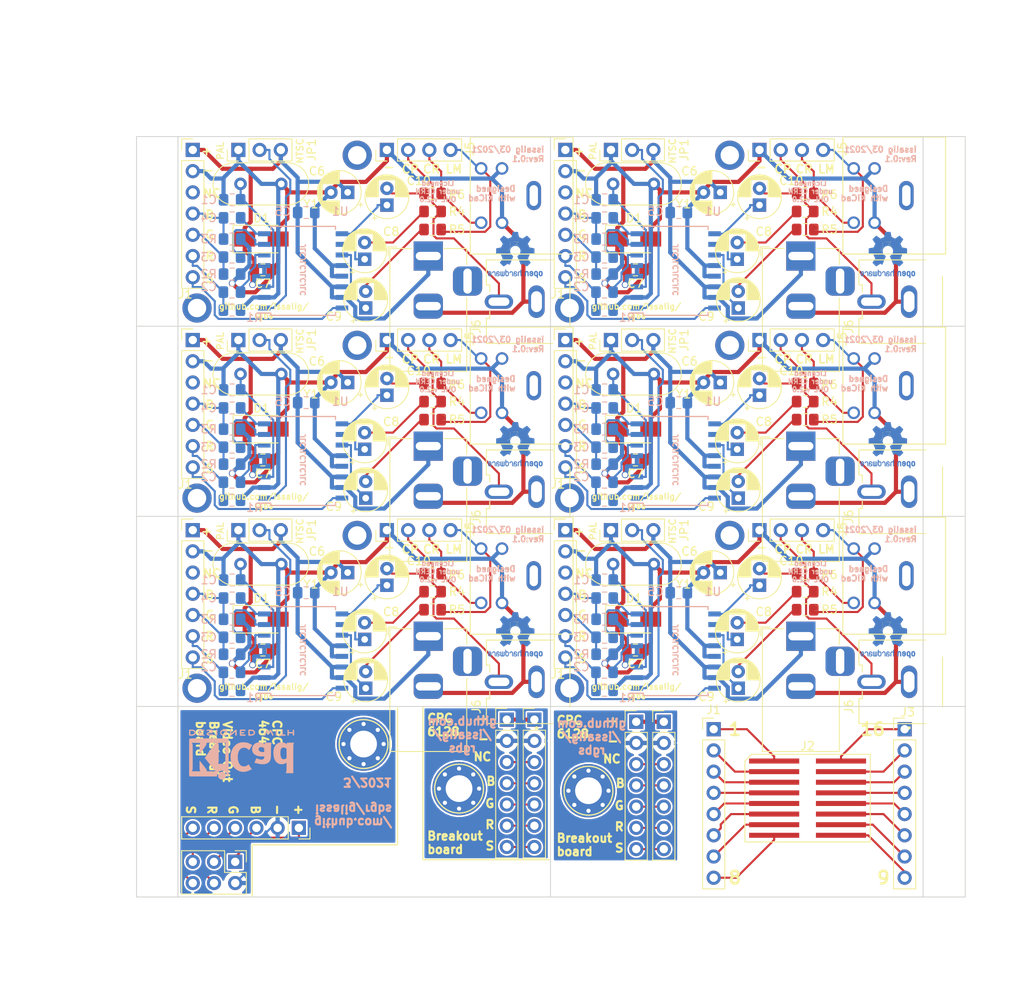
<source format=kicad_pcb>
(kicad_pcb (version 20171130) (host pcbnew 5.1.5+dfsg1-2build2)
  (title_block (title OpenVideoModulator) (date 2019-03-21) (rev 1) (company SukkoPera) (comment 1 "Thanks to CPCWiki") (comment 2 http://www.cpcwiki.eu/index.php/RGB_SVideo) (comment 3 "Licensed under CERN OHL v.1.2"))
  (layers (0 F.Cu signal) (31 B.Cu signal) (34 B.Paste user) (35 F.Paste user) (36 B.SilkS user) (37 F.SilkS user) (38 B.Mask user) (39 F.Mask user) (44 Edge.Cuts user))
  (net 0 "")
  (net 1 "Net-(C1-Pad1)")
  (net 2 GND)
  (net 3 "Net-(C2-Pad1)")
  (net 4 /red_in)
  (net 5 "Net-(C3-Pad1)")
  (net 6 /green_in)
  (net 7 /blue_in)
  (net 8 "Net-(C4-Pad1)")
  (net 9 VAA)
  (net 10 "Net-(C8-Pad1)")
  (net 11 "Net-(C8-Pad2)")
  (net 12 "Net-(C9-Pad2)")
  (net 13 "Net-(C9-Pad1)")
  (net 14 "Net-(C10-Pad1)")
  (net 15 "Net-(C10-Pad2)")
  (net 16 /sync_in)
  (net 17 "Net-(JP1-Pad2)")
  (net 18 COMP)
  (net 19 CRMA)
  (net 20 LUMA)
  (net 21 "Net-(J1-Pad3)")
  (net 22 VCC)
  (net 23 /nc)
  (net 24 "Net-(J1-Pad8)")
  (net 25 "Net-(J1-Pad7)")
  (net 26 "Net-(J1-Pad6)")
  (net 27 "Net-(J1-Pad5)")
  (net 28 "Net-(J1-Pad4)")
  (net 29 "Net-(J1-Pad2)")
  (net 30 "Net-(J1-Pad1)")
  (net 31 "Net-(J2-Pad9)")
  (net 32 "Net-(J2-Pad10)")
  (net 33 "Net-(J2-Pad11)")
  (net 34 "Net-(J2-Pad12)")
  (net 35 "Net-(J2-Pad13)")
  (net 36 "Net-(J2-Pad14)")
  (net 37 "Net-(J2-Pad15)")
  (net 38 "Net-(J2-Pad16)")
  (module Connector_BarrelJack:BarrelJack_Horizontal (layer F.Cu) (at 143.891 109.520004 90)
    (fp_text reference J6 (at -8.45 5.75 90) (layer F.SilkS))
    (fp_text value Barrel_Jack)
    (pad 3 thru_hole roundrect (at -3 4.7 90) (size 3.5 3.5) (drill oval 3 1) (layers *.Cu *.Mask))
    (pad 2 thru_hole roundrect (at -6 0 90) (size 3 3.5) (drill oval 1 3) (layers *.Cu *.Mask))
    (pad 1 thru_hole rect (at 0 0 90) (size 3.5 3.5) (drill oval 1 3) (layers *.Cu *.Mask))
  )
  (module Crystal:Crystal_HC49-4H_Vertical (layer F.Cu) (at 170.892002 100.884004 180)
    (fp_text reference Y1 (at -3.556 -2.413 180) (layer F.SilkS))
    (fp_text value 4.433619M)
    (pad 2 thru_hole circle (at 4.88 0 180) (size 1.5 1.5) (drill 0.8) (layers *.Cu *.Mask) (net 1 "Net-(C1-Pad1)"))
    (pad 1 thru_hole circle (at 0 0 180) (size 1.5 1.5) (drill 0.8) (layers *.Cu *.Mask) (net 2 GND))
  )
  (module Crystal:Crystal_HC49-4H_Vertical (layer F.Cu) (at 170.892002 78.128002 180)
    (fp_text reference Y1 (at -3.556 -2.413 180) (layer F.SilkS))
    (fp_text value 4.433619M)
    (pad 2 thru_hole circle (at 4.88 0 180) (size 1.5 1.5) (drill 0.8) (layers *.Cu *.Mask) (net 1 "Net-(C1-Pad1)"))
    (pad 1 thru_hole circle (at 0 0 180) (size 1.5 1.5) (drill 0.8) (layers *.Cu *.Mask) (net 2 GND))
  )
  (module Crystal:Crystal_HC49-4H_Vertical (layer F.Cu) (at 170.892002 55.372 180)
    (fp_text reference Y1 (at -3.556 -2.413 180) (layer F.SilkS))
    (fp_text value 4.433619M)
    (pad 2 thru_hole circle (at 4.88 0 180) (size 1.5 1.5) (drill 0.8) (layers *.Cu *.Mask) (net 1 "Net-(C1-Pad1)"))
    (pad 1 thru_hole circle (at 0 0 180) (size 1.5 1.5) (drill 0.8) (layers *.Cu *.Mask) (net 2 GND))
  )
  (module Crystal:Crystal_HC49-4H_Vertical (layer F.Cu) (at 126.292 100.884004 180)
    (fp_text reference Y1 (at -3.556 -2.413 180) (layer F.SilkS))
    (fp_text value 4.433619M)
    (pad 2 thru_hole circle (at 4.88 0 180) (size 1.5 1.5) (drill 0.8) (layers *.Cu *.Mask) (net 1 "Net-(C1-Pad1)"))
    (pad 1 thru_hole circle (at 0 0 180) (size 1.5 1.5) (drill 0.8) (layers *.Cu *.Mask) (net 2 GND))
  )
  (module Crystal:Crystal_HC49-4H_Vertical (layer F.Cu) (at 126.292 78.128002 180)
    (fp_text reference Y1 (at -3.556 -2.413 180) (layer F.SilkS))
    (fp_text value 4.433619M)
    (pad 2 thru_hole circle (at 4.88 0 180) (size 1.5 1.5) (drill 0.8) (layers *.Cu *.Mask) (net 1 "Net-(C1-Pad1)"))
    (pad 1 thru_hole circle (at 0 0 180) (size 1.5 1.5) (drill 0.8) (layers *.Cu *.Mask) (net 2 GND))
  )
  (module Resistor_SMD:R_0805_2012Metric_Pad1.15x1.40mm_HandSolder (layer F.Cu) (at 189.008002 102.027004 180)
    (fp_text reference R6 (at -2.912 -0.127 180) (layer F.SilkS))
    (fp_text value 75)
    (pad 2 smd roundrect (at 1.025 0 180) (size 1.15 1.4) (layers F.Cu F.Paste F.Mask) (roundrect_rratio 0.217391) (net 15 "Net-(C10-Pad2)"))
    (pad 1 smd roundrect (at -1.025 0 180) (size 1.15 1.4) (layers F.Cu F.Paste F.Mask) (roundrect_rratio 0.217391) (net 19 CRMA))
  )
  (module Resistor_SMD:R_0805_2012Metric_Pad1.15x1.40mm_HandSolder (layer F.Cu) (at 189.008002 79.271002 180)
    (fp_text reference R6 (at -2.912 -0.127 180) (layer F.SilkS))
    (fp_text value 75)
    (pad 2 smd roundrect (at 1.025 0 180) (size 1.15 1.4) (layers F.Cu F.Paste F.Mask) (roundrect_rratio 0.217391) (net 15 "Net-(C10-Pad2)"))
    (pad 1 smd roundrect (at -1.025 0 180) (size 1.15 1.4) (layers F.Cu F.Paste F.Mask) (roundrect_rratio 0.217391) (net 19 CRMA))
  )
  (module Resistor_SMD:R_0805_2012Metric_Pad1.15x1.40mm_HandSolder (layer F.Cu) (at 189.008002 56.515 180)
    (fp_text reference R6 (at -2.912 -0.127 180) (layer F.SilkS))
    (fp_text value 75)
    (pad 2 smd roundrect (at 1.025 0 180) (size 1.15 1.4) (layers F.Cu F.Paste F.Mask) (roundrect_rratio 0.217391) (net 15 "Net-(C10-Pad2)"))
    (pad 1 smd roundrect (at -1.025 0 180) (size 1.15 1.4) (layers F.Cu F.Paste F.Mask) (roundrect_rratio 0.217391) (net 19 CRMA))
  )
  (module Resistor_SMD:R_0805_2012Metric_Pad1.15x1.40mm_HandSolder (layer F.Cu) (at 144.408 102.027004 180)
    (fp_text reference R6 (at -2.912 -0.127 180) (layer F.SilkS))
    (fp_text value 75)
    (pad 2 smd roundrect (at 1.025 0 180) (size 1.15 1.4) (layers F.Cu F.Paste F.Mask) (roundrect_rratio 0.217391) (net 15 "Net-(C10-Pad2)"))
    (pad 1 smd roundrect (at -1.025 0 180) (size 1.15 1.4) (layers F.Cu F.Paste F.Mask) (roundrect_rratio 0.217391) (net 19 CRMA))
  )
  (module Resistor_SMD:R_0805_2012Metric_Pad1.15x1.40mm_HandSolder (layer F.Cu) (at 144.408 79.271002 180)
    (fp_text reference R6 (at -2.912 -0.127 180) (layer F.SilkS))
    (fp_text value 75)
    (pad 2 smd roundrect (at 1.025 0 180) (size 1.15 1.4) (layers F.Cu F.Paste F.Mask) (roundrect_rratio 0.217391) (net 15 "Net-(C10-Pad2)"))
    (pad 1 smd roundrect (at -1.025 0 180) (size 1.15 1.4) (layers F.Cu F.Paste F.Mask) (roundrect_rratio 0.217391) (net 19 CRMA))
  )
  (module Resistor_SMD:R_0805_2012Metric_Pad1.15x1.40mm_HandSolder (layer F.Cu) (at 189.008002 106.345004 180)
    (fp_text reference R5 (at -2.912 0 180) (layer F.SilkS))
    (fp_text value 75)
    (pad 1 smd roundrect (at -1.025 0 180) (size 1.15 1.4) (layers F.Cu F.Paste F.Mask) (roundrect_rratio 0.217391) (net 20 LUMA))
    (pad 2 smd roundrect (at 1.025 0 180) (size 1.15 1.4) (layers F.Cu F.Paste F.Mask) (roundrect_rratio 0.217391) (net 12 "Net-(C9-Pad2)"))
  )
  (module Resistor_SMD:R_0805_2012Metric_Pad1.15x1.40mm_HandSolder (layer F.Cu) (at 189.008002 83.589002 180)
    (fp_text reference R5 (at -2.912 0 180) (layer F.SilkS))
    (fp_text value 75)
    (pad 1 smd roundrect (at -1.025 0 180) (size 1.15 1.4) (layers F.Cu F.Paste F.Mask) (roundrect_rratio 0.217391) (net 20 LUMA))
    (pad 2 smd roundrect (at 1.025 0 180) (size 1.15 1.4) (layers F.Cu F.Paste F.Mask) (roundrect_rratio 0.217391) (net 12 "Net-(C9-Pad2)"))
  )
  (module Resistor_SMD:R_0805_2012Metric_Pad1.15x1.40mm_HandSolder (layer F.Cu) (at 189.008002 60.833 180)
    (fp_text reference R5 (at -2.912 0 180) (layer F.SilkS))
    (fp_text value 75)
    (pad 1 smd roundrect (at -1.025 0 180) (size 1.15 1.4) (layers F.Cu F.Paste F.Mask) (roundrect_rratio 0.217391) (net 20 LUMA))
    (pad 2 smd roundrect (at 1.025 0 180) (size 1.15 1.4) (layers F.Cu F.Paste F.Mask) (roundrect_rratio 0.217391) (net 12 "Net-(C9-Pad2)"))
  )
  (module Resistor_SMD:R_0805_2012Metric_Pad1.15x1.40mm_HandSolder (layer F.Cu) (at 144.408 106.345004 180)
    (fp_text reference R5 (at -2.912 0 180) (layer F.SilkS))
    (fp_text value 75)
    (pad 1 smd roundrect (at -1.025 0 180) (size 1.15 1.4) (layers F.Cu F.Paste F.Mask) (roundrect_rratio 0.217391) (net 20 LUMA))
    (pad 2 smd roundrect (at 1.025 0 180) (size 1.15 1.4) (layers F.Cu F.Paste F.Mask) (roundrect_rratio 0.217391) (net 12 "Net-(C9-Pad2)"))
  )
  (module Resistor_SMD:R_0805_2012Metric_Pad1.15x1.40mm_HandSolder (layer F.Cu) (at 144.408 83.589002 180)
    (fp_text reference R5 (at -2.912 0 180) (layer F.SilkS))
    (fp_text value 75)
    (pad 1 smd roundrect (at -1.025 0 180) (size 1.15 1.4) (layers F.Cu F.Paste F.Mask) (roundrect_rratio 0.217391) (net 20 LUMA))
    (pad 2 smd roundrect (at 1.025 0 180) (size 1.15 1.4) (layers F.Cu F.Paste F.Mask) (roundrect_rratio 0.217391) (net 12 "Net-(C9-Pad2)"))
  )
  (module Resistor_SMD:R_0805_2012Metric_Pad1.15x1.40mm_HandSolder (layer F.Cu) (at 189.008002 104.186004 180)
    (fp_text reference R4 (at -2.912 0 180) (layer F.SilkS))
    (fp_text value 75)
    (pad 1 smd roundrect (at -1.025 0 180) (size 1.15 1.4) (layers F.Cu F.Paste F.Mask) (roundrect_rratio 0.217391) (net 18 COMP))
    (pad 2 smd roundrect (at 1.025 0 180) (size 1.15 1.4) (layers F.Cu F.Paste F.Mask) (roundrect_rratio 0.217391) (net 11 "Net-(C8-Pad2)"))
  )
  (module Resistor_SMD:R_0805_2012Metric_Pad1.15x1.40mm_HandSolder (layer F.Cu) (at 189.008002 81.430002 180)
    (fp_text reference R4 (at -2.912 0 180) (layer F.SilkS))
    (fp_text value 75)
    (pad 1 smd roundrect (at -1.025 0 180) (size 1.15 1.4) (layers F.Cu F.Paste F.Mask) (roundrect_rratio 0.217391) (net 18 COMP))
    (pad 2 smd roundrect (at 1.025 0 180) (size 1.15 1.4) (layers F.Cu F.Paste F.Mask) (roundrect_rratio 0.217391) (net 11 "Net-(C8-Pad2)"))
  )
  (module Resistor_SMD:R_0805_2012Metric_Pad1.15x1.40mm_HandSolder (layer F.Cu) (at 189.008002 58.674 180)
    (fp_text reference R4 (at -2.912 0 180) (layer F.SilkS))
    (fp_text value 75)
    (pad 1 smd roundrect (at -1.025 0 180) (size 1.15 1.4) (layers F.Cu F.Paste F.Mask) (roundrect_rratio 0.217391) (net 18 COMP))
    (pad 2 smd roundrect (at 1.025 0 180) (size 1.15 1.4) (layers F.Cu F.Paste F.Mask) (roundrect_rratio 0.217391) (net 11 "Net-(C8-Pad2)"))
  )
  (module Resistor_SMD:R_0805_2012Metric_Pad1.15x1.40mm_HandSolder (layer F.Cu) (at 144.408 104.186004 180)
    (fp_text reference R4 (at -2.912 0 180) (layer F.SilkS))
    (fp_text value 75)
    (pad 1 smd roundrect (at -1.025 0 180) (size 1.15 1.4) (layers F.Cu F.Paste F.Mask) (roundrect_rratio 0.217391) (net 18 COMP))
    (pad 2 smd roundrect (at 1.025 0 180) (size 1.15 1.4) (layers F.Cu F.Paste F.Mask) (roundrect_rratio 0.217391) (net 11 "Net-(C8-Pad2)"))
  )
  (module Resistor_SMD:R_0805_2012Metric_Pad1.15x1.40mm_HandSolder (layer F.Cu) (at 144.408 81.430002 180)
    (fp_text reference R4 (at -2.912 0 180) (layer F.SilkS))
    (fp_text value 75)
    (pad 1 smd roundrect (at -1.025 0 180) (size 1.15 1.4) (layers F.Cu F.Paste F.Mask) (roundrect_rratio 0.217391) (net 18 COMP))
    (pad 2 smd roundrect (at 1.025 0 180) (size 1.15 1.4) (layers F.Cu F.Paste F.Mask) (roundrect_rratio 0.217391) (net 11 "Net-(C8-Pad2)"))
  )
  (module Resistor_SMD:R_0805_2012Metric_Pad1.15x1.40mm_HandSolder (layer B.Cu) (at 165.005002 107.488004)
    (fp_text reference R3 (at -2.794 0) (layer B.SilkS) (effects (justify mirror)))
    (fp_text value 75)
    (pad 2 smd roundrect (at 1.025 0) (size 1.15 1.4) (layers B.Cu B.Paste B.Mask) (roundrect_rratio 0.217391) (net 2 GND))
    (pad 1 smd roundrect (at -1.025 0) (size 1.15 1.4) (layers B.Cu B.Paste B.Mask) (roundrect_rratio 0.217391) (net 7 /blue_in))
  )
  (module Resistor_SMD:R_0805_2012Metric_Pad1.15x1.40mm_HandSolder (layer B.Cu) (at 165.005002 84.732002)
    (fp_text reference R3 (at -2.794 0) (layer B.SilkS) (effects (justify mirror)))
    (fp_text value 75)
    (pad 2 smd roundrect (at 1.025 0) (size 1.15 1.4) (layers B.Cu B.Paste B.Mask) (roundrect_rratio 0.217391) (net 2 GND))
    (pad 1 smd roundrect (at -1.025 0) (size 1.15 1.4) (layers B.Cu B.Paste B.Mask) (roundrect_rratio 0.217391) (net 7 /blue_in))
  )
  (module Resistor_SMD:R_0805_2012Metric_Pad1.15x1.40mm_HandSolder (layer B.Cu) (at 165.005002 61.976)
    (fp_text reference R3 (at -2.794 0) (layer B.SilkS) (effects (justify mirror)))
    (fp_text value 75)
    (pad 2 smd roundrect (at 1.025 0) (size 1.15 1.4) (layers B.Cu B.Paste B.Mask) (roundrect_rratio 0.217391) (net 2 GND))
    (pad 1 smd roundrect (at -1.025 0) (size 1.15 1.4) (layers B.Cu B.Paste B.Mask) (roundrect_rratio 0.217391) (net 7 /blue_in))
  )
  (module Resistor_SMD:R_0805_2012Metric_Pad1.15x1.40mm_HandSolder (layer B.Cu) (at 120.405 107.488004)
    (fp_text reference R3 (at -2.794 0) (layer B.SilkS) (effects (justify mirror)))
    (fp_text value 75)
    (pad 2 smd roundrect (at 1.025 0) (size 1.15 1.4) (layers B.Cu B.Paste B.Mask) (roundrect_rratio 0.217391) (net 2 GND))
    (pad 1 smd roundrect (at -1.025 0) (size 1.15 1.4) (layers B.Cu B.Paste B.Mask) (roundrect_rratio 0.217391) (net 7 /blue_in))
  )
  (module Resistor_SMD:R_0805_2012Metric_Pad1.15x1.40mm_HandSolder (layer B.Cu) (at 120.405 84.732002)
    (fp_text reference R3 (at -2.794 0) (layer B.SilkS) (effects (justify mirror)))
    (fp_text value 75)
    (pad 2 smd roundrect (at 1.025 0) (size 1.15 1.4) (layers B.Cu B.Paste B.Mask) (roundrect_rratio 0.217391) (net 2 GND))
    (pad 1 smd roundrect (at -1.025 0) (size 1.15 1.4) (layers B.Cu B.Paste B.Mask) (roundrect_rratio 0.217391) (net 7 /blue_in))
  )
  (module Resistor_SMD:R_0805_2012Metric_Pad1.15x1.40mm_HandSolder (layer B.Cu) (at 165.005002 111.679004)
    (fp_text reference R2 (at -2.794 0) (layer B.SilkS) (effects (justify mirror)))
    (fp_text value 75)
    (pad 1 smd roundrect (at -1.025 0) (size 1.15 1.4) (layers B.Cu B.Paste B.Mask) (roundrect_rratio 0.217391) (net 6 /green_in))
    (pad 2 smd roundrect (at 1.025 0) (size 1.15 1.4) (layers B.Cu B.Paste B.Mask) (roundrect_rratio 0.217391) (net 2 GND))
  )
  (module Resistor_SMD:R_0805_2012Metric_Pad1.15x1.40mm_HandSolder (layer B.Cu) (at 165.005002 88.923002)
    (fp_text reference R2 (at -2.794 0) (layer B.SilkS) (effects (justify mirror)))
    (fp_text value 75)
    (pad 1 smd roundrect (at -1.025 0) (size 1.15 1.4) (layers B.Cu B.Paste B.Mask) (roundrect_rratio 0.217391) (net 6 /green_in))
    (pad 2 smd roundrect (at 1.025 0) (size 1.15 1.4) (layers B.Cu B.Paste B.Mask) (roundrect_rratio 0.217391) (net 2 GND))
  )
  (module Resistor_SMD:R_0805_2012Metric_Pad1.15x1.40mm_HandSolder (layer B.Cu) (at 165.005002 66.167)
    (fp_text reference R2 (at -2.794 0) (layer B.SilkS) (effects (justify mirror)))
    (fp_text value 75)
    (pad 1 smd roundrect (at -1.025 0) (size 1.15 1.4) (layers B.Cu B.Paste B.Mask) (roundrect_rratio 0.217391) (net 6 /green_in))
    (pad 2 smd roundrect (at 1.025 0) (size 1.15 1.4) (layers B.Cu B.Paste B.Mask) (roundrect_rratio 0.217391) (net 2 GND))
  )
  (module Resistor_SMD:R_0805_2012Metric_Pad1.15x1.40mm_HandSolder (layer B.Cu) (at 120.405 111.679004)
    (fp_text reference R2 (at -2.794 0) (layer B.SilkS) (effects (justify mirror)))
    (fp_text value 75)
    (pad 1 smd roundrect (at -1.025 0) (size 1.15 1.4) (layers B.Cu B.Paste B.Mask) (roundrect_rratio 0.217391) (net 6 /green_in))
    (pad 2 smd roundrect (at 1.025 0) (size 1.15 1.4) (layers B.Cu B.Paste B.Mask) (roundrect_rratio 0.217391) (net 2 GND))
  )
  (module Resistor_SMD:R_0805_2012Metric_Pad1.15x1.40mm_HandSolder (layer B.Cu) (at 120.405 88.923002)
    (fp_text reference R2 (at -2.794 0) (layer B.SilkS) (effects (justify mirror)))
    (fp_text value 75)
    (pad 1 smd roundrect (at -1.025 0) (size 1.15 1.4) (layers B.Cu B.Paste B.Mask) (roundrect_rratio 0.217391) (net 6 /green_in))
    (pad 2 smd roundrect (at 1.025 0) (size 1.15 1.4) (layers B.Cu B.Paste B.Mask) (roundrect_rratio 0.217391) (net 2 GND))
  )
  (module Resistor_SMD:R_0805_2012Metric_Pad1.15x1.40mm_HandSolder (layer B.Cu) (at 164.987002 115.997004)
    (fp_text reference R1 (at 2.676 0.889) (layer B.SilkS) (effects (justify mirror)))
    (fp_text value 75)
    (pad 2 smd roundrect (at 1.025 0) (size 1.15 1.4) (layers B.Cu B.Paste B.Mask) (roundrect_rratio 0.217391) (net 2 GND))
    (pad 1 smd roundrect (at -1.025 0) (size 1.15 1.4) (layers B.Cu B.Paste B.Mask) (roundrect_rratio 0.217391) (net 4 /red_in))
  )
  (module Resistor_SMD:R_0805_2012Metric_Pad1.15x1.40mm_HandSolder (layer B.Cu) (at 164.987002 93.241002)
    (fp_text reference R1 (at 2.676 0.889) (layer B.SilkS) (effects (justify mirror)))
    (fp_text value 75)
    (pad 2 smd roundrect (at 1.025 0) (size 1.15 1.4) (layers B.Cu B.Paste B.Mask) (roundrect_rratio 0.217391) (net 2 GND))
    (pad 1 smd roundrect (at -1.025 0) (size 1.15 1.4) (layers B.Cu B.Paste B.Mask) (roundrect_rratio 0.217391) (net 4 /red_in))
  )
  (module Resistor_SMD:R_0805_2012Metric_Pad1.15x1.40mm_HandSolder (layer B.Cu) (at 164.987002 70.485)
    (fp_text reference R1 (at 2.676 0.889) (layer B.SilkS) (effects (justify mirror)))
    (fp_text value 75)
    (pad 2 smd roundrect (at 1.025 0) (size 1.15 1.4) (layers B.Cu B.Paste B.Mask) (roundrect_rratio 0.217391) (net 2 GND))
    (pad 1 smd roundrect (at -1.025 0) (size 1.15 1.4) (layers B.Cu B.Paste B.Mask) (roundrect_rratio 0.217391) (net 4 /red_in))
  )
  (module Resistor_SMD:R_0805_2012Metric_Pad1.15x1.40mm_HandSolder (layer B.Cu) (at 120.387 115.997004)
    (fp_text reference R1 (at 2.676 0.889) (layer B.SilkS) (effects (justify mirror)))
    (fp_text value 75)
    (pad 2 smd roundrect (at 1.025 0) (size 1.15 1.4) (layers B.Cu B.Paste B.Mask) (roundrect_rratio 0.217391) (net 2 GND))
    (pad 1 smd roundrect (at -1.025 0) (size 1.15 1.4) (layers B.Cu B.Paste B.Mask) (roundrect_rratio 0.217391) (net 4 /red_in))
  )
  (module Resistor_SMD:R_0805_2012Metric_Pad1.15x1.40mm_HandSolder (layer B.Cu) (at 120.387 93.241002)
    (fp_text reference R1 (at 2.676 0.889) (layer B.SilkS) (effects (justify mirror)))
    (fp_text value 75)
    (pad 2 smd roundrect (at 1.025 0) (size 1.15 1.4) (layers B.Cu B.Paste B.Mask) (roundrect_rratio 0.217391) (net 2 GND))
    (pad 1 smd roundrect (at -1.025 0) (size 1.15 1.4) (layers B.Cu B.Paste B.Mask) (roundrect_rratio 0.217391) (net 4 /red_in))
  )
  (module Capacitor_SMD:C_0805_2012Metric_Pad1.15x1.40mm_HandSolder (layer B.Cu) (at 173.877002 104.313004 180)
    (fp_text reference C5 (at 2.803 0.127 180) (layer B.SilkS) (effects (justify mirror)))
    (fp_text value 100n)
    (pad 1 smd roundrect (at -1.025 0 180) (size 1.15 1.4) (layers B.Cu B.Paste B.Mask) (roundrect_rratio 0.217391) (net 2 GND))
    (pad 2 smd roundrect (at 1.025 0 180) (size 1.15 1.4) (layers B.Cu B.Paste B.Mask) (roundrect_rratio 0.217391) (net 9 VAA))
  )
  (module Capacitor_SMD:C_0805_2012Metric_Pad1.15x1.40mm_HandSolder (layer B.Cu) (at 173.877002 81.557002 180)
    (fp_text reference C5 (at 2.803 0.127 180) (layer B.SilkS) (effects (justify mirror)))
    (fp_text value 100n)
    (pad 1 smd roundrect (at -1.025 0 180) (size 1.15 1.4) (layers B.Cu B.Paste B.Mask) (roundrect_rratio 0.217391) (net 2 GND))
    (pad 2 smd roundrect (at 1.025 0 180) (size 1.15 1.4) (layers B.Cu B.Paste B.Mask) (roundrect_rratio 0.217391) (net 9 VAA))
  )
  (module Capacitor_SMD:C_0805_2012Metric_Pad1.15x1.40mm_HandSolder (layer B.Cu) (at 173.877002 58.801 180)
    (fp_text reference C5 (at 2.803 0.127 180) (layer B.SilkS) (effects (justify mirror)))
    (fp_text value 100n)
    (pad 1 smd roundrect (at -1.025 0 180) (size 1.15 1.4) (layers B.Cu B.Paste B.Mask) (roundrect_rratio 0.217391) (net 2 GND))
    (pad 2 smd roundrect (at 1.025 0 180) (size 1.15 1.4) (layers B.Cu B.Paste B.Mask) (roundrect_rratio 0.217391) (net 9 VAA))
  )
  (module Capacitor_SMD:C_0805_2012Metric_Pad1.15x1.40mm_HandSolder (layer B.Cu) (at 129.277 104.313004 180)
    (fp_text reference C5 (at 2.803 0.127 180) (layer B.SilkS) (effects (justify mirror)))
    (fp_text value 100n)
    (pad 1 smd roundrect (at -1.025 0 180) (size 1.15 1.4) (layers B.Cu B.Paste B.Mask) (roundrect_rratio 0.217391) (net 2 GND))
    (pad 2 smd roundrect (at 1.025 0 180) (size 1.15 1.4) (layers B.Cu B.Paste B.Mask) (roundrect_rratio 0.217391) (net 9 VAA))
  )
  (module Capacitor_SMD:C_0805_2012Metric_Pad1.15x1.40mm_HandSolder (layer B.Cu) (at 129.277 81.557002 180)
    (fp_text reference C5 (at 2.803 0.127 180) (layer B.SilkS) (effects (justify mirror)))
    (fp_text value 100n)
    (pad 1 smd roundrect (at -1.025 0 180) (size 1.15 1.4) (layers B.Cu B.Paste B.Mask) (roundrect_rratio 0.217391) (net 2 GND))
    (pad 2 smd roundrect (at 1.025 0 180) (size 1.15 1.4) (layers B.Cu B.Paste B.Mask) (roundrect_rratio 0.217391) (net 9 VAA))
  )
  (module Capacitor_SMD:C_0805_2012Metric_Pad1.15x1.40mm_HandSolder (layer B.Cu) (at 165.005002 104.948004 180)
    (fp_text reference C4 (at 2.794 0 180) (layer B.SilkS) (effects (justify mirror)))
    (fp_text value 100n)
    (pad 1 smd roundrect (at -1.025 0 180) (size 1.15 1.4) (layers B.Cu B.Paste B.Mask) (roundrect_rratio 0.217391) (net 8 "Net-(C4-Pad1)"))
    (pad 2 smd roundrect (at 1.025 0 180) (size 1.15 1.4) (layers B.Cu B.Paste B.Mask) (roundrect_rratio 0.217391) (net 7 /blue_in))
  )
  (module Capacitor_SMD:C_0805_2012Metric_Pad1.15x1.40mm_HandSolder (layer B.Cu) (at 165.005002 82.192002 180)
    (fp_text reference C4 (at 2.794 0 180) (layer B.SilkS) (effects (justify mirror)))
    (fp_text value 100n)
    (pad 1 smd roundrect (at -1.025 0 180) (size 1.15 1.4) (layers B.Cu B.Paste B.Mask) (roundrect_rratio 0.217391) (net 8 "Net-(C4-Pad1)"))
    (pad 2 smd roundrect (at 1.025 0 180) (size 1.15 1.4) (layers B.Cu B.Paste B.Mask) (roundrect_rratio 0.217391) (net 7 /blue_in))
  )
  (module Capacitor_SMD:C_0805_2012Metric_Pad1.15x1.40mm_HandSolder (layer B.Cu) (at 165.005002 59.436 180)
    (fp_text reference C4 (at 2.794 0 180) (layer B.SilkS) (effects (justify mirror)))
    (fp_text value 100n)
    (pad 1 smd roundrect (at -1.025 0 180) (size 1.15 1.4) (layers B.Cu B.Paste B.Mask) (roundrect_rratio 0.217391) (net 8 "Net-(C4-Pad1)"))
    (pad 2 smd roundrect (at 1.025 0 180) (size 1.15 1.4) (layers B.Cu B.Paste B.Mask) (roundrect_rratio 0.217391) (net 7 /blue_in))
  )
  (module Capacitor_SMD:C_0805_2012Metric_Pad1.15x1.40mm_HandSolder (layer B.Cu) (at 120.405 104.948004 180)
    (fp_text reference C4 (at 2.794 0 180) (layer B.SilkS) (effects (justify mirror)))
    (fp_text value 100n)
    (pad 1 smd roundrect (at -1.025 0 180) (size 1.15 1.4) (layers B.Cu B.Paste B.Mask) (roundrect_rratio 0.217391) (net 8 "Net-(C4-Pad1)"))
    (pad 2 smd roundrect (at 1.025 0 180) (size 1.15 1.4) (layers B.Cu B.Paste B.Mask) (roundrect_rratio 0.217391) (net 7 /blue_in))
  )
  (module Capacitor_SMD:C_0805_2012Metric_Pad1.15x1.40mm_HandSolder (layer B.Cu) (at 120.405 82.192002 180)
    (fp_text reference C4 (at 2.794 0 180) (layer B.SilkS) (effects (justify mirror)))
    (fp_text value 100n)
    (pad 1 smd roundrect (at -1.025 0 180) (size 1.15 1.4) (layers B.Cu B.Paste B.Mask) (roundrect_rratio 0.217391) (net 8 "Net-(C4-Pad1)"))
    (pad 2 smd roundrect (at 1.025 0 180) (size 1.15 1.4) (layers B.Cu B.Paste B.Mask) (roundrect_rratio 0.217391) (net 7 /blue_in))
  )
  (module Capacitor_SMD:C_0805_2012Metric_Pad1.15x1.40mm_HandSolder (layer B.Cu) (at 164.996002 109.647004 180)
    (fp_text reference C3 (at 2.794 0 180) (layer B.SilkS) (effects (justify mirror)))
    (fp_text value 100n)
    (pad 2 smd roundrect (at 1.025 0 180) (size 1.15 1.4) (layers B.Cu B.Paste B.Mask) (roundrect_rratio 0.217391) (net 6 /green_in))
    (pad 1 smd roundrect (at -1.025 0 180) (size 1.15 1.4) (layers B.Cu B.Paste B.Mask) (roundrect_rratio 0.217391) (net 5 "Net-(C3-Pad1)"))
  )
  (module Capacitor_SMD:C_0805_2012Metric_Pad1.15x1.40mm_HandSolder (layer B.Cu) (at 164.996002 86.891002 180)
    (fp_text reference C3 (at 2.794 0 180) (layer B.SilkS) (effects (justify mirror)))
    (fp_text value 100n)
    (pad 2 smd roundrect (at 1.025 0 180) (size 1.15 1.4) (layers B.Cu B.Paste B.Mask) (roundrect_rratio 0.217391) (net 6 /green_in))
    (pad 1 smd roundrect (at -1.025 0 180) (size 1.15 1.4) (layers B.Cu B.Paste B.Mask) (roundrect_rratio 0.217391) (net 5 "Net-(C3-Pad1)"))
  )
  (module Capacitor_SMD:C_0805_2012Metric_Pad1.15x1.40mm_HandSolder (layer B.Cu) (at 164.996002 64.135 180)
    (fp_text reference C3 (at 2.794 0 180) (layer B.SilkS) (effects (justify mirror)))
    (fp_text value 100n)
    (pad 2 smd roundrect (at 1.025 0 180) (size 1.15 1.4) (layers B.Cu B.Paste B.Mask) (roundrect_rratio 0.217391) (net 6 /green_in))
    (pad 1 smd roundrect (at -1.025 0 180) (size 1.15 1.4) (layers B.Cu B.Paste B.Mask) (roundrect_rratio 0.217391) (net 5 "Net-(C3-Pad1)"))
  )
  (module Capacitor_SMD:C_0805_2012Metric_Pad1.15x1.40mm_HandSolder (layer B.Cu) (at 120.396 109.647004 180)
    (fp_text reference C3 (at 2.794 0 180) (layer B.SilkS) (effects (justify mirror)))
    (fp_text value 100n)
    (pad 2 smd roundrect (at 1.025 0 180) (size 1.15 1.4) (layers B.Cu B.Paste B.Mask) (roundrect_rratio 0.217391) (net 6 /green_in))
    (pad 1 smd roundrect (at -1.025 0 180) (size 1.15 1.4) (layers B.Cu B.Paste B.Mask) (roundrect_rratio 0.217391) (net 5 "Net-(C3-Pad1)"))
  )
  (module Capacitor_SMD:C_0805_2012Metric_Pad1.15x1.40mm_HandSolder (layer B.Cu) (at 120.396 86.891002 180)
    (fp_text reference C3 (at 2.794 0 180) (layer B.SilkS) (effects (justify mirror)))
    (fp_text value 100n)
    (pad 2 smd roundrect (at 1.025 0 180) (size 1.15 1.4) (layers B.Cu B.Paste B.Mask) (roundrect_rratio 0.217391) (net 6 /green_in))
    (pad 1 smd roundrect (at -1.025 0 180) (size 1.15 1.4) (layers B.Cu B.Paste B.Mask) (roundrect_rratio 0.217391) (net 5 "Net-(C3-Pad1)"))
  )
  (module Capacitor_SMD:C_0805_2012Metric_Pad1.15x1.40mm_HandSolder (layer B.Cu) (at 164.987002 113.838004 180)
    (fp_text reference C2 (at 2.785 0.635 180) (layer B.SilkS) (effects (justify mirror)))
    (fp_text value 100n)
    (pad 2 smd roundrect (at 1.025 0 180) (size 1.15 1.4) (layers B.Cu B.Paste B.Mask) (roundrect_rratio 0.217391) (net 4 /red_in))
    (pad 1 smd roundrect (at -1.025 0 180) (size 1.15 1.4) (layers B.Cu B.Paste B.Mask) (roundrect_rratio 0.217391) (net 3 "Net-(C2-Pad1)"))
  )
  (module Capacitor_SMD:C_0805_2012Metric_Pad1.15x1.40mm_HandSolder (layer B.Cu) (at 164.987002 91.082002 180)
    (fp_text reference C2 (at 2.785 0.635 180) (layer B.SilkS) (effects (justify mirror)))
    (fp_text value 100n)
    (pad 2 smd roundrect (at 1.025 0 180) (size 1.15 1.4) (layers B.Cu B.Paste B.Mask) (roundrect_rratio 0.217391) (net 4 /red_in))
    (pad 1 smd roundrect (at -1.025 0 180) (size 1.15 1.4) (layers B.Cu B.Paste B.Mask) (roundrect_rratio 0.217391) (net 3 "Net-(C2-Pad1)"))
  )
  (module Capacitor_SMD:C_0805_2012Metric_Pad1.15x1.40mm_HandSolder (layer B.Cu) (at 164.987002 68.326 180)
    (fp_text reference C2 (at 2.785 0.635 180) (layer B.SilkS) (effects (justify mirror)))
    (fp_text value 100n)
    (pad 2 smd roundrect (at 1.025 0 180) (size 1.15 1.4) (layers B.Cu B.Paste B.Mask) (roundrect_rratio 0.217391) (net 4 /red_in))
    (pad 1 smd roundrect (at -1.025 0 180) (size 1.15 1.4) (layers B.Cu B.Paste B.Mask) (roundrect_rratio 0.217391) (net 3 "Net-(C2-Pad1)"))
  )
  (module Capacitor_SMD:C_0805_2012Metric_Pad1.15x1.40mm_HandSolder (layer B.Cu) (at 120.387 113.838004 180)
    (fp_text reference C2 (at 2.785 0.635 180) (layer B.SilkS) (effects (justify mirror)))
    (fp_text value 100n)
    (pad 2 smd roundrect (at 1.025 0 180) (size 1.15 1.4) (layers B.Cu B.Paste B.Mask) (roundrect_rratio 0.217391) (net 4 /red_in))
    (pad 1 smd roundrect (at -1.025 0 180) (size 1.15 1.4) (layers B.Cu B.Paste B.Mask) (roundrect_rratio 0.217391) (net 3 "Net-(C2-Pad1)"))
  )
  (module Capacitor_SMD:C_0805_2012Metric_Pad1.15x1.40mm_HandSolder (layer B.Cu) (at 120.387 91.082002 180)
    (fp_text reference C2 (at 2.785 0.635 180) (layer B.SilkS) (effects (justify mirror)))
    (fp_text value 100n)
    (pad 2 smd roundrect (at 1.025 0 180) (size 1.15 1.4) (layers B.Cu B.Paste B.Mask) (roundrect_rratio 0.217391) (net 4 /red_in))
    (pad 1 smd roundrect (at -1.025 0 180) (size 1.15 1.4) (layers B.Cu B.Paste B.Mask) (roundrect_rratio 0.217391) (net 3 "Net-(C2-Pad1)"))
  )
  (module Capacitor_SMD:C_0805_2012Metric_Pad1.15x1.40mm_HandSolder (layer B.Cu) (at 165.005002 102.789004 180)
    (fp_text reference C1 (at 2.794 0 180) (layer B.SilkS) (effects (justify mirror)))
    (fp_text value 10pF)
    (pad 2 smd roundrect (at 1.025 0 180) (size 1.15 1.4) (layers B.Cu B.Paste B.Mask) (roundrect_rratio 0.217391) (net 2 GND))
    (pad 1 smd roundrect (at -1.025 0 180) (size 1.15 1.4) (layers B.Cu B.Paste B.Mask) (roundrect_rratio 0.217391) (net 1 "Net-(C1-Pad1)"))
  )
  (module Capacitor_SMD:C_0805_2012Metric_Pad1.15x1.40mm_HandSolder (layer B.Cu) (at 165.005002 80.033002 180)
    (fp_text reference C1 (at 2.794 0 180) (layer B.SilkS) (effects (justify mirror)))
    (fp_text value 10pF)
    (pad 2 smd roundrect (at 1.025 0 180) (size 1.15 1.4) (layers B.Cu B.Paste B.Mask) (roundrect_rratio 0.217391) (net 2 GND))
    (pad 1 smd roundrect (at -1.025 0 180) (size 1.15 1.4) (layers B.Cu B.Paste B.Mask) (roundrect_rratio 0.217391) (net 1 "Net-(C1-Pad1)"))
  )
  (module Capacitor_SMD:C_0805_2012Metric_Pad1.15x1.40mm_HandSolder (layer B.Cu) (at 165.005002 57.277 180)
    (fp_text reference C1 (at 2.794 0 180) (layer B.SilkS) (effects (justify mirror)))
    (fp_text value 10pF)
    (pad 2 smd roundrect (at 1.025 0 180) (size 1.15 1.4) (layers B.Cu B.Paste B.Mask) (roundrect_rratio 0.217391) (net 2 GND))
    (pad 1 smd roundrect (at -1.025 0 180) (size 1.15 1.4) (layers B.Cu B.Paste B.Mask) (roundrect_rratio 0.217391) (net 1 "Net-(C1-Pad1)"))
  )
  (module Capacitor_SMD:C_0805_2012Metric_Pad1.15x1.40mm_HandSolder (layer B.Cu) (at 120.405 102.789004 180)
    (fp_text reference C1 (at 2.794 0 180) (layer B.SilkS) (effects (justify mirror)))
    (fp_text value 10pF)
    (pad 2 smd roundrect (at 1.025 0 180) (size 1.15 1.4) (layers B.Cu B.Paste B.Mask) (roundrect_rratio 0.217391) (net 2 GND))
    (pad 1 smd roundrect (at -1.025 0 180) (size 1.15 1.4) (layers B.Cu B.Paste B.Mask) (roundrect_rratio 0.217391) (net 1 "Net-(C1-Pad1)"))
  )
  (module Capacitor_SMD:C_0805_2012Metric_Pad1.15x1.40mm_HandSolder (layer B.Cu) (at 120.405 80.033002 180)
    (fp_text reference C1 (at 2.794 0 180) (layer B.SilkS) (effects (justify mirror)))
    (fp_text value 10pF)
    (pad 2 smd roundrect (at 1.025 0 180) (size 1.15 1.4) (layers B.Cu B.Paste B.Mask) (roundrect_rratio 0.217391) (net 2 GND))
    (pad 1 smd roundrect (at -1.025 0 180) (size 1.15 1.4) (layers B.Cu B.Paste B.Mask) (roundrect_rratio 0.217391) (net 1 "Net-(C1-Pad1)"))
  )
  (module OpenVideoModulator:CUI_MD-40S_1234 (layer F.Cu) (at 199.667002 102.281004 90)
    (fp_text reference J4 (at -3.825 -8.985 90) (layer F.SilkS) (effects (font (thickness 0.015))))
    (fp_text value Mini-DIN-4)
    (pad 4 thru_hole circle (at -3.25 -4.85 90) (size 1.508 1.508) (drill 1) (layers *.Cu *.Mask) (net 19 CRMA))
    (pad 2 thru_hole circle (at -3.25 -2.35 90) (size 1.508 1.508) (drill 1) (layers *.Cu *.Mask) (net 2 GND))
    (pad 1 thru_hole circle (at 3.25 -2.35 90) (size 1.508 1.508) (drill 1) (layers *.Cu *.Mask) (net 2 GND))
    (pad 3 thru_hole circle (at 3.25 -4.85 90) (size 1.508 1.508) (drill 1) (layers *.Cu *.Mask) (net 20 LUMA))
    (pad S1 thru_hole oval (at 0 1.45 90) (size 3.5 1.75) (drill oval 2.5 1) (layers *.Cu *.Mask))
  )
  (module OpenVideoModulator:CUI_MD-40S_1234 (layer F.Cu) (at 199.667002 79.525002 90)
    (fp_text reference J4 (at -3.825 -8.985 90) (layer F.SilkS) (effects (font (thickness 0.015))))
    (fp_text value Mini-DIN-4)
    (pad 4 thru_hole circle (at -3.25 -4.85 90) (size 1.508 1.508) (drill 1) (layers *.Cu *.Mask) (net 19 CRMA))
    (pad 2 thru_hole circle (at -3.25 -2.35 90) (size 1.508 1.508) (drill 1) (layers *.Cu *.Mask) (net 2 GND))
    (pad 1 thru_hole circle (at 3.25 -2.35 90) (size 1.508 1.508) (drill 1) (layers *.Cu *.Mask) (net 2 GND))
    (pad 3 thru_hole circle (at 3.25 -4.85 90) (size 1.508 1.508) (drill 1) (layers *.Cu *.Mask) (net 20 LUMA))
    (pad S1 thru_hole oval (at 0 1.45 90) (size 3.5 1.75) (drill oval 2.5 1) (layers *.Cu *.Mask))
  )
  (module OpenVideoModulator:CUI_MD-40S_1234 (layer F.Cu) (at 199.667002 56.769 90)
    (fp_text reference J4 (at -3.825 -8.985 90) (layer F.SilkS) (effects (font (thickness 0.015))))
    (fp_text value Mini-DIN-4)
    (pad 4 thru_hole circle (at -3.25 -4.85 90) (size 1.508 1.508) (drill 1) (layers *.Cu *.Mask) (net 19 CRMA))
    (pad 2 thru_hole circle (at -3.25 -2.35 90) (size 1.508 1.508) (drill 1) (layers *.Cu *.Mask) (net 2 GND))
    (pad 1 thru_hole circle (at 3.25 -2.35 90) (size 1.508 1.508) (drill 1) (layers *.Cu *.Mask) (net 2 GND))
    (pad 3 thru_hole circle (at 3.25 -4.85 90) (size 1.508 1.508) (drill 1) (layers *.Cu *.Mask) (net 20 LUMA))
    (pad S1 thru_hole oval (at 0 1.45 90) (size 3.5 1.75) (drill oval 2.5 1) (layers *.Cu *.Mask))
  )
  (module OpenVideoModulator:CUI_MD-40S_1234 (layer F.Cu) (at 155.067 102.281004 90)
    (fp_text reference J4 (at -3.825 -8.985 90) (layer F.SilkS) (effects (font (thickness 0.015))))
    (fp_text value Mini-DIN-4)
    (pad 4 thru_hole circle (at -3.25 -4.85 90) (size 1.508 1.508) (drill 1) (layers *.Cu *.Mask) (net 19 CRMA))
    (pad 2 thru_hole circle (at -3.25 -2.35 90) (size 1.508 1.508) (drill 1) (layers *.Cu *.Mask) (net 2 GND))
    (pad 1 thru_hole circle (at 3.25 -2.35 90) (size 1.508 1.508) (drill 1) (layers *.Cu *.Mask) (net 2 GND))
    (pad 3 thru_hole circle (at 3.25 -4.85 90) (size 1.508 1.508) (drill 1) (layers *.Cu *.Mask) (net 20 LUMA))
    (pad S1 thru_hole oval (at 0 1.45 90) (size 3.5 1.75) (drill oval 2.5 1) (layers *.Cu *.Mask))
  )
  (module OpenVideoModulator:CUI_MD-40S_1234 (layer F.Cu) (at 155.067 79.525002 90)
    (fp_text reference J4 (at -3.825 -8.985 90) (layer F.SilkS) (effects (font (thickness 0.015))))
    (fp_text value Mini-DIN-4)
    (pad 4 thru_hole circle (at -3.25 -4.85 90) (size 1.508 1.508) (drill 1) (layers *.Cu *.Mask) (net 19 CRMA))
    (pad 2 thru_hole circle (at -3.25 -2.35 90) (size 1.508 1.508) (drill 1) (layers *.Cu *.Mask) (net 2 GND))
    (pad 1 thru_hole circle (at 3.25 -2.35 90) (size 1.508 1.508) (drill 1) (layers *.Cu *.Mask) (net 2 GND))
    (pad 3 thru_hole circle (at 3.25 -4.85 90) (size 1.508 1.508) (drill 1) (layers *.Cu *.Mask) (net 20 LUMA))
    (pad S1 thru_hole oval (at 0 1.45 90) (size 3.5 1.75) (drill oval 2.5 1) (layers *.Cu *.Mask))
  )
  (module Capacitor_THT:CP_Radial_D5.0mm_P2.00mm (layer F.Cu) (at 178.839002 101.900004 180)
    (fp_text reference C6 (at 3.683 2.54) (layer F.SilkS))
    (fp_text value 100u)
    (pad 1 thru_hole rect (at 0 0 180) (size 1.6 1.6) (drill 0.8) (layers *.Cu *.Mask) (net 9 VAA))
    (pad 2 thru_hole circle (at 2 0 180) (size 1.6 1.6) (drill 0.8) (layers *.Cu *.Mask) (net 2 GND))
  )
  (module Capacitor_THT:CP_Radial_D5.0mm_P2.00mm (layer F.Cu) (at 178.839002 79.144002 180)
    (fp_text reference C6 (at 3.683 2.54) (layer F.SilkS))
    (fp_text value 100u)
    (pad 1 thru_hole rect (at 0 0 180) (size 1.6 1.6) (drill 0.8) (layers *.Cu *.Mask) (net 9 VAA))
    (pad 2 thru_hole circle (at 2 0 180) (size 1.6 1.6) (drill 0.8) (layers *.Cu *.Mask) (net 2 GND))
  )
  (module Capacitor_THT:CP_Radial_D5.0mm_P2.00mm (layer F.Cu) (at 178.839002 56.388 180)
    (fp_text reference C6 (at 3.683 2.54) (layer F.SilkS))
    (fp_text value 100u)
    (pad 1 thru_hole rect (at 0 0 180) (size 1.6 1.6) (drill 0.8) (layers *.Cu *.Mask) (net 9 VAA))
    (pad 2 thru_hole circle (at 2 0 180) (size 1.6 1.6) (drill 0.8) (layers *.Cu *.Mask) (net 2 GND))
  )
  (module Capacitor_THT:CP_Radial_D5.0mm_P2.00mm (layer F.Cu) (at 134.239 101.900004 180)
    (fp_text reference C6 (at 3.683 2.54) (layer F.SilkS))
    (fp_text value 100u)
    (pad 1 thru_hole rect (at 0 0 180) (size 1.6 1.6) (drill 0.8) (layers *.Cu *.Mask) (net 9 VAA))
    (pad 2 thru_hole circle (at 2 0 180) (size 1.6 1.6) (drill 0.8) (layers *.Cu *.Mask) (net 2 GND))
  )
  (module Capacitor_THT:CP_Radial_D5.0mm_P2.00mm (layer F.Cu) (at 134.239 79.144002 180)
    (fp_text reference C6 (at 3.683 2.54) (layer F.SilkS))
    (fp_text value 100u)
    (pad 1 thru_hole rect (at 0 0 180) (size 1.6 1.6) (drill 0.8) (layers *.Cu *.Mask) (net 9 VAA))
    (pad 2 thru_hole circle (at 2 0 180) (size 1.6 1.6) (drill 0.8) (layers *.Cu *.Mask) (net 2 GND))
  )
  (module Capacitor_SMD:C_0805_2012Metric_Pad1.15x1.40mm_HandSolder (layer F.Cu) (at 168.688002 111.171004 180)
    (fp_text reference C7 (at 0 -1.65) (layer F.SilkS))
    (fp_text value 100n)
    (pad 1 smd roundrect (at -1.025 0 180) (size 1.15 1.4) (layers F.Cu F.Paste F.Mask) (roundrect_rratio 0.217391) (net 2 GND))
    (pad 2 smd roundrect (at 1.025 0 180) (size 1.15 1.4) (layers F.Cu F.Paste F.Mask) (roundrect_rratio 0.217391) (net 9 VAA))
  )
  (module Capacitor_SMD:C_0805_2012Metric_Pad1.15x1.40mm_HandSolder (layer F.Cu) (at 168.688002 88.415002 180)
    (fp_text reference C7 (at 0 -1.65) (layer F.SilkS))
    (fp_text value 100n)
    (pad 1 smd roundrect (at -1.025 0 180) (size 1.15 1.4) (layers F.Cu F.Paste F.Mask) (roundrect_rratio 0.217391) (net 2 GND))
    (pad 2 smd roundrect (at 1.025 0 180) (size 1.15 1.4) (layers F.Cu F.Paste F.Mask) (roundrect_rratio 0.217391) (net 9 VAA))
  )
  (module Capacitor_SMD:C_0805_2012Metric_Pad1.15x1.40mm_HandSolder (layer F.Cu) (at 168.688002 65.659 180)
    (fp_text reference C7 (at 0 -1.65) (layer F.SilkS))
    (fp_text value 100n)
    (pad 1 smd roundrect (at -1.025 0 180) (size 1.15 1.4) (layers F.Cu F.Paste F.Mask) (roundrect_rratio 0.217391) (net 2 GND))
    (pad 2 smd roundrect (at 1.025 0 180) (size 1.15 1.4) (layers F.Cu F.Paste F.Mask) (roundrect_rratio 0.217391) (net 9 VAA))
  )
  (module Capacitor_SMD:C_0805_2012Metric_Pad1.15x1.40mm_HandSolder (layer F.Cu) (at 124.088 111.171004 180)
    (fp_text reference C7 (at 0 -1.65) (layer F.SilkS))
    (fp_text value 100n)
    (pad 1 smd roundrect (at -1.025 0 180) (size 1.15 1.4) (layers F.Cu F.Paste F.Mask) (roundrect_rratio 0.217391) (net 2 GND))
    (pad 2 smd roundrect (at 1.025 0 180) (size 1.15 1.4) (layers F.Cu F.Paste F.Mask) (roundrect_rratio 0.217391) (net 9 VAA))
  )
  (module Capacitor_SMD:C_0805_2012Metric_Pad1.15x1.40mm_HandSolder (layer F.Cu) (at 124.088 88.415002 180)
    (fp_text reference C7 (at 0 -1.65) (layer F.SilkS))
    (fp_text value 100n)
    (pad 1 smd roundrect (at -1.025 0 180) (size 1.15 1.4) (layers F.Cu F.Paste F.Mask) (roundrect_rratio 0.217391) (net 2 GND))
    (pad 2 smd roundrect (at 1.025 0 180) (size 1.15 1.4) (layers F.Cu F.Paste F.Mask) (roundrect_rratio 0.217391) (net 9 VAA))
  )
  (module Capacitor_THT:CP_Radial_D5.0mm_P2.00mm (layer F.Cu) (at 180.871002 109.901004 90)
    (fp_text reference C8 (at 3.302 3.175 180) (layer F.SilkS))
    (fp_text value 220u)
    (pad 1 thru_hole rect (at 0 0 90) (size 1.6 1.6) (drill 0.8) (layers *.Cu *.Mask) (net 10 "Net-(C8-Pad1)"))
    (pad 2 thru_hole circle (at 2 0 90) (size 1.6 1.6) (drill 0.8) (layers *.Cu *.Mask) (net 11 "Net-(C8-Pad2)"))
  )
  (module Capacitor_THT:CP_Radial_D5.0mm_P2.00mm (layer F.Cu) (at 180.871002 87.145002 90)
    (fp_text reference C8 (at 3.302 3.175 180) (layer F.SilkS))
    (fp_text value 220u)
    (pad 1 thru_hole rect (at 0 0 90) (size 1.6 1.6) (drill 0.8) (layers *.Cu *.Mask) (net 10 "Net-(C8-Pad1)"))
    (pad 2 thru_hole circle (at 2 0 90) (size 1.6 1.6) (drill 0.8) (layers *.Cu *.Mask) (net 11 "Net-(C8-Pad2)"))
  )
  (module Capacitor_THT:CP_Radial_D5.0mm_P2.00mm (layer F.Cu) (at 180.871002 64.389 90)
    (fp_text reference C8 (at 3.302 3.175 180) (layer F.SilkS))
    (fp_text value 220u)
    (pad 1 thru_hole rect (at 0 0 90) (size 1.6 1.6) (drill 0.8) (layers *.Cu *.Mask) (net 10 "Net-(C8-Pad1)"))
    (pad 2 thru_hole circle (at 2 0 90) (size 1.6 1.6) (drill 0.8) (layers *.Cu *.Mask) (net 11 "Net-(C8-Pad2)"))
  )
  (module Capacitor_THT:CP_Radial_D5.0mm_P2.00mm (layer F.Cu) (at 136.271 109.901004 90)
    (fp_text reference C8 (at 3.302 3.175 180) (layer F.SilkS))
    (fp_text value 220u)
    (pad 1 thru_hole rect (at 0 0 90) (size 1.6 1.6) (drill 0.8) (layers *.Cu *.Mask) (net 10 "Net-(C8-Pad1)"))
    (pad 2 thru_hole circle (at 2 0 90) (size 1.6 1.6) (drill 0.8) (layers *.Cu *.Mask) (net 11 "Net-(C8-Pad2)"))
  )
  (module Capacitor_THT:CP_Radial_D5.0mm_P2.00mm (layer F.Cu) (at 136.271 87.145002 90)
    (fp_text reference C8 (at 3.302 3.175 180) (layer F.SilkS))
    (fp_text value 220u)
    (pad 1 thru_hole rect (at 0 0 90) (size 1.6 1.6) (drill 0.8) (layers *.Cu *.Mask) (net 10 "Net-(C8-Pad1)"))
    (pad 2 thru_hole circle (at 2 0 90) (size 1.6 1.6) (drill 0.8) (layers *.Cu *.Mask) (net 11 "Net-(C8-Pad2)"))
  )
  (module Capacitor_THT:CP_Radial_D5.0mm_P2.00mm (layer F.Cu) (at 180.998002 115.743004 90)
    (fp_text reference C9 (at -1.016 -3.81 180) (layer F.SilkS))
    (fp_text value 220u)
    (pad 1 thru_hole rect (at 0 0 90) (size 1.6 1.6) (drill 0.8) (layers *.Cu *.Mask) (net 13 "Net-(C9-Pad1)"))
    (pad 2 thru_hole circle (at 2 0 90) (size 1.6 1.6) (drill 0.8) (layers *.Cu *.Mask) (net 12 "Net-(C9-Pad2)"))
  )
  (module Capacitor_THT:CP_Radial_D5.0mm_P2.00mm (layer F.Cu) (at 180.998002 92.987002 90)
    (fp_text reference C9 (at -1.016 -3.81 180) (layer F.SilkS))
    (fp_text value 220u)
    (pad 1 thru_hole rect (at 0 0 90) (size 1.6 1.6) (drill 0.8) (layers *.Cu *.Mask) (net 13 "Net-(C9-Pad1)"))
    (pad 2 thru_hole circle (at 2 0 90) (size 1.6 1.6) (drill 0.8) (layers *.Cu *.Mask) (net 12 "Net-(C9-Pad2)"))
  )
  (module Capacitor_THT:CP_Radial_D5.0mm_P2.00mm (layer F.Cu) (at 180.998002 70.231 90)
    (fp_text reference C9 (at -1.016 -3.81 180) (layer F.SilkS))
    (fp_text value 220u)
    (pad 1 thru_hole rect (at 0 0 90) (size 1.6 1.6) (drill 0.8) (layers *.Cu *.Mask) (net 13 "Net-(C9-Pad1)"))
    (pad 2 thru_hole circle (at 2 0 90) (size 1.6 1.6) (drill 0.8) (layers *.Cu *.Mask) (net 12 "Net-(C9-Pad2)"))
  )
  (module Capacitor_THT:CP_Radial_D5.0mm_P2.00mm (layer F.Cu) (at 136.398 115.743004 90)
    (fp_text reference C9 (at -1.016 -3.81 180) (layer F.SilkS))
    (fp_text value 220u)
    (pad 1 thru_hole rect (at 0 0 90) (size 1.6 1.6) (drill 0.8) (layers *.Cu *.Mask) (net 13 "Net-(C9-Pad1)"))
    (pad 2 thru_hole circle (at 2 0 90) (size 1.6 1.6) (drill 0.8) (layers *.Cu *.Mask) (net 12 "Net-(C9-Pad2)"))
  )
  (module Capacitor_THT:CP_Radial_D5.0mm_P2.00mm (layer F.Cu) (at 136.398 92.987002 90)
    (fp_text reference C9 (at -1.016 -3.81 180) (layer F.SilkS))
    (fp_text value 220u)
    (pad 1 thru_hole rect (at 0 0 90) (size 1.6 1.6) (drill 0.8) (layers *.Cu *.Mask) (net 13 "Net-(C9-Pad1)"))
    (pad 2 thru_hole circle (at 2 0 90) (size 1.6 1.6) (drill 0.8) (layers *.Cu *.Mask) (net 12 "Net-(C9-Pad2)"))
  )
  (module Capacitor_THT:CP_Radial_D5.0mm_P2.00mm (layer F.Cu) (at 183.538002 103.424004 90)
    (fp_text reference C10 (at 2.921 3.81 180) (layer F.SilkS))
    (fp_text value 220u)
    (pad 1 thru_hole rect (at 0 0 90) (size 1.6 1.6) (drill 0.8) (layers *.Cu *.Mask) (net 14 "Net-(C10-Pad1)"))
    (pad 2 thru_hole circle (at 2 0 90) (size 1.6 1.6) (drill 0.8) (layers *.Cu *.Mask) (net 15 "Net-(C10-Pad2)"))
  )
  (module Capacitor_THT:CP_Radial_D5.0mm_P2.00mm (layer F.Cu) (at 183.538002 80.668002 90)
    (fp_text reference C10 (at 2.921 3.81 180) (layer F.SilkS))
    (fp_text value 220u)
    (pad 1 thru_hole rect (at 0 0 90) (size 1.6 1.6) (drill 0.8) (layers *.Cu *.Mask) (net 14 "Net-(C10-Pad1)"))
    (pad 2 thru_hole circle (at 2 0 90) (size 1.6 1.6) (drill 0.8) (layers *.Cu *.Mask) (net 15 "Net-(C10-Pad2)"))
  )
  (module Capacitor_THT:CP_Radial_D5.0mm_P2.00mm (layer F.Cu) (at 183.538002 57.912 90)
    (fp_text reference C10 (at 2.921 3.81 180) (layer F.SilkS))
    (fp_text value 220u)
    (pad 1 thru_hole rect (at 0 0 90) (size 1.6 1.6) (drill 0.8) (layers *.Cu *.Mask) (net 14 "Net-(C10-Pad1)"))
    (pad 2 thru_hole circle (at 2 0 90) (size 1.6 1.6) (drill 0.8) (layers *.Cu *.Mask) (net 15 "Net-(C10-Pad2)"))
  )
  (module Capacitor_THT:CP_Radial_D5.0mm_P2.00mm (layer F.Cu) (at 138.938 103.424004 90)
    (fp_text reference C10 (at 2.921 3.81 180) (layer F.SilkS))
    (fp_text value 220u)
    (pad 1 thru_hole rect (at 0 0 90) (size 1.6 1.6) (drill 0.8) (layers *.Cu *.Mask) (net 14 "Net-(C10-Pad1)"))
    (pad 2 thru_hole circle (at 2 0 90) (size 1.6 1.6) (drill 0.8) (layers *.Cu *.Mask) (net 15 "Net-(C10-Pad2)"))
  )
  (module Capacitor_THT:CP_Radial_D5.0mm_P2.00mm (layer F.Cu) (at 138.938 80.668002 90)
    (fp_text reference C10 (at 2.921 3.81 180) (layer F.SilkS))
    (fp_text value 220u)
    (pad 1 thru_hole rect (at 0 0 90) (size 1.6 1.6) (drill 0.8) (layers *.Cu *.Mask) (net 14 "Net-(C10-Pad1)"))
    (pad 2 thru_hole circle (at 2 0 90) (size 1.6 1.6) (drill 0.8) (layers *.Cu *.Mask) (net 15 "Net-(C10-Pad2)"))
  )
  (module Diode_SMD:D_SMA (layer F.Cu) (at 168.520002 107.488004)
    (fp_text reference D1 (at 0 -2.5) (layer F.SilkS))
    (fp_text value 1N4001)
    (pad 1 smd rect (at -2 0) (size 2.5 1.8) (layers F.Cu F.Paste F.Mask) (net 9 VAA))
    (pad 2 smd rect (at 2 0) (size 2.5 1.8) (layers F.Cu F.Paste F.Mask) (net 2 GND))
  )
  (module Diode_SMD:D_SMA (layer F.Cu) (at 168.520002 84.732002)
    (fp_text reference D1 (at 0 -2.5) (layer F.SilkS))
    (fp_text value 1N4001)
    (pad 1 smd rect (at -2 0) (size 2.5 1.8) (layers F.Cu F.Paste F.Mask) (net 9 VAA))
    (pad 2 smd rect (at 2 0) (size 2.5 1.8) (layers F.Cu F.Paste F.Mask) (net 2 GND))
  )
  (module Diode_SMD:D_SMA (layer F.Cu) (at 168.520002 61.976)
    (fp_text reference D1 (at 0 -2.5) (layer F.SilkS))
    (fp_text value 1N4001)
    (pad 1 smd rect (at -2 0) (size 2.5 1.8) (layers F.Cu F.Paste F.Mask) (net 9 VAA))
    (pad 2 smd rect (at 2 0) (size 2.5 1.8) (layers F.Cu F.Paste F.Mask) (net 2 GND))
  )
  (module Diode_SMD:D_SMA (layer F.Cu) (at 123.92 107.488004)
    (fp_text reference D1 (at 0 -2.5) (layer F.SilkS))
    (fp_text value 1N4001)
    (pad 1 smd rect (at -2 0) (size 2.5 1.8) (layers F.Cu F.Paste F.Mask) (net 9 VAA))
    (pad 2 smd rect (at 2 0) (size 2.5 1.8) (layers F.Cu F.Paste F.Mask) (net 2 GND))
  )
  (module Diode_SMD:D_SMA (layer F.Cu) (at 123.92 84.732002)
    (fp_text reference D1 (at 0 -2.5) (layer F.SilkS))
    (fp_text value 1N4001)
    (pad 1 smd rect (at -2 0) (size 2.5 1.8) (layers F.Cu F.Paste F.Mask) (net 9 VAA))
    (pad 2 smd rect (at 2 0) (size 2.5 1.8) (layers F.Cu F.Paste F.Mask) (net 2 GND))
  )
  (module Connector_PinHeader_2.54mm:PinHeader_1x04_P2.54mm_Vertical (layer F.Cu) (at 183.538002 96.820004 90)
    (fp_text reference J5 (at 0.127 9.906 90) (layer F.SilkS))
    (fp_text value Conn_01x04_Male)
    (pad 1 thru_hole rect (at 0 0 90) (size 1.7 1.7) (drill 1) (layers *.Cu *.Mask) (net 2 GND))
    (pad 2 thru_hole oval (at 0 2.54 90) (size 1.7 1.7) (drill 1) (layers *.Cu *.Mask) (net 18 COMP))
    (pad 3 thru_hole oval (at 0 5.08 90) (size 1.7 1.7) (drill 1) (layers *.Cu *.Mask) (net 19 CRMA))
    (pad 4 thru_hole oval (at 0 7.62 90) (size 1.7 1.7) (drill 1) (layers *.Cu *.Mask) (net 20 LUMA))
  )
  (module Connector_PinHeader_2.54mm:PinHeader_1x04_P2.54mm_Vertical (layer F.Cu) (at 183.538002 74.064002 90)
    (fp_text reference J5 (at 0.127 9.906 90) (layer F.SilkS))
    (fp_text value Conn_01x04_Male)
    (pad 1 thru_hole rect (at 0 0 90) (size 1.7 1.7) (drill 1) (layers *.Cu *.Mask) (net 2 GND))
    (pad 2 thru_hole oval (at 0 2.54 90) (size 1.7 1.7) (drill 1) (layers *.Cu *.Mask) (net 18 COMP))
    (pad 3 thru_hole oval (at 0 5.08 90) (size 1.7 1.7) (drill 1) (layers *.Cu *.Mask) (net 19 CRMA))
    (pad 4 thru_hole oval (at 0 7.62 90) (size 1.7 1.7) (drill 1) (layers *.Cu *.Mask) (net 20 LUMA))
  )
  (module Connector_PinHeader_2.54mm:PinHeader_1x04_P2.54mm_Vertical (layer F.Cu) (at 183.538002 51.308 90)
    (fp_text reference J5 (at 0.127 9.906 90) (layer F.SilkS))
    (fp_text value Conn_01x04_Male)
    (pad 1 thru_hole rect (at 0 0 90) (size 1.7 1.7) (drill 1) (layers *.Cu *.Mask) (net 2 GND))
    (pad 2 thru_hole oval (at 0 2.54 90) (size 1.7 1.7) (drill 1) (layers *.Cu *.Mask) (net 18 COMP))
    (pad 3 thru_hole oval (at 0 5.08 90) (size 1.7 1.7) (drill 1) (layers *.Cu *.Mask) (net 19 CRMA))
    (pad 4 thru_hole oval (at 0 7.62 90) (size 1.7 1.7) (drill 1) (layers *.Cu *.Mask) (net 20 LUMA))
  )
  (module Connector_PinHeader_2.54mm:PinHeader_1x04_P2.54mm_Vertical (layer F.Cu) (at 138.938 96.820004 90)
    (fp_text reference J5 (at 0.127 9.906 90) (layer F.SilkS))
    (fp_text value Conn_01x04_Male)
    (pad 1 thru_hole rect (at 0 0 90) (size 1.7 1.7) (drill 1) (layers *.Cu *.Mask) (net 2 GND))
    (pad 2 thru_hole oval (at 0 2.54 90) (size 1.7 1.7) (drill 1) (layers *.Cu *.Mask) (net 18 COMP))
    (pad 3 thru_hole oval (at 0 5.08 90) (size 1.7 1.7) (drill 1) (layers *.Cu *.Mask) (net 19 CRMA))
    (pad 4 thru_hole oval (at 0 7.62 90) (size 1.7 1.7) (drill 1) (layers *.Cu *.Mask) (net 20 LUMA))
  )
  (module Connector_PinHeader_2.54mm:PinHeader_1x04_P2.54mm_Vertical (layer F.Cu) (at 138.938 74.064002 90)
    (fp_text reference J5 (at 0.127 9.906 90) (layer F.SilkS))
    (fp_text value Conn_01x04_Male)
    (pad 1 thru_hole rect (at 0 0 90) (size 1.7 1.7) (drill 1) (layers *.Cu *.Mask) (net 2 GND))
    (pad 2 thru_hole oval (at 0 2.54 90) (size 1.7 1.7) (drill 1) (layers *.Cu *.Mask) (net 18 COMP))
    (pad 3 thru_hole oval (at 0 5.08 90) (size 1.7 1.7) (drill 1) (layers *.Cu *.Mask) (net 19 CRMA))
    (pad 4 thru_hole oval (at 0 7.62 90) (size 1.7 1.7) (drill 1) (layers *.Cu *.Mask) (net 20 LUMA))
  )
  (module Connector_PinHeader_2.54mm:PinHeader_1x07_P2.54mm_Vertical (layer F.Cu) (at 160.297002 96.820004)
    (fp_text reference J1 (at -0.889 17.272) (layer F.SilkS))
    (fp_text value CONN_7)
    (pad 1 thru_hole rect (at 0 0) (size 1.7 1.7) (drill 1) (layers *.Cu *.Mask) (net 9 VAA))
    (pad 2 thru_hole oval (at 0 2.54) (size 1.7 1.7) (drill 1) (layers *.Cu *.Mask) (net 2 GND))
    (pad 3 thru_hole oval (at 0 5.08) (size 1.7 1.7) (drill 1) (layers *.Cu *.Mask) (net 21 "Net-(J1-Pad3)"))
    (pad 4 thru_hole oval (at 0 7.62) (size 1.7 1.7) (drill 1) (layers *.Cu *.Mask) (net 7 /blue_in))
    (pad 5 thru_hole oval (at 0 10.16) (size 1.7 1.7) (drill 1) (layers *.Cu *.Mask) (net 6 /green_in))
    (pad 6 thru_hole oval (at 0 12.7) (size 1.7 1.7) (drill 1) (layers *.Cu *.Mask) (net 4 /red_in))
    (pad 7 thru_hole oval (at 0 15.24) (size 1.7 1.7) (drill 1) (layers *.Cu *.Mask) (net 16 /sync_in))
  )
  (module Connector_PinHeader_2.54mm:PinHeader_1x07_P2.54mm_Vertical (layer F.Cu) (at 160.297002 74.064002)
    (fp_text reference J1 (at -0.889 17.272) (layer F.SilkS))
    (fp_text value CONN_7)
    (pad 1 thru_hole rect (at 0 0) (size 1.7 1.7) (drill 1) (layers *.Cu *.Mask) (net 9 VAA))
    (pad 2 thru_hole oval (at 0 2.54) (size 1.7 1.7) (drill 1) (layers *.Cu *.Mask) (net 2 GND))
    (pad 3 thru_hole oval (at 0 5.08) (size 1.7 1.7) (drill 1) (layers *.Cu *.Mask) (net 21 "Net-(J1-Pad3)"))
    (pad 4 thru_hole oval (at 0 7.62) (size 1.7 1.7) (drill 1) (layers *.Cu *.Mask) (net 7 /blue_in))
    (pad 5 thru_hole oval (at 0 10.16) (size 1.7 1.7) (drill 1) (layers *.Cu *.Mask) (net 6 /green_in))
    (pad 6 thru_hole oval (at 0 12.7) (size 1.7 1.7) (drill 1) (layers *.Cu *.Mask) (net 4 /red_in))
    (pad 7 thru_hole oval (at 0 15.24) (size 1.7 1.7) (drill 1) (layers *.Cu *.Mask) (net 16 /sync_in))
  )
  (module Connector_PinHeader_2.54mm:PinHeader_1x07_P2.54mm_Vertical (layer F.Cu) (at 160.297002 51.308)
    (fp_text reference J1 (at -0.889 17.272) (layer F.SilkS))
    (fp_text value CONN_7)
    (pad 1 thru_hole rect (at 0 0) (size 1.7 1.7) (drill 1) (layers *.Cu *.Mask) (net 9 VAA))
    (pad 2 thru_hole oval (at 0 2.54) (size 1.7 1.7) (drill 1) (layers *.Cu *.Mask) (net 2 GND))
    (pad 3 thru_hole oval (at 0 5.08) (size 1.7 1.7) (drill 1) (layers *.Cu *.Mask) (net 21 "Net-(J1-Pad3)"))
    (pad 4 thru_hole oval (at 0 7.62) (size 1.7 1.7) (drill 1) (layers *.Cu *.Mask) (net 7 /blue_in))
    (pad 5 thru_hole oval (at 0 10.16) (size 1.7 1.7) (drill 1) (layers *.Cu *.Mask) (net 6 /green_in))
    (pad 6 thru_hole oval (at 0 12.7) (size 1.7 1.7) (drill 1) (layers *.Cu *.Mask) (net 4 /red_in))
    (pad 7 thru_hole oval (at 0 15.24) (size 1.7 1.7) (drill 1) (layers *.Cu *.Mask) (net 16 /sync_in))
  )
  (module Connector_PinHeader_2.54mm:PinHeader_1x07_P2.54mm_Vertical (layer F.Cu) (at 115.697 96.820004)
    (fp_text reference J1 (at -0.889 17.272) (layer F.SilkS))
    (fp_text value CONN_7)
    (pad 1 thru_hole rect (at 0 0) (size 1.7 1.7) (drill 1) (layers *.Cu *.Mask) (net 9 VAA))
    (pad 2 thru_hole oval (at 0 2.54) (size 1.7 1.7) (drill 1) (layers *.Cu *.Mask) (net 2 GND))
    (pad 3 thru_hole oval (at 0 5.08) (size 1.7 1.7) (drill 1) (layers *.Cu *.Mask) (net 21 "Net-(J1-Pad3)"))
    (pad 4 thru_hole oval (at 0 7.62) (size 1.7 1.7) (drill 1) (layers *.Cu *.Mask) (net 7 /blue_in))
    (pad 5 thru_hole oval (at 0 10.16) (size 1.7 1.7) (drill 1) (layers *.Cu *.Mask) (net 6 /green_in))
    (pad 6 thru_hole oval (at 0 12.7) (size 1.7 1.7) (drill 1) (layers *.Cu *.Mask) (net 4 /red_in))
    (pad 7 thru_hole oval (at 0 15.24) (size 1.7 1.7) (drill 1) (layers *.Cu *.Mask) (net 16 /sync_in))
  )
  (module Connector_PinHeader_2.54mm:PinHeader_1x07_P2.54mm_Vertical (layer F.Cu) (at 115.697 74.064002)
    (fp_text reference J1 (at -0.889 17.272) (layer F.SilkS))
    (fp_text value CONN_7)
    (pad 1 thru_hole rect (at 0 0) (size 1.7 1.7) (drill 1) (layers *.Cu *.Mask) (net 9 VAA))
    (pad 2 thru_hole oval (at 0 2.54) (size 1.7 1.7) (drill 1) (layers *.Cu *.Mask) (net 2 GND))
    (pad 3 thru_hole oval (at 0 5.08) (size 1.7 1.7) (drill 1) (layers *.Cu *.Mask) (net 21 "Net-(J1-Pad3)"))
    (pad 4 thru_hole oval (at 0 7.62) (size 1.7 1.7) (drill 1) (layers *.Cu *.Mask) (net 7 /blue_in))
    (pad 5 thru_hole oval (at 0 10.16) (size 1.7 1.7) (drill 1) (layers *.Cu *.Mask) (net 6 /green_in))
    (pad 6 thru_hole oval (at 0 12.7) (size 1.7 1.7) (drill 1) (layers *.Cu *.Mask) (net 4 /red_in))
    (pad 7 thru_hole oval (at 0 15.24) (size 1.7 1.7) (drill 1) (layers *.Cu *.Mask) (net 16 /sync_in))
  )
  (module Symbol:OSHW-Logo2_7.3x6mm_Copper (layer B.Cu) (at 198.905002 109.393004 180)
    (fp_text reference P1 hide)
    (fp_text value OSHW_LOGO hide)
    (fp_poly (pts (xy -2.400256 -1.919918) (xy -2.344799 -1.947568) (xy -2.295852 -1.99848) (xy -2.282371 -2.017338) (xy -2.267686 -2.042015) (xy -2.258158 -2.068816) (xy -2.252707 -2.104587) (xy -2.250253 -2.156169) (xy -2.249714 -2.224267) (xy -2.252148 -2.317588) (xy -2.260606 -2.387657) (xy -2.276826 -2.439931) (xy -2.302546 -2.479869) (xy -2.339503 -2.512929) (xy -2.342218 -2.514886) (xy -2.37864 -2.534908) (xy -2.422498 -2.544815) (xy -2.478276 -2.547257) (xy -2.568952 -2.547257) (xy -2.56899 -2.635283) (xy -2.569834 -2.684308) (xy -2.574976 -2.713065) (xy -2.588413 -2.730311) (xy -2.614142 -2.744808) (xy -2.620321 -2.747769) (xy -2.649236 -2.761648) (xy -2.671624 -2.770414) (xy -2.688271 -2.771171) (xy -2.699964 -2.761023) (xy -2.70749 -2.737073) (xy -2.711634 -2.696426) (xy -2.713185 -2.636186) (xy -2.712929 -2.553455) (xy -2.711651 -2.445339) (xy -2.711252 -2.413) (xy -2.709815 -2.301524) (xy -2.708528 -2.228603) (xy -2.569029 -2.228603) (xy -2.568245 -2.290499) (xy -2.56476 -2.330997) (xy -2.556876 -2.357708) (xy -2.542895 -2.378244) (xy -2.533403 -2.38826) (xy -2.494596 -2.417567) (xy -2.460237 -2.419952) (xy -2.424784 -2.39575) (xy -2.423886 -2.394857) (xy -2.409461 -2.376153) (xy -2.400687 -2.350732) (xy -2.396261 -2.311584) (xy -2.394882 -2.251697) (xy -2.394857 -2.23843) (xy -2.398188 -2.155901) (xy -2.409031 -2.098691) (xy -2.42866 -2.063766) (xy -2.45835 -2.048094) (xy -2.475509 -2.046514) (xy -2.516234 -2.053926) (xy -2.544168 -2.07833) (xy -2.560983 -2.12298) (xy -2.56835 -2.19113) (xy -2.569029 -2.228603) (xy -2.708528 -2.228603) (xy -2.708292 -2.215245) (xy -2.706323 -2.150333) (xy -2.70355 -2.102958) (xy -2.699612 -2.06929) (xy -2.694151 -2.045498) (xy -2.686808 -2.027753) (xy -2.677223 -2.012224) (xy -2.673113 -2.006381) (xy -2.618595 -1.951185) (xy -2.549664 -1.91989) (xy -2.469928 -1.911165) (xy -2.400256 -1.919918)) (layer B.Cu) (width 0.01))
    (fp_poly (pts (xy -1.283907 -1.92778) (xy -1.237328 -1.954723) (xy -1.204943 -1.981466) (xy -1.181258 -2.009484) (xy -1.164941 -2.043748) (xy -1.154661 -2.089227) (xy -1.149086 -2.150892) (xy -1.146884 -2.233711) (xy -1.146629 -2.293246) (xy -1.146629 -2.512391) (xy -1.208314 -2.540044) (xy -1.27 -2.567697) (xy -1.277257 -2.32767) (xy -1.280256 -2.238028) (xy -1.283402 -2.172962) (xy -1.287299 -2.128026) (xy -1.292553 -2.09877) (xy -1.299769 -2.080748) (xy -1.30955 -2.069511) (xy -1.312688 -2.067079) (xy -1.360239 -2.048083) (xy -1.408303 -2.0556) (xy -1.436914 -2.075543) (xy -1.448553 -2.089675) (xy -1.456609 -2.10822) (xy -1.461729 -2.136334) (xy -1.464559 -2.179173) (xy -1.465744 -2.241895) (xy -1.465943 -2.307261) (xy -1.465982 -2.389268) (xy -1.467386 -2.447316) (xy -1.472086 -2.486465) (xy -1.482013 -2.51178) (xy -1.499097 -2.528323) (xy -1.525268 -2.541156) (xy -1.560225 -2.554491) (xy -1.598404 -2.569007) (xy -1.593859 -2.311389) (xy -1.592029 -2.218519) (xy -1.589888 -2.149889) (xy -1.586819 -2.100711) (xy -1.582206 -2.066198) (xy -1.575432 -2.041562) (xy -1.565881 -2.022016) (xy -1.554366 -2.00477) (xy -1.49881 -1.94968) (xy -1.43102 -1.917822) (xy -1.357287 -1.910191) (xy -1.283907 -1.92778)) (layer B.Cu) (width 0.01))
    (fp_poly (pts (xy -2.958885 -1.921962) (xy -2.890855 -1.957733) (xy -2.840649 -2.015301) (xy -2.822815 -2.052312) (xy -2.808937 -2.107882) (xy -2.801833 -2.178096) (xy -2.80116 -2.254727) (xy -2.806573 -2.329552) (xy -2.81773 -2.394342) (xy -2.834286 -2.440873) (xy -2.839374 -2.448887) (xy -2.899645 -2.508707) (xy -2.971231 -2.544535) (xy -3.048908 -2.55502) (xy -3.127452 -2.53881) (xy -3.149311 -2.529092) (xy -3.191878 -2.499143) (xy -3.229237 -2.459433) (xy -3.232768 -2.454397) (xy -3.247119 -2.430124) (xy -3.256606 -2.404178) (xy -3.26221 -2.370022) (xy -3.264914 -2.321119) (xy -3.265701 -2.250935) (xy -3.265714 -2.2352) (xy -3.265678 -2.230192) (xy -3.120571 -2.230192) (xy -3.119727 -2.29643) (xy -3.116404 -2.340386) (xy -3.109417 -2.368779) (xy -3.097584 -2.388325) (xy -3.091543 -2.394857) (xy -3.056814 -2.41968) (xy -3.023097 -2.418548) (xy -2.989005 -2.397016) (xy -2.968671 -2.374029) (xy -2.956629 -2.340478) (xy -2.949866 -2.287569) (xy -2.949402 -2.281399) (xy -2.948248 -2.185513) (xy -2.960312 -2.114299) (xy -2.98543 -2.068194) (xy -3.02344 -2.047635) (xy -3.037008 -2.046514) (xy -3.072636 -2.052152) (xy -3.097006 -2.071686) (xy -3.111907 -2.109042) (xy -3.119125 -2.16815) (xy -3.120571 -2.230192) (xy -3.265678 -2.230192) (xy -3.265174 -2.160413) (xy -3.262904 -2.108159) (xy -3.257932 -2.071949) (xy -3.249287 -2.045299) (xy -3.235995 -2.021722) (xy -3.233057 -2.017338) (xy -3.183687 -1.958249) (xy -3.129891 -1.923947) (xy -3.064398 -1.910331) (xy -3.042158 -1.909665) (xy -2.958885 -1.921962)) (layer B.Cu) (width 0.01))
    (fp_poly (pts (xy -1.831697 -1.931239) (xy -1.774473 -1.969735) (xy -1.730251 -2.025335) (xy -1.703833 -2.096086) (xy -1.69849 -2.148162) (xy -1.699097 -2.169893) (xy -1.704178 -2.186531) (xy -1.718145 -2.201437) (xy -1.745411 -2.217973) (xy -1.790388 -2.239498) (xy -1.857489 -2.269374) (xy -1.857829 -2.269524) (xy -1.919593 -2.297813) (xy -1.970241 -2.322933) (xy -2.004596 -2.342179) (xy -2.017482 -2.352848) (xy -2.017486 -2.352934) (xy -2.006128 -2.376166) (xy -1.979569 -2.401774) (xy -1.949077 -2.420221) (xy -1.93363 -2.423886) (xy -1.891485 -2.411212) (xy -1.855192 -2.379471) (xy -1.837483 -2.344572) (xy -1.820448 -2.318845) (xy -1.787078 -2.289546) (xy -1.747851 -2.264235) (xy -1.713244 -2.250471) (xy -1.706007 -2.249714) (xy -1.697861 -2.26216) (xy -1.69737 -2.293972) (xy -1.703357 -2.336866) (xy -1.714643 -2.382558) (xy -1.73005 -2.422761) (xy -1.730829 -2.424322) (xy -1.777196 -2.489062) (xy -1.837289 -2.533097) (xy -1.905535 -2.554711) (xy -1.976362 -2.552185) (xy -2.044196 -2.523804) (xy -2.047212 -2.521808) (xy -2.100573 -2.473448) (xy -2.13566 -2.410352) (xy -2.155078 -2.327387) (xy -2.157684 -2.304078) (xy -2.162299 -2.194055) (xy -2.156767 -2.142748) (xy -2.017486 -2.142748) (xy -2.015676 -2.174753) (xy -2.005778 -2.184093) (xy -1.981102 -2.177105) (xy -1.942205 -2.160587) (xy -1.898725 -2.139881) (xy -1.897644 -2.139333) (xy -1.860791 -2.119949) (xy -1.846 -2.107013) (xy -1.849647 -2.093451) (xy -1.865005 -2.075632) (xy -1.904077 -2.049845) (xy -1.946154 -2.04795) (xy -1.983897 -2.066717) (xy -2.009966 -2.102915) (xy -2.017486 -2.142748) (xy -2.156767 -2.142748) (xy -2.152806 -2.106027) (xy -2.12845 -2.036212) (xy -2.094544 -1.987302) (xy -2.033347 -1.937878) (xy -1.965937 -1.913359) (xy -1.89712 -1.911797) (xy -1.831697 -1.931239)) (layer B.Cu) (width 0.01))
    (fp_poly (pts (xy -0.624114 -1.851289) (xy -0.619861 -1.910613) (xy -0.614975 -1.945572) (xy -0.608205 -1.96082) (xy -0.598298 -1.961015) (xy -0.595086 -1.959195) (xy -0.552356 -1.946015) (xy -0.496773 -1.946785) (xy -0.440263 -1.960333) (xy -0.404918 -1.977861) (xy -0.368679 -2.005861) (xy -0.342187 -2.037549) (xy -0.324001 -2.077813) (xy -0.312678 -2.131543) (xy -0.306778 -2.203626) (xy -0.304857 -2.298951) (xy -0.304823 -2.317237) (xy -0.3048 -2.522646) (xy -0.350509 -2.53858) (xy -0.382973 -2.54942) (xy -0.400785 -2.554468) (xy -0.401309 -2.554514) (xy -0.403063 -2.540828) (xy -0.404556 -2.503076) (xy -0.405674 -2.446224) (xy -0.406303 -2.375234) (xy -0.4064 -2.332073) (xy -0.406602 -2.246973) (xy -0.407642 -2.185981) (xy -0.410169 -2.144177) (xy -0.414836 -2.116642) (xy -0.422293 -2.098456) (xy -0.433189 -2.084698) (xy -0.439993 -2.078073) (xy -0.486728 -2.051375) (xy -0.537728 -2.049375) (xy -0.583999 -2.071955) (xy -0.592556 -2.080107) (xy -0.605107 -2.095436) (xy -0.613812 -2.113618) (xy -0.619369 -2.139909) (xy -0.622474 -2.179562) (xy -0.623824 -2.237832) (xy -0.624114 -2.318173) (xy -0.624114 -2.522646) (xy -0.669823 -2.53858) (xy -0.702287 -2.54942) (xy -0.720099 -2.554468) (xy -0.720623 -2.554514) (xy -0.721963 -2.540623) (xy -0.723172 -2.501439) (xy -0.724199 -2.4407) (xy -0.724998 -2.362141) (xy -0.725519 -2.269498) (xy -0.725714 -2.166509) (xy -0.725714 -1.769342) (xy -0.678543 -1.749444) (xy -0.631371 -1.729547) (xy -0.624114 -1.851289)) (layer B.Cu) (width 0.01))
    (fp_poly (pts (xy 0.039744 -1.950968) (xy 0.096616 -1.972087) (xy 0.097267 -1.972493) (xy 0.13244 -1.99838) (xy 0.158407 -2.028633) (xy 0.17667 -2.068058) (xy 0.188732 -2.121462) (xy 0.196096 -2.193651) (xy 0.200264 -2.289432) (xy 0.200629 -2.303078) (xy 0.205876 -2.508842) (xy 0.161716 -2.531678) (xy 0.129763 -2.54711) (xy 0.11047 -2.554423) (xy 0.109578 -2.554514) (xy 0.106239 -2.541022) (xy 0.103587 -2.504626) (xy 0.101956 -2.451452) (xy 0.1016 -2.408393) (xy 0.101592 -2.338641) (xy 0.098403 -2.294837) (xy 0.087288 -2.273944) (xy 0.063501 -2.272925) (xy 0.022296 -2.288741) (xy -0.039914 -2.317815) (xy -0.085659 -2.341963) (xy -0.109187 -2.362913) (xy -0.116104 -2.385747) (xy -0.116114 -2.386877) (xy -0.104701 -2.426212) (xy -0.070908 -2.447462) (xy -0.019191 -2.450539) (xy 0.018061 -2.450006) (xy 0.037703 -2.460735) (xy 0.049952 -2.486505) (xy 0.057002 -2.519337) (xy 0.046842 -2.537966) (xy 0.043017 -2.540632) (xy 0.007001 -2.55134) (xy -0.043434 -2.552856) (xy -0.095374 -2.545759) (xy -0.132178 -2.532788) (xy -0.183062 -2.489585) (xy -0.211986 -2.429446) (xy -0.217714 -2.382462) (xy -0.213343 -2.340082) (xy -0.197525 -2.305488) (xy -0.166203 -2.274763) (xy -0.115322 -2.24399) (xy -0.040824 -2.209252) (xy -0.036286 -2.207288) (xy 0.030821 -2.176287) (xy 0.072232 -2.150862) (xy 0.089981 -2.128014) (xy 0.086107 -2.104745) (xy 0.062643 -2.078056) (xy 0.055627 -2.071914) (xy 0.00863 -2.0481) (xy -0.040067 -2.049103) (xy -0.082478 -2.072451) (xy -0.110616 -2.115675) (xy -0.113231 -2.12416) (xy -0.138692 -2.165308) (xy -0.170999 -2.185128) (xy -0.217714 -2.20477) (xy -0.217714 -2.15395) (xy -0.203504 -2.080082) (xy -0.161325 -2.012327) (xy -0.139376 -1.989661) (xy -0.089483 -1.960569) (xy -0.026033 -1.9474) (xy 0.039744 -1.950968)) (layer B.Cu) (width 0.01))
    (fp_poly (pts (xy 0.529926 -1.949755) (xy 0.595858 -1.974084) (xy 0.649273 -2.017117) (xy 0.670164 -2.047409) (xy 0.692939 -2.102994) (xy 0.692466 -2.143186) (xy 0.668562 -2.170217) (xy 0.659717 -2.174813) (xy 0.62153 -2.189144) (xy 0.602028 -2.185472) (xy 0.595422 -2.161407) (xy 0.595086 -2.148114) (xy 0.582992 -2.09921) (xy 0.551471 -2.064999) (xy 0.507659 -2.048476) (xy 0.458695 -2.052634) (xy 0.418894 -2.074227) (xy 0.40545 -2.086544) (xy 0.395921 -2.101487) (xy 0.389485 -2.124075) (xy 0.385317 -2.159328) (xy 0.382597 -2.212266) (xy 0.380502 -2.287907) (xy 0.37996 -2.311857) (xy 0.377981 -2.39379) (xy 0.375731 -2.451455) (xy 0.372357 -2.489608) (xy 0.367006 -2.513004) (xy 0.358824 -2.526398) (xy 0.346959 -2.534545) (xy 0.339362 -2.538144) (xy 0.307102 -2.550452) (xy 0.288111 -2.554514) (xy 0.281836 -2.540948) (xy 0.278006 -2.499934) (xy 0.2766 -2.430999) (xy 0.277598 -2.333669) (xy 0.277908 -2.318657) (xy 0.280101 -2.229859) (xy 0.282693 -2.165019) (xy 0.286382 -2.119067) (xy 0.291864 -2.086935) (xy 0.299835 -2.063553) (xy 0.310993 -2.043852) (xy 0.31683 -2.03541) (xy 0.350296 -1.998057) (xy 0.387727 -1.969003) (xy 0.392309 -1.966467) (xy 0.459426 -1.946443) (xy 0.529926 -1.949755)) (layer B.Cu) (width 0.01))
    (fp_poly (pts (xy 1.190117 -2.065358) (xy 1.189933 -2.173837) (xy 1.189219 -2.257287) (xy 1.187675 -2.319704) (xy 1.185001 -2.365085) (xy 1.180894 -2.397429) (xy 1.175055 -2.420733) (xy 1.167182 -2.438995) (xy 1.161221 -2.449418) (xy 1.111855 -2.505945) (xy 1.049264 -2.541377) (xy 0.980013 -2.55409) (xy 0.910668 -2.542463) (xy 0.869375 -2.521568) (xy 0.826025 -2.485422) (xy 0.796481 -2.441276) (xy 0.778655 -2.383462) (xy 0.770463 -2.306313) (xy 0.769302 -2.249714) (xy 0.769458 -2.245647) (xy 0.870857 -2.245647) (xy 0.871476 -2.31055) (xy 0.874314 -2.353514) (xy 0.88084 -2.381622) (xy 0.892523 -2.401953) (xy 0.906483 -2.417288) (xy 0.953365 -2.44689) (xy 1.003701 -2.449419) (xy 1.051276 -2.424705) (xy 1.054979 -2.421356) (xy 1.070783 -2.403935) (xy 1.080693 -2.383209) (xy 1.086058 -2.352362) (xy 1.088228 -2.304577) (xy 1.088571 -2.251748) (xy 1.087827 -2.185381) (xy 1.084748 -2.141106) (xy 1.078061 -2.112009) (xy 1.066496 -2.091173) (xy 1.057013 -2.080107) (xy 1.01296 -2.052198) (xy 0.962224 -2.048843) (xy 0.913796 -2.070159) (xy 0.90445 -2.078073) (xy 0.88854 -2.095647) (xy 0.87861 -2.116587) (xy 0.873278 -2.147782) (xy 0.871163 -2.196122) (xy 0.870857 -2.245647) (xy 0.769458 -2.245647) (xy 0.77281 -2.158568) (xy 0.784726 -2.090086) (xy 0.807135 -2.0386) (xy 0.842124 -1.998443) (xy 0.869375 -1.977861) (xy 0.918907 -1.955625) (xy 0.976316 -1.945304) (xy 1.029682 -1.948067) (xy 1.059543 -1.959212) (xy 1.071261 -1.962383) (xy 1.079037 -1.950557) (xy 1.084465 -1.918866) (xy 1.088571 -1.870593) (xy 1.093067 -1.816829) (xy 1.099313 -1.784482) (xy 1.110676 -1.765985) (xy 1.130528 -1.75377) (xy 1.143 -1.748362) (xy 1.190171 -1.728601) (xy 1.190117 -2.065358)) (layer B.Cu) (width 0.01))
    (fp_poly (pts (xy 1.779833 -1.958663) (xy 1.782048 -1.99685) (xy 1.783784 -2.054886) (xy 1.784899 -2.12818) (xy 1.785257 -2.205055) (xy 1.785257 -2.465196) (xy 1.739326 -2.511127) (xy 1.707675 -2.539429) (xy 1.67989 -2.550893) (xy 1.641915 -2.550168) (xy 1.62684 -2.548321) (xy 1.579726 -2.542948) (xy 1.540756 -2.539869) (xy 1.531257 -2.539585) (xy 1.499233 -2.541445) (xy 1.453432 -2.546114) (xy 1.435674 -2.548321) (xy 1.392057 -2.551735) (xy 1.362745 -2.54432) (xy 1.33368 -2.521427) (xy 1.323188 -2.511127) (xy 1.277257 -2.465196) (xy 1.277257 -1.978602) (xy 1.314226 -1.961758) (xy 1.346059 -1.949282) (xy 1.364683 -1.944914) (xy 1.369458 -1.958718) (xy 1.373921 -1.997286) (xy 1.377775 -2.056356) (xy 1.380722 -2.131663) (xy 1.382143 -2.195286) (xy 1.386114 -2.445657) (xy 1.420759 -2.450556) (xy 1.452268 -2.447131) (xy 1.467708 -2.436041) (xy 1.472023 -2.415308) (xy 1.475708 -2.371145) (xy 1.478469 -2.309146) (xy 1.480012 -2.234909) (xy 1.480235 -2.196706) (xy 1.480457 -1.976783) (xy 1.526166 -1.960849) (xy 1.558518 -1.950015) (xy 1.576115 -1.944962) (xy 1.576623 -1.944914) (xy 1.578388 -1.958648) (xy 1.580329 -1.99673) (xy 1.582282 -2.054482) (xy 1.584084 -2.127227) (xy 1.585343 -2.195286) (xy 1.589314 -2.445657) (xy 1.6764 -2.445657) (xy 1.680396 -2.21724) (xy 1.684392 -1.988822) (xy 1.726847 -1.966868) (xy 1.758192 -1.951793) (xy 1.776744 -1.944951) (xy 1.777279 -1.944914) (xy 1.779833 -1.958663)) (layer B.Cu) (width 0.01))
    (fp_poly (pts (xy 2.144876 -1.956335) (xy 2.186667 -1.975344) (xy 2.219469 -1.998378) (xy 2.243503 -2.024133) (xy 2.260097 -2.057358) (xy 2.270577 -2.1028) (xy 2.276271 -2.165207) (xy 2.278507 -2.249327) (xy 2.278743 -2.304721) (xy 2.278743 -2.520826) (xy 2.241774 -2.53767) (xy 2.212656 -2.549981) (xy 2.198231 -2.554514) (xy 2.195472 -2.541025) (xy 2.193282 -2.504653) (xy 2.191942 -2.451542) (xy 2.191657 -2.409372) (xy 2.190434 -2.348447) (xy 2.187136 -2.300115) (xy 2.182321 -2.270518) (xy 2.178496 -2.264229) (xy 2.152783 -2.270652) (xy 2.112418 -2.287125) (xy 2.065679 -2.309458) (xy 2.020845 -2.333457) (xy 1.986193 -2.35493) (xy 1.970002 -2.369685) (xy 1.969938 -2.369845) (xy 1.97133 -2.397152) (xy 1.983818 -2.423219) (xy 2.005743 -2.444392) (xy 2.037743 -2.451474) (xy 2.065092 -2.450649) (xy 2.103826 -2.450042) (xy 2.124158 -2.459116) (xy 2.136369 -2.483092) (xy 2.137909 -2.487613) (xy 2.143203 -2.521806) (xy 2.129047 -2.542568) (xy 2.092148 -2.552462) (xy 2.052289 -2.554292) (xy 1.980562 -2.540727) (xy 1.943432 -2.521355) (xy 1.897576 -2.475845) (xy 1.873256 -2.419983) (xy 1.871073 -2.360957) (xy 1.891629 -2.305953) (xy 1.922549 -2.271486) (xy 1.95342 -2.252189) (xy 2.001942 -2.227759) (xy 2.058485 -2.202985) (xy 2.06791 -2.199199) (xy 2.130019 -2.171791) (xy 2.165822 -2.147634) (xy 2.177337 -2.123619) (xy 2.16658 -2.096635) (xy 2.148114 -2.075543) (xy 2.104469 -2.049572) (xy 2.056446 -2.047624) (xy 2.012406 -2.067637) (xy 1.980709 -2.107551) (xy 1.976549 -2.117848) (xy 1.952327 -2.155724) (xy 1.916965 -2.183842) (xy 1.872343 -2.206917) (xy 1.872343 -2.141485) (xy 1.874969 -2.101506) (xy 1.88623 -2.069997) (xy 1.911199 -2.036378) (xy 1.935169 -2.010484) (xy 1.972441 -1.973817) (xy 2.001401 -1.954121) (xy 2.032505 -1.94622) (xy 2.067713 -1.944914) (xy 2.144876 -1.956335)) (layer B.Cu) (width 0.01))
    (fp_poly (pts (xy 2.6526 -1.958752) (xy 2.669948 -1.966334) (xy 2.711356 -1.999128) (xy 2.746765 -2.046547) (xy 2.768664 -2.097151) (xy 2.772229 -2.122098) (xy 2.760279 -2.156927) (xy 2.734067 -2.175357) (xy 2.705964 -2.186516) (xy 2.693095 -2.188572) (xy 2.686829 -2.173649) (xy 2.674456 -2.141175) (xy 2.669028 -2.126502) (xy 2.63859 -2.075744) (xy 2.59452 -2.050427) (xy 2.53801 -2.051206) (xy 2.533825 -2.052203) (xy 2.503655 -2.066507) (xy 2.481476 -2.094393) (xy 2.466327 -2.139287) (xy 2.45725 -2.204615) (xy 2.453286 -2.293804) (xy 2.452914 -2.341261) (xy 2.45273 -2.416071) (xy 2.451522 -2.467069) (xy 2.448309 -2.499471) (xy 2.442109 -2.518495) (xy 2.43194 -2.529356) (xy 2.416819 -2.537272) (xy 2.415946 -2.53767) (xy 2.386828 -2.549981) (xy 2.372403 -2.554514) (xy 2.370186 -2.540809) (xy 2.368289 -2.502925) (xy 2.366847 -2.445715) (xy 2.365998 -2.374027) (xy 2.365829 -2.321565) (xy 2.366692 -2.220047) (xy 2.37007 -2.143032) (xy 2.377142 -2.086023) (xy 2.389088 -2.044526) (xy 2.40709 -2.014043) (xy 2.432327 -1.99008) (xy 2.457247 -1.973355) (xy 2.517171 -1.951097) (xy 2.586911 -1.946076) (xy 2.6526 -1.958752)) (layer B.Cu) (width 0.01))
    (fp_poly (pts (xy 3.153595 -1.966966) (xy 3.211021 -2.004497) (xy 3.238719 -2.038096) (xy 3.260662 -2.099064) (xy 3.262405 -2.147308) (xy 3.258457 -2.211816) (xy 3.109686 -2.276934) (xy 3.037349 -2.310202) (xy 2.990084 -2.336964) (xy 2.965507 -2.360144) (xy 2.961237 -2.382667) (xy 2.974889 -2.407455) (xy 2.989943 -2.423886) (xy 3.033746 -2.450235) (xy 3.081389 -2.452081) (xy 3.125145 -2.431546) (xy 3.157289 -2.390752) (xy 3.163038 -2.376347) (xy 3.190576 -2.331356) (xy 3.222258 -2.312182) (xy 3.265714 -2.295779) (xy 3.265714 -2.357966) (xy 3.261872 -2.400283) (xy 3.246823 -2.435969) (xy 3.21528 -2.476943) (xy 3.210592 -2.482267) (xy 3.175506 -2.51872) (xy 3.145347 -2.538283) (xy 3.107615 -2.547283) (xy 3.076335 -2.55023) (xy 3.020385 -2.550965) (xy 2.980555 -2.54166) (xy 2.955708 -2.527846) (xy 2.916656 -2.497467) (xy 2.889625 -2.464613) (xy 2.872517 -2.423294) (xy 2.863238 -2.367521) (xy 2.859693 -2.291305) (xy 2.85941 -2.252622) (xy 2.860372 -2.206247) (xy 2.948007 -2.206247) (xy 2.949023 -2.231126) (xy 2.951556 -2.2352) (xy 2.968274 -2.229665) (xy 3.004249 -2.215017) (xy 3.052331 -2.19419) (xy 3.062386 -2.189714) (xy 3.123152 -2.158814) (xy 3.156632 -2.131657) (xy 3.16399 -2.10622) (xy 3.146391 -2.080481) (xy 3.131856 -2.069109) (xy 3.07941 -2.046364) (xy 3.030322 -2.050122) (xy 2.989227 -2.077884) (xy 2.960758 -2.127152) (xy 2.951631 -2.166257) (xy 2.948007 -2.206247) (xy 2.860372 -2.206247) (xy 2.861285 -2.162249) (xy 2.868196 -2.095384) (xy 2.881884 -2.046695) (xy 2.904096 -2.010849) (xy 2.936574 -1.982513) (xy 2.950733 -1.973355) (xy 3.015053 -1.949507) (xy 3.085473 -1.948006) (xy 3.153595 -1.966966)) (layer B.Cu) (width 0.01))
    (fp_poly (pts (xy 0.10391 2.757652) (xy 0.182454 2.757222) (xy 0.239298 2.756058) (xy 0.278105 2.753793) (xy 0.302538 2.75006) (xy 0.316262 2.744494) (xy 0.32294 2.736727) (xy 0.326236 2.726395) (xy 0.326556 2.725057) (xy 0.331562 2.700921) (xy 0.340829 2.653299) (xy 0.353392 2.587259) (xy 0.368287 2.507872) (xy 0.384551 2.420204) (xy 0.385119 2.417125) (xy 0.40141 2.331211) (xy 0.416652 2.255304) (xy 0.429861 2.193955) (xy 0.440054 2.151718) (xy 0.446248 2.133145) (xy 0.446543 2.132816) (xy 0.464788 2.123747) (xy 0.502405 2.108633) (xy 0.551271 2.090738) (xy 0.551543 2.090642) (xy 0.613093 2.067507) (xy 0.685657 2.038035) (xy 0.754057 2.008403) (xy 0.757294 2.006938) (xy 0.868702 1.956374) (xy 1.115399 2.12484) (xy 1.191077 2.176197) (xy 1.259631 2.222111) (xy 1.317088 2.25997) (xy 1.359476 2.287163) (xy 1.382825 2.301079) (xy 1.385042 2.302111) (xy 1.40201 2.297516) (xy 1.433701 2.275345) (xy 1.481352 2.234553) (xy 1.546198 2.174095) (xy 1.612397 2.109773) (xy 1.676214 2.046388) (xy 1.733329 1.988549) (xy 1.780305 1.939825) (xy 1.813703 1.90379) (xy 1.830085 1.884016) (xy 1.830694 1.882998) (xy 1.832505 1.869428) (xy 1.825683 1.847267) (xy 1.80854 1.813522) (xy 1.779393 1.7652) (xy 1.736555 1.699308) (xy 1.679448 1.614483) (xy 1.628766 1.539823) (xy 1.583461 1.47286) (xy 1.54615 1.417484) (xy 1.519452 1.37758) (xy 1.505985 1.357038) (xy 1.505137 1.355644) (xy 1.506781 1.335962) (xy 1.519245 1.297707) (xy 1.540048 1.248111) (xy 1.547462 1.232272) (xy 1.579814 1.16171) (xy 1.614328 1.081647) (xy 1.642365 1.012371) (xy 1.662568 0.960955) (xy 1.678615 0.921881) (xy 1.687888 0.901459) (xy 1.689041 0.899886) (xy 1.706096 0.897279) (xy 1.746298 0.890137) (xy 1.804302 0.879477) (xy 1.874763 0.866315) (xy 1.952335 0.851667) (xy 2.031672 0.836551) (xy 2.107431 0.821982) (xy 2.174264 0.808978) (xy 2.226828 0.798555) (xy 2.259776 0.79173) (xy 2.267857 0.789801) (xy 2.276205 0.785038) (xy 2.282506 0.774282) (xy 2.287045 0.753902) (xy 2.290104 0.720266) (xy 2.291967 0.669745) (xy 2.292918 0.598708) (xy 2.29324 0.503524) (xy 2.293257 0.464508) (xy 2.293257 0.147201) (xy 2.217057 0.132161) (xy 2.174663 0.124005) (xy 2.1114 0.112101) (xy 2.034962 0.097884) (xy 1.953043 0.08279) (xy 1.9304 0.078645) (xy 1.854806 0.063947) (xy 1.788953 0.049495) (xy 1.738366 0.036625) (xy 1.708574 0.026678) (xy 1.703612 0.023713) (xy 1.691426 0.002717) (xy 1.673953 -0.037967) (xy 1.654577 -0.090322) (xy 1.650734 -0.1016) (xy 1.625339 -0.171523) (xy 1.593817 -0.250418) (xy 1.562969 -0.321266) (xy 1.562817 -0.321595) (xy 1.511447 -0.432733) (xy 1.680399 -0.681253) (xy 1.849352 -0.929772) (xy 1.632429 -1.147058) (xy 1.566819 -1.211726) (xy 1.506979 -1.268733) (xy 1.456267 -1.315033) (xy 1.418046 -1.347584) (xy 1.395675 -1.363343) (xy 1.392466 -1.364343) (xy 1.373626 -1.356469) (xy 1.33518 -1.334578) (xy 1.28133 -1.301267) (xy 1.216276 -1.259131) (xy 1.14594 -1.211943) (xy 1.074555 -1.16381) (xy 1.010908 -1.121928) (xy 0.959041 -1.088871) (xy 0.922995 -1.067218) (xy 0.906867 -1.059543) (xy 0.887189 -1.066037) (xy 0.849875 -1.08315) (xy 0.802621 -1.107326) (xy 0.797612 -1.110013) (xy 0.733977 -1.141927) (xy 0.690341 -1.157579) (xy 0.663202 -1.157745) (xy 0.649057 -1.143204) (xy 0.648975 -1.143) (xy 0.641905 -1.125779) (xy 0.625042 -1.084899) (xy 0.599695 -1.023525) (xy 0.567171 -0.944819) (xy 0.528778 -0.851947) (xy 0.485822 -0.748072) (xy 0.444222 -0.647502) (xy 0.398504 -0.536516) (xy 0.356526 -0.433703) (xy 0.319548 -0.342215) (xy 0.288827 -0.265201) (xy 0.265622 -0.205815) (xy 0.25119 -0.167209) (xy 0.246743 -0.1528) (xy 0.257896 -0.136272) (xy 0.287069 -0.10993) (xy 0.325971 -0.080887) (xy 0.436757 0.010961) (xy 0.523351 0.116241) (xy 0.584716 0.232734) (xy 0.619815 0.358224) (xy 0.627608 0.490493) (xy 0.621943 0.551543) (xy 0.591078 0.678205) (xy 0.53792 0.790059) (xy 0.465767 0.885999) (xy 0.377917 0.964924) (xy 0.277665 1.02573) (xy 0.16831 1.067313) (xy 0.053147 1.088572) (xy -0.064525 1.088401) (xy -0.18141 1.065699) (xy -0.294211 1.019362) (xy -0.399631 0.948287) (xy -0.443632 0.908089) (xy -0.528021 0.804871) (xy -0.586778 0.692075) (xy -0.620296 0.57299) (xy -0.628965 0.450905) (xy -0.613177 0.329107) (xy -0.573322 0.210884) (xy -0.509793 0.099525) (xy -0.422979 -0.001684) (xy -0.325971 -0.080887) (xy -0.285563 -0.111162) (xy -0.257018 -0.137219) (xy -0.246743 -0.152825) (xy -0.252123 -0.169843) (xy -0.267425 -0.2105) (xy -0.291388 -0.271642) (xy -0.322756 -0.350119) (xy -0.360268 -0.44278) (xy -0.402667 -0.546472) (xy -0.444337 -0.647526) (xy -0.49031 -0.758607) (xy -0.532893 -0.861541) (xy -0.570779 -0.953165) (xy -0.60266 -1.030316) (xy -0.627229 -1.089831) (xy -0.64318 -1.128544) (xy -0.64909 -1.143) (xy -0.663052 -1.157685) (xy -0.69006 -1.157642) (xy -0.733587 -1.142099) (xy -0.79711 -1.110284) (xy -0.797612 -1.110013) (xy -0.84544 -1.085323) (xy -0.884103 -1.067338) (xy -0.905905 -1.059614) (xy -0.906867 -1.059543) (xy -0.923279 -1.067378) (xy -0.959513 -1.089165) (xy -1.011526 -1.122328) (xy -1.075275 -1.164291) (xy -1.14594 -1.211943) (xy -1.217884 -1.260191) (xy -1.282726 -1.302151) (xy -1.336265 -1.335227) (xy -1.374303 -1.356821) (xy -1.392467 -1.364343) (xy -1.409192 -1.354457) (xy -1.44282 -1.326826) (xy -1.48999 -1.284495) (xy -1.547342 -1.230505) (xy -1.611516 -1.167899) (xy -1.632503 -1.146983) (xy -1.849501 -0.929623) (xy -1.684332 -0.68722) (xy -1.634136 -0.612781) (xy -1.590081 -0.545972) (xy -1.554638 -0.490665) (xy -1.530281 -0.450729) (xy -1.519478 -0.430036) (xy -1.519162 -0.428563) (xy -1.524857 -0.409058) (xy -1.540174 -0.369822) (xy -1.562463 -0.31743) (xy -1.578107 -0.282355) (xy -1.607359 -0.215201) (xy -1.634906 -0.147358) (xy -1.656263 -0.090034) (xy -1.662065 -0.072572) (xy -1.678548 -0.025938) (xy -1.69466 0.010095) (xy -1.70351 0.023713) (xy -1.72304 0.032048) (xy -1.765666 0.043863) (xy -1.825855 0.057819) (xy -1.898078 0.072578) (xy -1.9304 0.078645) (xy -2.012478 0.093727) (xy -2.091205 0.108331) (xy -2.158891 0.12102) (xy -2.20784 0.130358) (xy -2.217057 0.132161) (xy -2.293257 0.147201) (xy -2.293257 0.464508) (xy -2.293086 0.568846) (xy -2.292384 0.647787) (xy -2.290866 0.704962) (xy -2.288251 0.744001) (xy -2.284254 0.768535) (xy -2.278591 0.782195) (xy -2.27098 0.788611) (xy -2.267857 0.789801) (xy -2.249022 0.79402) (xy -2.207412 0.802438) (xy -2.14837 0.814039) (xy -2.077243 0.827805) (xy -1.999375 0.84272) (xy -1.920113 0.857768) (xy -1.844802 0.871931) (xy -1.778787 0.884194) (xy -1.727413 0.893539) (xy -1.696025 0.89895) (xy -1.689041 0.899886) (xy -1.682715 0.912404) (xy -1.66871 0.945754) (xy -1.649645 0.993623) (xy -1.642366 1.012371) (xy -1.613004 1.084805) (xy -1.578429 1.16483) (xy -1.547463 1.232272) (xy -1.524677 1.283841) (xy -1.509518 1.326215) (xy -1.504458 1.352166) (xy -1.505264 1.355644) (xy -1.515959 1.372064) (xy -1.54038 1.408583) (xy -1.575905 1.461313) (xy -1.619913 1.526365) (xy -1.669783 1.599849) (xy -1.679644 1.614355) (xy -1.737508 1.700296) (xy -1.780044 1.765739) (xy -1.808946 1.813696) (xy -1.82591 1.84718) (xy -1.832633 1.869205) (xy -1.83081 1.882783) (xy -1.830764 1.882869) (xy -1.816414 1.900703) (xy -1.784677 1.935183) (xy -1.73899 1.982732) (xy -1.682796 2.039778) (xy -1.619532 2.102745) (xy -1.612398 2.109773) (xy -1.53267 2.18698) (xy -1.471143 2.24367) (xy -1.426579 2.28089) (xy -1.397743 2.299685) (xy -1.385042 2.302111) (xy -1.366506 2.291529) (xy -1.328039 2.267084) (xy -1.273614 2.231388) (xy -1.207202 2.187053) (xy -1.132775 2.136689) (xy -1.115399 2.12484) (xy -0.868703 1.956374) (xy -0.757294 2.006938) (xy -0.689543 2.036405) (xy -0.616817 2.066041) (xy -0.554297 2.08967) (xy -0.551543 2.090642) (xy -0.50264 2.108543) (xy -0.464943 2.12368) (xy -0.446575 2.13279) (xy -0.446544 2.132816) (xy -0.440715 2.149283) (xy -0.430808 2.189781) (xy -0.417805 2.249758) (xy -0.402691 2.32466) (xy -0.386448 2.409936) (xy -0.385119 2.417125) (xy -0.368825 2.504986) (xy -0.353867 2.58474) (xy -0.341209 2.651319) (xy -0.331814 2.699653) (xy -0.326646 2.724675) (xy -0.326556 2.725057) (xy -0.323411 2.735701) (xy -0.317296 2.743738) (xy -0.304547 2.749533) (xy -0.2815 2.753453) (xy -0.244491 2.755865) (xy -0.189856 2.757135) (xy -0.113933 2.757629) (xy -0.013056 2.757714) (xy 0 2.757714) (xy 0.10391 2.757652)) (layer B.Cu) (width 0.01))
  )
  (module Symbol:OSHW-Logo2_7.3x6mm_Copper (layer B.Cu) (at 198.905002 86.637002 180)
    (fp_text reference P1 hide)
    (fp_text value OSHW_LOGO hide)
    (fp_poly (pts (xy -2.400256 -1.919918) (xy -2.344799 -1.947568) (xy -2.295852 -1.99848) (xy -2.282371 -2.017338) (xy -2.267686 -2.042015) (xy -2.258158 -2.068816) (xy -2.252707 -2.104587) (xy -2.250253 -2.156169) (xy -2.249714 -2.224267) (xy -2.252148 -2.317588) (xy -2.260606 -2.387657) (xy -2.276826 -2.439931) (xy -2.302546 -2.479869) (xy -2.339503 -2.512929) (xy -2.342218 -2.514886) (xy -2.37864 -2.534908) (xy -2.422498 -2.544815) (xy -2.478276 -2.547257) (xy -2.568952 -2.547257) (xy -2.56899 -2.635283) (xy -2.569834 -2.684308) (xy -2.574976 -2.713065) (xy -2.588413 -2.730311) (xy -2.614142 -2.744808) (xy -2.620321 -2.747769) (xy -2.649236 -2.761648) (xy -2.671624 -2.770414) (xy -2.688271 -2.771171) (xy -2.699964 -2.761023) (xy -2.70749 -2.737073) (xy -2.711634 -2.696426) (xy -2.713185 -2.636186) (xy -2.712929 -2.553455) (xy -2.711651 -2.445339) (xy -2.711252 -2.413) (xy -2.709815 -2.301524) (xy -2.708528 -2.228603) (xy -2.569029 -2.228603) (xy -2.568245 -2.290499) (xy -2.56476 -2.330997) (xy -2.556876 -2.357708) (xy -2.542895 -2.378244) (xy -2.533403 -2.38826) (xy -2.494596 -2.417567) (xy -2.460237 -2.419952) (xy -2.424784 -2.39575) (xy -2.423886 -2.394857) (xy -2.409461 -2.376153) (xy -2.400687 -2.350732) (xy -2.396261 -2.311584) (xy -2.394882 -2.251697) (xy -2.394857 -2.23843) (xy -2.398188 -2.155901) (xy -2.409031 -2.098691) (xy -2.42866 -2.063766) (xy -2.45835 -2.048094) (xy -2.475509 -2.046514) (xy -2.516234 -2.053926) (xy -2.544168 -2.07833) (xy -2.560983 -2.12298) (xy -2.56835 -2.19113) (xy -2.569029 -2.228603) (xy -2.708528 -2.228603) (xy -2.708292 -2.215245) (xy -2.706323 -2.150333) (xy -2.70355 -2.102958) (xy -2.699612 -2.06929) (xy -2.694151 -2.045498) (xy -2.686808 -2.027753) (xy -2.677223 -2.012224) (xy -2.673113 -2.006381) (xy -2.618595 -1.951185) (xy -2.549664 -1.91989) (xy -2.469928 -1.911165) (xy -2.400256 -1.919918)) (layer B.Cu) (width 0.01))
    (fp_poly (pts (xy -1.283907 -1.92778) (xy -1.237328 -1.954723) (xy -1.204943 -1.981466) (xy -1.181258 -2.009484) (xy -1.164941 -2.043748) (xy -1.154661 -2.089227) (xy -1.149086 -2.150892) (xy -1.146884 -2.233711) (xy -1.146629 -2.293246) (xy -1.146629 -2.512391) (xy -1.208314 -2.540044) (xy -1.27 -2.567697) (xy -1.277257 -2.32767) (xy -1.280256 -2.238028) (xy -1.283402 -2.172962) (xy -1.287299 -2.128026) (xy -1.292553 -2.09877) (xy -1.299769 -2.080748) (xy -1.30955 -2.069511) (xy -1.312688 -2.067079) (xy -1.360239 -2.048083) (xy -1.408303 -2.0556) (xy -1.436914 -2.075543) (xy -1.448553 -2.089675) (xy -1.456609 -2.10822) (xy -1.461729 -2.136334) (xy -1.464559 -2.179173) (xy -1.465744 -2.241895) (xy -1.465943 -2.307261) (xy -1.465982 -2.389268) (xy -1.467386 -2.447316) (xy -1.472086 -2.486465) (xy -1.482013 -2.51178) (xy -1.499097 -2.528323) (xy -1.525268 -2.541156) (xy -1.560225 -2.554491) (xy -1.598404 -2.569007) (xy -1.593859 -2.311389) (xy -1.592029 -2.218519) (xy -1.589888 -2.149889) (xy -1.586819 -2.100711) (xy -1.582206 -2.066198) (xy -1.575432 -2.041562) (xy -1.565881 -2.022016) (xy -1.554366 -2.00477) (xy -1.49881 -1.94968) (xy -1.43102 -1.917822) (xy -1.357287 -1.910191) (xy -1.283907 -1.92778)) (layer B.Cu) (width 0.01))
    (fp_poly (pts (xy -2.958885 -1.921962) (xy -2.890855 -1.957733) (xy -2.840649 -2.015301) (xy -2.822815 -2.052312) (xy -2.808937 -2.107882) (xy -2.801833 -2.178096) (xy -2.80116 -2.254727) (xy -2.806573 -2.329552) (xy -2.81773 -2.394342) (xy -2.834286 -2.440873) (xy -2.839374 -2.448887) (xy -2.899645 -2.508707) (xy -2.971231 -2.544535) (xy -3.048908 -2.55502) (xy -3.127452 -2.53881) (xy -3.149311 -2.529092) (xy -3.191878 -2.499143) (xy -3.229237 -2.459433) (xy -3.232768 -2.454397) (xy -3.247119 -2.430124) (xy -3.256606 -2.404178) (xy -3.26221 -2.370022) (xy -3.264914 -2.321119) (xy -3.265701 -2.250935) (xy -3.265714 -2.2352) (xy -3.265678 -2.230192) (xy -3.120571 -2.230192) (xy -3.119727 -2.29643) (xy -3.116404 -2.340386) (xy -3.109417 -2.368779) (xy -3.097584 -2.388325) (xy -3.091543 -2.394857) (xy -3.056814 -2.41968) (xy -3.023097 -2.418548) (xy -2.989005 -2.397016) (xy -2.968671 -2.374029) (xy -2.956629 -2.340478) (xy -2.949866 -2.287569) (xy -2.949402 -2.281399) (xy -2.948248 -2.185513) (xy -2.960312 -2.114299) (xy -2.98543 -2.068194) (xy -3.02344 -2.047635) (xy -3.037008 -2.046514) (xy -3.072636 -2.052152) (xy -3.097006 -2.071686) (xy -3.111907 -2.109042) (xy -3.119125 -2.16815) (xy -3.120571 -2.230192) (xy -3.265678 -2.230192) (xy -3.265174 -2.160413) (xy -3.262904 -2.108159) (xy -3.257932 -2.071949) (xy -3.249287 -2.045299) (xy -3.235995 -2.021722) (xy -3.233057 -2.017338) (xy -3.183687 -1.958249) (xy -3.129891 -1.923947) (xy -3.064398 -1.910331) (xy -3.042158 -1.909665) (xy -2.958885 -1.921962)) (layer B.Cu) (width 0.01))
    (fp_poly (pts (xy -1.831697 -1.931239) (xy -1.774473 -1.969735) (xy -1.730251 -2.025335) (xy -1.703833 -2.096086) (xy -1.69849 -2.148162) (xy -1.699097 -2.169893) (xy -1.704178 -2.186531) (xy -1.718145 -2.201437) (xy -1.745411 -2.217973) (xy -1.790388 -2.239498) (xy -1.857489 -2.269374) (xy -1.857829 -2.269524) (xy -1.919593 -2.297813) (xy -1.970241 -2.322933) (xy -2.004596 -2.342179) (xy -2.017482 -2.352848) (xy -2.017486 -2.352934) (xy -2.006128 -2.376166) (xy -1.979569 -2.401774) (xy -1.949077 -2.420221) (xy -1.93363 -2.423886) (xy -1.891485 -2.411212) (xy -1.855192 -2.379471) (xy -1.837483 -2.344572) (xy -1.820448 -2.318845) (xy -1.787078 -2.289546) (xy -1.747851 -2.264235) (xy -1.713244 -2.250471) (xy -1.706007 -2.249714) (xy -1.697861 -2.26216) (xy -1.69737 -2.293972) (xy -1.703357 -2.336866) (xy -1.714643 -2.382558) (xy -1.73005 -2.422761) (xy -1.730829 -2.424322) (xy -1.777196 -2.489062) (xy -1.837289 -2.533097) (xy -1.905535 -2.554711) (xy -1.976362 -2.552185) (xy -2.044196 -2.523804) (xy -2.047212 -2.521808) (xy -2.100573 -2.473448) (xy -2.13566 -2.410352) (xy -2.155078 -2.327387) (xy -2.157684 -2.304078) (xy -2.162299 -2.194055) (xy -2.156767 -2.142748) (xy -2.017486 -2.142748) (xy -2.015676 -2.174753) (xy -2.005778 -2.184093) (xy -1.981102 -2.177105) (xy -1.942205 -2.160587) (xy -1.898725 -2.139881) (xy -1.897644 -2.139333) (xy -1.860791 -2.119949) (xy -1.846 -2.107013) (xy -1.849647 -2.093451) (xy -1.865005 -2.075632) (xy -1.904077 -2.049845) (xy -1.946154 -2.04795) (xy -1.983897 -2.066717) (xy -2.009966 -2.102915) (xy -2.017486 -2.142748) (xy -2.156767 -2.142748) (xy -2.152806 -2.106027) (xy -2.12845 -2.036212) (xy -2.094544 -1.987302) (xy -2.033347 -1.937878) (xy -1.965937 -1.913359) (xy -1.89712 -1.911797) (xy -1.831697 -1.931239)) (layer B.Cu) (width 0.01))
    (fp_poly (pts (xy -0.624114 -1.851289) (xy -0.619861 -1.910613) (xy -0.614975 -1.945572) (xy -0.608205 -1.96082) (xy -0.598298 -1.961015) (xy -0.595086 -1.959195) (xy -0.552356 -1.946015) (xy -0.496773 -1.946785) (xy -0.440263 -1.960333) (xy -0.404918 -1.977861) (xy -0.368679 -2.005861) (xy -0.342187 -2.037549) (xy -0.324001 -2.077813) (xy -0.312678 -2.131543) (xy -0.306778 -2.203626) (xy -0.304857 -2.298951) (xy -0.304823 -2.317237) (xy -0.3048 -2.522646) (xy -0.350509 -2.53858) (xy -0.382973 -2.54942) (xy -0.400785 -2.554468) (xy -0.401309 -2.554514) (xy -0.403063 -2.540828) (xy -0.404556 -2.503076) (xy -0.405674 -2.446224) (xy -0.406303 -2.375234) (xy -0.4064 -2.332073) (xy -0.406602 -2.246973) (xy -0.407642 -2.185981) (xy -0.410169 -2.144177) (xy -0.414836 -2.116642) (xy -0.422293 -2.098456) (xy -0.433189 -2.084698) (xy -0.439993 -2.078073) (xy -0.486728 -2.051375) (xy -0.537728 -2.049375) (xy -0.583999 -2.071955) (xy -0.592556 -2.080107) (xy -0.605107 -2.095436) (xy -0.613812 -2.113618) (xy -0.619369 -2.139909) (xy -0.622474 -2.179562) (xy -0.623824 -2.237832) (xy -0.624114 -2.318173) (xy -0.624114 -2.522646) (xy -0.669823 -2.53858) (xy -0.702287 -2.54942) (xy -0.720099 -2.554468) (xy -0.720623 -2.554514) (xy -0.721963 -2.540623) (xy -0.723172 -2.501439) (xy -0.724199 -2.4407) (xy -0.724998 -2.362141) (xy -0.725519 -2.269498) (xy -0.725714 -2.166509) (xy -0.725714 -1.769342) (xy -0.678543 -1.749444) (xy -0.631371 -1.729547) (xy -0.624114 -1.851289)) (layer B.Cu) (width 0.01))
    (fp_poly (pts (xy 0.039744 -1.950968) (xy 0.096616 -1.972087) (xy 0.097267 -1.972493) (xy 0.13244 -1.99838) (xy 0.158407 -2.028633) (xy 0.17667 -2.068058) (xy 0.188732 -2.121462) (xy 0.196096 -2.193651) (xy 0.200264 -2.289432) (xy 0.200629 -2.303078) (xy 0.205876 -2.508842) (xy 0.161716 -2.531678) (xy 0.129763 -2.54711) (xy 0.11047 -2.554423) (xy 0.109578 -2.554514) (xy 0.106239 -2.541022) (xy 0.103587 -2.504626) (xy 0.101956 -2.451452) (xy 0.1016 -2.408393) (xy 0.101592 -2.338641) (xy 0.098403 -2.294837) (xy 0.087288 -2.273944) (xy 0.063501 -2.272925) (xy 0.022296 -2.288741) (xy -0.039914 -2.317815) (xy -0.085659 -2.341963) (xy -0.109187 -2.362913) (xy -0.116104 -2.385747) (xy -0.116114 -2.386877) (xy -0.104701 -2.426212) (xy -0.070908 -2.447462) (xy -0.019191 -2.450539) (xy 0.018061 -2.450006) (xy 0.037703 -2.460735) (xy 0.049952 -2.486505) (xy 0.057002 -2.519337) (xy 0.046842 -2.537966) (xy 0.043017 -2.540632) (xy 0.007001 -2.55134) (xy -0.043434 -2.552856) (xy -0.095374 -2.545759) (xy -0.132178 -2.532788) (xy -0.183062 -2.489585) (xy -0.211986 -2.429446) (xy -0.217714 -2.382462) (xy -0.213343 -2.340082) (xy -0.197525 -2.305488) (xy -0.166203 -2.274763) (xy -0.115322 -2.24399) (xy -0.040824 -2.209252) (xy -0.036286 -2.207288) (xy 0.030821 -2.176287) (xy 0.072232 -2.150862) (xy 0.089981 -2.128014) (xy 0.086107 -2.104745) (xy 0.062643 -2.078056) (xy 0.055627 -2.071914) (xy 0.00863 -2.0481) (xy -0.040067 -2.049103) (xy -0.082478 -2.072451) (xy -0.110616 -2.115675) (xy -0.113231 -2.12416) (xy -0.138692 -2.165308) (xy -0.170999 -2.185128) (xy -0.217714 -2.20477) (xy -0.217714 -2.15395) (xy -0.203504 -2.080082) (xy -0.161325 -2.012327) (xy -0.139376 -1.989661) (xy -0.089483 -1.960569) (xy -0.026033 -1.9474) (xy 0.039744 -1.950968)) (layer B.Cu) (width 0.01))
    (fp_poly (pts (xy 0.529926 -1.949755) (xy 0.595858 -1.974084) (xy 0.649273 -2.017117) (xy 0.670164 -2.047409) (xy 0.692939 -2.102994) (xy 0.692466 -2.143186) (xy 0.668562 -2.170217) (xy 0.659717 -2.174813) (xy 0.62153 -2.189144) (xy 0.602028 -2.185472) (xy 0.595422 -2.161407) (xy 0.595086 -2.148114) (xy 0.582992 -2.09921) (xy 0.551471 -2.064999) (xy 0.507659 -2.048476) (xy 0.458695 -2.052634) (xy 0.418894 -2.074227) (xy 0.40545 -2.086544) (xy 0.395921 -2.101487) (xy 0.389485 -2.124075) (xy 0.385317 -2.159328) (xy 0.382597 -2.212266) (xy 0.380502 -2.287907) (xy 0.37996 -2.311857) (xy 0.377981 -2.39379) (xy 0.375731 -2.451455) (xy 0.372357 -2.489608) (xy 0.367006 -2.513004) (xy 0.358824 -2.526398) (xy 0.346959 -2.534545) (xy 0.339362 -2.538144) (xy 0.307102 -2.550452) (xy 0.288111 -2.554514) (xy 0.281836 -2.540948) (xy 0.278006 -2.499934) (xy 0.2766 -2.430999) (xy 0.277598 -2.333669) (xy 0.277908 -2.318657) (xy 0.280101 -2.229859) (xy 0.282693 -2.165019) (xy 0.286382 -2.119067) (xy 0.291864 -2.086935) (xy 0.299835 -2.063553) (xy 0.310993 -2.043852) (xy 0.31683 -2.03541) (xy 0.350296 -1.998057) (xy 0.387727 -1.969003) (xy 0.392309 -1.966467) (xy 0.459426 -1.946443) (xy 0.529926 -1.949755)) (layer B.Cu) (width 0.01))
    (fp_poly (pts (xy 1.190117 -2.065358) (xy 1.189933 -2.173837) (xy 1.189219 -2.257287) (xy 1.187675 -2.319704) (xy 1.185001 -2.365085) (xy 1.180894 -2.397429) (xy 1.175055 -2.420733) (xy 1.167182 -2.438995) (xy 1.161221 -2.449418) (xy 1.111855 -2.505945) (xy 1.049264 -2.541377) (xy 0.980013 -2.55409) (xy 0.910668 -2.542463) (xy 0.869375 -2.521568) (xy 0.826025 -2.485422) (xy 0.796481 -2.441276) (xy 0.778655 -2.383462) (xy 0.770463 -2.306313) (xy 0.769302 -2.249714) (xy 0.769458 -2.245647) (xy 0.870857 -2.245647) (xy 0.871476 -2.31055) (xy 0.874314 -2.353514) (xy 0.88084 -2.381622) (xy 0.892523 -2.401953) (xy 0.906483 -2.417288) (xy 0.953365 -2.44689) (xy 1.003701 -2.449419) (xy 1.051276 -2.424705) (xy 1.054979 -2.421356) (xy 1.070783 -2.403935) (xy 1.080693 -2.383209) (xy 1.086058 -2.352362) (xy 1.088228 -2.304577) (xy 1.088571 -2.251748) (xy 1.087827 -2.185381) (xy 1.084748 -2.141106) (xy 1.078061 -2.112009) (xy 1.066496 -2.091173) (xy 1.057013 -2.080107) (xy 1.01296 -2.052198) (xy 0.962224 -2.048843) (xy 0.913796 -2.070159) (xy 0.90445 -2.078073) (xy 0.88854 -2.095647) (xy 0.87861 -2.116587) (xy 0.873278 -2.147782) (xy 0.871163 -2.196122) (xy 0.870857 -2.245647) (xy 0.769458 -2.245647) (xy 0.77281 -2.158568) (xy 0.784726 -2.090086) (xy 0.807135 -2.0386) (xy 0.842124 -1.998443) (xy 0.869375 -1.977861) (xy 0.918907 -1.955625) (xy 0.976316 -1.945304) (xy 1.029682 -1.948067) (xy 1.059543 -1.959212) (xy 1.071261 -1.962383) (xy 1.079037 -1.950557) (xy 1.084465 -1.918866) (xy 1.088571 -1.870593) (xy 1.093067 -1.816829) (xy 1.099313 -1.784482) (xy 1.110676 -1.765985) (xy 1.130528 -1.75377) (xy 1.143 -1.748362) (xy 1.190171 -1.728601) (xy 1.190117 -2.065358)) (layer B.Cu) (width 0.01))
    (fp_poly (pts (xy 1.779833 -1.958663) (xy 1.782048 -1.99685) (xy 1.783784 -2.054886) (xy 1.784899 -2.12818) (xy 1.785257 -2.205055) (xy 1.785257 -2.465196) (xy 1.739326 -2.511127) (xy 1.707675 -2.539429) (xy 1.67989 -2.550893) (xy 1.641915 -2.550168) (xy 1.62684 -2.548321) (xy 1.579726 -2.542948) (xy 1.540756 -2.539869) (xy 1.531257 -2.539585) (xy 1.499233 -2.541445) (xy 1.453432 -2.546114) (xy 1.435674 -2.548321) (xy 1.392057 -2.551735) (xy 1.362745 -2.54432) (xy 1.33368 -2.521427) (xy 1.323188 -2.511127) (xy 1.277257 -2.465196) (xy 1.277257 -1.978602) (xy 1.314226 -1.961758) (xy 1.346059 -1.949282) (xy 1.364683 -1.944914) (xy 1.369458 -1.958718) (xy 1.373921 -1.997286) (xy 1.377775 -2.056356) (xy 1.380722 -2.131663) (xy 1.382143 -2.195286) (xy 1.386114 -2.445657) (xy 1.420759 -2.450556) (xy 1.452268 -2.447131) (xy 1.467708 -2.436041) (xy 1.472023 -2.415308) (xy 1.475708 -2.371145) (xy 1.478469 -2.309146) (xy 1.480012 -2.234909) (xy 1.480235 -2.196706) (xy 1.480457 -1.976783) (xy 1.526166 -1.960849) (xy 1.558518 -1.950015) (xy 1.576115 -1.944962) (xy 1.576623 -1.944914) (xy 1.578388 -1.958648) (xy 1.580329 -1.99673) (xy 1.582282 -2.054482) (xy 1.584084 -2.127227) (xy 1.585343 -2.195286) (xy 1.589314 -2.445657) (xy 1.6764 -2.445657) (xy 1.680396 -2.21724) (xy 1.684392 -1.988822) (xy 1.726847 -1.966868) (xy 1.758192 -1.951793) (xy 1.776744 -1.944951) (xy 1.777279 -1.944914) (xy 1.779833 -1.958663)) (layer B.Cu) (width 0.01))
    (fp_poly (pts (xy 2.144876 -1.956335) (xy 2.186667 -1.975344) (xy 2.219469 -1.998378) (xy 2.243503 -2.024133) (xy 2.260097 -2.057358) (xy 2.270577 -2.1028) (xy 2.276271 -2.165207) (xy 2.278507 -2.249327) (xy 2.278743 -2.304721) (xy 2.278743 -2.520826) (xy 2.241774 -2.53767) (xy 2.212656 -2.549981) (xy 2.198231 -2.554514) (xy 2.195472 -2.541025) (xy 2.193282 -2.504653) (xy 2.191942 -2.451542) (xy 2.191657 -2.409372) (xy 2.190434 -2.348447) (xy 2.187136 -2.300115) (xy 2.182321 -2.270518) (xy 2.178496 -2.264229) (xy 2.152783 -2.270652) (xy 2.112418 -2.287125) (xy 2.065679 -2.309458) (xy 2.020845 -2.333457) (xy 1.986193 -2.35493) (xy 1.970002 -2.369685) (xy 1.969938 -2.369845) (xy 1.97133 -2.397152) (xy 1.983818 -2.423219) (xy 2.005743 -2.444392) (xy 2.037743 -2.451474) (xy 2.065092 -2.450649) (xy 2.103826 -2.450042) (xy 2.124158 -2.459116) (xy 2.136369 -2.483092) (xy 2.137909 -2.487613) (xy 2.143203 -2.521806) (xy 2.129047 -2.542568) (xy 2.092148 -2.552462) (xy 2.052289 -2.554292) (xy 1.980562 -2.540727) (xy 1.943432 -2.521355) (xy 1.897576 -2.475845) (xy 1.873256 -2.419983) (xy 1.871073 -2.360957) (xy 1.891629 -2.305953) (xy 1.922549 -2.271486) (xy 1.95342 -2.252189) (xy 2.001942 -2.227759) (xy 2.058485 -2.202985) (xy 2.06791 -2.199199) (xy 2.130019 -2.171791) (xy 2.165822 -2.147634) (xy 2.177337 -2.123619) (xy 2.16658 -2.096635) (xy 2.148114 -2.075543) (xy 2.104469 -2.049572) (xy 2.056446 -2.047624) (xy 2.012406 -2.067637) (xy 1.980709 -2.107551) (xy 1.976549 -2.117848) (xy 1.952327 -2.155724) (xy 1.916965 -2.183842) (xy 1.872343 -2.206917) (xy 1.872343 -2.141485) (xy 1.874969 -2.101506) (xy 1.88623 -2.069997) (xy 1.911199 -2.036378) (xy 1.935169 -2.010484) (xy 1.972441 -1.973817) (xy 2.001401 -1.954121) (xy 2.032505 -1.94622) (xy 2.067713 -1.944914) (xy 2.144876 -1.956335)) (layer B.Cu) (width 0.01))
    (fp_poly (pts (xy 2.6526 -1.958752) (xy 2.669948 -1.966334) (xy 2.711356 -1.999128) (xy 2.746765 -2.046547) (xy 2.768664 -2.097151) (xy 2.772229 -2.122098) (xy 2.760279 -2.156927) (xy 2.734067 -2.175357) (xy 2.705964 -2.186516) (xy 2.693095 -2.188572) (xy 2.686829 -2.173649) (xy 2.674456 -2.141175) (xy 2.669028 -2.126502) (xy 2.63859 -2.075744) (xy 2.59452 -2.050427) (xy 2.53801 -2.051206) (xy 2.533825 -2.052203) (xy 2.503655 -2.066507) (xy 2.481476 -2.094393) (xy 2.466327 -2.139287) (xy 2.45725 -2.204615) (xy 2.453286 -2.293804) (xy 2.452914 -2.341261) (xy 2.45273 -2.416071) (xy 2.451522 -2.467069) (xy 2.448309 -2.499471) (xy 2.442109 -2.518495) (xy 2.43194 -2.529356) (xy 2.416819 -2.537272) (xy 2.415946 -2.53767) (xy 2.386828 -2.549981) (xy 2.372403 -2.554514) (xy 2.370186 -2.540809) (xy 2.368289 -2.502925) (xy 2.366847 -2.445715) (xy 2.365998 -2.374027) (xy 2.365829 -2.321565) (xy 2.366692 -2.220047) (xy 2.37007 -2.143032) (xy 2.377142 -2.086023) (xy 2.389088 -2.044526) (xy 2.40709 -2.014043) (xy 2.432327 -1.99008) (xy 2.457247 -1.973355) (xy 2.517171 -1.951097) (xy 2.586911 -1.946076) (xy 2.6526 -1.958752)) (layer B.Cu) (width 0.01))
    (fp_poly (pts (xy 3.153595 -1.966966) (xy 3.211021 -2.004497) (xy 3.238719 -2.038096) (xy 3.260662 -2.099064) (xy 3.262405 -2.147308) (xy 3.258457 -2.211816) (xy 3.109686 -2.276934) (xy 3.037349 -2.310202) (xy 2.990084 -2.336964) (xy 2.965507 -2.360144) (xy 2.961237 -2.382667) (xy 2.974889 -2.407455) (xy 2.989943 -2.423886) (xy 3.033746 -2.450235) (xy 3.081389 -2.452081) (xy 3.125145 -2.431546) (xy 3.157289 -2.390752) (xy 3.163038 -2.376347) (xy 3.190576 -2.331356) (xy 3.222258 -2.312182) (xy 3.265714 -2.295779) (xy 3.265714 -2.357966) (xy 3.261872 -2.400283) (xy 3.246823 -2.435969) (xy 3.21528 -2.476943) (xy 3.210592 -2.482267) (xy 3.175506 -2.51872) (xy 3.145347 -2.538283) (xy 3.107615 -2.547283) (xy 3.076335 -2.55023) (xy 3.020385 -2.550965) (xy 2.980555 -2.54166) (xy 2.955708 -2.527846) (xy 2.916656 -2.497467) (xy 2.889625 -2.464613) (xy 2.872517 -2.423294) (xy 2.863238 -2.367521) (xy 2.859693 -2.291305) (xy 2.85941 -2.252622) (xy 2.860372 -2.206247) (xy 2.948007 -2.206247) (xy 2.949023 -2.231126) (xy 2.951556 -2.2352) (xy 2.968274 -2.229665) (xy 3.004249 -2.215017) (xy 3.052331 -2.19419) (xy 3.062386 -2.189714) (xy 3.123152 -2.158814) (xy 3.156632 -2.131657) (xy 3.16399 -2.10622) (xy 3.146391 -2.080481) (xy 3.131856 -2.069109) (xy 3.07941 -2.046364) (xy 3.030322 -2.050122) (xy 2.989227 -2.077884) (xy 2.960758 -2.127152) (xy 2.951631 -2.166257) (xy 2.948007 -2.206247) (xy 2.860372 -2.206247) (xy 2.861285 -2.162249) (xy 2.868196 -2.095384) (xy 2.881884 -2.046695) (xy 2.904096 -2.010849) (xy 2.936574 -1.982513) (xy 2.950733 -1.973355) (xy 3.015053 -1.949507) (xy 3.085473 -1.948006) (xy 3.153595 -1.966966)) (layer B.Cu) (width 0.01))
    (fp_poly (pts (xy 0.10391 2.757652) (xy 0.182454 2.757222) (xy 0.239298 2.756058) (xy 0.278105 2.753793) (xy 0.302538 2.75006) (xy 0.316262 2.744494) (xy 0.32294 2.736727) (xy 0.326236 2.726395) (xy 0.326556 2.725057) (xy 0.331562 2.700921) (xy 0.340829 2.653299) (xy 0.353392 2.587259) (xy 0.368287 2.507872) (xy 0.384551 2.420204) (xy 0.385119 2.417125) (xy 0.40141 2.331211) (xy 0.416652 2.255304) (xy 0.429861 2.193955) (xy 0.440054 2.151718) (xy 0.446248 2.133145) (xy 0.446543 2.132816) (xy 0.464788 2.123747) (xy 0.502405 2.108633) (xy 0.551271 2.090738) (xy 0.551543 2.090642) (xy 0.613093 2.067507) (xy 0.685657 2.038035) (xy 0.754057 2.008403) (xy 0.757294 2.006938) (xy 0.868702 1.956374) (xy 1.115399 2.12484) (xy 1.191077 2.176197) (xy 1.259631 2.222111) (xy 1.317088 2.25997) (xy 1.359476 2.287163) (xy 1.382825 2.301079) (xy 1.385042 2.302111) (xy 1.40201 2.297516) (xy 1.433701 2.275345) (xy 1.481352 2.234553) (xy 1.546198 2.174095) (xy 1.612397 2.109773) (xy 1.676214 2.046388) (xy 1.733329 1.988549) (xy 1.780305 1.939825) (xy 1.813703 1.90379) (xy 1.830085 1.884016) (xy 1.830694 1.882998) (xy 1.832505 1.869428) (xy 1.825683 1.847267) (xy 1.80854 1.813522) (xy 1.779393 1.7652) (xy 1.736555 1.699308) (xy 1.679448 1.614483) (xy 1.628766 1.539823) (xy 1.583461 1.47286) (xy 1.54615 1.417484) (xy 1.519452 1.37758) (xy 1.505985 1.357038) (xy 1.505137 1.355644) (xy 1.506781 1.335962) (xy 1.519245 1.297707) (xy 1.540048 1.248111) (xy 1.547462 1.232272) (xy 1.579814 1.16171) (xy 1.614328 1.081647) (xy 1.642365 1.012371) (xy 1.662568 0.960955) (xy 1.678615 0.921881) (xy 1.687888 0.901459) (xy 1.689041 0.899886) (xy 1.706096 0.897279) (xy 1.746298 0.890137) (xy 1.804302 0.879477) (xy 1.874763 0.866315) (xy 1.952335 0.851667) (xy 2.031672 0.836551) (xy 2.107431 0.821982) (xy 2.174264 0.808978) (xy 2.226828 0.798555) (xy 2.259776 0.79173) (xy 2.267857 0.789801) (xy 2.276205 0.785038) (xy 2.282506 0.774282) (xy 2.287045 0.753902) (xy 2.290104 0.720266) (xy 2.291967 0.669745) (xy 2.292918 0.598708) (xy 2.29324 0.503524) (xy 2.293257 0.464508) (xy 2.293257 0.147201) (xy 2.217057 0.132161) (xy 2.174663 0.124005) (xy 2.1114 0.112101) (xy 2.034962 0.097884) (xy 1.953043 0.08279) (xy 1.9304 0.078645) (xy 1.854806 0.063947) (xy 1.788953 0.049495) (xy 1.738366 0.036625) (xy 1.708574 0.026678) (xy 1.703612 0.023713) (xy 1.691426 0.002717) (xy 1.673953 -0.037967) (xy 1.654577 -0.090322) (xy 1.650734 -0.1016) (xy 1.625339 -0.171523) (xy 1.593817 -0.250418) (xy 1.562969 -0.321266) (xy 1.562817 -0.321595) (xy 1.511447 -0.432733) (xy 1.680399 -0.681253) (xy 1.849352 -0.929772) (xy 1.632429 -1.147058) (xy 1.566819 -1.211726) (xy 1.506979 -1.268733) (xy 1.456267 -1.315033) (xy 1.418046 -1.347584) (xy 1.395675 -1.363343) (xy 1.392466 -1.364343) (xy 1.373626 -1.356469) (xy 1.33518 -1.334578) (xy 1.28133 -1.301267) (xy 1.216276 -1.259131) (xy 1.14594 -1.211943) (xy 1.074555 -1.16381) (xy 1.010908 -1.121928) (xy 0.959041 -1.088871) (xy 0.922995 -1.067218) (xy 0.906867 -1.059543) (xy 0.887189 -1.066037) (xy 0.849875 -1.08315) (xy 0.802621 -1.107326) (xy 0.797612 -1.110013) (xy 0.733977 -1.141927) (xy 0.690341 -1.157579) (xy 0.663202 -1.157745) (xy 0.649057 -1.143204) (xy 0.648975 -1.143) (xy 0.641905 -1.125779) (xy 0.625042 -1.084899) (xy 0.599695 -1.023525) (xy 0.567171 -0.944819) (xy 0.528778 -0.851947) (xy 0.485822 -0.748072) (xy 0.444222 -0.647502) (xy 0.398504 -0.536516) (xy 0.356526 -0.433703) (xy 0.319548 -0.342215) (xy 0.288827 -0.265201) (xy 0.265622 -0.205815) (xy 0.25119 -0.167209) (xy 0.246743 -0.1528) (xy 0.257896 -0.136272) (xy 0.287069 -0.10993) (xy 0.325971 -0.080887) (xy 0.436757 0.010961) (xy 0.523351 0.116241) (xy 0.584716 0.232734) (xy 0.619815 0.358224) (xy 0.627608 0.490493) (xy 0.621943 0.551543) (xy 0.591078 0.678205) (xy 0.53792 0.790059) (xy 0.465767 0.885999) (xy 0.377917 0.964924) (xy 0.277665 1.02573) (xy 0.16831 1.067313) (xy 0.053147 1.088572) (xy -0.064525 1.088401) (xy -0.18141 1.065699) (xy -0.294211 1.019362) (xy -0.399631 0.948287) (xy -0.443632 0.908089) (xy -0.528021 0.804871) (xy -0.586778 0.692075) (xy -0.620296 0.57299) (xy -0.628965 0.450905) (xy -0.613177 0.329107) (xy -0.573322 0.210884) (xy -0.509793 0.099525) (xy -0.422979 -0.001684) (xy -0.325971 -0.080887) (xy -0.285563 -0.111162) (xy -0.257018 -0.137219) (xy -0.246743 -0.152825) (xy -0.252123 -0.169843) (xy -0.267425 -0.2105) (xy -0.291388 -0.271642) (xy -0.322756 -0.350119) (xy -0.360268 -0.44278) (xy -0.402667 -0.546472) (xy -0.444337 -0.647526) (xy -0.49031 -0.758607) (xy -0.532893 -0.861541) (xy -0.570779 -0.953165) (xy -0.60266 -1.030316) (xy -0.627229 -1.089831) (xy -0.64318 -1.128544) (xy -0.64909 -1.143) (xy -0.663052 -1.157685) (xy -0.69006 -1.157642) (xy -0.733587 -1.142099) (xy -0.79711 -1.110284) (xy -0.797612 -1.110013) (xy -0.84544 -1.085323) (xy -0.884103 -1.067338) (xy -0.905905 -1.059614) (xy -0.906867 -1.059543) (xy -0.923279 -1.067378) (xy -0.959513 -1.089165) (xy -1.011526 -1.122328) (xy -1.075275 -1.164291) (xy -1.14594 -1.211943) (xy -1.217884 -1.260191) (xy -1.282726 -1.302151) (xy -1.336265 -1.335227) (xy -1.374303 -1.356821) (xy -1.392467 -1.364343) (xy -1.409192 -1.354457) (xy -1.44282 -1.326826) (xy -1.48999 -1.284495) (xy -1.547342 -1.230505) (xy -1.611516 -1.167899) (xy -1.632503 -1.146983) (xy -1.849501 -0.929623) (xy -1.684332 -0.68722) (xy -1.634136 -0.612781) (xy -1.590081 -0.545972) (xy -1.554638 -0.490665) (xy -1.530281 -0.450729) (xy -1.519478 -0.430036) (xy -1.519162 -0.428563) (xy -1.524857 -0.409058) (xy -1.540174 -0.369822) (xy -1.562463 -0.31743) (xy -1.578107 -0.282355) (xy -1.607359 -0.215201) (xy -1.634906 -0.147358) (xy -1.656263 -0.090034) (xy -1.662065 -0.072572) (xy -1.678548 -0.025938) (xy -1.69466 0.010095) (xy -1.70351 0.023713) (xy -1.72304 0.032048) (xy -1.765666 0.043863) (xy -1.825855 0.057819) (xy -1.898078 0.072578) (xy -1.9304 0.078645) (xy -2.012478 0.093727) (xy -2.091205 0.108331) (xy -2.158891 0.12102) (xy -2.20784 0.130358) (xy -2.217057 0.132161) (xy -2.293257 0.147201) (xy -2.293257 0.464508) (xy -2.293086 0.568846) (xy -2.292384 0.647787) (xy -2.290866 0.704962) (xy -2.288251 0.744001) (xy -2.284254 0.768535) (xy -2.278591 0.782195) (xy -2.27098 0.788611) (xy -2.267857 0.789801) (xy -2.249022 0.79402) (xy -2.207412 0.802438) (xy -2.14837 0.814039) (xy -2.077243 0.827805) (xy -1.999375 0.84272) (xy -1.920113 0.857768) (xy -1.844802 0.871931) (xy -1.778787 0.884194) (xy -1.727413 0.893539) (xy -1.696025 0.89895) (xy -1.689041 0.899886) (xy -1.682715 0.912404) (xy -1.66871 0.945754) (xy -1.649645 0.993623) (xy -1.642366 1.012371) (xy -1.613004 1.084805) (xy -1.578429 1.16483) (xy -1.547463 1.232272) (xy -1.524677 1.283841) (xy -1.509518 1.326215) (xy -1.504458 1.352166) (xy -1.505264 1.355644) (xy -1.515959 1.372064) (xy -1.54038 1.408583) (xy -1.575905 1.461313) (xy -1.619913 1.526365) (xy -1.669783 1.599849) (xy -1.679644 1.614355) (xy -1.737508 1.700296) (xy -1.780044 1.765739) (xy -1.808946 1.813696) (xy -1.82591 1.84718) (xy -1.832633 1.869205) (xy -1.83081 1.882783) (xy -1.830764 1.882869) (xy -1.816414 1.900703) (xy -1.784677 1.935183) (xy -1.73899 1.982732) (xy -1.682796 2.039778) (xy -1.619532 2.102745) (xy -1.612398 2.109773) (xy -1.53267 2.18698) (xy -1.471143 2.24367) (xy -1.426579 2.28089) (xy -1.397743 2.299685) (xy -1.385042 2.302111) (xy -1.366506 2.291529) (xy -1.328039 2.267084) (xy -1.273614 2.231388) (xy -1.207202 2.187053) (xy -1.132775 2.136689) (xy -1.115399 2.12484) (xy -0.868703 1.956374) (xy -0.757294 2.006938) (xy -0.689543 2.036405) (xy -0.616817 2.066041) (xy -0.554297 2.08967) (xy -0.551543 2.090642) (xy -0.50264 2.108543) (xy -0.464943 2.12368) (xy -0.446575 2.13279) (xy -0.446544 2.132816) (xy -0.440715 2.149283) (xy -0.430808 2.189781) (xy -0.417805 2.249758) (xy -0.402691 2.32466) (xy -0.386448 2.409936) (xy -0.385119 2.417125) (xy -0.368825 2.504986) (xy -0.353867 2.58474) (xy -0.341209 2.651319) (xy -0.331814 2.699653) (xy -0.326646 2.724675) (xy -0.326556 2.725057) (xy -0.323411 2.735701) (xy -0.317296 2.743738) (xy -0.304547 2.749533) (xy -0.2815 2.753453) (xy -0.244491 2.755865) (xy -0.189856 2.757135) (xy -0.113933 2.757629) (xy -0.013056 2.757714) (xy 0 2.757714) (xy 0.10391 2.757652)) (layer B.Cu) (width 0.01))
  )
  (module Symbol:OSHW-Logo2_7.3x6mm_Copper (layer B.Cu) (at 198.905002 63.881 180)
    (fp_text reference P1 hide)
    (fp_text value OSHW_LOGO hide)
    (fp_poly (pts (xy -2.400256 -1.919918) (xy -2.344799 -1.947568) (xy -2.295852 -1.99848) (xy -2.282371 -2.017338) (xy -2.267686 -2.042015) (xy -2.258158 -2.068816) (xy -2.252707 -2.104587) (xy -2.250253 -2.156169) (xy -2.249714 -2.224267) (xy -2.252148 -2.317588) (xy -2.260606 -2.387657) (xy -2.276826 -2.439931) (xy -2.302546 -2.479869) (xy -2.339503 -2.512929) (xy -2.342218 -2.514886) (xy -2.37864 -2.534908) (xy -2.422498 -2.544815) (xy -2.478276 -2.547257) (xy -2.568952 -2.547257) (xy -2.56899 -2.635283) (xy -2.569834 -2.684308) (xy -2.574976 -2.713065) (xy -2.588413 -2.730311) (xy -2.614142 -2.744808) (xy -2.620321 -2.747769) (xy -2.649236 -2.761648) (xy -2.671624 -2.770414) (xy -2.688271 -2.771171) (xy -2.699964 -2.761023) (xy -2.70749 -2.737073) (xy -2.711634 -2.696426) (xy -2.713185 -2.636186) (xy -2.712929 -2.553455) (xy -2.711651 -2.445339) (xy -2.711252 -2.413) (xy -2.709815 -2.301524) (xy -2.708528 -2.228603) (xy -2.569029 -2.228603) (xy -2.568245 -2.290499) (xy -2.56476 -2.330997) (xy -2.556876 -2.357708) (xy -2.542895 -2.378244) (xy -2.533403 -2.38826) (xy -2.494596 -2.417567) (xy -2.460237 -2.419952) (xy -2.424784 -2.39575) (xy -2.423886 -2.394857) (xy -2.409461 -2.376153) (xy -2.400687 -2.350732) (xy -2.396261 -2.311584) (xy -2.394882 -2.251697) (xy -2.394857 -2.23843) (xy -2.398188 -2.155901) (xy -2.409031 -2.098691) (xy -2.42866 -2.063766) (xy -2.45835 -2.048094) (xy -2.475509 -2.046514) (xy -2.516234 -2.053926) (xy -2.544168 -2.07833) (xy -2.560983 -2.12298) (xy -2.56835 -2.19113) (xy -2.569029 -2.228603) (xy -2.708528 -2.228603) (xy -2.708292 -2.215245) (xy -2.706323 -2.150333) (xy -2.70355 -2.102958) (xy -2.699612 -2.06929) (xy -2.694151 -2.045498) (xy -2.686808 -2.027753) (xy -2.677223 -2.012224) (xy -2.673113 -2.006381) (xy -2.618595 -1.951185) (xy -2.549664 -1.91989) (xy -2.469928 -1.911165) (xy -2.400256 -1.919918)) (layer B.Cu) (width 0.01))
    (fp_poly (pts (xy -1.283907 -1.92778) (xy -1.237328 -1.954723) (xy -1.204943 -1.981466) (xy -1.181258 -2.009484) (xy -1.164941 -2.043748) (xy -1.154661 -2.089227) (xy -1.149086 -2.150892) (xy -1.146884 -2.233711) (xy -1.146629 -2.293246) (xy -1.146629 -2.512391) (xy -1.208314 -2.540044) (xy -1.27 -2.567697) (xy -1.277257 -2.32767) (xy -1.280256 -2.238028) (xy -1.283402 -2.172962) (xy -1.287299 -2.128026) (xy -1.292553 -2.09877) (xy -1.299769 -2.080748) (xy -1.30955 -2.069511) (xy -1.312688 -2.067079) (xy -1.360239 -2.048083) (xy -1.408303 -2.0556) (xy -1.436914 -2.075543) (xy -1.448553 -2.089675) (xy -1.456609 -2.10822) (xy -1.461729 -2.136334) (xy -1.464559 -2.179173) (xy -1.465744 -2.241895) (xy -1.465943 -2.307261) (xy -1.465982 -2.389268) (xy -1.467386 -2.447316) (xy -1.472086 -2.486465) (xy -1.482013 -2.51178) (xy -1.499097 -2.528323) (xy -1.525268 -2.541156) (xy -1.560225 -2.554491) (xy -1.598404 -2.569007) (xy -1.593859 -2.311389) (xy -1.592029 -2.218519) (xy -1.589888 -2.149889) (xy -1.586819 -2.100711) (xy -1.582206 -2.066198) (xy -1.575432 -2.041562) (xy -1.565881 -2.022016) (xy -1.554366 -2.00477) (xy -1.49881 -1.94968) (xy -1.43102 -1.917822) (xy -1.357287 -1.910191) (xy -1.283907 -1.92778)) (layer B.Cu) (width 0.01))
    (fp_poly (pts (xy -2.958885 -1.921962) (xy -2.890855 -1.957733) (xy -2.840649 -2.015301) (xy -2.822815 -2.052312) (xy -2.808937 -2.107882) (xy -2.801833 -2.178096) (xy -2.80116 -2.254727) (xy -2.806573 -2.329552) (xy -2.81773 -2.394342) (xy -2.834286 -2.440873) (xy -2.839374 -2.448887) (xy -2.899645 -2.508707) (xy -2.971231 -2.544535) (xy -3.048908 -2.55502) (xy -3.127452 -2.53881) (xy -3.149311 -2.529092) (xy -3.191878 -2.499143) (xy -3.229237 -2.459433) (xy -3.232768 -2.454397) (xy -3.247119 -2.430124) (xy -3.256606 -2.404178) (xy -3.26221 -2.370022) (xy -3.264914 -2.321119) (xy -3.265701 -2.250935) (xy -3.265714 -2.2352) (xy -3.265678 -2.230192) (xy -3.120571 -2.230192) (xy -3.119727 -2.29643) (xy -3.116404 -2.340386) (xy -3.109417 -2.368779) (xy -3.097584 -2.388325) (xy -3.091543 -2.394857) (xy -3.056814 -2.41968) (xy -3.023097 -2.418548) (xy -2.989005 -2.397016) (xy -2.968671 -2.374029) (xy -2.956629 -2.340478) (xy -2.949866 -2.287569) (xy -2.949402 -2.281399) (xy -2.948248 -2.185513) (xy -2.960312 -2.114299) (xy -2.98543 -2.068194) (xy -3.02344 -2.047635) (xy -3.037008 -2.046514) (xy -3.072636 -2.052152) (xy -3.097006 -2.071686) (xy -3.111907 -2.109042) (xy -3.119125 -2.16815) (xy -3.120571 -2.230192) (xy -3.265678 -2.230192) (xy -3.265174 -2.160413) (xy -3.262904 -2.108159) (xy -3.257932 -2.071949) (xy -3.249287 -2.045299) (xy -3.235995 -2.021722) (xy -3.233057 -2.017338) (xy -3.183687 -1.958249) (xy -3.129891 -1.923947) (xy -3.064398 -1.910331) (xy -3.042158 -1.909665) (xy -2.958885 -1.921962)) (layer B.Cu) (width 0.01))
    (fp_poly (pts (xy -1.831697 -1.931239) (xy -1.774473 -1.969735) (xy -1.730251 -2.025335) (xy -1.703833 -2.096086) (xy -1.69849 -2.148162) (xy -1.699097 -2.169893) (xy -1.704178 -2.186531) (xy -1.718145 -2.201437) (xy -1.745411 -2.217973) (xy -1.790388 -2.239498) (xy -1.857489 -2.269374) (xy -1.857829 -2.269524) (xy -1.919593 -2.297813) (xy -1.970241 -2.322933) (xy -2.004596 -2.342179) (xy -2.017482 -2.352848) (xy -2.017486 -2.352934) (xy -2.006128 -2.376166) (xy -1.979569 -2.401774) (xy -1.949077 -2.420221) (xy -1.93363 -2.423886) (xy -1.891485 -2.411212) (xy -1.855192 -2.379471) (xy -1.837483 -2.344572) (xy -1.820448 -2.318845) (xy -1.787078 -2.289546) (xy -1.747851 -2.264235) (xy -1.713244 -2.250471) (xy -1.706007 -2.249714) (xy -1.697861 -2.26216) (xy -1.69737 -2.293972) (xy -1.703357 -2.336866) (xy -1.714643 -2.382558) (xy -1.73005 -2.422761) (xy -1.730829 -2.424322) (xy -1.777196 -2.489062) (xy -1.837289 -2.533097) (xy -1.905535 -2.554711) (xy -1.976362 -2.552185) (xy -2.044196 -2.523804) (xy -2.047212 -2.521808) (xy -2.100573 -2.473448) (xy -2.13566 -2.410352) (xy -2.155078 -2.327387) (xy -2.157684 -2.304078) (xy -2.162299 -2.194055) (xy -2.156767 -2.142748) (xy -2.017486 -2.142748) (xy -2.015676 -2.174753) (xy -2.005778 -2.184093) (xy -1.981102 -2.177105) (xy -1.942205 -2.160587) (xy -1.898725 -2.139881) (xy -1.897644 -2.139333) (xy -1.860791 -2.119949) (xy -1.846 -2.107013) (xy -1.849647 -2.093451) (xy -1.865005 -2.075632) (xy -1.904077 -2.049845) (xy -1.946154 -2.04795) (xy -1.983897 -2.066717) (xy -2.009966 -2.102915) (xy -2.017486 -2.142748) (xy -2.156767 -2.142748) (xy -2.152806 -2.106027) (xy -2.12845 -2.036212) (xy -2.094544 -1.987302) (xy -2.033347 -1.937878) (xy -1.965937 -1.913359) (xy -1.89712 -1.911797) (xy -1.831697 -1.931239)) (layer B.Cu) (width 0.01))
    (fp_poly (pts (xy -0.624114 -1.851289) (xy -0.619861 -1.910613) (xy -0.614975 -1.945572) (xy -0.608205 -1.96082) (xy -0.598298 -1.961015) (xy -0.595086 -1.959195) (xy -0.552356 -1.946015) (xy -0.496773 -1.946785) (xy -0.440263 -1.960333) (xy -0.404918 -1.977861) (xy -0.368679 -2.005861) (xy -0.342187 -2.037549) (xy -0.324001 -2.077813) (xy -0.312678 -2.131543) (xy -0.306778 -2.203626) (xy -0.304857 -2.298951) (xy -0.304823 -2.317237) (xy -0.3048 -2.522646) (xy -0.350509 -2.53858) (xy -0.382973 -2.54942) (xy -0.400785 -2.554468) (xy -0.401309 -2.554514) (xy -0.403063 -2.540828) (xy -0.404556 -2.503076) (xy -0.405674 -2.446224) (xy -0.406303 -2.375234) (xy -0.4064 -2.332073) (xy -0.406602 -2.246973) (xy -0.407642 -2.185981) (xy -0.410169 -2.144177) (xy -0.414836 -2.116642) (xy -0.422293 -2.098456) (xy -0.433189 -2.084698) (xy -0.439993 -2.078073) (xy -0.486728 -2.051375) (xy -0.537728 -2.049375) (xy -0.583999 -2.071955) (xy -0.592556 -2.080107) (xy -0.605107 -2.095436) (xy -0.613812 -2.113618) (xy -0.619369 -2.139909) (xy -0.622474 -2.179562) (xy -0.623824 -2.237832) (xy -0.624114 -2.318173) (xy -0.624114 -2.522646) (xy -0.669823 -2.53858) (xy -0.702287 -2.54942) (xy -0.720099 -2.554468) (xy -0.720623 -2.554514) (xy -0.721963 -2.540623) (xy -0.723172 -2.501439) (xy -0.724199 -2.4407) (xy -0.724998 -2.362141) (xy -0.725519 -2.269498) (xy -0.725714 -2.166509) (xy -0.725714 -1.769342) (xy -0.678543 -1.749444) (xy -0.631371 -1.729547) (xy -0.624114 -1.851289)) (layer B.Cu) (width 0.01))
    (fp_poly (pts (xy 0.039744 -1.950968) (xy 0.096616 -1.972087) (xy 0.097267 -1.972493) (xy 0.13244 -1.99838) (xy 0.158407 -2.028633) (xy 0.17667 -2.068058) (xy 0.188732 -2.121462) (xy 0.196096 -2.193651) (xy 0.200264 -2.289432) (xy 0.200629 -2.303078) (xy 0.205876 -2.508842) (xy 0.161716 -2.531678) (xy 0.129763 -2.54711) (xy 0.11047 -2.554423) (xy 0.109578 -2.554514) (xy 0.106239 -2.541022) (xy 0.103587 -2.504626) (xy 0.101956 -2.451452) (xy 0.1016 -2.408393) (xy 0.101592 -2.338641) (xy 0.098403 -2.294837) (xy 0.087288 -2.273944) (xy 0.063501 -2.272925) (xy 0.022296 -2.288741) (xy -0.039914 -2.317815) (xy -0.085659 -2.341963) (xy -0.109187 -2.362913) (xy -0.116104 -2.385747) (xy -0.116114 -2.386877) (xy -0.104701 -2.426212) (xy -0.070908 -2.447462) (xy -0.019191 -2.450539) (xy 0.018061 -2.450006) (xy 0.037703 -2.460735) (xy 0.049952 -2.486505) (xy 0.057002 -2.519337) (xy 0.046842 -2.537966) (xy 0.043017 -2.540632) (xy 0.007001 -2.55134) (xy -0.043434 -2.552856) (xy -0.095374 -2.545759) (xy -0.132178 -2.532788) (xy -0.183062 -2.489585) (xy -0.211986 -2.429446) (xy -0.217714 -2.382462) (xy -0.213343 -2.340082) (xy -0.197525 -2.305488) (xy -0.166203 -2.274763) (xy -0.115322 -2.24399) (xy -0.040824 -2.209252) (xy -0.036286 -2.207288) (xy 0.030821 -2.176287) (xy 0.072232 -2.150862) (xy 0.089981 -2.128014) (xy 0.086107 -2.104745) (xy 0.062643 -2.078056) (xy 0.055627 -2.071914) (xy 0.00863 -2.0481) (xy -0.040067 -2.049103) (xy -0.082478 -2.072451) (xy -0.110616 -2.115675) (xy -0.113231 -2.12416) (xy -0.138692 -2.165308) (xy -0.170999 -2.185128) (xy -0.217714 -2.20477) (xy -0.217714 -2.15395) (xy -0.203504 -2.080082) (xy -0.161325 -2.012327) (xy -0.139376 -1.989661) (xy -0.089483 -1.960569) (xy -0.026033 -1.9474) (xy 0.039744 -1.950968)) (layer B.Cu) (width 0.01))
    (fp_poly (pts (xy 0.529926 -1.949755) (xy 0.595858 -1.974084) (xy 0.649273 -2.017117) (xy 0.670164 -2.047409) (xy 0.692939 -2.102994) (xy 0.692466 -2.143186) (xy 0.668562 -2.170217) (xy 0.659717 -2.174813) (xy 0.62153 -2.189144) (xy 0.602028 -2.185472) (xy 0.595422 -2.161407) (xy 0.595086 -2.148114) (xy 0.582992 -2.09921) (xy 0.551471 -2.064999) (xy 0.507659 -2.048476) (xy 0.458695 -2.052634) (xy 0.418894 -2.074227) (xy 0.40545 -2.086544) (xy 0.395921 -2.101487) (xy 0.389485 -2.124075) (xy 0.385317 -2.159328) (xy 0.382597 -2.212266) (xy 0.380502 -2.287907) (xy 0.37996 -2.311857) (xy 0.377981 -2.39379) (xy 0.375731 -2.451455) (xy 0.372357 -2.489608) (xy 0.367006 -2.513004) (xy 0.358824 -2.526398) (xy 0.346959 -2.534545) (xy 0.339362 -2.538144) (xy 0.307102 -2.550452) (xy 0.288111 -2.554514) (xy 0.281836 -2.540948) (xy 0.278006 -2.499934) (xy 0.2766 -2.430999) (xy 0.277598 -2.333669) (xy 0.277908 -2.318657) (xy 0.280101 -2.229859) (xy 0.282693 -2.165019) (xy 0.286382 -2.119067) (xy 0.291864 -2.086935) (xy 0.299835 -2.063553) (xy 0.310993 -2.043852) (xy 0.31683 -2.03541) (xy 0.350296 -1.998057) (xy 0.387727 -1.969003) (xy 0.392309 -1.966467) (xy 0.459426 -1.946443) (xy 0.529926 -1.949755)) (layer B.Cu) (width 0.01))
    (fp_poly (pts (xy 1.190117 -2.065358) (xy 1.189933 -2.173837) (xy 1.189219 -2.257287) (xy 1.187675 -2.319704) (xy 1.185001 -2.365085) (xy 1.180894 -2.397429) (xy 1.175055 -2.420733) (xy 1.167182 -2.438995) (xy 1.161221 -2.449418) (xy 1.111855 -2.505945) (xy 1.049264 -2.541377) (xy 0.980013 -2.55409) (xy 0.910668 -2.542463) (xy 0.869375 -2.521568) (xy 0.826025 -2.485422) (xy 0.796481 -2.441276) (xy 0.778655 -2.383462) (xy 0.770463 -2.306313) (xy 0.769302 -2.249714) (xy 0.769458 -2.245647) (xy 0.870857 -2.245647) (xy 0.871476 -2.31055) (xy 0.874314 -2.353514) (xy 0.88084 -2.381622) (xy 0.892523 -2.401953) (xy 0.906483 -2.417288) (xy 0.953365 -2.44689) (xy 1.003701 -2.449419) (xy 1.051276 -2.424705) (xy 1.054979 -2.421356) (xy 1.070783 -2.403935) (xy 1.080693 -2.383209) (xy 1.086058 -2.352362) (xy 1.088228 -2.304577) (xy 1.088571 -2.251748) (xy 1.087827 -2.185381) (xy 1.084748 -2.141106) (xy 1.078061 -2.112009) (xy 1.066496 -2.091173) (xy 1.057013 -2.080107) (xy 1.01296 -2.052198) (xy 0.962224 -2.048843) (xy 0.913796 -2.070159) (xy 0.90445 -2.078073) (xy 0.88854 -2.095647) (xy 0.87861 -2.116587) (xy 0.873278 -2.147782) (xy 0.871163 -2.196122) (xy 0.870857 -2.245647) (xy 0.769458 -2.245647) (xy 0.77281 -2.158568) (xy 0.784726 -2.090086) (xy 0.807135 -2.0386) (xy 0.842124 -1.998443) (xy 0.869375 -1.977861) (xy 0.918907 -1.955625) (xy 0.976316 -1.945304) (xy 1.029682 -1.948067) (xy 1.059543 -1.959212) (xy 1.071261 -1.962383) (xy 1.079037 -1.950557) (xy 1.084465 -1.918866) (xy 1.088571 -1.870593) (xy 1.093067 -1.816829) (xy 1.099313 -1.784482) (xy 1.110676 -1.765985) (xy 1.130528 -1.75377) (xy 1.143 -1.748362) (xy 1.190171 -1.728601) (xy 1.190117 -2.065358)) (layer B.Cu) (width 0.01))
    (fp_poly (pts (xy 1.779833 -1.958663) (xy 1.782048 -1.99685) (xy 1.783784 -2.054886) (xy 1.784899 -2.12818) (xy 1.785257 -2.205055) (xy 1.785257 -2.465196) (xy 1.739326 -2.511127) (xy 1.707675 -2.539429) (xy 1.67989 -2.550893) (xy 1.641915 -2.550168) (xy 1.62684 -2.548321) (xy 1.579726 -2.542948) (xy 1.540756 -2.539869) (xy 1.531257 -2.539585) (xy 1.499233 -2.541445) (xy 1.453432 -2.546114) (xy 1.435674 -2.548321) (xy 1.392057 -2.551735) (xy 1.362745 -2.54432) (xy 1.33368 -2.521427) (xy 1.323188 -2.511127) (xy 1.277257 -2.465196) (xy 1.277257 -1.978602) (xy 1.314226 -1.961758) (xy 1.346059 -1.949282) (xy 1.364683 -1.944914) (xy 1.369458 -1.958718) (xy 1.373921 -1.997286) (xy 1.377775 -2.056356) (xy 1.380722 -2.131663) (xy 1.382143 -2.195286) (xy 1.386114 -2.445657) (xy 1.420759 -2.450556) (xy 1.452268 -2.447131) (xy 1.467708 -2.436041) (xy 1.472023 -2.415308) (xy 1.475708 -2.371145) (xy 1.478469 -2.309146) (xy 1.480012 -2.234909) (xy 1.480235 -2.196706) (xy 1.480457 -1.976783) (xy 1.526166 -1.960849) (xy 1.558518 -1.950015) (xy 1.576115 -1.944962) (xy 1.576623 -1.944914) (xy 1.578388 -1.958648) (xy 1.580329 -1.99673) (xy 1.582282 -2.054482) (xy 1.584084 -2.127227) (xy 1.585343 -2.195286) (xy 1.589314 -2.445657) (xy 1.6764 -2.445657) (xy 1.680396 -2.21724) (xy 1.684392 -1.988822) (xy 1.726847 -1.966868) (xy 1.758192 -1.951793) (xy 1.776744 -1.944951) (xy 1.777279 -1.944914) (xy 1.779833 -1.958663)) (layer B.Cu) (width 0.01))
    (fp_poly (pts (xy 2.144876 -1.956335) (xy 2.186667 -1.975344) (xy 2.219469 -1.998378) (xy 2.243503 -2.024133) (xy 2.260097 -2.057358) (xy 2.270577 -2.1028) (xy 2.276271 -2.165207) (xy 2.278507 -2.249327) (xy 2.278743 -2.304721) (xy 2.278743 -2.520826) (xy 2.241774 -2.53767) (xy 2.212656 -2.549981) (xy 2.198231 -2.554514) (xy 2.195472 -2.541025) (xy 2.193282 -2.504653) (xy 2.191942 -2.451542) (xy 2.191657 -2.409372) (xy 2.190434 -2.348447) (xy 2.187136 -2.300115) (xy 2.182321 -2.270518) (xy 2.178496 -2.264229) (xy 2.152783 -2.270652) (xy 2.112418 -2.287125) (xy 2.065679 -2.309458) (xy 2.020845 -2.333457) (xy 1.986193 -2.35493) (xy 1.970002 -2.369685) (xy 1.969938 -2.369845) (xy 1.97133 -2.397152) (xy 1.983818 -2.423219) (xy 2.005743 -2.444392) (xy 2.037743 -2.451474) (xy 2.065092 -2.450649) (xy 2.103826 -2.450042) (xy 2.124158 -2.459116) (xy 2.136369 -2.483092) (xy 2.137909 -2.487613) (xy 2.143203 -2.521806) (xy 2.129047 -2.542568) (xy 2.092148 -2.552462) (xy 2.052289 -2.554292) (xy 1.980562 -2.540727) (xy 1.943432 -2.521355) (xy 1.897576 -2.475845) (xy 1.873256 -2.419983) (xy 1.871073 -2.360957) (xy 1.891629 -2.305953) (xy 1.922549 -2.271486) (xy 1.95342 -2.252189) (xy 2.001942 -2.227759) (xy 2.058485 -2.202985) (xy 2.06791 -2.199199) (xy 2.130019 -2.171791) (xy 2.165822 -2.147634) (xy 2.177337 -2.123619) (xy 2.16658 -2.096635) (xy 2.148114 -2.075543) (xy 2.104469 -2.049572) (xy 2.056446 -2.047624) (xy 2.012406 -2.067637) (xy 1.980709 -2.107551) (xy 1.976549 -2.117848) (xy 1.952327 -2.155724) (xy 1.916965 -2.183842) (xy 1.872343 -2.206917) (xy 1.872343 -2.141485) (xy 1.874969 -2.101506) (xy 1.88623 -2.069997) (xy 1.911199 -2.036378) (xy 1.935169 -2.010484) (xy 1.972441 -1.973817) (xy 2.001401 -1.954121) (xy 2.032505 -1.94622) (xy 2.067713 -1.944914) (xy 2.144876 -1.956335)) (layer B.Cu) (width 0.01))
    (fp_poly (pts (xy 2.6526 -1.958752) (xy 2.669948 -1.966334) (xy 2.711356 -1.999128) (xy 2.746765 -2.046547) (xy 2.768664 -2.097151) (xy 2.772229 -2.122098) (xy 2.760279 -2.156927) (xy 2.734067 -2.175357) (xy 2.705964 -2.186516) (xy 2.693095 -2.188572) (xy 2.686829 -2.173649) (xy 2.674456 -2.141175) (xy 2.669028 -2.126502) (xy 2.63859 -2.075744) (xy 2.59452 -2.050427) (xy 2.53801 -2.051206) (xy 2.533825 -2.052203) (xy 2.503655 -2.066507) (xy 2.481476 -2.094393) (xy 2.466327 -2.139287) (xy 2.45725 -2.204615) (xy 2.453286 -2.293804) (xy 2.452914 -2.341261) (xy 2.45273 -2.416071) (xy 2.451522 -2.467069) (xy 2.448309 -2.499471) (xy 2.442109 -2.518495) (xy 2.43194 -2.529356) (xy 2.416819 -2.537272) (xy 2.415946 -2.53767) (xy 2.386828 -2.549981) (xy 2.372403 -2.554514) (xy 2.370186 -2.540809) (xy 2.368289 -2.502925) (xy 2.366847 -2.445715) (xy 2.365998 -2.374027) (xy 2.365829 -2.321565) (xy 2.366692 -2.220047) (xy 2.37007 -2.143032) (xy 2.377142 -2.086023) (xy 2.389088 -2.044526) (xy 2.40709 -2.014043) (xy 2.432327 -1.99008) (xy 2.457247 -1.973355) (xy 2.517171 -1.951097) (xy 2.586911 -1.946076) (xy 2.6526 -1.958752)) (layer B.Cu) (width 0.01))
    (fp_poly (pts (xy 3.153595 -1.966966) (xy 3.211021 -2.004497) (xy 3.238719 -2.038096) (xy 3.260662 -2.099064) (xy 3.262405 -2.147308) (xy 3.258457 -2.211816) (xy 3.109686 -2.276934) (xy 3.037349 -2.310202) (xy 2.990084 -2.336964) (xy 2.965507 -2.360144) (xy 2.961237 -2.382667) (xy 2.974889 -2.407455) (xy 2.989943 -2.423886) (xy 3.033746 -2.450235) (xy 3.081389 -2.452081) (xy 3.125145 -2.431546) (xy 3.157289 -2.390752) (xy 3.163038 -2.376347) (xy 3.190576 -2.331356) (xy 3.222258 -2.312182) (xy 3.265714 -2.295779) (xy 3.265714 -2.357966) (xy 3.261872 -2.400283) (xy 3.246823 -2.435969) (xy 3.21528 -2.476943) (xy 3.210592 -2.482267) (xy 3.175506 -2.51872) (xy 3.145347 -2.538283) (xy 3.107615 -2.547283) (xy 3.076335 -2.55023) (xy 3.020385 -2.550965) (xy 2.980555 -2.54166) (xy 2.955708 -2.527846) (xy 2.916656 -2.497467) (xy 2.889625 -2.464613) (xy 2.872517 -2.423294) (xy 2.863238 -2.367521) (xy 2.859693 -2.291305) (xy 2.85941 -2.252622) (xy 2.860372 -2.206247) (xy 2.948007 -2.206247) (xy 2.949023 -2.231126) (xy 2.951556 -2.2352) (xy 2.968274 -2.229665) (xy 3.004249 -2.215017) (xy 3.052331 -2.19419) (xy 3.062386 -2.189714) (xy 3.123152 -2.158814) (xy 3.156632 -2.131657) (xy 3.16399 -2.10622) (xy 3.146391 -2.080481) (xy 3.131856 -2.069109) (xy 3.07941 -2.046364) (xy 3.030322 -2.050122) (xy 2.989227 -2.077884) (xy 2.960758 -2.127152) (xy 2.951631 -2.166257) (xy 2.948007 -2.206247) (xy 2.860372 -2.206247) (xy 2.861285 -2.162249) (xy 2.868196 -2.095384) (xy 2.881884 -2.046695) (xy 2.904096 -2.010849) (xy 2.936574 -1.982513) (xy 2.950733 -1.973355) (xy 3.015053 -1.949507) (xy 3.085473 -1.948006) (xy 3.153595 -1.966966)) (layer B.Cu) (width 0.01))
    (fp_poly (pts (xy 0.10391 2.757652) (xy 0.182454 2.757222) (xy 0.239298 2.756058) (xy 0.278105 2.753793) (xy 0.302538 2.75006) (xy 0.316262 2.744494) (xy 0.32294 2.736727) (xy 0.326236 2.726395) (xy 0.326556 2.725057) (xy 0.331562 2.700921) (xy 0.340829 2.653299) (xy 0.353392 2.587259) (xy 0.368287 2.507872) (xy 0.384551 2.420204) (xy 0.385119 2.417125) (xy 0.40141 2.331211) (xy 0.416652 2.255304) (xy 0.429861 2.193955) (xy 0.440054 2.151718) (xy 0.446248 2.133145) (xy 0.446543 2.132816) (xy 0.464788 2.123747) (xy 0.502405 2.108633) (xy 0.551271 2.090738) (xy 0.551543 2.090642) (xy 0.613093 2.067507) (xy 0.685657 2.038035) (xy 0.754057 2.008403) (xy 0.757294 2.006938) (xy 0.868702 1.956374) (xy 1.115399 2.12484) (xy 1.191077 2.176197) (xy 1.259631 2.222111) (xy 1.317088 2.25997) (xy 1.359476 2.287163) (xy 1.382825 2.301079) (xy 1.385042 2.302111) (xy 1.40201 2.297516) (xy 1.433701 2.275345) (xy 1.481352 2.234553) (xy 1.546198 2.174095) (xy 1.612397 2.109773) (xy 1.676214 2.046388) (xy 1.733329 1.988549) (xy 1.780305 1.939825) (xy 1.813703 1.90379) (xy 1.830085 1.884016) (xy 1.830694 1.882998) (xy 1.832505 1.869428) (xy 1.825683 1.847267) (xy 1.80854 1.813522) (xy 1.779393 1.7652) (xy 1.736555 1.699308) (xy 1.679448 1.614483) (xy 1.628766 1.539823) (xy 1.583461 1.47286) (xy 1.54615 1.417484) (xy 1.519452 1.37758) (xy 1.505985 1.357038) (xy 1.505137 1.355644) (xy 1.506781 1.335962) (xy 1.519245 1.297707) (xy 1.540048 1.248111) (xy 1.547462 1.232272) (xy 1.579814 1.16171) (xy 1.614328 1.081647) (xy 1.642365 1.012371) (xy 1.662568 0.960955) (xy 1.678615 0.921881) (xy 1.687888 0.901459) (xy 1.689041 0.899886) (xy 1.706096 0.897279) (xy 1.746298 0.890137) (xy 1.804302 0.879477) (xy 1.874763 0.866315) (xy 1.952335 0.851667) (xy 2.031672 0.836551) (xy 2.107431 0.821982) (xy 2.174264 0.808978) (xy 2.226828 0.798555) (xy 2.259776 0.79173) (xy 2.267857 0.789801) (xy 2.276205 0.785038) (xy 2.282506 0.774282) (xy 2.287045 0.753902) (xy 2.290104 0.720266) (xy 2.291967 0.669745) (xy 2.292918 0.598708) (xy 2.29324 0.503524) (xy 2.293257 0.464508) (xy 2.293257 0.147201) (xy 2.217057 0.132161) (xy 2.174663 0.124005) (xy 2.1114 0.112101) (xy 2.034962 0.097884) (xy 1.953043 0.08279) (xy 1.9304 0.078645) (xy 1.854806 0.063947) (xy 1.788953 0.049495) (xy 1.738366 0.036625) (xy 1.708574 0.026678) (xy 1.703612 0.023713) (xy 1.691426 0.002717) (xy 1.673953 -0.037967) (xy 1.654577 -0.090322) (xy 1.650734 -0.1016) (xy 1.625339 -0.171523) (xy 1.593817 -0.250418) (xy 1.562969 -0.321266) (xy 1.562817 -0.321595) (xy 1.511447 -0.432733) (xy 1.680399 -0.681253) (xy 1.849352 -0.929772) (xy 1.632429 -1.147058) (xy 1.566819 -1.211726) (xy 1.506979 -1.268733) (xy 1.456267 -1.315033) (xy 1.418046 -1.347584) (xy 1.395675 -1.363343) (xy 1.392466 -1.364343) (xy 1.373626 -1.356469) (xy 1.33518 -1.334578) (xy 1.28133 -1.301267) (xy 1.216276 -1.259131) (xy 1.14594 -1.211943) (xy 1.074555 -1.16381) (xy 1.010908 -1.121928) (xy 0.959041 -1.088871) (xy 0.922995 -1.067218) (xy 0.906867 -1.059543) (xy 0.887189 -1.066037) (xy 0.849875 -1.08315) (xy 0.802621 -1.107326) (xy 0.797612 -1.110013) (xy 0.733977 -1.141927) (xy 0.690341 -1.157579) (xy 0.663202 -1.157745) (xy 0.649057 -1.143204) (xy 0.648975 -1.143) (xy 0.641905 -1.125779) (xy 0.625042 -1.084899) (xy 0.599695 -1.023525) (xy 0.567171 -0.944819) (xy 0.528778 -0.851947) (xy 0.485822 -0.748072) (xy 0.444222 -0.647502) (xy 0.398504 -0.536516) (xy 0.356526 -0.433703) (xy 0.319548 -0.342215) (xy 0.288827 -0.265201) (xy 0.265622 -0.205815) (xy 0.25119 -0.167209) (xy 0.246743 -0.1528) (xy 0.257896 -0.136272) (xy 0.287069 -0.10993) (xy 0.325971 -0.080887) (xy 0.436757 0.010961) (xy 0.523351 0.116241) (xy 0.584716 0.232734) (xy 0.619815 0.358224) (xy 0.627608 0.490493) (xy 0.621943 0.551543) (xy 0.591078 0.678205) (xy 0.53792 0.790059) (xy 0.465767 0.885999) (xy 0.377917 0.964924) (xy 0.277665 1.02573) (xy 0.16831 1.067313) (xy 0.053147 1.088572) (xy -0.064525 1.088401) (xy -0.18141 1.065699) (xy -0.294211 1.019362) (xy -0.399631 0.948287) (xy -0.443632 0.908089) (xy -0.528021 0.804871) (xy -0.586778 0.692075) (xy -0.620296 0.57299) (xy -0.628965 0.450905) (xy -0.613177 0.329107) (xy -0.573322 0.210884) (xy -0.509793 0.099525) (xy -0.422979 -0.001684) (xy -0.325971 -0.080887) (xy -0.285563 -0.111162) (xy -0.257018 -0.137219) (xy -0.246743 -0.152825) (xy -0.252123 -0.169843) (xy -0.267425 -0.2105) (xy -0.291388 -0.271642) (xy -0.322756 -0.350119) (xy -0.360268 -0.44278) (xy -0.402667 -0.546472) (xy -0.444337 -0.647526) (xy -0.49031 -0.758607) (xy -0.532893 -0.861541) (xy -0.570779 -0.953165) (xy -0.60266 -1.030316) (xy -0.627229 -1.089831) (xy -0.64318 -1.128544) (xy -0.64909 -1.143) (xy -0.663052 -1.157685) (xy -0.69006 -1.157642) (xy -0.733587 -1.142099) (xy -0.79711 -1.110284) (xy -0.797612 -1.110013) (xy -0.84544 -1.085323) (xy -0.884103 -1.067338) (xy -0.905905 -1.059614) (xy -0.906867 -1.059543) (xy -0.923279 -1.067378) (xy -0.959513 -1.089165) (xy -1.011526 -1.122328) (xy -1.075275 -1.164291) (xy -1.14594 -1.211943) (xy -1.217884 -1.260191) (xy -1.282726 -1.302151) (xy -1.336265 -1.335227) (xy -1.374303 -1.356821) (xy -1.392467 -1.364343) (xy -1.409192 -1.354457) (xy -1.44282 -1.326826) (xy -1.48999 -1.284495) (xy -1.547342 -1.230505) (xy -1.611516 -1.167899) (xy -1.632503 -1.146983) (xy -1.849501 -0.929623) (xy -1.684332 -0.68722) (xy -1.634136 -0.612781) (xy -1.590081 -0.545972) (xy -1.554638 -0.490665) (xy -1.530281 -0.450729) (xy -1.519478 -0.430036) (xy -1.519162 -0.428563) (xy -1.524857 -0.409058) (xy -1.540174 -0.369822) (xy -1.562463 -0.31743) (xy -1.578107 -0.282355) (xy -1.607359 -0.215201) (xy -1.634906 -0.147358) (xy -1.656263 -0.090034) (xy -1.662065 -0.072572) (xy -1.678548 -0.025938) (xy -1.69466 0.010095) (xy -1.70351 0.023713) (xy -1.72304 0.032048) (xy -1.765666 0.043863) (xy -1.825855 0.057819) (xy -1.898078 0.072578) (xy -1.9304 0.078645) (xy -2.012478 0.093727) (xy -2.091205 0.108331) (xy -2.158891 0.12102) (xy -2.20784 0.130358) (xy -2.217057 0.132161) (xy -2.293257 0.147201) (xy -2.293257 0.464508) (xy -2.293086 0.568846) (xy -2.292384 0.647787) (xy -2.290866 0.704962) (xy -2.288251 0.744001) (xy -2.284254 0.768535) (xy -2.278591 0.782195) (xy -2.27098 0.788611) (xy -2.267857 0.789801) (xy -2.249022 0.79402) (xy -2.207412 0.802438) (xy -2.14837 0.814039) (xy -2.077243 0.827805) (xy -1.999375 0.84272) (xy -1.920113 0.857768) (xy -1.844802 0.871931) (xy -1.778787 0.884194) (xy -1.727413 0.893539) (xy -1.696025 0.89895) (xy -1.689041 0.899886) (xy -1.682715 0.912404) (xy -1.66871 0.945754) (xy -1.649645 0.993623) (xy -1.642366 1.012371) (xy -1.613004 1.084805) (xy -1.578429 1.16483) (xy -1.547463 1.232272) (xy -1.524677 1.283841) (xy -1.509518 1.326215) (xy -1.504458 1.352166) (xy -1.505264 1.355644) (xy -1.515959 1.372064) (xy -1.54038 1.408583) (xy -1.575905 1.461313) (xy -1.619913 1.526365) (xy -1.669783 1.599849) (xy -1.679644 1.614355) (xy -1.737508 1.700296) (xy -1.780044 1.765739) (xy -1.808946 1.813696) (xy -1.82591 1.84718) (xy -1.832633 1.869205) (xy -1.83081 1.882783) (xy -1.830764 1.882869) (xy -1.816414 1.900703) (xy -1.784677 1.935183) (xy -1.73899 1.982732) (xy -1.682796 2.039778) (xy -1.619532 2.102745) (xy -1.612398 2.109773) (xy -1.53267 2.18698) (xy -1.471143 2.24367) (xy -1.426579 2.28089) (xy -1.397743 2.299685) (xy -1.385042 2.302111) (xy -1.366506 2.291529) (xy -1.328039 2.267084) (xy -1.273614 2.231388) (xy -1.207202 2.187053) (xy -1.132775 2.136689) (xy -1.115399 2.12484) (xy -0.868703 1.956374) (xy -0.757294 2.006938) (xy -0.689543 2.036405) (xy -0.616817 2.066041) (xy -0.554297 2.08967) (xy -0.551543 2.090642) (xy -0.50264 2.108543) (xy -0.464943 2.12368) (xy -0.446575 2.13279) (xy -0.446544 2.132816) (xy -0.440715 2.149283) (xy -0.430808 2.189781) (xy -0.417805 2.249758) (xy -0.402691 2.32466) (xy -0.386448 2.409936) (xy -0.385119 2.417125) (xy -0.368825 2.504986) (xy -0.353867 2.58474) (xy -0.341209 2.651319) (xy -0.331814 2.699653) (xy -0.326646 2.724675) (xy -0.326556 2.725057) (xy -0.323411 2.735701) (xy -0.317296 2.743738) (xy -0.304547 2.749533) (xy -0.2815 2.753453) (xy -0.244491 2.755865) (xy -0.189856 2.757135) (xy -0.113933 2.757629) (xy -0.013056 2.757714) (xy 0 2.757714) (xy 0.10391 2.757652)) (layer B.Cu) (width 0.01))
  )
  (module Symbol:OSHW-Logo2_7.3x6mm_Copper (layer B.Cu) (at 154.305 109.393004 180)
    (fp_text reference P1 hide)
    (fp_text value OSHW_LOGO hide)
    (fp_poly (pts (xy -2.400256 -1.919918) (xy -2.344799 -1.947568) (xy -2.295852 -1.99848) (xy -2.282371 -2.017338) (xy -2.267686 -2.042015) (xy -2.258158 -2.068816) (xy -2.252707 -2.104587) (xy -2.250253 -2.156169) (xy -2.249714 -2.224267) (xy -2.252148 -2.317588) (xy -2.260606 -2.387657) (xy -2.276826 -2.439931) (xy -2.302546 -2.479869) (xy -2.339503 -2.512929) (xy -2.342218 -2.514886) (xy -2.37864 -2.534908) (xy -2.422498 -2.544815) (xy -2.478276 -2.547257) (xy -2.568952 -2.547257) (xy -2.56899 -2.635283) (xy -2.569834 -2.684308) (xy -2.574976 -2.713065) (xy -2.588413 -2.730311) (xy -2.614142 -2.744808) (xy -2.620321 -2.747769) (xy -2.649236 -2.761648) (xy -2.671624 -2.770414) (xy -2.688271 -2.771171) (xy -2.699964 -2.761023) (xy -2.70749 -2.737073) (xy -2.711634 -2.696426) (xy -2.713185 -2.636186) (xy -2.712929 -2.553455) (xy -2.711651 -2.445339) (xy -2.711252 -2.413) (xy -2.709815 -2.301524) (xy -2.708528 -2.228603) (xy -2.569029 -2.228603) (xy -2.568245 -2.290499) (xy -2.56476 -2.330997) (xy -2.556876 -2.357708) (xy -2.542895 -2.378244) (xy -2.533403 -2.38826) (xy -2.494596 -2.417567) (xy -2.460237 -2.419952) (xy -2.424784 -2.39575) (xy -2.423886 -2.394857) (xy -2.409461 -2.376153) (xy -2.400687 -2.350732) (xy -2.396261 -2.311584) (xy -2.394882 -2.251697) (xy -2.394857 -2.23843) (xy -2.398188 -2.155901) (xy -2.409031 -2.098691) (xy -2.42866 -2.063766) (xy -2.45835 -2.048094) (xy -2.475509 -2.046514) (xy -2.516234 -2.053926) (xy -2.544168 -2.07833) (xy -2.560983 -2.12298) (xy -2.56835 -2.19113) (xy -2.569029 -2.228603) (xy -2.708528 -2.228603) (xy -2.708292 -2.215245) (xy -2.706323 -2.150333) (xy -2.70355 -2.102958) (xy -2.699612 -2.06929) (xy -2.694151 -2.045498) (xy -2.686808 -2.027753) (xy -2.677223 -2.012224) (xy -2.673113 -2.006381) (xy -2.618595 -1.951185) (xy -2.549664 -1.91989) (xy -2.469928 -1.911165) (xy -2.400256 -1.919918)) (layer B.Cu) (width 0.01))
    (fp_poly (pts (xy -1.283907 -1.92778) (xy -1.237328 -1.954723) (xy -1.204943 -1.981466) (xy -1.181258 -2.009484) (xy -1.164941 -2.043748) (xy -1.154661 -2.089227) (xy -1.149086 -2.150892) (xy -1.146884 -2.233711) (xy -1.146629 -2.293246) (xy -1.146629 -2.512391) (xy -1.208314 -2.540044) (xy -1.27 -2.567697) (xy -1.277257 -2.32767) (xy -1.280256 -2.238028) (xy -1.283402 -2.172962) (xy -1.287299 -2.128026) (xy -1.292553 -2.09877) (xy -1.299769 -2.080748) (xy -1.30955 -2.069511) (xy -1.312688 -2.067079) (xy -1.360239 -2.048083) (xy -1.408303 -2.0556) (xy -1.436914 -2.075543) (xy -1.448553 -2.089675) (xy -1.456609 -2.10822) (xy -1.461729 -2.136334) (xy -1.464559 -2.179173) (xy -1.465744 -2.241895) (xy -1.465943 -2.307261) (xy -1.465982 -2.389268) (xy -1.467386 -2.447316) (xy -1.472086 -2.486465) (xy -1.482013 -2.51178) (xy -1.499097 -2.528323) (xy -1.525268 -2.541156) (xy -1.560225 -2.554491) (xy -1.598404 -2.569007) (xy -1.593859 -2.311389) (xy -1.592029 -2.218519) (xy -1.589888 -2.149889) (xy -1.586819 -2.100711) (xy -1.582206 -2.066198) (xy -1.575432 -2.041562) (xy -1.565881 -2.022016) (xy -1.554366 -2.00477) (xy -1.49881 -1.94968) (xy -1.43102 -1.917822) (xy -1.357287 -1.910191) (xy -1.283907 -1.92778)) (layer B.Cu) (width 0.01))
    (fp_poly (pts (xy -2.958885 -1.921962) (xy -2.890855 -1.957733) (xy -2.840649 -2.015301) (xy -2.822815 -2.052312) (xy -2.808937 -2.107882) (xy -2.801833 -2.178096) (xy -2.80116 -2.254727) (xy -2.806573 -2.329552) (xy -2.81773 -2.394342) (xy -2.834286 -2.440873) (xy -2.839374 -2.448887) (xy -2.899645 -2.508707) (xy -2.971231 -2.544535) (xy -3.048908 -2.55502) (xy -3.127452 -2.53881) (xy -3.149311 -2.529092) (xy -3.191878 -2.499143) (xy -3.229237 -2.459433) (xy -3.232768 -2.454397) (xy -3.247119 -2.430124) (xy -3.256606 -2.404178) (xy -3.26221 -2.370022) (xy -3.264914 -2.321119) (xy -3.265701 -2.250935) (xy -3.265714 -2.2352) (xy -3.265678 -2.230192) (xy -3.120571 -2.230192) (xy -3.119727 -2.29643) (xy -3.116404 -2.340386) (xy -3.109417 -2.368779) (xy -3.097584 -2.388325) (xy -3.091543 -2.394857) (xy -3.056814 -2.41968) (xy -3.023097 -2.418548) (xy -2.989005 -2.397016) (xy -2.968671 -2.374029) (xy -2.956629 -2.340478) (xy -2.949866 -2.287569) (xy -2.949402 -2.281399) (xy -2.948248 -2.185513) (xy -2.960312 -2.114299) (xy -2.98543 -2.068194) (xy -3.02344 -2.047635) (xy -3.037008 -2.046514) (xy -3.072636 -2.052152) (xy -3.097006 -2.071686) (xy -3.111907 -2.109042) (xy -3.119125 -2.16815) (xy -3.120571 -2.230192) (xy -3.265678 -2.230192) (xy -3.265174 -2.160413) (xy -3.262904 -2.108159) (xy -3.257932 -2.071949) (xy -3.249287 -2.045299) (xy -3.235995 -2.021722) (xy -3.233057 -2.017338) (xy -3.183687 -1.958249) (xy -3.129891 -1.923947) (xy -3.064398 -1.910331) (xy -3.042158 -1.909665) (xy -2.958885 -1.921962)) (layer B.Cu) (width 0.01))
    (fp_poly (pts (xy -1.831697 -1.931239) (xy -1.774473 -1.969735) (xy -1.730251 -2.025335) (xy -1.703833 -2.096086) (xy -1.69849 -2.148162) (xy -1.699097 -2.169893) (xy -1.704178 -2.186531) (xy -1.718145 -2.201437) (xy -1.745411 -2.217973) (xy -1.790388 -2.239498) (xy -1.857489 -2.269374) (xy -1.857829 -2.269524) (xy -1.919593 -2.297813) (xy -1.970241 -2.322933) (xy -2.004596 -2.342179) (xy -2.017482 -2.352848) (xy -2.017486 -2.352934) (xy -2.006128 -2.376166) (xy -1.979569 -2.401774) (xy -1.949077 -2.420221) (xy -1.93363 -2.423886) (xy -1.891485 -2.411212) (xy -1.855192 -2.379471) (xy -1.837483 -2.344572) (xy -1.820448 -2.318845) (xy -1.787078 -2.289546) (xy -1.747851 -2.264235) (xy -1.713244 -2.250471) (xy -1.706007 -2.249714) (xy -1.697861 -2.26216) (xy -1.69737 -2.293972) (xy -1.703357 -2.336866) (xy -1.714643 -2.382558) (xy -1.73005 -2.422761) (xy -1.730829 -2.424322) (xy -1.777196 -2.489062) (xy -1.837289 -2.533097) (xy -1.905535 -2.554711) (xy -1.976362 -2.552185) (xy -2.044196 -2.523804) (xy -2.047212 -2.521808) (xy -2.100573 -2.473448) (xy -2.13566 -2.410352) (xy -2.155078 -2.327387) (xy -2.157684 -2.304078) (xy -2.162299 -2.194055) (xy -2.156767 -2.142748) (xy -2.017486 -2.142748) (xy -2.015676 -2.174753) (xy -2.005778 -2.184093) (xy -1.981102 -2.177105) (xy -1.942205 -2.160587) (xy -1.898725 -2.139881) (xy -1.897644 -2.139333) (xy -1.860791 -2.119949) (xy -1.846 -2.107013) (xy -1.849647 -2.093451) (xy -1.865005 -2.075632) (xy -1.904077 -2.049845) (xy -1.946154 -2.04795) (xy -1.983897 -2.066717) (xy -2.009966 -2.102915) (xy -2.017486 -2.142748) (xy -2.156767 -2.142748) (xy -2.152806 -2.106027) (xy -2.12845 -2.036212) (xy -2.094544 -1.987302) (xy -2.033347 -1.937878) (xy -1.965937 -1.913359) (xy -1.89712 -1.911797) (xy -1.831697 -1.931239)) (layer B.Cu) (width 0.01))
    (fp_poly (pts (xy -0.624114 -1.851289) (xy -0.619861 -1.910613) (xy -0.614975 -1.945572) (xy -0.608205 -1.96082) (xy -0.598298 -1.961015) (xy -0.595086 -1.959195) (xy -0.552356 -1.946015) (xy -0.496773 -1.946785) (xy -0.440263 -1.960333) (xy -0.404918 -1.977861) (xy -0.368679 -2.005861) (xy -0.342187 -2.037549) (xy -0.324001 -2.077813) (xy -0.312678 -2.131543) (xy -0.306778 -2.203626) (xy -0.304857 -2.298951) (xy -0.304823 -2.317237) (xy -0.3048 -2.522646) (xy -0.350509 -2.53858) (xy -0.382973 -2.54942) (xy -0.400785 -2.554468) (xy -0.401309 -2.554514) (xy -0.403063 -2.540828) (xy -0.404556 -2.503076) (xy -0.405674 -2.446224) (xy -0.406303 -2.375234) (xy -0.4064 -2.332073) (xy -0.406602 -2.246973) (xy -0.407642 -2.185981) (xy -0.410169 -2.144177) (xy -0.414836 -2.116642) (xy -0.422293 -2.098456) (xy -0.433189 -2.084698) (xy -0.439993 -2.078073) (xy -0.486728 -2.051375) (xy -0.537728 -2.049375) (xy -0.583999 -2.071955) (xy -0.592556 -2.080107) (xy -0.605107 -2.095436) (xy -0.613812 -2.113618) (xy -0.619369 -2.139909) (xy -0.622474 -2.179562) (xy -0.623824 -2.237832) (xy -0.624114 -2.318173) (xy -0.624114 -2.522646) (xy -0.669823 -2.53858) (xy -0.702287 -2.54942) (xy -0.720099 -2.554468) (xy -0.720623 -2.554514) (xy -0.721963 -2.540623) (xy -0.723172 -2.501439) (xy -0.724199 -2.4407) (xy -0.724998 -2.362141) (xy -0.725519 -2.269498) (xy -0.725714 -2.166509) (xy -0.725714 -1.769342) (xy -0.678543 -1.749444) (xy -0.631371 -1.729547) (xy -0.624114 -1.851289)) (layer B.Cu) (width 0.01))
    (fp_poly (pts (xy 0.039744 -1.950968) (xy 0.096616 -1.972087) (xy 0.097267 -1.972493) (xy 0.13244 -1.99838) (xy 0.158407 -2.028633) (xy 0.17667 -2.068058) (xy 0.188732 -2.121462) (xy 0.196096 -2.193651) (xy 0.200264 -2.289432) (xy 0.200629 -2.303078) (xy 0.205876 -2.508842) (xy 0.161716 -2.531678) (xy 0.129763 -2.54711) (xy 0.11047 -2.554423) (xy 0.109578 -2.554514) (xy 0.106239 -2.541022) (xy 0.103587 -2.504626) (xy 0.101956 -2.451452) (xy 0.1016 -2.408393) (xy 0.101592 -2.338641) (xy 0.098403 -2.294837) (xy 0.087288 -2.273944) (xy 0.063501 -2.272925) (xy 0.022296 -2.288741) (xy -0.039914 -2.317815) (xy -0.085659 -2.341963) (xy -0.109187 -2.362913) (xy -0.116104 -2.385747) (xy -0.116114 -2.386877) (xy -0.104701 -2.426212) (xy -0.070908 -2.447462) (xy -0.019191 -2.450539) (xy 0.018061 -2.450006) (xy 0.037703 -2.460735) (xy 0.049952 -2.486505) (xy 0.057002 -2.519337) (xy 0.046842 -2.537966) (xy 0.043017 -2.540632) (xy 0.007001 -2.55134) (xy -0.043434 -2.552856) (xy -0.095374 -2.545759) (xy -0.132178 -2.532788) (xy -0.183062 -2.489585) (xy -0.211986 -2.429446) (xy -0.217714 -2.382462) (xy -0.213343 -2.340082) (xy -0.197525 -2.305488) (xy -0.166203 -2.274763) (xy -0.115322 -2.24399) (xy -0.040824 -2.209252) (xy -0.036286 -2.207288) (xy 0.030821 -2.176287) (xy 0.072232 -2.150862) (xy 0.089981 -2.128014) (xy 0.086107 -2.104745) (xy 0.062643 -2.078056) (xy 0.055627 -2.071914) (xy 0.00863 -2.0481) (xy -0.040067 -2.049103) (xy -0.082478 -2.072451) (xy -0.110616 -2.115675) (xy -0.113231 -2.12416) (xy -0.138692 -2.165308) (xy -0.170999 -2.185128) (xy -0.217714 -2.20477) (xy -0.217714 -2.15395) (xy -0.203504 -2.080082) (xy -0.161325 -2.012327) (xy -0.139376 -1.989661) (xy -0.089483 -1.960569) (xy -0.026033 -1.9474) (xy 0.039744 -1.950968)) (layer B.Cu) (width 0.01))
    (fp_poly (pts (xy 0.529926 -1.949755) (xy 0.595858 -1.974084) (xy 0.649273 -2.017117) (xy 0.670164 -2.047409) (xy 0.692939 -2.102994) (xy 0.692466 -2.143186) (xy 0.668562 -2.170217) (xy 0.659717 -2.174813) (xy 0.62153 -2.189144) (xy 0.602028 -2.185472) (xy 0.595422 -2.161407) (xy 0.595086 -2.148114) (xy 0.582992 -2.09921) (xy 0.551471 -2.064999) (xy 0.507659 -2.048476) (xy 0.458695 -2.052634) (xy 0.418894 -2.074227) (xy 0.40545 -2.086544) (xy 0.395921 -2.101487) (xy 0.389485 -2.124075) (xy 0.385317 -2.159328) (xy 0.382597 -2.212266) (xy 0.380502 -2.287907) (xy 0.37996 -2.311857) (xy 0.377981 -2.39379) (xy 0.375731 -2.451455) (xy 0.372357 -2.489608) (xy 0.367006 -2.513004) (xy 0.358824 -2.526398) (xy 0.346959 -2.534545) (xy 0.339362 -2.538144) (xy 0.307102 -2.550452) (xy 0.288111 -2.554514) (xy 0.281836 -2.540948) (xy 0.278006 -2.499934) (xy 0.2766 -2.430999) (xy 0.277598 -2.333669) (xy 0.277908 -2.318657) (xy 0.280101 -2.229859) (xy 0.282693 -2.165019) (xy 0.286382 -2.119067) (xy 0.291864 -2.086935) (xy 0.299835 -2.063553) (xy 0.310993 -2.043852) (xy 0.31683 -2.03541) (xy 0.350296 -1.998057) (xy 0.387727 -1.969003) (xy 0.392309 -1.966467) (xy 0.459426 -1.946443) (xy 0.529926 -1.949755)) (layer B.Cu) (width 0.01))
    (fp_poly (pts (xy 1.190117 -2.065358) (xy 1.189933 -2.173837) (xy 1.189219 -2.257287) (xy 1.187675 -2.319704) (xy 1.185001 -2.365085) (xy 1.180894 -2.397429) (xy 1.175055 -2.420733) (xy 1.167182 -2.438995) (xy 1.161221 -2.449418) (xy 1.111855 -2.505945) (xy 1.049264 -2.541377) (xy 0.980013 -2.55409) (xy 0.910668 -2.542463) (xy 0.869375 -2.521568) (xy 0.826025 -2.485422) (xy 0.796481 -2.441276) (xy 0.778655 -2.383462) (xy 0.770463 -2.306313) (xy 0.769302 -2.249714) (xy 0.769458 -2.245647) (xy 0.870857 -2.245647) (xy 0.871476 -2.31055) (xy 0.874314 -2.353514) (xy 0.88084 -2.381622) (xy 0.892523 -2.401953) (xy 0.906483 -2.417288) (xy 0.953365 -2.44689) (xy 1.003701 -2.449419) (xy 1.051276 -2.424705) (xy 1.054979 -2.421356) (xy 1.070783 -2.403935) (xy 1.080693 -2.383209) (xy 1.086058 -2.352362) (xy 1.088228 -2.304577) (xy 1.088571 -2.251748) (xy 1.087827 -2.185381) (xy 1.084748 -2.141106) (xy 1.078061 -2.112009) (xy 1.066496 -2.091173) (xy 1.057013 -2.080107) (xy 1.01296 -2.052198) (xy 0.962224 -2.048843) (xy 0.913796 -2.070159) (xy 0.90445 -2.078073) (xy 0.88854 -2.095647) (xy 0.87861 -2.116587) (xy 0.873278 -2.147782) (xy 0.871163 -2.196122) (xy 0.870857 -2.245647) (xy 0.769458 -2.245647) (xy 0.77281 -2.158568) (xy 0.784726 -2.090086) (xy 0.807135 -2.0386) (xy 0.842124 -1.998443) (xy 0.869375 -1.977861) (xy 0.918907 -1.955625) (xy 0.976316 -1.945304) (xy 1.029682 -1.948067) (xy 1.059543 -1.959212) (xy 1.071261 -1.962383) (xy 1.079037 -1.950557) (xy 1.084465 -1.918866) (xy 1.088571 -1.870593) (xy 1.093067 -1.816829) (xy 1.099313 -1.784482) (xy 1.110676 -1.765985) (xy 1.130528 -1.75377) (xy 1.143 -1.748362) (xy 1.190171 -1.728601) (xy 1.190117 -2.065358)) (layer B.Cu) (width 0.01))
    (fp_poly (pts (xy 1.779833 -1.958663) (xy 1.782048 -1.99685) (xy 1.783784 -2.054886) (xy 1.784899 -2.12818) (xy 1.785257 -2.205055) (xy 1.785257 -2.465196) (xy 1.739326 -2.511127) (xy 1.707675 -2.539429) (xy 1.67989 -2.550893) (xy 1.641915 -2.550168) (xy 1.62684 -2.548321) (xy 1.579726 -2.542948) (xy 1.540756 -2.539869) (xy 1.531257 -2.539585) (xy 1.499233 -2.541445) (xy 1.453432 -2.546114) (xy 1.435674 -2.548321) (xy 1.392057 -2.551735) (xy 1.362745 -2.54432) (xy 1.33368 -2.521427) (xy 1.323188 -2.511127) (xy 1.277257 -2.465196) (xy 1.277257 -1.978602) (xy 1.314226 -1.961758) (xy 1.346059 -1.949282) (xy 1.364683 -1.944914) (xy 1.369458 -1.958718) (xy 1.373921 -1.997286) (xy 1.377775 -2.056356) (xy 1.380722 -2.131663) (xy 1.382143 -2.195286) (xy 1.386114 -2.445657) (xy 1.420759 -2.450556) (xy 1.452268 -2.447131) (xy 1.467708 -2.436041) (xy 1.472023 -2.415308) (xy 1.475708 -2.371145) (xy 1.478469 -2.309146) (xy 1.480012 -2.234909) (xy 1.480235 -2.196706) (xy 1.480457 -1.976783) (xy 1.526166 -1.960849) (xy 1.558518 -1.950015) (xy 1.576115 -1.944962) (xy 1.576623 -1.944914) (xy 1.578388 -1.958648) (xy 1.580329 -1.99673) (xy 1.582282 -2.054482) (xy 1.584084 -2.127227) (xy 1.585343 -2.195286) (xy 1.589314 -2.445657) (xy 1.6764 -2.445657) (xy 1.680396 -2.21724) (xy 1.684392 -1.988822) (xy 1.726847 -1.966868) (xy 1.758192 -1.951793) (xy 1.776744 -1.944951) (xy 1.777279 -1.944914) (xy 1.779833 -1.958663)) (layer B.Cu) (width 0.01))
    (fp_poly (pts (xy 2.144876 -1.956335) (xy 2.186667 -1.975344) (xy 2.219469 -1.998378) (xy 2.243503 -2.024133) (xy 2.260097 -2.057358) (xy 2.270577 -2.1028) (xy 2.276271 -2.165207) (xy 2.278507 -2.249327) (xy 2.278743 -2.304721) (xy 2.278743 -2.520826) (xy 2.241774 -2.53767) (xy 2.212656 -2.549981) (xy 2.198231 -2.554514) (xy 2.195472 -2.541025) (xy 2.193282 -2.504653) (xy 2.191942 -2.451542) (xy 2.191657 -2.409372) (xy 2.190434 -2.348447) (xy 2.187136 -2.300115) (xy 2.182321 -2.270518) (xy 2.178496 -2.264229) (xy 2.152783 -2.270652) (xy 2.112418 -2.287125) (xy 2.065679 -2.309458) (xy 2.020845 -2.333457) (xy 1.986193 -2.35493) (xy 1.970002 -2.369685) (xy 1.969938 -2.369845) (xy 1.97133 -2.397152) (xy 1.983818 -2.423219) (xy 2.005743 -2.444392) (xy 2.037743 -2.451474) (xy 2.065092 -2.450649) (xy 2.103826 -2.450042) (xy 2.124158 -2.459116) (xy 2.136369 -2.483092) (xy 2.137909 -2.487613) (xy 2.143203 -2.521806) (xy 2.129047 -2.542568) (xy 2.092148 -2.552462) (xy 2.052289 -2.554292) (xy 1.980562 -2.540727) (xy 1.943432 -2.521355) (xy 1.897576 -2.475845) (xy 1.873256 -2.419983) (xy 1.871073 -2.360957) (xy 1.891629 -2.305953) (xy 1.922549 -2.271486) (xy 1.95342 -2.252189) (xy 2.001942 -2.227759) (xy 2.058485 -2.202985) (xy 2.06791 -2.199199) (xy 2.130019 -2.171791) (xy 2.165822 -2.147634) (xy 2.177337 -2.123619) (xy 2.16658 -2.096635) (xy 2.148114 -2.075543) (xy 2.104469 -2.049572) (xy 2.056446 -2.047624) (xy 2.012406 -2.067637) (xy 1.980709 -2.107551) (xy 1.976549 -2.117848) (xy 1.952327 -2.155724) (xy 1.916965 -2.183842) (xy 1.872343 -2.206917) (xy 1.872343 -2.141485) (xy 1.874969 -2.101506) (xy 1.88623 -2.069997) (xy 1.911199 -2.036378) (xy 1.935169 -2.010484) (xy 1.972441 -1.973817) (xy 2.001401 -1.954121) (xy 2.032505 -1.94622) (xy 2.067713 -1.944914) (xy 2.144876 -1.956335)) (layer B.Cu) (width 0.01))
    (fp_poly (pts (xy 2.6526 -1.958752) (xy 2.669948 -1.966334) (xy 2.711356 -1.999128) (xy 2.746765 -2.046547) (xy 2.768664 -2.097151) (xy 2.772229 -2.122098) (xy 2.760279 -2.156927) (xy 2.734067 -2.175357) (xy 2.705964 -2.186516) (xy 2.693095 -2.188572) (xy 2.686829 -2.173649) (xy 2.674456 -2.141175) (xy 2.669028 -2.126502) (xy 2.63859 -2.075744) (xy 2.59452 -2.050427) (xy 2.53801 -2.051206) (xy 2.533825 -2.052203) (xy 2.503655 -2.066507) (xy 2.481476 -2.094393) (xy 2.466327 -2.139287) (xy 2.45725 -2.204615) (xy 2.453286 -2.293804) (xy 2.452914 -2.341261) (xy 2.45273 -2.416071) (xy 2.451522 -2.467069) (xy 2.448309 -2.499471) (xy 2.442109 -2.518495) (xy 2.43194 -2.529356) (xy 2.416819 -2.537272) (xy 2.415946 -2.53767) (xy 2.386828 -2.549981) (xy 2.372403 -2.554514) (xy 2.370186 -2.540809) (xy 2.368289 -2.502925) (xy 2.366847 -2.445715) (xy 2.365998 -2.374027) (xy 2.365829 -2.321565) (xy 2.366692 -2.220047) (xy 2.37007 -2.143032) (xy 2.377142 -2.086023) (xy 2.389088 -2.044526) (xy 2.40709 -2.014043) (xy 2.432327 -1.99008) (xy 2.457247 -1.973355) (xy 2.517171 -1.951097) (xy 2.586911 -1.946076) (xy 2.6526 -1.958752)) (layer B.Cu) (width 0.01))
    (fp_poly (pts (xy 3.153595 -1.966966) (xy 3.211021 -2.004497) (xy 3.238719 -2.038096) (xy 3.260662 -2.099064) (xy 3.262405 -2.147308) (xy 3.258457 -2.211816) (xy 3.109686 -2.276934) (xy 3.037349 -2.310202) (xy 2.990084 -2.336964) (xy 2.965507 -2.360144) (xy 2.961237 -2.382667) (xy 2.974889 -2.407455) (xy 2.989943 -2.423886) (xy 3.033746 -2.450235) (xy 3.081389 -2.452081) (xy 3.125145 -2.431546) (xy 3.157289 -2.390752) (xy 3.163038 -2.376347) (xy 3.190576 -2.331356) (xy 3.222258 -2.312182) (xy 3.265714 -2.295779) (xy 3.265714 -2.357966) (xy 3.261872 -2.400283) (xy 3.246823 -2.435969) (xy 3.21528 -2.476943) (xy 3.210592 -2.482267) (xy 3.175506 -2.51872) (xy 3.145347 -2.538283) (xy 3.107615 -2.547283) (xy 3.076335 -2.55023) (xy 3.020385 -2.550965) (xy 2.980555 -2.54166) (xy 2.955708 -2.527846) (xy 2.916656 -2.497467) (xy 2.889625 -2.464613) (xy 2.872517 -2.423294) (xy 2.863238 -2.367521) (xy 2.859693 -2.291305) (xy 2.85941 -2.252622) (xy 2.860372 -2.206247) (xy 2.948007 -2.206247) (xy 2.949023 -2.231126) (xy 2.951556 -2.2352) (xy 2.968274 -2.229665) (xy 3.004249 -2.215017) (xy 3.052331 -2.19419) (xy 3.062386 -2.189714) (xy 3.123152 -2.158814) (xy 3.156632 -2.131657) (xy 3.16399 -2.10622) (xy 3.146391 -2.080481) (xy 3.131856 -2.069109) (xy 3.07941 -2.046364) (xy 3.030322 -2.050122) (xy 2.989227 -2.077884) (xy 2.960758 -2.127152) (xy 2.951631 -2.166257) (xy 2.948007 -2.206247) (xy 2.860372 -2.206247) (xy 2.861285 -2.162249) (xy 2.868196 -2.095384) (xy 2.881884 -2.046695) (xy 2.904096 -2.010849) (xy 2.936574 -1.982513) (xy 2.950733 -1.973355) (xy 3.015053 -1.949507) (xy 3.085473 -1.948006) (xy 3.153595 -1.966966)) (layer B.Cu) (width 0.01))
    (fp_poly (pts (xy 0.10391 2.757652) (xy 0.182454 2.757222) (xy 0.239298 2.756058) (xy 0.278105 2.753793) (xy 0.302538 2.75006) (xy 0.316262 2.744494) (xy 0.32294 2.736727) (xy 0.326236 2.726395) (xy 0.326556 2.725057) (xy 0.331562 2.700921) (xy 0.340829 2.653299) (xy 0.353392 2.587259) (xy 0.368287 2.507872) (xy 0.384551 2.420204) (xy 0.385119 2.417125) (xy 0.40141 2.331211) (xy 0.416652 2.255304) (xy 0.429861 2.193955) (xy 0.440054 2.151718) (xy 0.446248 2.133145) (xy 0.446543 2.132816) (xy 0.464788 2.123747) (xy 0.502405 2.108633) (xy 0.551271 2.090738) (xy 0.551543 2.090642) (xy 0.613093 2.067507) (xy 0.685657 2.038035) (xy 0.754057 2.008403) (xy 0.757294 2.006938) (xy 0.868702 1.956374) (xy 1.115399 2.12484) (xy 1.191077 2.176197) (xy 1.259631 2.222111) (xy 1.317088 2.25997) (xy 1.359476 2.287163) (xy 1.382825 2.301079) (xy 1.385042 2.302111) (xy 1.40201 2.297516) (xy 1.433701 2.275345) (xy 1.481352 2.234553) (xy 1.546198 2.174095) (xy 1.612397 2.109773) (xy 1.676214 2.046388) (xy 1.733329 1.988549) (xy 1.780305 1.939825) (xy 1.813703 1.90379) (xy 1.830085 1.884016) (xy 1.830694 1.882998) (xy 1.832505 1.869428) (xy 1.825683 1.847267) (xy 1.80854 1.813522) (xy 1.779393 1.7652) (xy 1.736555 1.699308) (xy 1.679448 1.614483) (xy 1.628766 1.539823) (xy 1.583461 1.47286) (xy 1.54615 1.417484) (xy 1.519452 1.37758) (xy 1.505985 1.357038) (xy 1.505137 1.355644) (xy 1.506781 1.335962) (xy 1.519245 1.297707) (xy 1.540048 1.248111) (xy 1.547462 1.232272) (xy 1.579814 1.16171) (xy 1.614328 1.081647) (xy 1.642365 1.012371) (xy 1.662568 0.960955) (xy 1.678615 0.921881) (xy 1.687888 0.901459) (xy 1.689041 0.899886) (xy 1.706096 0.897279) (xy 1.746298 0.890137) (xy 1.804302 0.879477) (xy 1.874763 0.866315) (xy 1.952335 0.851667) (xy 2.031672 0.836551) (xy 2.107431 0.821982) (xy 2.174264 0.808978) (xy 2.226828 0.798555) (xy 2.259776 0.79173) (xy 2.267857 0.789801) (xy 2.276205 0.785038) (xy 2.282506 0.774282) (xy 2.287045 0.753902) (xy 2.290104 0.720266) (xy 2.291967 0.669745) (xy 2.292918 0.598708) (xy 2.29324 0.503524) (xy 2.293257 0.464508) (xy 2.293257 0.147201) (xy 2.217057 0.132161) (xy 2.174663 0.124005) (xy 2.1114 0.112101) (xy 2.034962 0.097884) (xy 1.953043 0.08279) (xy 1.9304 0.078645) (xy 1.854806 0.063947) (xy 1.788953 0.049495) (xy 1.738366 0.036625) (xy 1.708574 0.026678) (xy 1.703612 0.023713) (xy 1.691426 0.002717) (xy 1.673953 -0.037967) (xy 1.654577 -0.090322) (xy 1.650734 -0.1016) (xy 1.625339 -0.171523) (xy 1.593817 -0.250418) (xy 1.562969 -0.321266) (xy 1.562817 -0.321595) (xy 1.511447 -0.432733) (xy 1.680399 -0.681253) (xy 1.849352 -0.929772) (xy 1.632429 -1.147058) (xy 1.566819 -1.211726) (xy 1.506979 -1.268733) (xy 1.456267 -1.315033) (xy 1.418046 -1.347584) (xy 1.395675 -1.363343) (xy 1.392466 -1.364343) (xy 1.373626 -1.356469) (xy 1.33518 -1.334578) (xy 1.28133 -1.301267) (xy 1.216276 -1.259131) (xy 1.14594 -1.211943) (xy 1.074555 -1.16381) (xy 1.010908 -1.121928) (xy 0.959041 -1.088871) (xy 0.922995 -1.067218) (xy 0.906867 -1.059543) (xy 0.887189 -1.066037) (xy 0.849875 -1.08315) (xy 0.802621 -1.107326) (xy 0.797612 -1.110013) (xy 0.733977 -1.141927) (xy 0.690341 -1.157579) (xy 0.663202 -1.157745) (xy 0.649057 -1.143204) (xy 0.648975 -1.143) (xy 0.641905 -1.125779) (xy 0.625042 -1.084899) (xy 0.599695 -1.023525) (xy 0.567171 -0.944819) (xy 0.528778 -0.851947) (xy 0.485822 -0.748072) (xy 0.444222 -0.647502) (xy 0.398504 -0.536516) (xy 0.356526 -0.433703) (xy 0.319548 -0.342215) (xy 0.288827 -0.265201) (xy 0.265622 -0.205815) (xy 0.25119 -0.167209) (xy 0.246743 -0.1528) (xy 0.257896 -0.136272) (xy 0.287069 -0.10993) (xy 0.325971 -0.080887) (xy 0.436757 0.010961) (xy 0.523351 0.116241) (xy 0.584716 0.232734) (xy 0.619815 0.358224) (xy 0.627608 0.490493) (xy 0.621943 0.551543) (xy 0.591078 0.678205) (xy 0.53792 0.790059) (xy 0.465767 0.885999) (xy 0.377917 0.964924) (xy 0.277665 1.02573) (xy 0.16831 1.067313) (xy 0.053147 1.088572) (xy -0.064525 1.088401) (xy -0.18141 1.065699) (xy -0.294211 1.019362) (xy -0.399631 0.948287) (xy -0.443632 0.908089) (xy -0.528021 0.804871) (xy -0.586778 0.692075) (xy -0.620296 0.57299) (xy -0.628965 0.450905) (xy -0.613177 0.329107) (xy -0.573322 0.210884) (xy -0.509793 0.099525) (xy -0.422979 -0.001684) (xy -0.325971 -0.080887) (xy -0.285563 -0.111162) (xy -0.257018 -0.137219) (xy -0.246743 -0.152825) (xy -0.252123 -0.169843) (xy -0.267425 -0.2105) (xy -0.291388 -0.271642) (xy -0.322756 -0.350119) (xy -0.360268 -0.44278) (xy -0.402667 -0.546472) (xy -0.444337 -0.647526) (xy -0.49031 -0.758607) (xy -0.532893 -0.861541) (xy -0.570779 -0.953165) (xy -0.60266 -1.030316) (xy -0.627229 -1.089831) (xy -0.64318 -1.128544) (xy -0.64909 -1.143) (xy -0.663052 -1.157685) (xy -0.69006 -1.157642) (xy -0.733587 -1.142099) (xy -0.79711 -1.110284) (xy -0.797612 -1.110013) (xy -0.84544 -1.085323) (xy -0.884103 -1.067338) (xy -0.905905 -1.059614) (xy -0.906867 -1.059543) (xy -0.923279 -1.067378) (xy -0.959513 -1.089165) (xy -1.011526 -1.122328) (xy -1.075275 -1.164291) (xy -1.14594 -1.211943) (xy -1.217884 -1.260191) (xy -1.282726 -1.302151) (xy -1.336265 -1.335227) (xy -1.374303 -1.356821) (xy -1.392467 -1.364343) (xy -1.409192 -1.354457) (xy -1.44282 -1.326826) (xy -1.48999 -1.284495) (xy -1.547342 -1.230505) (xy -1.611516 -1.167899) (xy -1.632503 -1.146983) (xy -1.849501 -0.929623) (xy -1.684332 -0.68722) (xy -1.634136 -0.612781) (xy -1.590081 -0.545972) (xy -1.554638 -0.490665) (xy -1.530281 -0.450729) (xy -1.519478 -0.430036) (xy -1.519162 -0.428563) (xy -1.524857 -0.409058) (xy -1.540174 -0.369822) (xy -1.562463 -0.31743) (xy -1.578107 -0.282355) (xy -1.607359 -0.215201) (xy -1.634906 -0.147358) (xy -1.656263 -0.090034) (xy -1.662065 -0.072572) (xy -1.678548 -0.025938) (xy -1.69466 0.010095) (xy -1.70351 0.023713) (xy -1.72304 0.032048) (xy -1.765666 0.043863) (xy -1.825855 0.057819) (xy -1.898078 0.072578) (xy -1.9304 0.078645) (xy -2.012478 0.093727) (xy -2.091205 0.108331) (xy -2.158891 0.12102) (xy -2.20784 0.130358) (xy -2.217057 0.132161) (xy -2.293257 0.147201) (xy -2.293257 0.464508) (xy -2.293086 0.568846) (xy -2.292384 0.647787) (xy -2.290866 0.704962) (xy -2.288251 0.744001) (xy -2.284254 0.768535) (xy -2.278591 0.782195) (xy -2.27098 0.788611) (xy -2.267857 0.789801) (xy -2.249022 0.79402) (xy -2.207412 0.802438) (xy -2.14837 0.814039) (xy -2.077243 0.827805) (xy -1.999375 0.84272) (xy -1.920113 0.857768) (xy -1.844802 0.871931) (xy -1.778787 0.884194) (xy -1.727413 0.893539) (xy -1.696025 0.89895) (xy -1.689041 0.899886) (xy -1.682715 0.912404) (xy -1.66871 0.945754) (xy -1.649645 0.993623) (xy -1.642366 1.012371) (xy -1.613004 1.084805) (xy -1.578429 1.16483) (xy -1.547463 1.232272) (xy -1.524677 1.283841) (xy -1.509518 1.326215) (xy -1.504458 1.352166) (xy -1.505264 1.355644) (xy -1.515959 1.372064) (xy -1.54038 1.408583) (xy -1.575905 1.461313) (xy -1.619913 1.526365) (xy -1.669783 1.599849) (xy -1.679644 1.614355) (xy -1.737508 1.700296) (xy -1.780044 1.765739) (xy -1.808946 1.813696) (xy -1.82591 1.84718) (xy -1.832633 1.869205) (xy -1.83081 1.882783) (xy -1.830764 1.882869) (xy -1.816414 1.900703) (xy -1.784677 1.935183) (xy -1.73899 1.982732) (xy -1.682796 2.039778) (xy -1.619532 2.102745) (xy -1.612398 2.109773) (xy -1.53267 2.18698) (xy -1.471143 2.24367) (xy -1.426579 2.28089) (xy -1.397743 2.299685) (xy -1.385042 2.302111) (xy -1.366506 2.291529) (xy -1.328039 2.267084) (xy -1.273614 2.231388) (xy -1.207202 2.187053) (xy -1.132775 2.136689) (xy -1.115399 2.12484) (xy -0.868703 1.956374) (xy -0.757294 2.006938) (xy -0.689543 2.036405) (xy -0.616817 2.066041) (xy -0.554297 2.08967) (xy -0.551543 2.090642) (xy -0.50264 2.108543) (xy -0.464943 2.12368) (xy -0.446575 2.13279) (xy -0.446544 2.132816) (xy -0.440715 2.149283) (xy -0.430808 2.189781) (xy -0.417805 2.249758) (xy -0.402691 2.32466) (xy -0.386448 2.409936) (xy -0.385119 2.417125) (xy -0.368825 2.504986) (xy -0.353867 2.58474) (xy -0.341209 2.651319) (xy -0.331814 2.699653) (xy -0.326646 2.724675) (xy -0.326556 2.725057) (xy -0.323411 2.735701) (xy -0.317296 2.743738) (xy -0.304547 2.749533) (xy -0.2815 2.753453) (xy -0.244491 2.755865) (xy -0.189856 2.757135) (xy -0.113933 2.757629) (xy -0.013056 2.757714) (xy 0 2.757714) (xy 0.10391 2.757652)) (layer B.Cu) (width 0.01))
  )
  (module Symbol:OSHW-Logo2_7.3x6mm_Copper (layer B.Cu) (at 154.305 86.637002 180)
    (fp_text reference P1 hide)
    (fp_text value OSHW_LOGO hide)
    (fp_poly (pts (xy -2.400256 -1.919918) (xy -2.344799 -1.947568) (xy -2.295852 -1.99848) (xy -2.282371 -2.017338) (xy -2.267686 -2.042015) (xy -2.258158 -2.068816) (xy -2.252707 -2.104587) (xy -2.250253 -2.156169) (xy -2.249714 -2.224267) (xy -2.252148 -2.317588) (xy -2.260606 -2.387657) (xy -2.276826 -2.439931) (xy -2.302546 -2.479869) (xy -2.339503 -2.512929) (xy -2.342218 -2.514886) (xy -2.37864 -2.534908) (xy -2.422498 -2.544815) (xy -2.478276 -2.547257) (xy -2.568952 -2.547257) (xy -2.56899 -2.635283) (xy -2.569834 -2.684308) (xy -2.574976 -2.713065) (xy -2.588413 -2.730311) (xy -2.614142 -2.744808) (xy -2.620321 -2.747769) (xy -2.649236 -2.761648) (xy -2.671624 -2.770414) (xy -2.688271 -2.771171) (xy -2.699964 -2.761023) (xy -2.70749 -2.737073) (xy -2.711634 -2.696426) (xy -2.713185 -2.636186) (xy -2.712929 -2.553455) (xy -2.711651 -2.445339) (xy -2.711252 -2.413) (xy -2.709815 -2.301524) (xy -2.708528 -2.228603) (xy -2.569029 -2.228603) (xy -2.568245 -2.290499) (xy -2.56476 -2.330997) (xy -2.556876 -2.357708) (xy -2.542895 -2.378244) (xy -2.533403 -2.38826) (xy -2.494596 -2.417567) (xy -2.460237 -2.419952) (xy -2.424784 -2.39575) (xy -2.423886 -2.394857) (xy -2.409461 -2.376153) (xy -2.400687 -2.350732) (xy -2.396261 -2.311584) (xy -2.394882 -2.251697) (xy -2.394857 -2.23843) (xy -2.398188 -2.155901) (xy -2.409031 -2.098691) (xy -2.42866 -2.063766) (xy -2.45835 -2.048094) (xy -2.475509 -2.046514) (xy -2.516234 -2.053926) (xy -2.544168 -2.07833) (xy -2.560983 -2.12298) (xy -2.56835 -2.19113) (xy -2.569029 -2.228603) (xy -2.708528 -2.228603) (xy -2.708292 -2.215245) (xy -2.706323 -2.150333) (xy -2.70355 -2.102958) (xy -2.699612 -2.06929) (xy -2.694151 -2.045498) (xy -2.686808 -2.027753) (xy -2.677223 -2.012224) (xy -2.673113 -2.006381) (xy -2.618595 -1.951185) (xy -2.549664 -1.91989) (xy -2.469928 -1.911165) (xy -2.400256 -1.919918)) (layer B.Cu) (width 0.01))
    (fp_poly (pts (xy -1.283907 -1.92778) (xy -1.237328 -1.954723) (xy -1.204943 -1.981466) (xy -1.181258 -2.009484) (xy -1.164941 -2.043748) (xy -1.154661 -2.089227) (xy -1.149086 -2.150892) (xy -1.146884 -2.233711) (xy -1.146629 -2.293246) (xy -1.146629 -2.512391) (xy -1.208314 -2.540044) (xy -1.27 -2.567697) (xy -1.277257 -2.32767) (xy -1.280256 -2.238028) (xy -1.283402 -2.172962) (xy -1.287299 -2.128026) (xy -1.292553 -2.09877) (xy -1.299769 -2.080748) (xy -1.30955 -2.069511) (xy -1.312688 -2.067079) (xy -1.360239 -2.048083) (xy -1.408303 -2.0556) (xy -1.436914 -2.075543) (xy -1.448553 -2.089675) (xy -1.456609 -2.10822) (xy -1.461729 -2.136334) (xy -1.464559 -2.179173) (xy -1.465744 -2.241895) (xy -1.465943 -2.307261) (xy -1.465982 -2.389268) (xy -1.467386 -2.447316) (xy -1.472086 -2.486465) (xy -1.482013 -2.51178) (xy -1.499097 -2.528323) (xy -1.525268 -2.541156) (xy -1.560225 -2.554491) (xy -1.598404 -2.569007) (xy -1.593859 -2.311389) (xy -1.592029 -2.218519) (xy -1.589888 -2.149889) (xy -1.586819 -2.100711) (xy -1.582206 -2.066198) (xy -1.575432 -2.041562) (xy -1.565881 -2.022016) (xy -1.554366 -2.00477) (xy -1.49881 -1.94968) (xy -1.43102 -1.917822) (xy -1.357287 -1.910191) (xy -1.283907 -1.92778)) (layer B.Cu) (width 0.01))
    (fp_poly (pts (xy -2.958885 -1.921962) (xy -2.890855 -1.957733) (xy -2.840649 -2.015301) (xy -2.822815 -2.052312) (xy -2.808937 -2.107882) (xy -2.801833 -2.178096) (xy -2.80116 -2.254727) (xy -2.806573 -2.329552) (xy -2.81773 -2.394342) (xy -2.834286 -2.440873) (xy -2.839374 -2.448887) (xy -2.899645 -2.508707) (xy -2.971231 -2.544535) (xy -3.048908 -2.55502) (xy -3.127452 -2.53881) (xy -3.149311 -2.529092) (xy -3.191878 -2.499143) (xy -3.229237 -2.459433) (xy -3.232768 -2.454397) (xy -3.247119 -2.430124) (xy -3.256606 -2.404178) (xy -3.26221 -2.370022) (xy -3.264914 -2.321119) (xy -3.265701 -2.250935) (xy -3.265714 -2.2352) (xy -3.265678 -2.230192) (xy -3.120571 -2.230192) (xy -3.119727 -2.29643) (xy -3.116404 -2.340386) (xy -3.109417 -2.368779) (xy -3.097584 -2.388325) (xy -3.091543 -2.394857) (xy -3.056814 -2.41968) (xy -3.023097 -2.418548) (xy -2.989005 -2.397016) (xy -2.968671 -2.374029) (xy -2.956629 -2.340478) (xy -2.949866 -2.287569) (xy -2.949402 -2.281399) (xy -2.948248 -2.185513) (xy -2.960312 -2.114299) (xy -2.98543 -2.068194) (xy -3.02344 -2.047635) (xy -3.037008 -2.046514) (xy -3.072636 -2.052152) (xy -3.097006 -2.071686) (xy -3.111907 -2.109042) (xy -3.119125 -2.16815) (xy -3.120571 -2.230192) (xy -3.265678 -2.230192) (xy -3.265174 -2.160413) (xy -3.262904 -2.108159) (xy -3.257932 -2.071949) (xy -3.249287 -2.045299) (xy -3.235995 -2.021722) (xy -3.233057 -2.017338) (xy -3.183687 -1.958249) (xy -3.129891 -1.923947) (xy -3.064398 -1.910331) (xy -3.042158 -1.909665) (xy -2.958885 -1.921962)) (layer B.Cu) (width 0.01))
    (fp_poly (pts (xy -1.831697 -1.931239) (xy -1.774473 -1.969735) (xy -1.730251 -2.025335) (xy -1.703833 -2.096086) (xy -1.69849 -2.148162) (xy -1.699097 -2.169893) (xy -1.704178 -2.186531) (xy -1.718145 -2.201437) (xy -1.745411 -2.217973) (xy -1.790388 -2.239498) (xy -1.857489 -2.269374) (xy -1.857829 -2.269524) (xy -1.919593 -2.297813) (xy -1.970241 -2.322933) (xy -2.004596 -2.342179) (xy -2.017482 -2.352848) (xy -2.017486 -2.352934) (xy -2.006128 -2.376166) (xy -1.979569 -2.401774) (xy -1.949077 -2.420221) (xy -1.93363 -2.423886) (xy -1.891485 -2.411212) (xy -1.855192 -2.379471) (xy -1.837483 -2.344572) (xy -1.820448 -2.318845) (xy -1.787078 -2.289546) (xy -1.747851 -2.264235) (xy -1.713244 -2.250471) (xy -1.706007 -2.249714) (xy -1.697861 -2.26216) (xy -1.69737 -2.293972) (xy -1.703357 -2.336866) (xy -1.714643 -2.382558) (xy -1.73005 -2.422761) (xy -1.730829 -2.424322) (xy -1.777196 -2.489062) (xy -1.837289 -2.533097) (xy -1.905535 -2.554711) (xy -1.976362 -2.552185) (xy -2.044196 -2.523804) (xy -2.047212 -2.521808) (xy -2.100573 -2.473448) (xy -2.13566 -2.410352) (xy -2.155078 -2.327387) (xy -2.157684 -2.304078) (xy -2.162299 -2.194055) (xy -2.156767 -2.142748) (xy -2.017486 -2.142748) (xy -2.015676 -2.174753) (xy -2.005778 -2.184093) (xy -1.981102 -2.177105) (xy -1.942205 -2.160587) (xy -1.898725 -2.139881) (xy -1.897644 -2.139333) (xy -1.860791 -2.119949) (xy -1.846 -2.107013) (xy -1.849647 -2.093451) (xy -1.865005 -2.075632) (xy -1.904077 -2.049845) (xy -1.946154 -2.04795) (xy -1.983897 -2.066717) (xy -2.009966 -2.102915) (xy -2.017486 -2.142748) (xy -2.156767 -2.142748) (xy -2.152806 -2.106027) (xy -2.12845 -2.036212) (xy -2.094544 -1.987302) (xy -2.033347 -1.937878) (xy -1.965937 -1.913359) (xy -1.89712 -1.911797) (xy -1.831697 -1.931239)) (layer B.Cu) (width 0.01))
    (fp_poly (pts (xy -0.624114 -1.851289) (xy -0.619861 -1.910613) (xy -0.614975 -1.945572) (xy -0.608205 -1.96082) (xy -0.598298 -1.961015) (xy -0.595086 -1.959195) (xy -0.552356 -1.946015) (xy -0.496773 -1.946785) (xy -0.440263 -1.960333) (xy -0.404918 -1.977861) (xy -0.368679 -2.005861) (xy -0.342187 -2.037549) (xy -0.324001 -2.077813) (xy -0.312678 -2.131543) (xy -0.306778 -2.203626) (xy -0.304857 -2.298951) (xy -0.304823 -2.317237) (xy -0.3048 -2.522646) (xy -0.350509 -2.53858) (xy -0.382973 -2.54942) (xy -0.400785 -2.554468) (xy -0.401309 -2.554514) (xy -0.403063 -2.540828) (xy -0.404556 -2.503076) (xy -0.405674 -2.446224) (xy -0.406303 -2.375234) (xy -0.4064 -2.332073) (xy -0.406602 -2.246973) (xy -0.407642 -2.185981) (xy -0.410169 -2.144177) (xy -0.414836 -2.116642) (xy -0.422293 -2.098456) (xy -0.433189 -2.084698) (xy -0.439993 -2.078073) (xy -0.486728 -2.051375) (xy -0.537728 -2.049375) (xy -0.583999 -2.071955) (xy -0.592556 -2.080107) (xy -0.605107 -2.095436) (xy -0.613812 -2.113618) (xy -0.619369 -2.139909) (xy -0.622474 -2.179562) (xy -0.623824 -2.237832) (xy -0.624114 -2.318173) (xy -0.624114 -2.522646) (xy -0.669823 -2.53858) (xy -0.702287 -2.54942) (xy -0.720099 -2.554468) (xy -0.720623 -2.554514) (xy -0.721963 -2.540623) (xy -0.723172 -2.501439) (xy -0.724199 -2.4407) (xy -0.724998 -2.362141) (xy -0.725519 -2.269498) (xy -0.725714 -2.166509) (xy -0.725714 -1.769342) (xy -0.678543 -1.749444) (xy -0.631371 -1.729547) (xy -0.624114 -1.851289)) (layer B.Cu) (width 0.01))
    (fp_poly (pts (xy 0.039744 -1.950968) (xy 0.096616 -1.972087) (xy 0.097267 -1.972493) (xy 0.13244 -1.99838) (xy 0.158407 -2.028633) (xy 0.17667 -2.068058) (xy 0.188732 -2.121462) (xy 0.196096 -2.193651) (xy 0.200264 -2.289432) (xy 0.200629 -2.303078) (xy 0.205876 -2.508842) (xy 0.161716 -2.531678) (xy 0.129763 -2.54711) (xy 0.11047 -2.554423) (xy 0.109578 -2.554514) (xy 0.106239 -2.541022) (xy 0.103587 -2.504626) (xy 0.101956 -2.451452) (xy 0.1016 -2.408393) (xy 0.101592 -2.338641) (xy 0.098403 -2.294837) (xy 0.087288 -2.273944) (xy 0.063501 -2.272925) (xy 0.022296 -2.288741) (xy -0.039914 -2.317815) (xy -0.085659 -2.341963) (xy -0.109187 -2.362913) (xy -0.116104 -2.385747) (xy -0.116114 -2.386877) (xy -0.104701 -2.426212) (xy -0.070908 -2.447462) (xy -0.019191 -2.450539) (xy 0.018061 -2.450006) (xy 0.037703 -2.460735) (xy 0.049952 -2.486505) (xy 0.057002 -2.519337) (xy 0.046842 -2.537966) (xy 0.043017 -2.540632) (xy 0.007001 -2.55134) (xy -0.043434 -2.552856) (xy -0.095374 -2.545759) (xy -0.132178 -2.532788) (xy -0.183062 -2.489585) (xy -0.211986 -2.429446) (xy -0.217714 -2.382462) (xy -0.213343 -2.340082) (xy -0.197525 -2.305488) (xy -0.166203 -2.274763) (xy -0.115322 -2.24399) (xy -0.040824 -2.209252) (xy -0.036286 -2.207288) (xy 0.030821 -2.176287) (xy 0.072232 -2.150862) (xy 0.089981 -2.128014) (xy 0.086107 -2.104745) (xy 0.062643 -2.078056) (xy 0.055627 -2.071914) (xy 0.00863 -2.0481) (xy -0.040067 -2.049103) (xy -0.082478 -2.072451) (xy -0.110616 -2.115675) (xy -0.113231 -2.12416) (xy -0.138692 -2.165308) (xy -0.170999 -2.185128) (xy -0.217714 -2.20477) (xy -0.217714 -2.15395) (xy -0.203504 -2.080082) (xy -0.161325 -2.012327) (xy -0.139376 -1.989661) (xy -0.089483 -1.960569) (xy -0.026033 -1.9474) (xy 0.039744 -1.950968)) (layer B.Cu) (width 0.01))
    (fp_poly (pts (xy 0.529926 -1.949755) (xy 0.595858 -1.974084) (xy 0.649273 -2.017117) (xy 0.670164 -2.047409) (xy 0.692939 -2.102994) (xy 0.692466 -2.143186) (xy 0.668562 -2.170217) (xy 0.659717 -2.174813) (xy 0.62153 -2.189144) (xy 0.602028 -2.185472) (xy 0.595422 -2.161407) (xy 0.595086 -2.148114) (xy 0.582992 -2.09921) (xy 0.551471 -2.064999) (xy 0.507659 -2.048476) (xy 0.458695 -2.052634) (xy 0.418894 -2.074227) (xy 0.40545 -2.086544) (xy 0.395921 -2.101487) (xy 0.389485 -2.124075) (xy 0.385317 -2.159328) (xy 0.382597 -2.212266) (xy 0.380502 -2.287907) (xy 0.37996 -2.311857) (xy 0.377981 -2.39379) (xy 0.375731 -2.451455) (xy 0.372357 -2.489608) (xy 0.367006 -2.513004) (xy 0.358824 -2.526398) (xy 0.346959 -2.534545) (xy 0.339362 -2.538144) (xy 0.307102 -2.550452) (xy 0.288111 -2.554514) (xy 0.281836 -2.540948) (xy 0.278006 -2.499934) (xy 0.2766 -2.430999) (xy 0.277598 -2.333669) (xy 0.277908 -2.318657) (xy 0.280101 -2.229859) (xy 0.282693 -2.165019) (xy 0.286382 -2.119067) (xy 0.291864 -2.086935) (xy 0.299835 -2.063553) (xy 0.310993 -2.043852) (xy 0.31683 -2.03541) (xy 0.350296 -1.998057) (xy 0.387727 -1.969003) (xy 0.392309 -1.966467) (xy 0.459426 -1.946443) (xy 0.529926 -1.949755)) (layer B.Cu) (width 0.01))
    (fp_poly (pts (xy 1.190117 -2.065358) (xy 1.189933 -2.173837) (xy 1.189219 -2.257287) (xy 1.187675 -2.319704) (xy 1.185001 -2.365085) (xy 1.180894 -2.397429) (xy 1.175055 -2.420733) (xy 1.167182 -2.438995) (xy 1.161221 -2.449418) (xy 1.111855 -2.505945) (xy 1.049264 -2.541377) (xy 0.980013 -2.55409) (xy 0.910668 -2.542463) (xy 0.869375 -2.521568) (xy 0.826025 -2.485422) (xy 0.796481 -2.441276) (xy 0.778655 -2.383462) (xy 0.770463 -2.306313) (xy 0.769302 -2.249714) (xy 0.769458 -2.245647) (xy 0.870857 -2.245647) (xy 0.871476 -2.31055) (xy 0.874314 -2.353514) (xy 0.88084 -2.381622) (xy 0.892523 -2.401953) (xy 0.906483 -2.417288) (xy 0.953365 -2.44689) (xy 1.003701 -2.449419) (xy 1.051276 -2.424705) (xy 1.054979 -2.421356) (xy 1.070783 -2.403935) (xy 1.080693 -2.383209) (xy 1.086058 -2.352362) (xy 1.088228 -2.304577) (xy 1.088571 -2.251748) (xy 1.087827 -2.185381) (xy 1.084748 -2.141106) (xy 1.078061 -2.112009) (xy 1.066496 -2.091173) (xy 1.057013 -2.080107) (xy 1.01296 -2.052198) (xy 0.962224 -2.048843) (xy 0.913796 -2.070159) (xy 0.90445 -2.078073) (xy 0.88854 -2.095647) (xy 0.87861 -2.116587) (xy 0.873278 -2.147782) (xy 0.871163 -2.196122) (xy 0.870857 -2.245647) (xy 0.769458 -2.245647) (xy 0.77281 -2.158568) (xy 0.784726 -2.090086) (xy 0.807135 -2.0386) (xy 0.842124 -1.998443) (xy 0.869375 -1.977861) (xy 0.918907 -1.955625) (xy 0.976316 -1.945304) (xy 1.029682 -1.948067) (xy 1.059543 -1.959212) (xy 1.071261 -1.962383) (xy 1.079037 -1.950557) (xy 1.084465 -1.918866) (xy 1.088571 -1.870593) (xy 1.093067 -1.816829) (xy 1.099313 -1.784482) (xy 1.110676 -1.765985) (xy 1.130528 -1.75377) (xy 1.143 -1.748362) (xy 1.190171 -1.728601) (xy 1.190117 -2.065358)) (layer B.Cu) (width 0.01))
    (fp_poly (pts (xy 1.779833 -1.958663) (xy 1.782048 -1.99685) (xy 1.783784 -2.054886) (xy 1.784899 -2.12818) (xy 1.785257 -2.205055) (xy 1.785257 -2.465196) (xy 1.739326 -2.511127) (xy 1.707675 -2.539429) (xy 1.67989 -2.550893) (xy 1.641915 -2.550168) (xy 1.62684 -2.548321) (xy 1.579726 -2.542948) (xy 1.540756 -2.539869) (xy 1.531257 -2.539585) (xy 1.499233 -2.541445) (xy 1.453432 -2.546114) (xy 1.435674 -2.548321) (xy 1.392057 -2.551735) (xy 1.362745 -2.54432) (xy 1.33368 -2.521427) (xy 1.323188 -2.511127) (xy 1.277257 -2.465196) (xy 1.277257 -1.978602) (xy 1.314226 -1.961758) (xy 1.346059 -1.949282) (xy 1.364683 -1.944914) (xy 1.369458 -1.958718) (xy 1.373921 -1.997286) (xy 1.377775 -2.056356) (xy 1.380722 -2.131663) (xy 1.382143 -2.195286) (xy 1.386114 -2.445657) (xy 1.420759 -2.450556) (xy 1.452268 -2.447131) (xy 1.467708 -2.436041) (xy 1.472023 -2.415308) (xy 1.475708 -2.371145) (xy 1.478469 -2.309146) (xy 1.480012 -2.234909) (xy 1.480235 -2.196706) (xy 1.480457 -1.976783) (xy 1.526166 -1.960849) (xy 1.558518 -1.950015) (xy 1.576115 -1.944962) (xy 1.576623 -1.944914) (xy 1.578388 -1.958648) (xy 1.580329 -1.99673) (xy 1.582282 -2.054482) (xy 1.584084 -2.127227) (xy 1.585343 -2.195286) (xy 1.589314 -2.445657) (xy 1.6764 -2.445657) (xy 1.680396 -2.21724) (xy 1.684392 -1.988822) (xy 1.726847 -1.966868) (xy 1.758192 -1.951793) (xy 1.776744 -1.944951) (xy 1.777279 -1.944914) (xy 1.779833 -1.958663)) (layer B.Cu) (width 0.01))
    (fp_poly (pts (xy 2.144876 -1.956335) (xy 2.186667 -1.975344) (xy 2.219469 -1.998378) (xy 2.243503 -2.024133) (xy 2.260097 -2.057358) (xy 2.270577 -2.1028) (xy 2.276271 -2.165207) (xy 2.278507 -2.249327) (xy 2.278743 -2.304721) (xy 2.278743 -2.520826) (xy 2.241774 -2.53767) (xy 2.212656 -2.549981) (xy 2.198231 -2.554514) (xy 2.195472 -2.541025) (xy 2.193282 -2.504653) (xy 2.191942 -2.451542) (xy 2.191657 -2.409372) (xy 2.190434 -2.348447) (xy 2.187136 -2.300115) (xy 2.182321 -2.270518) (xy 2.178496 -2.264229) (xy 2.152783 -2.270652) (xy 2.112418 -2.287125) (xy 2.065679 -2.309458) (xy 2.020845 -2.333457) (xy 1.986193 -2.35493) (xy 1.970002 -2.369685) (xy 1.969938 -2.369845) (xy 1.97133 -2.397152) (xy 1.983818 -2.423219) (xy 2.005743 -2.444392) (xy 2.037743 -2.451474) (xy 2.065092 -2.450649) (xy 2.103826 -2.450042) (xy 2.124158 -2.459116) (xy 2.136369 -2.483092) (xy 2.137909 -2.487613) (xy 2.143203 -2.521806) (xy 2.129047 -2.542568) (xy 2.092148 -2.552462) (xy 2.052289 -2.554292) (xy 1.980562 -2.540727) (xy 1.943432 -2.521355) (xy 1.897576 -2.475845) (xy 1.873256 -2.419983) (xy 1.871073 -2.360957) (xy 1.891629 -2.305953) (xy 1.922549 -2.271486) (xy 1.95342 -2.252189) (xy 2.001942 -2.227759) (xy 2.058485 -2.202985) (xy 2.06791 -2.199199) (xy 2.130019 -2.171791) (xy 2.165822 -2.147634) (xy 2.177337 -2.123619) (xy 2.16658 -2.096635) (xy 2.148114 -2.075543) (xy 2.104469 -2.049572) (xy 2.056446 -2.047624) (xy 2.012406 -2.067637) (xy 1.980709 -2.107551) (xy 1.976549 -2.117848) (xy 1.952327 -2.155724) (xy 1.916965 -2.183842) (xy 1.872343 -2.206917) (xy 1.872343 -2.141485) (xy 1.874969 -2.101506) (xy 1.88623 -2.069997) (xy 1.911199 -2.036378) (xy 1.935169 -2.010484) (xy 1.972441 -1.973817) (xy 2.001401 -1.954121) (xy 2.032505 -1.94622) (xy 2.067713 -1.944914) (xy 2.144876 -1.956335)) (layer B.Cu) (width 0.01))
    (fp_poly (pts (xy 2.6526 -1.958752) (xy 2.669948 -1.966334) (xy 2.711356 -1.999128) (xy 2.746765 -2.046547) (xy 2.768664 -2.097151) (xy 2.772229 -2.122098) (xy 2.760279 -2.156927) (xy 2.734067 -2.175357) (xy 2.705964 -2.186516) (xy 2.693095 -2.188572) (xy 2.686829 -2.173649) (xy 2.674456 -2.141175) (xy 2.669028 -2.126502) (xy 2.63859 -2.075744) (xy 2.59452 -2.050427) (xy 2.53801 -2.051206) (xy 2.533825 -2.052203) (xy 2.503655 -2.066507) (xy 2.481476 -2.094393) (xy 2.466327 -2.139287) (xy 2.45725 -2.204615) (xy 2.453286 -2.293804) (xy 2.452914 -2.341261) (xy 2.45273 -2.416071) (xy 2.451522 -2.467069) (xy 2.448309 -2.499471) (xy 2.442109 -2.518495) (xy 2.43194 -2.529356) (xy 2.416819 -2.537272) (xy 2.415946 -2.53767) (xy 2.386828 -2.549981) (xy 2.372403 -2.554514) (xy 2.370186 -2.540809) (xy 2.368289 -2.502925) (xy 2.366847 -2.445715) (xy 2.365998 -2.374027) (xy 2.365829 -2.321565) (xy 2.366692 -2.220047) (xy 2.37007 -2.143032) (xy 2.377142 -2.086023) (xy 2.389088 -2.044526) (xy 2.40709 -2.014043) (xy 2.432327 -1.99008) (xy 2.457247 -1.973355) (xy 2.517171 -1.951097) (xy 2.586911 -1.946076) (xy 2.6526 -1.958752)) (layer B.Cu) (width 0.01))
    (fp_poly (pts (xy 3.153595 -1.966966) (xy 3.211021 -2.004497) (xy 3.238719 -2.038096) (xy 3.260662 -2.099064) (xy 3.262405 -2.147308) (xy 3.258457 -2.211816) (xy 3.109686 -2.276934) (xy 3.037349 -2.310202) (xy 2.990084 -2.336964) (xy 2.965507 -2.360144) (xy 2.961237 -2.382667) (xy 2.974889 -2.407455) (xy 2.989943 -2.423886) (xy 3.033746 -2.450235) (xy 3.081389 -2.452081) (xy 3.125145 -2.431546) (xy 3.157289 -2.390752) (xy 3.163038 -2.376347) (xy 3.190576 -2.331356) (xy 3.222258 -2.312182) (xy 3.265714 -2.295779) (xy 3.265714 -2.357966) (xy 3.261872 -2.400283) (xy 3.246823 -2.435969) (xy 3.21528 -2.476943) (xy 3.210592 -2.482267) (xy 3.175506 -2.51872) (xy 3.145347 -2.538283) (xy 3.107615 -2.547283) (xy 3.076335 -2.55023) (xy 3.020385 -2.550965) (xy 2.980555 -2.54166) (xy 2.955708 -2.527846) (xy 2.916656 -2.497467) (xy 2.889625 -2.464613) (xy 2.872517 -2.423294) (xy 2.863238 -2.367521) (xy 2.859693 -2.291305) (xy 2.85941 -2.252622) (xy 2.860372 -2.206247) (xy 2.948007 -2.206247) (xy 2.949023 -2.231126) (xy 2.951556 -2.2352) (xy 2.968274 -2.229665) (xy 3.004249 -2.215017) (xy 3.052331 -2.19419) (xy 3.062386 -2.189714) (xy 3.123152 -2.158814) (xy 3.156632 -2.131657) (xy 3.16399 -2.10622) (xy 3.146391 -2.080481) (xy 3.131856 -2.069109) (xy 3.07941 -2.046364) (xy 3.030322 -2.050122) (xy 2.989227 -2.077884) (xy 2.960758 -2.127152) (xy 2.951631 -2.166257) (xy 2.948007 -2.206247) (xy 2.860372 -2.206247) (xy 2.861285 -2.162249) (xy 2.868196 -2.095384) (xy 2.881884 -2.046695) (xy 2.904096 -2.010849) (xy 2.936574 -1.982513) (xy 2.950733 -1.973355) (xy 3.015053 -1.949507) (xy 3.085473 -1.948006) (xy 3.153595 -1.966966)) (layer B.Cu) (width 0.01))
    (fp_poly (pts (xy 0.10391 2.757652) (xy 0.182454 2.757222) (xy 0.239298 2.756058) (xy 0.278105 2.753793) (xy 0.302538 2.75006) (xy 0.316262 2.744494) (xy 0.32294 2.736727) (xy 0.326236 2.726395) (xy 0.326556 2.725057) (xy 0.331562 2.700921) (xy 0.340829 2.653299) (xy 0.353392 2.587259) (xy 0.368287 2.507872) (xy 0.384551 2.420204) (xy 0.385119 2.417125) (xy 0.40141 2.331211) (xy 0.416652 2.255304) (xy 0.429861 2.193955) (xy 0.440054 2.151718) (xy 0.446248 2.133145) (xy 0.446543 2.132816) (xy 0.464788 2.123747) (xy 0.502405 2.108633) (xy 0.551271 2.090738) (xy 0.551543 2.090642) (xy 0.613093 2.067507) (xy 0.685657 2.038035) (xy 0.754057 2.008403) (xy 0.757294 2.006938) (xy 0.868702 1.956374) (xy 1.115399 2.12484) (xy 1.191077 2.176197) (xy 1.259631 2.222111) (xy 1.317088 2.25997) (xy 1.359476 2.287163) (xy 1.382825 2.301079) (xy 1.385042 2.302111) (xy 1.40201 2.297516) (xy 1.433701 2.275345) (xy 1.481352 2.234553) (xy 1.546198 2.174095) (xy 1.612397 2.109773) (xy 1.676214 2.046388) (xy 1.733329 1.988549) (xy 1.780305 1.939825) (xy 1.813703 1.90379) (xy 1.830085 1.884016) (xy 1.830694 1.882998) (xy 1.832505 1.869428) (xy 1.825683 1.847267) (xy 1.80854 1.813522) (xy 1.779393 1.7652) (xy 1.736555 1.699308) (xy 1.679448 1.614483) (xy 1.628766 1.539823) (xy 1.583461 1.47286) (xy 1.54615 1.417484) (xy 1.519452 1.37758) (xy 1.505985 1.357038) (xy 1.505137 1.355644) (xy 1.506781 1.335962) (xy 1.519245 1.297707) (xy 1.540048 1.248111) (xy 1.547462 1.232272) (xy 1.579814 1.16171) (xy 1.614328 1.081647) (xy 1.642365 1.012371) (xy 1.662568 0.960955) (xy 1.678615 0.921881) (xy 1.687888 0.901459) (xy 1.689041 0.899886) (xy 1.706096 0.897279) (xy 1.746298 0.890137) (xy 1.804302 0.879477) (xy 1.874763 0.866315) (xy 1.952335 0.851667) (xy 2.031672 0.836551) (xy 2.107431 0.821982) (xy 2.174264 0.808978) (xy 2.226828 0.798555) (xy 2.259776 0.79173) (xy 2.267857 0.789801) (xy 2.276205 0.785038) (xy 2.282506 0.774282) (xy 2.287045 0.753902) (xy 2.290104 0.720266) (xy 2.291967 0.669745) (xy 2.292918 0.598708) (xy 2.29324 0.503524) (xy 2.293257 0.464508) (xy 2.293257 0.147201) (xy 2.217057 0.132161) (xy 2.174663 0.124005) (xy 2.1114 0.112101) (xy 2.034962 0.097884) (xy 1.953043 0.08279) (xy 1.9304 0.078645) (xy 1.854806 0.063947) (xy 1.788953 0.049495) (xy 1.738366 0.036625) (xy 1.708574 0.026678) (xy 1.703612 0.023713) (xy 1.691426 0.002717) (xy 1.673953 -0.037967) (xy 1.654577 -0.090322) (xy 1.650734 -0.1016) (xy 1.625339 -0.171523) (xy 1.593817 -0.250418) (xy 1.562969 -0.321266) (xy 1.562817 -0.321595) (xy 1.511447 -0.432733) (xy 1.680399 -0.681253) (xy 1.849352 -0.929772) (xy 1.632429 -1.147058) (xy 1.566819 -1.211726) (xy 1.506979 -1.268733) (xy 1.456267 -1.315033) (xy 1.418046 -1.347584) (xy 1.395675 -1.363343) (xy 1.392466 -1.364343) (xy 1.373626 -1.356469) (xy 1.33518 -1.334578) (xy 1.28133 -1.301267) (xy 1.216276 -1.259131) (xy 1.14594 -1.211943) (xy 1.074555 -1.16381) (xy 1.010908 -1.121928) (xy 0.959041 -1.088871) (xy 0.922995 -1.067218) (xy 0.906867 -1.059543) (xy 0.887189 -1.066037) (xy 0.849875 -1.08315) (xy 0.802621 -1.107326) (xy 0.797612 -1.110013) (xy 0.733977 -1.141927) (xy 0.690341 -1.157579) (xy 0.663202 -1.157745) (xy 0.649057 -1.143204) (xy 0.648975 -1.143) (xy 0.641905 -1.125779) (xy 0.625042 -1.084899) (xy 0.599695 -1.023525) (xy 0.567171 -0.944819) (xy 0.528778 -0.851947) (xy 0.485822 -0.748072) (xy 0.444222 -0.647502) (xy 0.398504 -0.536516) (xy 0.356526 -0.433703) (xy 0.319548 -0.342215) (xy 0.288827 -0.265201) (xy 0.265622 -0.205815) (xy 0.25119 -0.167209) (xy 0.246743 -0.1528) (xy 0.257896 -0.136272) (xy 0.287069 -0.10993) (xy 0.325971 -0.080887) (xy 0.436757 0.010961) (xy 0.523351 0.116241) (xy 0.584716 0.232734) (xy 0.619815 0.358224) (xy 0.627608 0.490493) (xy 0.621943 0.551543) (xy 0.591078 0.678205) (xy 0.53792 0.790059) (xy 0.465767 0.885999) (xy 0.377917 0.964924) (xy 0.277665 1.02573) (xy 0.16831 1.067313) (xy 0.053147 1.088572) (xy -0.064525 1.088401) (xy -0.18141 1.065699) (xy -0.294211 1.019362) (xy -0.399631 0.948287) (xy -0.443632 0.908089) (xy -0.528021 0.804871) (xy -0.586778 0.692075) (xy -0.620296 0.57299) (xy -0.628965 0.450905) (xy -0.613177 0.329107) (xy -0.573322 0.210884) (xy -0.509793 0.099525) (xy -0.422979 -0.001684) (xy -0.325971 -0.080887) (xy -0.285563 -0.111162) (xy -0.257018 -0.137219) (xy -0.246743 -0.152825) (xy -0.252123 -0.169843) (xy -0.267425 -0.2105) (xy -0.291388 -0.271642) (xy -0.322756 -0.350119) (xy -0.360268 -0.44278) (xy -0.402667 -0.546472) (xy -0.444337 -0.647526) (xy -0.49031 -0.758607) (xy -0.532893 -0.861541) (xy -0.570779 -0.953165) (xy -0.60266 -1.030316) (xy -0.627229 -1.089831) (xy -0.64318 -1.128544) (xy -0.64909 -1.143) (xy -0.663052 -1.157685) (xy -0.69006 -1.157642) (xy -0.733587 -1.142099) (xy -0.79711 -1.110284) (xy -0.797612 -1.110013) (xy -0.84544 -1.085323) (xy -0.884103 -1.067338) (xy -0.905905 -1.059614) (xy -0.906867 -1.059543) (xy -0.923279 -1.067378) (xy -0.959513 -1.089165) (xy -1.011526 -1.122328) (xy -1.075275 -1.164291) (xy -1.14594 -1.211943) (xy -1.217884 -1.260191) (xy -1.282726 -1.302151) (xy -1.336265 -1.335227) (xy -1.374303 -1.356821) (xy -1.392467 -1.364343) (xy -1.409192 -1.354457) (xy -1.44282 -1.326826) (xy -1.48999 -1.284495) (xy -1.547342 -1.230505) (xy -1.611516 -1.167899) (xy -1.632503 -1.146983) (xy -1.849501 -0.929623) (xy -1.684332 -0.68722) (xy -1.634136 -0.612781) (xy -1.590081 -0.545972) (xy -1.554638 -0.490665) (xy -1.530281 -0.450729) (xy -1.519478 -0.430036) (xy -1.519162 -0.428563) (xy -1.524857 -0.409058) (xy -1.540174 -0.369822) (xy -1.562463 -0.31743) (xy -1.578107 -0.282355) (xy -1.607359 -0.215201) (xy -1.634906 -0.147358) (xy -1.656263 -0.090034) (xy -1.662065 -0.072572) (xy -1.678548 -0.025938) (xy -1.69466 0.010095) (xy -1.70351 0.023713) (xy -1.72304 0.032048) (xy -1.765666 0.043863) (xy -1.825855 0.057819) (xy -1.898078 0.072578) (xy -1.9304 0.078645) (xy -2.012478 0.093727) (xy -2.091205 0.108331) (xy -2.158891 0.12102) (xy -2.20784 0.130358) (xy -2.217057 0.132161) (xy -2.293257 0.147201) (xy -2.293257 0.464508) (xy -2.293086 0.568846) (xy -2.292384 0.647787) (xy -2.290866 0.704962) (xy -2.288251 0.744001) (xy -2.284254 0.768535) (xy -2.278591 0.782195) (xy -2.27098 0.788611) (xy -2.267857 0.789801) (xy -2.249022 0.79402) (xy -2.207412 0.802438) (xy -2.14837 0.814039) (xy -2.077243 0.827805) (xy -1.999375 0.84272) (xy -1.920113 0.857768) (xy -1.844802 0.871931) (xy -1.778787 0.884194) (xy -1.727413 0.893539) (xy -1.696025 0.89895) (xy -1.689041 0.899886) (xy -1.682715 0.912404) (xy -1.66871 0.945754) (xy -1.649645 0.993623) (xy -1.642366 1.012371) (xy -1.613004 1.084805) (xy -1.578429 1.16483) (xy -1.547463 1.232272) (xy -1.524677 1.283841) (xy -1.509518 1.326215) (xy -1.504458 1.352166) (xy -1.505264 1.355644) (xy -1.515959 1.372064) (xy -1.54038 1.408583) (xy -1.575905 1.461313) (xy -1.619913 1.526365) (xy -1.669783 1.599849) (xy -1.679644 1.614355) (xy -1.737508 1.700296) (xy -1.780044 1.765739) (xy -1.808946 1.813696) (xy -1.82591 1.84718) (xy -1.832633 1.869205) (xy -1.83081 1.882783) (xy -1.830764 1.882869) (xy -1.816414 1.900703) (xy -1.784677 1.935183) (xy -1.73899 1.982732) (xy -1.682796 2.039778) (xy -1.619532 2.102745) (xy -1.612398 2.109773) (xy -1.53267 2.18698) (xy -1.471143 2.24367) (xy -1.426579 2.28089) (xy -1.397743 2.299685) (xy -1.385042 2.302111) (xy -1.366506 2.291529) (xy -1.328039 2.267084) (xy -1.273614 2.231388) (xy -1.207202 2.187053) (xy -1.132775 2.136689) (xy -1.115399 2.12484) (xy -0.868703 1.956374) (xy -0.757294 2.006938) (xy -0.689543 2.036405) (xy -0.616817 2.066041) (xy -0.554297 2.08967) (xy -0.551543 2.090642) (xy -0.50264 2.108543) (xy -0.464943 2.12368) (xy -0.446575 2.13279) (xy -0.446544 2.132816) (xy -0.440715 2.149283) (xy -0.430808 2.189781) (xy -0.417805 2.249758) (xy -0.402691 2.32466) (xy -0.386448 2.409936) (xy -0.385119 2.417125) (xy -0.368825 2.504986) (xy -0.353867 2.58474) (xy -0.341209 2.651319) (xy -0.331814 2.699653) (xy -0.326646 2.724675) (xy -0.326556 2.725057) (xy -0.323411 2.735701) (xy -0.317296 2.743738) (xy -0.304547 2.749533) (xy -0.2815 2.753453) (xy -0.244491 2.755865) (xy -0.189856 2.757135) (xy -0.113933 2.757629) (xy -0.013056 2.757714) (xy 0 2.757714) (xy 0.10391 2.757652)) (layer B.Cu) (width 0.01))
  )
  (module Connector_PinHeader_2.54mm:PinHeader_1x03_P2.54mm_Vertical (layer F.Cu) (at 165.758002 96.820004 90)
    (fp_text reference JP1 (at 0 8.763 90) (layer F.SilkS))
    (fp_text value NTSC/~PAL)
    (pad 1 thru_hole rect (at 0 0 90) (size 1.7 1.7) (drill 1) (layers *.Cu *.Mask) (net 2 GND))
    (pad 2 thru_hole oval (at 0 2.54 90) (size 1.7 1.7) (drill 1) (layers *.Cu *.Mask) (net 17 "Net-(JP1-Pad2)"))
    (pad 3 thru_hole oval (at 0 5.08 90) (size 1.7 1.7) (drill 1) (layers *.Cu *.Mask) (net 9 VAA))
  )
  (module Connector_PinHeader_2.54mm:PinHeader_1x03_P2.54mm_Vertical (layer F.Cu) (at 165.758002 74.064002 90)
    (fp_text reference JP1 (at 0 8.763 90) (layer F.SilkS))
    (fp_text value NTSC/~PAL)
    (pad 1 thru_hole rect (at 0 0 90) (size 1.7 1.7) (drill 1) (layers *.Cu *.Mask) (net 2 GND))
    (pad 2 thru_hole oval (at 0 2.54 90) (size 1.7 1.7) (drill 1) (layers *.Cu *.Mask) (net 17 "Net-(JP1-Pad2)"))
    (pad 3 thru_hole oval (at 0 5.08 90) (size 1.7 1.7) (drill 1) (layers *.Cu *.Mask) (net 9 VAA))
  )
  (module Connector_PinHeader_2.54mm:PinHeader_1x03_P2.54mm_Vertical (layer F.Cu) (at 165.758002 51.308 90)
    (fp_text reference JP1 (at 0 8.763 90) (layer F.SilkS))
    (fp_text value NTSC/~PAL)
    (pad 1 thru_hole rect (at 0 0 90) (size 1.7 1.7) (drill 1) (layers *.Cu *.Mask) (net 2 GND))
    (pad 2 thru_hole oval (at 0 2.54 90) (size 1.7 1.7) (drill 1) (layers *.Cu *.Mask) (net 17 "Net-(JP1-Pad2)"))
    (pad 3 thru_hole oval (at 0 5.08 90) (size 1.7 1.7) (drill 1) (layers *.Cu *.Mask) (net 9 VAA))
  )
  (module Connector_PinHeader_2.54mm:PinHeader_1x03_P2.54mm_Vertical (layer F.Cu) (at 121.158 96.820004 90)
    (fp_text reference JP1 (at 0 8.763 90) (layer F.SilkS))
    (fp_text value NTSC/~PAL)
    (pad 1 thru_hole rect (at 0 0 90) (size 1.7 1.7) (drill 1) (layers *.Cu *.Mask) (net 2 GND))
    (pad 2 thru_hole oval (at 0 2.54 90) (size 1.7 1.7) (drill 1) (layers *.Cu *.Mask) (net 17 "Net-(JP1-Pad2)"))
    (pad 3 thru_hole oval (at 0 5.08 90) (size 1.7 1.7) (drill 1) (layers *.Cu *.Mask) (net 9 VAA))
  )
  (module Connector_PinHeader_2.54mm:PinHeader_1x03_P2.54mm_Vertical (layer F.Cu) (at 121.158 74.064002 90)
    (fp_text reference JP1 (at 0 8.763 90) (layer F.SilkS))
    (fp_text value NTSC/~PAL)
    (pad 1 thru_hole rect (at 0 0 90) (size 1.7 1.7) (drill 1) (layers *.Cu *.Mask) (net 2 GND))
    (pad 2 thru_hole oval (at 0 2.54 90) (size 1.7 1.7) (drill 1) (layers *.Cu *.Mask) (net 17 "Net-(JP1-Pad2)"))
    (pad 3 thru_hole oval (at 0 5.08 90) (size 1.7 1.7) (drill 1) (layers *.Cu *.Mask) (net 9 VAA))
  )
  (module Connector_BarrelJack:BarrelJack_Horizontal (layer F.Cu) (at 188.490002 109.520004 90)
    (fp_text reference J6 (at -8.45 5.75 90) (layer F.SilkS))
    (fp_text value Barrel_Jack)
    (pad 1 thru_hole rect (at 0 0 90) (size 3.5 3.5) (drill oval 1 3) (layers *.Cu *.Mask) (net 9 VAA))
    (pad 2 thru_hole roundrect (at -6 0 90) (size 3 3.5) (drill oval 1 3) (layers *.Cu *.Mask) (net 2 GND))
    (pad 3 thru_hole roundrect (at -3 4.7 90) (size 3.5 3.5) (drill oval 3 1) (layers *.Cu *.Mask))
  )
  (module Connector_BarrelJack:BarrelJack_Horizontal (layer F.Cu) (at 188.490002 86.764002 90)
    (fp_text reference J6 (at -8.45 5.75 90) (layer F.SilkS))
    (fp_text value Barrel_Jack)
    (pad 1 thru_hole rect (at 0 0 90) (size 3.5 3.5) (drill oval 1 3) (layers *.Cu *.Mask) (net 9 VAA))
    (pad 2 thru_hole roundrect (at -6 0 90) (size 3 3.5) (drill oval 1 3) (layers *.Cu *.Mask) (net 2 GND))
    (pad 3 thru_hole roundrect (at -3 4.7 90) (size 3.5 3.5) (drill oval 3 1) (layers *.Cu *.Mask))
  )
  (module Connector_BarrelJack:BarrelJack_Horizontal (layer F.Cu) (at 188.490002 64.008 90)
    (fp_text reference J6 (at -8.45 5.75 90) (layer F.SilkS))
    (fp_text value Barrel_Jack)
    (pad 1 thru_hole rect (at 0 0 90) (size 3.5 3.5) (drill oval 1 3) (layers *.Cu *.Mask) (net 9 VAA))
    (pad 2 thru_hole roundrect (at -6 0 90) (size 3 3.5) (drill oval 1 3) (layers *.Cu *.Mask) (net 2 GND))
    (pad 3 thru_hole roundrect (at -3 4.7 90) (size 3.5 3.5) (drill oval 3 1) (layers *.Cu *.Mask))
  )
  (module Connector_BarrelJack:BarrelJack_Horizontal (layer F.Cu) (at 143.89 86.764002 90)
    (fp_text reference J6 (at -8.45 5.75 90) (layer F.SilkS))
    (fp_text value Barrel_Jack)
    (pad 1 thru_hole rect (at 0 0 90) (size 3.5 3.5) (drill oval 1 3) (layers *.Cu *.Mask) (net 9 VAA))
    (pad 2 thru_hole roundrect (at -6 0 90) (size 3 3.5) (drill oval 1 3) (layers *.Cu *.Mask) (net 2 GND))
    (pad 3 thru_hole roundrect (at -3 4.7 90) (size 3.5 3.5) (drill oval 3 1) (layers *.Cu *.Mask))
  )
  (module MountingHole:MountingHole_2.2mm_M2_ISO7380_Pad (layer F.Cu) (at 160.805002 115.743004)
    (fp_text reference H1 hide)
    (fp_text value MountingHole)
    (pad 1 thru_hole circle (at 0 0) (size 3.5 3.5) (drill 2.2) (layers *.Cu *.Mask))
  )
  (module MountingHole:MountingHole_2.2mm_M2_ISO7380_Pad (layer F.Cu) (at 160.805002 92.987002)
    (fp_text reference H1 hide)
    (fp_text value MountingHole)
    (pad 1 thru_hole circle (at 0 0) (size 3.5 3.5) (drill 2.2) (layers *.Cu *.Mask))
  )
  (module MountingHole:MountingHole_2.2mm_M2_ISO7380_Pad (layer F.Cu) (at 160.805002 70.231)
    (fp_text reference H1 hide)
    (fp_text value MountingHole)
    (pad 1 thru_hole circle (at 0 0) (size 3.5 3.5) (drill 2.2) (layers *.Cu *.Mask))
  )
  (module MountingHole:MountingHole_2.2mm_M2_ISO7380_Pad (layer F.Cu) (at 116.205 115.743004)
    (fp_text reference H1 hide)
    (fp_text value MountingHole)
    (pad 1 thru_hole circle (at 0 0) (size 3.5 3.5) (drill 2.2) (layers *.Cu *.Mask))
  )
  (module MountingHole:MountingHole_2.2mm_M2_ISO7380_Pad (layer F.Cu) (at 116.205 92.987002)
    (fp_text reference H1 hide)
    (fp_text value MountingHole)
    (pad 1 thru_hole circle (at 0 0) (size 3.5 3.5) (drill 2.2) (layers *.Cu *.Mask))
  )
  (module MountingHole:MountingHole_2.2mm_M2_ISO7380_Pad (layer F.Cu) (at 179.982002 97.455004)
    (fp_text reference H2 hide)
    (fp_text value MountingHole)
    (pad 1 thru_hole circle (at 0 0) (size 3.5 3.5) (drill 2.2) (layers *.Cu *.Mask))
  )
  (module MountingHole:MountingHole_2.2mm_M2_ISO7380_Pad (layer F.Cu) (at 179.982002 74.699002)
    (fp_text reference H2 hide)
    (fp_text value MountingHole)
    (pad 1 thru_hole circle (at 0 0) (size 3.5 3.5) (drill 2.2) (layers *.Cu *.Mask))
  )
  (module MountingHole:MountingHole_2.2mm_M2_ISO7380_Pad (layer F.Cu) (at 179.982002 51.943)
    (fp_text reference H2 hide)
    (fp_text value MountingHole)
    (pad 1 thru_hole circle (at 0 0) (size 3.5 3.5) (drill 2.2) (layers *.Cu *.Mask))
  )
  (module MountingHole:MountingHole_2.2mm_M2_ISO7380_Pad (layer F.Cu) (at 135.382 97.455004)
    (fp_text reference H2 hide)
    (fp_text value MountingHole)
    (pad 1 thru_hole circle (at 0 0) (size 3.5 3.5) (drill 2.2) (layers *.Cu *.Mask))
  )
  (module MountingHole:MountingHole_2.2mm_M2_ISO7380_Pad (layer F.Cu) (at 135.382 74.699002)
    (fp_text reference H2 hide)
    (fp_text value MountingHole)
    (pad 1 thru_hole circle (at 0 0) (size 3.5 3.5) (drill 2.2) (layers *.Cu *.Mask))
  )
  (module Package_SO:SOIC-16W_7.5x10.3mm_P1.27mm (layer B.Cu) (at 173.505002 111.298004)
    (fp_text reference U1 (at 4.445 -7.112) (layer B.SilkS) (effects (justify mirror)))
    (fp_text value AD724)
    (pad 16 smd rect (at 4.65 4.445) (size 1.5 0.6) (layers B.Cu B.Paste B.Mask) (net 16 /sync_in))
    (pad 15 smd rect (at 4.65 3.175) (size 1.5 0.6) (layers B.Cu B.Paste B.Mask) (net 9 VAA))
    (pad 14 smd rect (at 4.65 1.905) (size 1.5 0.6) (layers B.Cu B.Paste B.Mask) (net 9 VAA))
    (pad 13 smd rect (at 4.65 0.635) (size 1.5 0.6) (layers B.Cu B.Paste B.Mask) (net 2 GND))
    (pad 12 smd rect (at 4.65 -0.635) (size 1.5 0.6) (layers B.Cu B.Paste B.Mask) (net 2 GND))
    (pad 11 smd rect (at 4.65 -1.905) (size 1.5 0.6) (layers B.Cu B.Paste B.Mask) (net 13 "Net-(C9-Pad1)"))
    (pad 10 smd rect (at 4.65 -3.175) (size 1.5 0.6) (layers B.Cu B.Paste B.Mask) (net 10 "Net-(C8-Pad1)"))
    (pad 9 smd rect (at 4.65 -4.445) (size 1.5 0.6) (layers B.Cu B.Paste B.Mask) (net 14 "Net-(C10-Pad1)"))
    (pad 8 smd rect (at -4.65 -4.445) (size 1.5 0.6) (layers B.Cu B.Paste B.Mask) (net 8 "Net-(C4-Pad1)"))
    (pad 7 smd rect (at -4.65 -3.175) (size 1.5 0.6) (layers B.Cu B.Paste B.Mask) (net 5 "Net-(C3-Pad1)"))
    (pad 6 smd rect (at -4.65 -1.905) (size 1.5 0.6) (layers B.Cu B.Paste B.Mask) (net 3 "Net-(C2-Pad1)"))
    (pad 5 smd rect (at -4.65 -0.635) (size 1.5 0.6) (layers B.Cu B.Paste B.Mask) (net 9 VAA))
    (pad 4 smd rect (at -4.65 0.635) (size 1.5 0.6) (layers B.Cu B.Paste B.Mask) (net 9 VAA))
    (pad 3 smd rect (at -4.65 1.905) (size 1.5 0.6) (layers B.Cu B.Paste B.Mask) (net 1 "Net-(C1-Pad1)"))
    (pad 2 smd rect (at -4.65 3.175) (size 1.5 0.6) (layers B.Cu B.Paste B.Mask) (net 2 GND))
    (pad 1 smd rect (at -4.65 4.445) (size 1.5 0.6) (layers B.Cu B.Paste B.Mask) (net 17 "Net-(JP1-Pad2)"))
  )
  (module Package_SO:SOIC-16W_7.5x10.3mm_P1.27mm (layer B.Cu) (at 173.505002 88.542002)
    (fp_text reference U1 (at 4.445 -7.112) (layer B.SilkS) (effects (justify mirror)))
    (fp_text value AD724)
    (pad 16 smd rect (at 4.65 4.445) (size 1.5 0.6) (layers B.Cu B.Paste B.Mask) (net 16 /sync_in))
    (pad 15 smd rect (at 4.65 3.175) (size 1.5 0.6) (layers B.Cu B.Paste B.Mask) (net 9 VAA))
    (pad 14 smd rect (at 4.65 1.905) (size 1.5 0.6) (layers B.Cu B.Paste B.Mask) (net 9 VAA))
    (pad 13 smd rect (at 4.65 0.635) (size 1.5 0.6) (layers B.Cu B.Paste B.Mask) (net 2 GND))
    (pad 12 smd rect (at 4.65 -0.635) (size 1.5 0.6) (layers B.Cu B.Paste B.Mask) (net 2 GND))
    (pad 11 smd rect (at 4.65 -1.905) (size 1.5 0.6) (layers B.Cu B.Paste B.Mask) (net 13 "Net-(C9-Pad1)"))
    (pad 10 smd rect (at 4.65 -3.175) (size 1.5 0.6) (layers B.Cu B.Paste B.Mask) (net 10 "Net-(C8-Pad1)"))
    (pad 9 smd rect (at 4.65 -4.445) (size 1.5 0.6) (layers B.Cu B.Paste B.Mask) (net 14 "Net-(C10-Pad1)"))
    (pad 8 smd rect (at -4.65 -4.445) (size 1.5 0.6) (layers B.Cu B.Paste B.Mask) (net 8 "Net-(C4-Pad1)"))
    (pad 7 smd rect (at -4.65 -3.175) (size 1.5 0.6) (layers B.Cu B.Paste B.Mask) (net 5 "Net-(C3-Pad1)"))
    (pad 6 smd rect (at -4.65 -1.905) (size 1.5 0.6) (layers B.Cu B.Paste B.Mask) (net 3 "Net-(C2-Pad1)"))
    (pad 5 smd rect (at -4.65 -0.635) (size 1.5 0.6) (layers B.Cu B.Paste B.Mask) (net 9 VAA))
    (pad 4 smd rect (at -4.65 0.635) (size 1.5 0.6) (layers B.Cu B.Paste B.Mask) (net 9 VAA))
    (pad 3 smd rect (at -4.65 1.905) (size 1.5 0.6) (layers B.Cu B.Paste B.Mask) (net 1 "Net-(C1-Pad1)"))
    (pad 2 smd rect (at -4.65 3.175) (size 1.5 0.6) (layers B.Cu B.Paste B.Mask) (net 2 GND))
    (pad 1 smd rect (at -4.65 4.445) (size 1.5 0.6) (layers B.Cu B.Paste B.Mask) (net 17 "Net-(JP1-Pad2)"))
  )
  (module Package_SO:SOIC-16W_7.5x10.3mm_P1.27mm (layer B.Cu) (at 173.505002 65.786)
    (fp_text reference U1 (at 4.445 -7.112) (layer B.SilkS) (effects (justify mirror)))
    (fp_text value AD724)
    (pad 16 smd rect (at 4.65 4.445) (size 1.5 0.6) (layers B.Cu B.Paste B.Mask) (net 16 /sync_in))
    (pad 15 smd rect (at 4.65 3.175) (size 1.5 0.6) (layers B.Cu B.Paste B.Mask) (net 9 VAA))
    (pad 14 smd rect (at 4.65 1.905) (size 1.5 0.6) (layers B.Cu B.Paste B.Mask) (net 9 VAA))
    (pad 13 smd rect (at 4.65 0.635) (size 1.5 0.6) (layers B.Cu B.Paste B.Mask) (net 2 GND))
    (pad 12 smd rect (at 4.65 -0.635) (size 1.5 0.6) (layers B.Cu B.Paste B.Mask) (net 2 GND))
    (pad 11 smd rect (at 4.65 -1.905) (size 1.5 0.6) (layers B.Cu B.Paste B.Mask) (net 13 "Net-(C9-Pad1)"))
    (pad 10 smd rect (at 4.65 -3.175) (size 1.5 0.6) (layers B.Cu B.Paste B.Mask) (net 10 "Net-(C8-Pad1)"))
    (pad 9 smd rect (at 4.65 -4.445) (size 1.5 0.6) (layers B.Cu B.Paste B.Mask) (net 14 "Net-(C10-Pad1)"))
    (pad 8 smd rect (at -4.65 -4.445) (size 1.5 0.6) (layers B.Cu B.Paste B.Mask) (net 8 "Net-(C4-Pad1)"))
    (pad 7 smd rect (at -4.65 -3.175) (size 1.5 0.6) (layers B.Cu B.Paste B.Mask) (net 5 "Net-(C3-Pad1)"))
    (pad 6 smd rect (at -4.65 -1.905) (size 1.5 0.6) (layers B.Cu B.Paste B.Mask) (net 3 "Net-(C2-Pad1)"))
    (pad 5 smd rect (at -4.65 -0.635) (size 1.5 0.6) (layers B.Cu B.Paste B.Mask) (net 9 VAA))
    (pad 4 smd rect (at -4.65 0.635) (size 1.5 0.6) (layers B.Cu B.Paste B.Mask) (net 9 VAA))
    (pad 3 smd rect (at -4.65 1.905) (size 1.5 0.6) (layers B.Cu B.Paste B.Mask) (net 1 "Net-(C1-Pad1)"))
    (pad 2 smd rect (at -4.65 3.175) (size 1.5 0.6) (layers B.Cu B.Paste B.Mask) (net 2 GND))
    (pad 1 smd rect (at -4.65 4.445) (size 1.5 0.6) (layers B.Cu B.Paste B.Mask) (net 17 "Net-(JP1-Pad2)"))
  )
  (module Package_SO:SOIC-16W_7.5x10.3mm_P1.27mm (layer B.Cu) (at 128.905 111.298004)
    (fp_text reference U1 (at 4.445 -7.112) (layer B.SilkS) (effects (justify mirror)))
    (fp_text value AD724)
    (pad 16 smd rect (at 4.65 4.445) (size 1.5 0.6) (layers B.Cu B.Paste B.Mask) (net 16 /sync_in))
    (pad 15 smd rect (at 4.65 3.175) (size 1.5 0.6) (layers B.Cu B.Paste B.Mask) (net 9 VAA))
    (pad 14 smd rect (at 4.65 1.905) (size 1.5 0.6) (layers B.Cu B.Paste B.Mask) (net 9 VAA))
    (pad 13 smd rect (at 4.65 0.635) (size 1.5 0.6) (layers B.Cu B.Paste B.Mask) (net 2 GND))
    (pad 12 smd rect (at 4.65 -0.635) (size 1.5 0.6) (layers B.Cu B.Paste B.Mask) (net 2 GND))
    (pad 11 smd rect (at 4.65 -1.905) (size 1.5 0.6) (layers B.Cu B.Paste B.Mask) (net 13 "Net-(C9-Pad1)"))
    (pad 10 smd rect (at 4.65 -3.175) (size 1.5 0.6) (layers B.Cu B.Paste B.Mask) (net 10 "Net-(C8-Pad1)"))
    (pad 9 smd rect (at 4.65 -4.445) (size 1.5 0.6) (layers B.Cu B.Paste B.Mask) (net 14 "Net-(C10-Pad1)"))
    (pad 8 smd rect (at -4.65 -4.445) (size 1.5 0.6) (layers B.Cu B.Paste B.Mask) (net 8 "Net-(C4-Pad1)"))
    (pad 7 smd rect (at -4.65 -3.175) (size 1.5 0.6) (layers B.Cu B.Paste B.Mask) (net 5 "Net-(C3-Pad1)"))
    (pad 6 smd rect (at -4.65 -1.905) (size 1.5 0.6) (layers B.Cu B.Paste B.Mask) (net 3 "Net-(C2-Pad1)"))
    (pad 5 smd rect (at -4.65 -0.635) (size 1.5 0.6) (layers B.Cu B.Paste B.Mask) (net 9 VAA))
    (pad 4 smd rect (at -4.65 0.635) (size 1.5 0.6) (layers B.Cu B.Paste B.Mask) (net 9 VAA))
    (pad 3 smd rect (at -4.65 1.905) (size 1.5 0.6) (layers B.Cu B.Paste B.Mask) (net 1 "Net-(C1-Pad1)"))
    (pad 2 smd rect (at -4.65 3.175) (size 1.5 0.6) (layers B.Cu B.Paste B.Mask) (net 2 GND))
    (pad 1 smd rect (at -4.65 4.445) (size 1.5 0.6) (layers B.Cu B.Paste B.Mask) (net 17 "Net-(JP1-Pad2)"))
  )
  (module Package_SO:SOIC-16W_7.5x10.3mm_P1.27mm (layer B.Cu) (at 128.905 88.542002)
    (fp_text reference U1 (at 4.445 -7.112) (layer B.SilkS) (effects (justify mirror)))
    (fp_text value AD724)
    (pad 16 smd rect (at 4.65 4.445) (size 1.5 0.6) (layers B.Cu B.Paste B.Mask) (net 16 /sync_in))
    (pad 15 smd rect (at 4.65 3.175) (size 1.5 0.6) (layers B.Cu B.Paste B.Mask) (net 9 VAA))
    (pad 14 smd rect (at 4.65 1.905) (size 1.5 0.6) (layers B.Cu B.Paste B.Mask) (net 9 VAA))
    (pad 13 smd rect (at 4.65 0.635) (size 1.5 0.6) (layers B.Cu B.Paste B.Mask) (net 2 GND))
    (pad 12 smd rect (at 4.65 -0.635) (size 1.5 0.6) (layers B.Cu B.Paste B.Mask) (net 2 GND))
    (pad 11 smd rect (at 4.65 -1.905) (size 1.5 0.6) (layers B.Cu B.Paste B.Mask) (net 13 "Net-(C9-Pad1)"))
    (pad 10 smd rect (at 4.65 -3.175) (size 1.5 0.6) (layers B.Cu B.Paste B.Mask) (net 10 "Net-(C8-Pad1)"))
    (pad 9 smd rect (at 4.65 -4.445) (size 1.5 0.6) (layers B.Cu B.Paste B.Mask) (net 14 "Net-(C10-Pad1)"))
    (pad 8 smd rect (at -4.65 -4.445) (size 1.5 0.6) (layers B.Cu B.Paste B.Mask) (net 8 "Net-(C4-Pad1)"))
    (pad 7 smd rect (at -4.65 -3.175) (size 1.5 0.6) (layers B.Cu B.Paste B.Mask) (net 5 "Net-(C3-Pad1)"))
    (pad 6 smd rect (at -4.65 -1.905) (size 1.5 0.6) (layers B.Cu B.Paste B.Mask) (net 3 "Net-(C2-Pad1)"))
    (pad 5 smd rect (at -4.65 -0.635) (size 1.5 0.6) (layers B.Cu B.Paste B.Mask) (net 9 VAA))
    (pad 4 smd rect (at -4.65 0.635) (size 1.5 0.6) (layers B.Cu B.Paste B.Mask) (net 9 VAA))
    (pad 3 smd rect (at -4.65 1.905) (size 1.5 0.6) (layers B.Cu B.Paste B.Mask) (net 1 "Net-(C1-Pad1)"))
    (pad 2 smd rect (at -4.65 3.175) (size 1.5 0.6) (layers B.Cu B.Paste B.Mask) (net 2 GND))
    (pad 1 smd rect (at -4.65 4.445) (size 1.5 0.6) (layers B.Cu B.Paste B.Mask) (net 17 "Net-(JP1-Pad2)"))
  )
  (module OpenVideoModulator:CUI_RCJ-044 (layer F.Cu) (at 201.445002 114.981004)
    (fp_text reference J3 (at -2.825 -6.635) (layer F.SilkS) (effects (font (thickness 0.015))))
    (fp_text value RCA)
    (pad 2 thru_hole oval (at 0 0) (size 1.95 3.9) (drill oval 1.3 2.5) (layers *.Cu *.Mask) (net 2 GND))
    (pad 1 thru_hole oval (at -4.5 0) (size 3.4 1.7) (drill oval 2.5 1) (layers *.Cu *.Mask) (net 18 COMP))
  )
  (module OpenVideoModulator:CUI_RCJ-044 (layer F.Cu) (at 201.445002 92.225002)
    (fp_text reference J3 (at -2.825 -6.635) (layer F.SilkS) (effects (font (thickness 0.015))))
    (fp_text value RCA)
    (pad 2 thru_hole oval (at 0 0) (size 1.95 3.9) (drill oval 1.3 2.5) (layers *.Cu *.Mask) (net 2 GND))
    (pad 1 thru_hole oval (at -4.5 0) (size 3.4 1.7) (drill oval 2.5 1) (layers *.Cu *.Mask) (net 18 COMP))
  )
  (module OpenVideoModulator:CUI_RCJ-044 (layer F.Cu) (at 201.445002 69.469)
    (fp_text reference J3 (at -2.825 -6.635) (layer F.SilkS) (effects (font (thickness 0.015))))
    (fp_text value RCA)
    (pad 2 thru_hole oval (at 0 0) (size 1.95 3.9) (drill oval 1.3 2.5) (layers *.Cu *.Mask) (net 2 GND))
    (pad 1 thru_hole oval (at -4.5 0) (size 3.4 1.7) (drill oval 2.5 1) (layers *.Cu *.Mask) (net 18 COMP))
  )
  (module OpenVideoModulator:CUI_RCJ-044 (layer F.Cu) (at 156.845 114.981004)
    (fp_text reference J3 (at -2.825 -6.635) (layer F.SilkS) (effects (font (thickness 0.015))))
    (fp_text value RCA)
    (pad 2 thru_hole oval (at 0 0) (size 1.95 3.9) (drill oval 1.3 2.5) (layers *.Cu *.Mask) (net 2 GND))
    (pad 1 thru_hole oval (at -4.5 0) (size 3.4 1.7) (drill oval 2.5 1) (layers *.Cu *.Mask) (net 18 COMP))
  )
  (module OpenVideoModulator:CUI_RCJ-044 (layer F.Cu) (at 156.845 92.225002)
    (fp_text reference J3 (at -2.825 -6.635) (layer F.SilkS) (effects (font (thickness 0.015))))
    (fp_text value RCA)
    (pad 2 thru_hole oval (at 0 0) (size 1.95 3.9) (drill oval 1.3 2.5) (layers *.Cu *.Mask) (net 2 GND))
    (pad 1 thru_hole oval (at -4.5 0) (size 3.4 1.7) (drill oval 2.5 1) (layers *.Cu *.Mask) (net 18 COMP))
  )
  (module OpenVideoModulator:CUI_RCJ-044 (layer F.Cu) (at 156.845 69.469)
    (fp_text reference J3 (at -2.825 -6.635) (layer F.SilkS) (effects (font (thickness 0.015))))
    (fp_text value RCA)
    (pad 1 thru_hole oval (at -4.5 0) (size 3.4 1.7) (drill oval 2.5 1) (layers *.Cu *.Mask) (net 18 COMP))
    (pad 2 thru_hole oval (at 0 0) (size 1.95 3.9) (drill oval 1.3 2.5) (layers *.Cu *.Mask) (net 2 GND))
  )
  (module Package_SO:SOIC-16W_7.5x10.3mm_P1.27mm (layer B.Cu) (at 128.905 65.786)
    (fp_text reference U1 (at 4.445 -7.112) (layer B.SilkS) (effects (justify mirror)))
    (fp_text value AD724)
    (pad 1 smd rect (at -4.65 4.445) (size 1.5 0.6) (layers B.Cu B.Paste B.Mask) (net 17 "Net-(JP1-Pad2)"))
    (pad 2 smd rect (at -4.65 3.175) (size 1.5 0.6) (layers B.Cu B.Paste B.Mask) (net 2 GND))
    (pad 3 smd rect (at -4.65 1.905) (size 1.5 0.6) (layers B.Cu B.Paste B.Mask) (net 1 "Net-(C1-Pad1)"))
    (pad 4 smd rect (at -4.65 0.635) (size 1.5 0.6) (layers B.Cu B.Paste B.Mask) (net 9 VAA))
    (pad 5 smd rect (at -4.65 -0.635) (size 1.5 0.6) (layers B.Cu B.Paste B.Mask) (net 9 VAA))
    (pad 6 smd rect (at -4.65 -1.905) (size 1.5 0.6) (layers B.Cu B.Paste B.Mask) (net 3 "Net-(C2-Pad1)"))
    (pad 7 smd rect (at -4.65 -3.175) (size 1.5 0.6) (layers B.Cu B.Paste B.Mask) (net 5 "Net-(C3-Pad1)"))
    (pad 8 smd rect (at -4.65 -4.445) (size 1.5 0.6) (layers B.Cu B.Paste B.Mask) (net 8 "Net-(C4-Pad1)"))
    (pad 9 smd rect (at 4.65 -4.445) (size 1.5 0.6) (layers B.Cu B.Paste B.Mask) (net 14 "Net-(C10-Pad1)"))
    (pad 10 smd rect (at 4.65 -3.175) (size 1.5 0.6) (layers B.Cu B.Paste B.Mask) (net 10 "Net-(C8-Pad1)"))
    (pad 11 smd rect (at 4.65 -1.905) (size 1.5 0.6) (layers B.Cu B.Paste B.Mask) (net 13 "Net-(C9-Pad1)"))
    (pad 12 smd rect (at 4.65 -0.635) (size 1.5 0.6) (layers B.Cu B.Paste B.Mask) (net 2 GND))
    (pad 13 smd rect (at 4.65 0.635) (size 1.5 0.6) (layers B.Cu B.Paste B.Mask) (net 2 GND))
    (pad 14 smd rect (at 4.65 1.905) (size 1.5 0.6) (layers B.Cu B.Paste B.Mask) (net 9 VAA))
    (pad 15 smd rect (at 4.65 3.175) (size 1.5 0.6) (layers B.Cu B.Paste B.Mask) (net 9 VAA))
    (pad 16 smd rect (at 4.65 4.445) (size 1.5 0.6) (layers B.Cu B.Paste B.Mask) (net 16 /sync_in))
  )
  (module MountingHole:MountingHole_2.2mm_M2_ISO7380_Pad (layer F.Cu) (at 135.382 51.943)
    (fp_text reference H2 hide)
    (fp_text value MountingHole)
    (pad 1 thru_hole circle (at 0 0) (size 3.5 3.5) (drill 2.2) (layers *.Cu *.Mask))
  )
  (module MountingHole:MountingHole_2.2mm_M2_ISO7380_Pad (layer F.Cu) (at 116.205 70.231)
    (fp_text reference H1 hide)
    (fp_text value MountingHole)
    (pad 1 thru_hole circle (at 0 0) (size 3.5 3.5) (drill 2.2) (layers *.Cu *.Mask))
  )
  (module Connector_BarrelJack:BarrelJack_Horizontal (layer F.Cu) (at 143.89 64.008 90)
    (fp_text reference J6 (at -8.45 5.75 90) (layer F.SilkS))
    (fp_text value Barrel_Jack)
    (pad 3 thru_hole roundrect (at -3 4.7 90) (size 3.5 3.5) (drill oval 3 1) (layers *.Cu *.Mask))
    (pad 2 thru_hole roundrect (at -6 0 90) (size 3 3.5) (drill oval 1 3) (layers *.Cu *.Mask) (net 2 GND))
    (pad 1 thru_hole rect (at 0 0 90) (size 3.5 3.5) (drill oval 1 3) (layers *.Cu *.Mask) (net 9 VAA))
  )
  (module Connector_PinHeader_2.54mm:PinHeader_1x03_P2.54mm_Vertical (layer F.Cu) (at 121.158 51.308 90)
    (fp_text reference JP1 (at 0 8.763 90) (layer F.SilkS))
    (fp_text value NTSC/~PAL)
    (pad 3 thru_hole oval (at 0 5.08 90) (size 1.7 1.7) (drill 1) (layers *.Cu *.Mask) (net 9 VAA))
    (pad 2 thru_hole oval (at 0 2.54 90) (size 1.7 1.7) (drill 1) (layers *.Cu *.Mask) (net 17 "Net-(JP1-Pad2)"))
    (pad 1 thru_hole rect (at 0 0 90) (size 1.7 1.7) (drill 1) (layers *.Cu *.Mask) (net 2 GND))
  )
  (module Symbol:OSHW-Logo2_7.3x6mm_Copper (layer B.Cu) (at 154.305 63.881 180)
    (fp_text reference P1 hide)
    (fp_text value OSHW_LOGO hide)
    (fp_poly (pts (xy 0.10391 2.757652) (xy 0.182454 2.757222) (xy 0.239298 2.756058) (xy 0.278105 2.753793) (xy 0.302538 2.75006) (xy 0.316262 2.744494) (xy 0.32294 2.736727) (xy 0.326236 2.726395) (xy 0.326556 2.725057) (xy 0.331562 2.700921) (xy 0.340829 2.653299) (xy 0.353392 2.587259) (xy 0.368287 2.507872) (xy 0.384551 2.420204) (xy 0.385119 2.417125) (xy 0.40141 2.331211) (xy 0.416652 2.255304) (xy 0.429861 2.193955) (xy 0.440054 2.151718) (xy 0.446248 2.133145) (xy 0.446543 2.132816) (xy 0.464788 2.123747) (xy 0.502405 2.108633) (xy 0.551271 2.090738) (xy 0.551543 2.090642) (xy 0.613093 2.067507) (xy 0.685657 2.038035) (xy 0.754057 2.008403) (xy 0.757294 2.006938) (xy 0.868702 1.956374) (xy 1.115399 2.12484) (xy 1.191077 2.176197) (xy 1.259631 2.222111) (xy 1.317088 2.25997) (xy 1.359476 2.287163) (xy 1.382825 2.301079) (xy 1.385042 2.302111) (xy 1.40201 2.297516) (xy 1.433701 2.275345) (xy 1.481352 2.234553) (xy 1.546198 2.174095) (xy 1.612397 2.109773) (xy 1.676214 2.046388) (xy 1.733329 1.988549) (xy 1.780305 1.939825) (xy 1.813703 1.90379) (xy 1.830085 1.884016) (xy 1.830694 1.882998) (xy 1.832505 1.869428) (xy 1.825683 1.847267) (xy 1.80854 1.813522) (xy 1.779393 1.7652) (xy 1.736555 1.699308) (xy 1.679448 1.614483) (xy 1.628766 1.539823) (xy 1.583461 1.47286) (xy 1.54615 1.417484) (xy 1.519452 1.37758) (xy 1.505985 1.357038) (xy 1.505137 1.355644) (xy 1.506781 1.335962) (xy 1.519245 1.297707) (xy 1.540048 1.248111) (xy 1.547462 1.232272) (xy 1.579814 1.16171) (xy 1.614328 1.081647) (xy 1.642365 1.012371) (xy 1.662568 0.960955) (xy 1.678615 0.921881) (xy 1.687888 0.901459) (xy 1.689041 0.899886) (xy 1.706096 0.897279) (xy 1.746298 0.890137) (xy 1.804302 0.879477) (xy 1.874763 0.866315) (xy 1.952335 0.851667) (xy 2.031672 0.836551) (xy 2.107431 0.821982) (xy 2.174264 0.808978) (xy 2.226828 0.798555) (xy 2.259776 0.79173) (xy 2.267857 0.789801) (xy 2.276205 0.785038) (xy 2.282506 0.774282) (xy 2.287045 0.753902) (xy 2.290104 0.720266) (xy 2.291967 0.669745) (xy 2.292918 0.598708) (xy 2.29324 0.503524) (xy 2.293257 0.464508) (xy 2.293257 0.147201) (xy 2.217057 0.132161) (xy 2.174663 0.124005) (xy 2.1114 0.112101) (xy 2.034962 0.097884) (xy 1.953043 0.08279) (xy 1.9304 0.078645) (xy 1.854806 0.063947) (xy 1.788953 0.049495) (xy 1.738366 0.036625) (xy 1.708574 0.026678) (xy 1.703612 0.023713) (xy 1.691426 0.002717) (xy 1.673953 -0.037967) (xy 1.654577 -0.090322) (xy 1.650734 -0.1016) (xy 1.625339 -0.171523) (xy 1.593817 -0.250418) (xy 1.562969 -0.321266) (xy 1.562817 -0.321595) (xy 1.511447 -0.432733) (xy 1.680399 -0.681253) (xy 1.849352 -0.929772) (xy 1.632429 -1.147058) (xy 1.566819 -1.211726) (xy 1.506979 -1.268733) (xy 1.456267 -1.315033) (xy 1.418046 -1.347584) (xy 1.395675 -1.363343) (xy 1.392466 -1.364343) (xy 1.373626 -1.356469) (xy 1.33518 -1.334578) (xy 1.28133 -1.301267) (xy 1.216276 -1.259131) (xy 1.14594 -1.211943) (xy 1.074555 -1.16381) (xy 1.010908 -1.121928) (xy 0.959041 -1.088871) (xy 0.922995 -1.067218) (xy 0.906867 -1.059543) (xy 0.887189 -1.066037) (xy 0.849875 -1.08315) (xy 0.802621 -1.107326) (xy 0.797612 -1.110013) (xy 0.733977 -1.141927) (xy 0.690341 -1.157579) (xy 0.663202 -1.157745) (xy 0.649057 -1.143204) (xy 0.648975 -1.143) (xy 0.641905 -1.125779) (xy 0.625042 -1.084899) (xy 0.599695 -1.023525) (xy 0.567171 -0.944819) (xy 0.528778 -0.851947) (xy 0.485822 -0.748072) (xy 0.444222 -0.647502) (xy 0.398504 -0.536516) (xy 0.356526 -0.433703) (xy 0.319548 -0.342215) (xy 0.288827 -0.265201) (xy 0.265622 -0.205815) (xy 0.25119 -0.167209) (xy 0.246743 -0.1528) (xy 0.257896 -0.136272) (xy 0.287069 -0.10993) (xy 0.325971 -0.080887) (xy 0.436757 0.010961) (xy 0.523351 0.116241) (xy 0.584716 0.232734) (xy 0.619815 0.358224) (xy 0.627608 0.490493) (xy 0.621943 0.551543) (xy 0.591078 0.678205) (xy 0.53792 0.790059) (xy 0.465767 0.885999) (xy 0.377917 0.964924) (xy 0.277665 1.02573) (xy 0.16831 1.067313) (xy 0.053147 1.088572) (xy -0.064525 1.088401) (xy -0.18141 1.065699) (xy -0.294211 1.019362) (xy -0.399631 0.948287) (xy -0.443632 0.908089) (xy -0.528021 0.804871) (xy -0.586778 0.692075) (xy -0.620296 0.57299) (xy -0.628965 0.450905) (xy -0.613177 0.329107) (xy -0.573322 0.210884) (xy -0.509793 0.099525) (xy -0.422979 -0.001684) (xy -0.325971 -0.080887) (xy -0.285563 -0.111162) (xy -0.257018 -0.137219) (xy -0.246743 -0.152825) (xy -0.252123 -0.169843) (xy -0.267425 -0.2105) (xy -0.291388 -0.271642) (xy -0.322756 -0.350119) (xy -0.360268 -0.44278) (xy -0.402667 -0.546472) (xy -0.444337 -0.647526) (xy -0.49031 -0.758607) (xy -0.532893 -0.861541) (xy -0.570779 -0.953165) (xy -0.60266 -1.030316) (xy -0.627229 -1.089831) (xy -0.64318 -1.128544) (xy -0.64909 -1.143) (xy -0.663052 -1.157685) (xy -0.69006 -1.157642) (xy -0.733587 -1.142099) (xy -0.79711 -1.110284) (xy -0.797612 -1.110013) (xy -0.84544 -1.085323) (xy -0.884103 -1.067338) (xy -0.905905 -1.059614) (xy -0.906867 -1.059543) (xy -0.923279 -1.067378) (xy -0.959513 -1.089165) (xy -1.011526 -1.122328) (xy -1.075275 -1.164291) (xy -1.14594 -1.211943) (xy -1.217884 -1.260191) (xy -1.282726 -1.302151) (xy -1.336265 -1.335227) (xy -1.374303 -1.356821) (xy -1.392467 -1.364343) (xy -1.409192 -1.354457) (xy -1.44282 -1.326826) (xy -1.48999 -1.284495) (xy -1.547342 -1.230505) (xy -1.611516 -1.167899) (xy -1.632503 -1.146983) (xy -1.849501 -0.929623) (xy -1.684332 -0.68722) (xy -1.634136 -0.612781) (xy -1.590081 -0.545972) (xy -1.554638 -0.490665) (xy -1.530281 -0.450729) (xy -1.519478 -0.430036) (xy -1.519162 -0.428563) (xy -1.524857 -0.409058) (xy -1.540174 -0.369822) (xy -1.562463 -0.31743) (xy -1.578107 -0.282355) (xy -1.607359 -0.215201) (xy -1.634906 -0.147358) (xy -1.656263 -0.090034) (xy -1.662065 -0.072572) (xy -1.678548 -0.025938) (xy -1.69466 0.010095) (xy -1.70351 0.023713) (xy -1.72304 0.032048) (xy -1.765666 0.043863) (xy -1.825855 0.057819) (xy -1.898078 0.072578) (xy -1.9304 0.078645) (xy -2.012478 0.093727) (xy -2.091205 0.108331) (xy -2.158891 0.12102) (xy -2.20784 0.130358) (xy -2.217057 0.132161) (xy -2.293257 0.147201) (xy -2.293257 0.464508) (xy -2.293086 0.568846) (xy -2.292384 0.647787) (xy -2.290866 0.704962) (xy -2.288251 0.744001) (xy -2.284254 0.768535) (xy -2.278591 0.782195) (xy -2.27098 0.788611) (xy -2.267857 0.789801) (xy -2.249022 0.79402) (xy -2.207412 0.802438) (xy -2.14837 0.814039) (xy -2.077243 0.827805) (xy -1.999375 0.84272) (xy -1.920113 0.857768) (xy -1.844802 0.871931) (xy -1.778787 0.884194) (xy -1.727413 0.893539) (xy -1.696025 0.89895) (xy -1.689041 0.899886) (xy -1.682715 0.912404) (xy -1.66871 0.945754) (xy -1.649645 0.993623) (xy -1.642366 1.012371) (xy -1.613004 1.084805) (xy -1.578429 1.16483) (xy -1.547463 1.232272) (xy -1.524677 1.283841) (xy -1.509518 1.326215) (xy -1.504458 1.352166) (xy -1.505264 1.355644) (xy -1.515959 1.372064) (xy -1.54038 1.408583) (xy -1.575905 1.461313) (xy -1.619913 1.526365) (xy -1.669783 1.599849) (xy -1.679644 1.614355) (xy -1.737508 1.700296) (xy -1.780044 1.765739) (xy -1.808946 1.813696) (xy -1.82591 1.84718) (xy -1.832633 1.869205) (xy -1.83081 1.882783) (xy -1.830764 1.882869) (xy -1.816414 1.900703) (xy -1.784677 1.935183) (xy -1.73899 1.982732) (xy -1.682796 2.039778) (xy -1.619532 2.102745) (xy -1.612398 2.109773) (xy -1.53267 2.18698) (xy -1.471143 2.24367) (xy -1.426579 2.28089) (xy -1.397743 2.299685) (xy -1.385042 2.302111) (xy -1.366506 2.291529) (xy -1.328039 2.267084) (xy -1.273614 2.231388) (xy -1.207202 2.187053) (xy -1.132775 2.136689) (xy -1.115399 2.12484) (xy -0.868703 1.956374) (xy -0.757294 2.006938) (xy -0.689543 2.036405) (xy -0.616817 2.066041) (xy -0.554297 2.08967) (xy -0.551543 2.090642) (xy -0.50264 2.108543) (xy -0.464943 2.12368) (xy -0.446575 2.13279) (xy -0.446544 2.132816) (xy -0.440715 2.149283) (xy -0.430808 2.189781) (xy -0.417805 2.249758) (xy -0.402691 2.32466) (xy -0.386448 2.409936) (xy -0.385119 2.417125) (xy -0.368825 2.504986) (xy -0.353867 2.58474) (xy -0.341209 2.651319) (xy -0.331814 2.699653) (xy -0.326646 2.724675) (xy -0.326556 2.725057) (xy -0.323411 2.735701) (xy -0.317296 2.743738) (xy -0.304547 2.749533) (xy -0.2815 2.753453) (xy -0.244491 2.755865) (xy -0.189856 2.757135) (xy -0.113933 2.757629) (xy -0.013056 2.757714) (xy 0 2.757714) (xy 0.10391 2.757652)) (layer B.Cu) (width 0.01))
    (fp_poly (pts (xy 3.153595 -1.966966) (xy 3.211021 -2.004497) (xy 3.238719 -2.038096) (xy 3.260662 -2.099064) (xy 3.262405 -2.147308) (xy 3.258457 -2.211816) (xy 3.109686 -2.276934) (xy 3.037349 -2.310202) (xy 2.990084 -2.336964) (xy 2.965507 -2.360144) (xy 2.961237 -2.382667) (xy 2.974889 -2.407455) (xy 2.989943 -2.423886) (xy 3.033746 -2.450235) (xy 3.081389 -2.452081) (xy 3.125145 -2.431546) (xy 3.157289 -2.390752) (xy 3.163038 -2.376347) (xy 3.190576 -2.331356) (xy 3.222258 -2.312182) (xy 3.265714 -2.295779) (xy 3.265714 -2.357966) (xy 3.261872 -2.400283) (xy 3.246823 -2.435969) (xy 3.21528 -2.476943) (xy 3.210592 -2.482267) (xy 3.175506 -2.51872) (xy 3.145347 -2.538283) (xy 3.107615 -2.547283) (xy 3.076335 -2.55023) (xy 3.020385 -2.550965) (xy 2.980555 -2.54166) (xy 2.955708 -2.527846) (xy 2.916656 -2.497467) (xy 2.889625 -2.464613) (xy 2.872517 -2.423294) (xy 2.863238 -2.367521) (xy 2.859693 -2.291305) (xy 2.85941 -2.252622) (xy 2.860372 -2.206247) (xy 2.948007 -2.206247) (xy 2.949023 -2.231126) (xy 2.951556 -2.2352) (xy 2.968274 -2.229665) (xy 3.004249 -2.215017) (xy 3.052331 -2.19419) (xy 3.062386 -2.189714) (xy 3.123152 -2.158814) (xy 3.156632 -2.131657) (xy 3.16399 -2.10622) (xy 3.146391 -2.080481) (xy 3.131856 -2.069109) (xy 3.07941 -2.046364) (xy 3.030322 -2.050122) (xy 2.989227 -2.077884) (xy 2.960758 -2.127152) (xy 2.951631 -2.166257) (xy 2.948007 -2.206247) (xy 2.860372 -2.206247) (xy 2.861285 -2.162249) (xy 2.868196 -2.095384) (xy 2.881884 -2.046695) (xy 2.904096 -2.010849) (xy 2.936574 -1.982513) (xy 2.950733 -1.973355) (xy 3.015053 -1.949507) (xy 3.085473 -1.948006) (xy 3.153595 -1.966966)) (layer B.Cu) (width 0.01))
    (fp_poly (pts (xy 2.6526 -1.958752) (xy 2.669948 -1.966334) (xy 2.711356 -1.999128) (xy 2.746765 -2.046547) (xy 2.768664 -2.097151) (xy 2.772229 -2.122098) (xy 2.760279 -2.156927) (xy 2.734067 -2.175357) (xy 2.705964 -2.186516) (xy 2.693095 -2.188572) (xy 2.686829 -2.173649) (xy 2.674456 -2.141175) (xy 2.669028 -2.126502) (xy 2.63859 -2.075744) (xy 2.59452 -2.050427) (xy 2.53801 -2.051206) (xy 2.533825 -2.052203) (xy 2.503655 -2.066507) (xy 2.481476 -2.094393) (xy 2.466327 -2.139287) (xy 2.45725 -2.204615) (xy 2.453286 -2.293804) (xy 2.452914 -2.341261) (xy 2.45273 -2.416071) (xy 2.451522 -2.467069) (xy 2.448309 -2.499471) (xy 2.442109 -2.518495) (xy 2.43194 -2.529356) (xy 2.416819 -2.537272) (xy 2.415946 -2.53767) (xy 2.386828 -2.549981) (xy 2.372403 -2.554514) (xy 2.370186 -2.540809) (xy 2.368289 -2.502925) (xy 2.366847 -2.445715) (xy 2.365998 -2.374027) (xy 2.365829 -2.321565) (xy 2.366692 -2.220047) (xy 2.37007 -2.143032) (xy 2.377142 -2.086023) (xy 2.389088 -2.044526) (xy 2.40709 -2.014043) (xy 2.432327 -1.99008) (xy 2.457247 -1.973355) (xy 2.517171 -1.951097) (xy 2.586911 -1.946076) (xy 2.6526 -1.958752)) (layer B.Cu) (width 0.01))
    (fp_poly (pts (xy 2.144876 -1.956335) (xy 2.186667 -1.975344) (xy 2.219469 -1.998378) (xy 2.243503 -2.024133) (xy 2.260097 -2.057358) (xy 2.270577 -2.1028) (xy 2.276271 -2.165207) (xy 2.278507 -2.249327) (xy 2.278743 -2.304721) (xy 2.278743 -2.520826) (xy 2.241774 -2.53767) (xy 2.212656 -2.549981) (xy 2.198231 -2.554514) (xy 2.195472 -2.541025) (xy 2.193282 -2.504653) (xy 2.191942 -2.451542) (xy 2.191657 -2.409372) (xy 2.190434 -2.348447) (xy 2.187136 -2.300115) (xy 2.182321 -2.270518) (xy 2.178496 -2.264229) (xy 2.152783 -2.270652) (xy 2.112418 -2.287125) (xy 2.065679 -2.309458) (xy 2.020845 -2.333457) (xy 1.986193 -2.35493) (xy 1.970002 -2.369685) (xy 1.969938 -2.369845) (xy 1.97133 -2.397152) (xy 1.983818 -2.423219) (xy 2.005743 -2.444392) (xy 2.037743 -2.451474) (xy 2.065092 -2.450649) (xy 2.103826 -2.450042) (xy 2.124158 -2.459116) (xy 2.136369 -2.483092) (xy 2.137909 -2.487613) (xy 2.143203 -2.521806) (xy 2.129047 -2.542568) (xy 2.092148 -2.552462) (xy 2.052289 -2.554292) (xy 1.980562 -2.540727) (xy 1.943432 -2.521355) (xy 1.897576 -2.475845) (xy 1.873256 -2.419983) (xy 1.871073 -2.360957) (xy 1.891629 -2.305953) (xy 1.922549 -2.271486) (xy 1.95342 -2.252189) (xy 2.001942 -2.227759) (xy 2.058485 -2.202985) (xy 2.06791 -2.199199) (xy 2.130019 -2.171791) (xy 2.165822 -2.147634) (xy 2.177337 -2.123619) (xy 2.16658 -2.096635) (xy 2.148114 -2.075543) (xy 2.104469 -2.049572) (xy 2.056446 -2.047624) (xy 2.012406 -2.067637) (xy 1.980709 -2.107551) (xy 1.976549 -2.117848) (xy 1.952327 -2.155724) (xy 1.916965 -2.183842) (xy 1.872343 -2.206917) (xy 1.872343 -2.141485) (xy 1.874969 -2.101506) (xy 1.88623 -2.069997) (xy 1.911199 -2.036378) (xy 1.935169 -2.010484) (xy 1.972441 -1.973817) (xy 2.001401 -1.954121) (xy 2.032505 -1.94622) (xy 2.067713 -1.944914) (xy 2.144876 -1.956335)) (layer B.Cu) (width 0.01))
    (fp_poly (pts (xy 1.779833 -1.958663) (xy 1.782048 -1.99685) (xy 1.783784 -2.054886) (xy 1.784899 -2.12818) (xy 1.785257 -2.205055) (xy 1.785257 -2.465196) (xy 1.739326 -2.511127) (xy 1.707675 -2.539429) (xy 1.67989 -2.550893) (xy 1.641915 -2.550168) (xy 1.62684 -2.548321) (xy 1.579726 -2.542948) (xy 1.540756 -2.539869) (xy 1.531257 -2.539585) (xy 1.499233 -2.541445) (xy 1.453432 -2.546114) (xy 1.435674 -2.548321) (xy 1.392057 -2.551735) (xy 1.362745 -2.54432) (xy 1.33368 -2.521427) (xy 1.323188 -2.511127) (xy 1.277257 -2.465196) (xy 1.277257 -1.978602) (xy 1.314226 -1.961758) (xy 1.346059 -1.949282) (xy 1.364683 -1.944914) (xy 1.369458 -1.958718) (xy 1.373921 -1.997286) (xy 1.377775 -2.056356) (xy 1.380722 -2.131663) (xy 1.382143 -2.195286) (xy 1.386114 -2.445657) (xy 1.420759 -2.450556) (xy 1.452268 -2.447131) (xy 1.467708 -2.436041) (xy 1.472023 -2.415308) (xy 1.475708 -2.371145) (xy 1.478469 -2.309146) (xy 1.480012 -2.234909) (xy 1.480235 -2.196706) (xy 1.480457 -1.976783) (xy 1.526166 -1.960849) (xy 1.558518 -1.950015) (xy 1.576115 -1.944962) (xy 1.576623 -1.944914) (xy 1.578388 -1.958648) (xy 1.580329 -1.99673) (xy 1.582282 -2.054482) (xy 1.584084 -2.127227) (xy 1.585343 -2.195286) (xy 1.589314 -2.445657) (xy 1.6764 -2.445657) (xy 1.680396 -2.21724) (xy 1.684392 -1.988822) (xy 1.726847 -1.966868) (xy 1.758192 -1.951793) (xy 1.776744 -1.944951) (xy 1.777279 -1.944914) (xy 1.779833 -1.958663)) (layer B.Cu) (width 0.01))
    (fp_poly (pts (xy 1.190117 -2.065358) (xy 1.189933 -2.173837) (xy 1.189219 -2.257287) (xy 1.187675 -2.319704) (xy 1.185001 -2.365085) (xy 1.180894 -2.397429) (xy 1.175055 -2.420733) (xy 1.167182 -2.438995) (xy 1.161221 -2.449418) (xy 1.111855 -2.505945) (xy 1.049264 -2.541377) (xy 0.980013 -2.55409) (xy 0.910668 -2.542463) (xy 0.869375 -2.521568) (xy 0.826025 -2.485422) (xy 0.796481 -2.441276) (xy 0.778655 -2.383462) (xy 0.770463 -2.306313) (xy 0.769302 -2.249714) (xy 0.769458 -2.245647) (xy 0.870857 -2.245647) (xy 0.871476 -2.31055) (xy 0.874314 -2.353514) (xy 0.88084 -2.381622) (xy 0.892523 -2.401953) (xy 0.906483 -2.417288) (xy 0.953365 -2.44689) (xy 1.003701 -2.449419) (xy 1.051276 -2.424705) (xy 1.054979 -2.421356) (xy 1.070783 -2.403935) (xy 1.080693 -2.383209) (xy 1.086058 -2.352362) (xy 1.088228 -2.304577) (xy 1.088571 -2.251748) (xy 1.087827 -2.185381) (xy 1.084748 -2.141106) (xy 1.078061 -2.112009) (xy 1.066496 -2.091173) (xy 1.057013 -2.080107) (xy 1.01296 -2.052198) (xy 0.962224 -2.048843) (xy 0.913796 -2.070159) (xy 0.90445 -2.078073) (xy 0.88854 -2.095647) (xy 0.87861 -2.116587) (xy 0.873278 -2.147782) (xy 0.871163 -2.196122) (xy 0.870857 -2.245647) (xy 0.769458 -2.245647) (xy 0.77281 -2.158568) (xy 0.784726 -2.090086) (xy 0.807135 -2.0386) (xy 0.842124 -1.998443) (xy 0.869375 -1.977861) (xy 0.918907 -1.955625) (xy 0.976316 -1.945304) (xy 1.029682 -1.948067) (xy 1.059543 -1.959212) (xy 1.071261 -1.962383) (xy 1.079037 -1.950557) (xy 1.084465 -1.918866) (xy 1.088571 -1.870593) (xy 1.093067 -1.816829) (xy 1.099313 -1.784482) (xy 1.110676 -1.765985) (xy 1.130528 -1.75377) (xy 1.143 -1.748362) (xy 1.190171 -1.728601) (xy 1.190117 -2.065358)) (layer B.Cu) (width 0.01))
    (fp_poly (pts (xy 0.529926 -1.949755) (xy 0.595858 -1.974084) (xy 0.649273 -2.017117) (xy 0.670164 -2.047409) (xy 0.692939 -2.102994) (xy 0.692466 -2.143186) (xy 0.668562 -2.170217) (xy 0.659717 -2.174813) (xy 0.62153 -2.189144) (xy 0.602028 -2.185472) (xy 0.595422 -2.161407) (xy 0.595086 -2.148114) (xy 0.582992 -2.09921) (xy 0.551471 -2.064999) (xy 0.507659 -2.048476) (xy 0.458695 -2.052634) (xy 0.418894 -2.074227) (xy 0.40545 -2.086544) (xy 0.395921 -2.101487) (xy 0.389485 -2.124075) (xy 0.385317 -2.159328) (xy 0.382597 -2.212266) (xy 0.380502 -2.287907) (xy 0.37996 -2.311857) (xy 0.377981 -2.39379) (xy 0.375731 -2.451455) (xy 0.372357 -2.489608) (xy 0.367006 -2.513004) (xy 0.358824 -2.526398) (xy 0.346959 -2.534545) (xy 0.339362 -2.538144) (xy 0.307102 -2.550452) (xy 0.288111 -2.554514) (xy 0.281836 -2.540948) (xy 0.278006 -2.499934) (xy 0.2766 -2.430999) (xy 0.277598 -2.333669) (xy 0.277908 -2.318657) (xy 0.280101 -2.229859) (xy 0.282693 -2.165019) (xy 0.286382 -2.119067) (xy 0.291864 -2.086935) (xy 0.299835 -2.063553) (xy 0.310993 -2.043852) (xy 0.31683 -2.03541) (xy 0.350296 -1.998057) (xy 0.387727 -1.969003) (xy 0.392309 -1.966467) (xy 0.459426 -1.946443) (xy 0.529926 -1.949755)) (layer B.Cu) (width 0.01))
    (fp_poly (pts (xy 0.039744 -1.950968) (xy 0.096616 -1.972087) (xy 0.097267 -1.972493) (xy 0.13244 -1.99838) (xy 0.158407 -2.028633) (xy 0.17667 -2.068058) (xy 0.188732 -2.121462) (xy 0.196096 -2.193651) (xy 0.200264 -2.289432) (xy 0.200629 -2.303078) (xy 0.205876 -2.508842) (xy 0.161716 -2.531678) (xy 0.129763 -2.54711) (xy 0.11047 -2.554423) (xy 0.109578 -2.554514) (xy 0.106239 -2.541022) (xy 0.103587 -2.504626) (xy 0.101956 -2.451452) (xy 0.1016 -2.408393) (xy 0.101592 -2.338641) (xy 0.098403 -2.294837) (xy 0.087288 -2.273944) (xy 0.063501 -2.272925) (xy 0.022296 -2.288741) (xy -0.039914 -2.317815) (xy -0.085659 -2.341963) (xy -0.109187 -2.362913) (xy -0.116104 -2.385747) (xy -0.116114 -2.386877) (xy -0.104701 -2.426212) (xy -0.070908 -2.447462) (xy -0.019191 -2.450539) (xy 0.018061 -2.450006) (xy 0.037703 -2.460735) (xy 0.049952 -2.486505) (xy 0.057002 -2.519337) (xy 0.046842 -2.537966) (xy 0.043017 -2.540632) (xy 0.007001 -2.55134) (xy -0.043434 -2.552856) (xy -0.095374 -2.545759) (xy -0.132178 -2.532788) (xy -0.183062 -2.489585) (xy -0.211986 -2.429446) (xy -0.217714 -2.382462) (xy -0.213343 -2.340082) (xy -0.197525 -2.305488) (xy -0.166203 -2.274763) (xy -0.115322 -2.24399) (xy -0.040824 -2.209252) (xy -0.036286 -2.207288) (xy 0.030821 -2.176287) (xy 0.072232 -2.150862) (xy 0.089981 -2.128014) (xy 0.086107 -2.104745) (xy 0.062643 -2.078056) (xy 0.055627 -2.071914) (xy 0.00863 -2.0481) (xy -0.040067 -2.049103) (xy -0.082478 -2.072451) (xy -0.110616 -2.115675) (xy -0.113231 -2.12416) (xy -0.138692 -2.165308) (xy -0.170999 -2.185128) (xy -0.217714 -2.20477) (xy -0.217714 -2.15395) (xy -0.203504 -2.080082) (xy -0.161325 -2.012327) (xy -0.139376 -1.989661) (xy -0.089483 -1.960569) (xy -0.026033 -1.9474) (xy 0.039744 -1.950968)) (layer B.Cu) (width 0.01))
    (fp_poly (pts (xy -0.624114 -1.851289) (xy -0.619861 -1.910613) (xy -0.614975 -1.945572) (xy -0.608205 -1.96082) (xy -0.598298 -1.961015) (xy -0.595086 -1.959195) (xy -0.552356 -1.946015) (xy -0.496773 -1.946785) (xy -0.440263 -1.960333) (xy -0.404918 -1.977861) (xy -0.368679 -2.005861) (xy -0.342187 -2.037549) (xy -0.324001 -2.077813) (xy -0.312678 -2.131543) (xy -0.306778 -2.203626) (xy -0.304857 -2.298951) (xy -0.304823 -2.317237) (xy -0.3048 -2.522646) (xy -0.350509 -2.53858) (xy -0.382973 -2.54942) (xy -0.400785 -2.554468) (xy -0.401309 -2.554514) (xy -0.403063 -2.540828) (xy -0.404556 -2.503076) (xy -0.405674 -2.446224) (xy -0.406303 -2.375234) (xy -0.4064 -2.332073) (xy -0.406602 -2.246973) (xy -0.407642 -2.185981) (xy -0.410169 -2.144177) (xy -0.414836 -2.116642) (xy -0.422293 -2.098456) (xy -0.433189 -2.084698) (xy -0.439993 -2.078073) (xy -0.486728 -2.051375) (xy -0.537728 -2.049375) (xy -0.583999 -2.071955) (xy -0.592556 -2.080107) (xy -0.605107 -2.095436) (xy -0.613812 -2.113618) (xy -0.619369 -2.139909) (xy -0.622474 -2.179562) (xy -0.623824 -2.237832) (xy -0.624114 -2.318173) (xy -0.624114 -2.522646) (xy -0.669823 -2.53858) (xy -0.702287 -2.54942) (xy -0.720099 -2.554468) (xy -0.720623 -2.554514) (xy -0.721963 -2.540623) (xy -0.723172 -2.501439) (xy -0.724199 -2.4407) (xy -0.724998 -2.362141) (xy -0.725519 -2.269498) (xy -0.725714 -2.166509) (xy -0.725714 -1.769342) (xy -0.678543 -1.749444) (xy -0.631371 -1.729547) (xy -0.624114 -1.851289)) (layer B.Cu) (width 0.01))
    (fp_poly (pts (xy -1.831697 -1.931239) (xy -1.774473 -1.969735) (xy -1.730251 -2.025335) (xy -1.703833 -2.096086) (xy -1.69849 -2.148162) (xy -1.699097 -2.169893) (xy -1.704178 -2.186531) (xy -1.718145 -2.201437) (xy -1.745411 -2.217973) (xy -1.790388 -2.239498) (xy -1.857489 -2.269374) (xy -1.857829 -2.269524) (xy -1.919593 -2.297813) (xy -1.970241 -2.322933) (xy -2.004596 -2.342179) (xy -2.017482 -2.352848) (xy -2.017486 -2.352934) (xy -2.006128 -2.376166) (xy -1.979569 -2.401774) (xy -1.949077 -2.420221) (xy -1.93363 -2.423886) (xy -1.891485 -2.411212) (xy -1.855192 -2.379471) (xy -1.837483 -2.344572) (xy -1.820448 -2.318845) (xy -1.787078 -2.289546) (xy -1.747851 -2.264235) (xy -1.713244 -2.250471) (xy -1.706007 -2.249714) (xy -1.697861 -2.26216) (xy -1.69737 -2.293972) (xy -1.703357 -2.336866) (xy -1.714643 -2.382558) (xy -1.73005 -2.422761) (xy -1.730829 -2.424322) (xy -1.777196 -2.489062) (xy -1.837289 -2.533097) (xy -1.905535 -2.554711) (xy -1.976362 -2.552185) (xy -2.044196 -2.523804) (xy -2.047212 -2.521808) (xy -2.100573 -2.473448) (xy -2.13566 -2.410352) (xy -2.155078 -2.327387) (xy -2.157684 -2.304078) (xy -2.162299 -2.194055) (xy -2.156767 -2.142748) (xy -2.017486 -2.142748) (xy -2.015676 -2.174753) (xy -2.005778 -2.184093) (xy -1.981102 -2.177105) (xy -1.942205 -2.160587) (xy -1.898725 -2.139881) (xy -1.897644 -2.139333) (xy -1.860791 -2.119949) (xy -1.846 -2.107013) (xy -1.849647 -2.093451) (xy -1.865005 -2.075632) (xy -1.904077 -2.049845) (xy -1.946154 -2.04795) (xy -1.983897 -2.066717) (xy -2.009966 -2.102915) (xy -2.017486 -2.142748) (xy -2.156767 -2.142748) (xy -2.152806 -2.106027) (xy -2.12845 -2.036212) (xy -2.094544 -1.987302) (xy -2.033347 -1.937878) (xy -1.965937 -1.913359) (xy -1.89712 -1.911797) (xy -1.831697 -1.931239)) (layer B.Cu) (width 0.01))
    (fp_poly (pts (xy -2.958885 -1.921962) (xy -2.890855 -1.957733) (xy -2.840649 -2.015301) (xy -2.822815 -2.052312) (xy -2.808937 -2.107882) (xy -2.801833 -2.178096) (xy -2.80116 -2.254727) (xy -2.806573 -2.329552) (xy -2.81773 -2.394342) (xy -2.834286 -2.440873) (xy -2.839374 -2.448887) (xy -2.899645 -2.508707) (xy -2.971231 -2.544535) (xy -3.048908 -2.55502) (xy -3.127452 -2.53881) (xy -3.149311 -2.529092) (xy -3.191878 -2.499143) (xy -3.229237 -2.459433) (xy -3.232768 -2.454397) (xy -3.247119 -2.430124) (xy -3.256606 -2.404178) (xy -3.26221 -2.370022) (xy -3.264914 -2.321119) (xy -3.265701 -2.250935) (xy -3.265714 -2.2352) (xy -3.265678 -2.230192) (xy -3.120571 -2.230192) (xy -3.119727 -2.29643) (xy -3.116404 -2.340386) (xy -3.109417 -2.368779) (xy -3.097584 -2.388325) (xy -3.091543 -2.394857) (xy -3.056814 -2.41968) (xy -3.023097 -2.418548) (xy -2.989005 -2.397016) (xy -2.968671 -2.374029) (xy -2.956629 -2.340478) (xy -2.949866 -2.287569) (xy -2.949402 -2.281399) (xy -2.948248 -2.185513) (xy -2.960312 -2.114299) (xy -2.98543 -2.068194) (xy -3.02344 -2.047635) (xy -3.037008 -2.046514) (xy -3.072636 -2.052152) (xy -3.097006 -2.071686) (xy -3.111907 -2.109042) (xy -3.119125 -2.16815) (xy -3.120571 -2.230192) (xy -3.265678 -2.230192) (xy -3.265174 -2.160413) (xy -3.262904 -2.108159) (xy -3.257932 -2.071949) (xy -3.249287 -2.045299) (xy -3.235995 -2.021722) (xy -3.233057 -2.017338) (xy -3.183687 -1.958249) (xy -3.129891 -1.923947) (xy -3.064398 -1.910331) (xy -3.042158 -1.909665) (xy -2.958885 -1.921962)) (layer B.Cu) (width 0.01))
    (fp_poly (pts (xy -1.283907 -1.92778) (xy -1.237328 -1.954723) (xy -1.204943 -1.981466) (xy -1.181258 -2.009484) (xy -1.164941 -2.043748) (xy -1.154661 -2.089227) (xy -1.149086 -2.150892) (xy -1.146884 -2.233711) (xy -1.146629 -2.293246) (xy -1.146629 -2.512391) (xy -1.208314 -2.540044) (xy -1.27 -2.567697) (xy -1.277257 -2.32767) (xy -1.280256 -2.238028) (xy -1.283402 -2.172962) (xy -1.287299 -2.128026) (xy -1.292553 -2.09877) (xy -1.299769 -2.080748) (xy -1.30955 -2.069511) (xy -1.312688 -2.067079) (xy -1.360239 -2.048083) (xy -1.408303 -2.0556) (xy -1.436914 -2.075543) (xy -1.448553 -2.089675) (xy -1.456609 -2.10822) (xy -1.461729 -2.136334) (xy -1.464559 -2.179173) (xy -1.465744 -2.241895) (xy -1.465943 -2.307261) (xy -1.465982 -2.389268) (xy -1.467386 -2.447316) (xy -1.472086 -2.486465) (xy -1.482013 -2.51178) (xy -1.499097 -2.528323) (xy -1.525268 -2.541156) (xy -1.560225 -2.554491) (xy -1.598404 -2.569007) (xy -1.593859 -2.311389) (xy -1.592029 -2.218519) (xy -1.589888 -2.149889) (xy -1.586819 -2.100711) (xy -1.582206 -2.066198) (xy -1.575432 -2.041562) (xy -1.565881 -2.022016) (xy -1.554366 -2.00477) (xy -1.49881 -1.94968) (xy -1.43102 -1.917822) (xy -1.357287 -1.910191) (xy -1.283907 -1.92778)) (layer B.Cu) (width 0.01))
    (fp_poly (pts (xy -2.400256 -1.919918) (xy -2.344799 -1.947568) (xy -2.295852 -1.99848) (xy -2.282371 -2.017338) (xy -2.267686 -2.042015) (xy -2.258158 -2.068816) (xy -2.252707 -2.104587) (xy -2.250253 -2.156169) (xy -2.249714 -2.224267) (xy -2.252148 -2.317588) (xy -2.260606 -2.387657) (xy -2.276826 -2.439931) (xy -2.302546 -2.479869) (xy -2.339503 -2.512929) (xy -2.342218 -2.514886) (xy -2.37864 -2.534908) (xy -2.422498 -2.544815) (xy -2.478276 -2.547257) (xy -2.568952 -2.547257) (xy -2.56899 -2.635283) (xy -2.569834 -2.684308) (xy -2.574976 -2.713065) (xy -2.588413 -2.730311) (xy -2.614142 -2.744808) (xy -2.620321 -2.747769) (xy -2.649236 -2.761648) (xy -2.671624 -2.770414) (xy -2.688271 -2.771171) (xy -2.699964 -2.761023) (xy -2.70749 -2.737073) (xy -2.711634 -2.696426) (xy -2.713185 -2.636186) (xy -2.712929 -2.553455) (xy -2.711651 -2.445339) (xy -2.711252 -2.413) (xy -2.709815 -2.301524) (xy -2.708528 -2.228603) (xy -2.569029 -2.228603) (xy -2.568245 -2.290499) (xy -2.56476 -2.330997) (xy -2.556876 -2.357708) (xy -2.542895 -2.378244) (xy -2.533403 -2.38826) (xy -2.494596 -2.417567) (xy -2.460237 -2.419952) (xy -2.424784 -2.39575) (xy -2.423886 -2.394857) (xy -2.409461 -2.376153) (xy -2.400687 -2.350732) (xy -2.396261 -2.311584) (xy -2.394882 -2.251697) (xy -2.394857 -2.23843) (xy -2.398188 -2.155901) (xy -2.409031 -2.098691) (xy -2.42866 -2.063766) (xy -2.45835 -2.048094) (xy -2.475509 -2.046514) (xy -2.516234 -2.053926) (xy -2.544168 -2.07833) (xy -2.560983 -2.12298) (xy -2.56835 -2.19113) (xy -2.569029 -2.228603) (xy -2.708528 -2.228603) (xy -2.708292 -2.215245) (xy -2.706323 -2.150333) (xy -2.70355 -2.102958) (xy -2.699612 -2.06929) (xy -2.694151 -2.045498) (xy -2.686808 -2.027753) (xy -2.677223 -2.012224) (xy -2.673113 -2.006381) (xy -2.618595 -1.951185) (xy -2.549664 -1.91989) (xy -2.469928 -1.911165) (xy -2.400256 -1.919918)) (layer B.Cu) (width 0.01))
  )
  (module Connector_PinHeader_2.54mm:PinHeader_1x07_P2.54mm_Vertical (layer F.Cu) (at 115.697 51.308)
    (fp_text reference J1 (at -0.889 17.272) (layer F.SilkS))
    (fp_text value CONN_7)
    (pad 7 thru_hole oval (at 0 15.24) (size 1.7 1.7) (drill 1) (layers *.Cu *.Mask) (net 16 /sync_in))
    (pad 6 thru_hole oval (at 0 12.7) (size 1.7 1.7) (drill 1) (layers *.Cu *.Mask) (net 4 /red_in))
    (pad 5 thru_hole oval (at 0 10.16) (size 1.7 1.7) (drill 1) (layers *.Cu *.Mask) (net 6 /green_in))
    (pad 4 thru_hole oval (at 0 7.62) (size 1.7 1.7) (drill 1) (layers *.Cu *.Mask) (net 7 /blue_in))
    (pad 3 thru_hole oval (at 0 5.08) (size 1.7 1.7) (drill 1) (layers *.Cu *.Mask) (net 21 "Net-(J1-Pad3)"))
    (pad 2 thru_hole oval (at 0 2.54) (size 1.7 1.7) (drill 1) (layers *.Cu *.Mask) (net 2 GND))
    (pad 1 thru_hole rect (at 0 0) (size 1.7 1.7) (drill 1) (layers *.Cu *.Mask) (net 9 VAA))
  )
  (module Connector_PinHeader_2.54mm:PinHeader_1x04_P2.54mm_Vertical (layer F.Cu) (at 138.938 51.308 90)
    (fp_text reference J5 (at 0.127 9.906 90) (layer F.SilkS))
    (fp_text value Conn_01x04_Male)
    (pad 4 thru_hole oval (at 0 7.62 90) (size 1.7 1.7) (drill 1) (layers *.Cu *.Mask) (net 20 LUMA))
    (pad 3 thru_hole oval (at 0 5.08 90) (size 1.7 1.7) (drill 1) (layers *.Cu *.Mask) (net 19 CRMA))
    (pad 2 thru_hole oval (at 0 2.54 90) (size 1.7 1.7) (drill 1) (layers *.Cu *.Mask) (net 18 COMP))
    (pad 1 thru_hole rect (at 0 0 90) (size 1.7 1.7) (drill 1) (layers *.Cu *.Mask) (net 2 GND))
  )
  (module Diode_SMD:D_SMA (layer F.Cu) (at 123.92 61.976)
    (fp_text reference D1 (at 0 -2.5) (layer F.SilkS))
    (fp_text value 1N4001)
    (pad 2 smd rect (at 2 0) (size 2.5 1.8) (layers F.Cu F.Paste F.Mask) (net 2 GND))
    (pad 1 smd rect (at -2 0) (size 2.5 1.8) (layers F.Cu F.Paste F.Mask) (net 9 VAA))
  )
  (module Capacitor_THT:CP_Radial_D5.0mm_P2.00mm (layer F.Cu) (at 138.938 57.912 90)
    (fp_text reference C10 (at 2.921 3.81 180) (layer F.SilkS))
    (fp_text value 220u)
    (pad 2 thru_hole circle (at 2 0 90) (size 1.6 1.6) (drill 0.8) (layers *.Cu *.Mask) (net 15 "Net-(C10-Pad2)"))
    (pad 1 thru_hole rect (at 0 0 90) (size 1.6 1.6) (drill 0.8) (layers *.Cu *.Mask) (net 14 "Net-(C10-Pad1)"))
  )
  (module Capacitor_THT:CP_Radial_D5.0mm_P2.00mm (layer F.Cu) (at 136.398 70.231 90)
    (fp_text reference C9 (at -1.016 -3.81 180) (layer F.SilkS))
    (fp_text value 220u)
    (pad 2 thru_hole circle (at 2 0 90) (size 1.6 1.6) (drill 0.8) (layers *.Cu *.Mask) (net 12 "Net-(C9-Pad2)"))
    (pad 1 thru_hole rect (at 0 0 90) (size 1.6 1.6) (drill 0.8) (layers *.Cu *.Mask) (net 13 "Net-(C9-Pad1)"))
  )
  (module Capacitor_THT:CP_Radial_D5.0mm_P2.00mm (layer F.Cu) (at 136.271 64.389 90)
    (fp_text reference C8 (at 3.302 3.175 180) (layer F.SilkS))
    (fp_text value 220u)
    (pad 2 thru_hole circle (at 2 0 90) (size 1.6 1.6) (drill 0.8) (layers *.Cu *.Mask) (net 11 "Net-(C8-Pad2)"))
    (pad 1 thru_hole rect (at 0 0 90) (size 1.6 1.6) (drill 0.8) (layers *.Cu *.Mask) (net 10 "Net-(C8-Pad1)"))
  )
  (module Capacitor_SMD:C_0805_2012Metric_Pad1.15x1.40mm_HandSolder (layer F.Cu) (at 124.088 65.659 180)
    (fp_text reference C7 (at 0 -1.65) (layer F.SilkS))
    (fp_text value 100n)
    (pad 2 smd roundrect (at 1.025 0 180) (size 1.15 1.4) (layers F.Cu F.Paste F.Mask) (roundrect_rratio 0.217391) (net 9 VAA))
    (pad 1 smd roundrect (at -1.025 0 180) (size 1.15 1.4) (layers F.Cu F.Paste F.Mask) (roundrect_rratio 0.217391) (net 2 GND))
  )
  (module Capacitor_THT:CP_Radial_D5.0mm_P2.00mm (layer F.Cu) (at 134.239 56.388 180)
    (fp_text reference C6 (at 3.683 2.54) (layer F.SilkS))
    (fp_text value 100u)
    (pad 2 thru_hole circle (at 2 0 180) (size 1.6 1.6) (drill 0.8) (layers *.Cu *.Mask) (net 2 GND))
    (pad 1 thru_hole rect (at 0 0 180) (size 1.6 1.6) (drill 0.8) (layers *.Cu *.Mask) (net 9 VAA))
  )
  (module OpenVideoModulator:CUI_MD-40S_1234 (layer F.Cu) (at 155.067 56.769 90)
    (fp_text reference J4 (at -3.825 -8.985 90) (layer F.SilkS) (effects (font (thickness 0.015))))
    (fp_text value Mini-DIN-4)
    (pad S1 thru_hole oval (at 0 1.45 90) (size 3.5 1.75) (drill oval 2.5 1) (layers *.Cu *.Mask))
    (pad 3 thru_hole circle (at 3.25 -4.85 90) (size 1.508 1.508) (drill 1) (layers *.Cu *.Mask) (net 20 LUMA))
    (pad 1 thru_hole circle (at 3.25 -2.35 90) (size 1.508 1.508) (drill 1) (layers *.Cu *.Mask) (net 2 GND))
    (pad 2 thru_hole circle (at -3.25 -2.35 90) (size 1.508 1.508) (drill 1) (layers *.Cu *.Mask) (net 2 GND))
    (pad 4 thru_hole circle (at -3.25 -4.85 90) (size 1.508 1.508) (drill 1) (layers *.Cu *.Mask) (net 19 CRMA))
  )
  (module Capacitor_SMD:C_0805_2012Metric_Pad1.15x1.40mm_HandSolder (layer B.Cu) (at 120.405 57.277 180)
    (fp_text reference C1 (at 2.794 0 180) (layer B.SilkS) (effects (justify mirror)))
    (fp_text value 10pF)
    (pad 1 smd roundrect (at -1.025 0 180) (size 1.15 1.4) (layers B.Cu B.Paste B.Mask) (roundrect_rratio 0.217391) (net 1 "Net-(C1-Pad1)"))
    (pad 2 smd roundrect (at 1.025 0 180) (size 1.15 1.4) (layers B.Cu B.Paste B.Mask) (roundrect_rratio 0.217391) (net 2 GND))
  )
  (module Capacitor_SMD:C_0805_2012Metric_Pad1.15x1.40mm_HandSolder (layer B.Cu) (at 120.387 68.326 180)
    (fp_text reference C2 (at 2.785 0.635 180) (layer B.SilkS) (effects (justify mirror)))
    (fp_text value 100n)
    (pad 1 smd roundrect (at -1.025 0 180) (size 1.15 1.4) (layers B.Cu B.Paste B.Mask) (roundrect_rratio 0.217391) (net 3 "Net-(C2-Pad1)"))
    (pad 2 smd roundrect (at 1.025 0 180) (size 1.15 1.4) (layers B.Cu B.Paste B.Mask) (roundrect_rratio 0.217391) (net 4 /red_in))
  )
  (module Capacitor_SMD:C_0805_2012Metric_Pad1.15x1.40mm_HandSolder (layer B.Cu) (at 120.396 64.135 180)
    (fp_text reference C3 (at 2.794 0 180) (layer B.SilkS) (effects (justify mirror)))
    (fp_text value 100n)
    (pad 1 smd roundrect (at -1.025 0 180) (size 1.15 1.4) (layers B.Cu B.Paste B.Mask) (roundrect_rratio 0.217391) (net 5 "Net-(C3-Pad1)"))
    (pad 2 smd roundrect (at 1.025 0 180) (size 1.15 1.4) (layers B.Cu B.Paste B.Mask) (roundrect_rratio 0.217391) (net 6 /green_in))
  )
  (module Capacitor_SMD:C_0805_2012Metric_Pad1.15x1.40mm_HandSolder (layer B.Cu) (at 120.405 59.436 180)
    (fp_text reference C4 (at 2.794 0 180) (layer B.SilkS) (effects (justify mirror)))
    (fp_text value 100n)
    (pad 2 smd roundrect (at 1.025 0 180) (size 1.15 1.4) (layers B.Cu B.Paste B.Mask) (roundrect_rratio 0.217391) (net 7 /blue_in))
    (pad 1 smd roundrect (at -1.025 0 180) (size 1.15 1.4) (layers B.Cu B.Paste B.Mask) (roundrect_rratio 0.217391) (net 8 "Net-(C4-Pad1)"))
  )
  (module Capacitor_SMD:C_0805_2012Metric_Pad1.15x1.40mm_HandSolder (layer B.Cu) (at 129.277 58.801 180)
    (fp_text reference C5 (at 2.803 0.127 180) (layer B.SilkS) (effects (justify mirror)))
    (fp_text value 100n)
    (pad 2 smd roundrect (at 1.025 0 180) (size 1.15 1.4) (layers B.Cu B.Paste B.Mask) (roundrect_rratio 0.217391) (net 9 VAA))
    (pad 1 smd roundrect (at -1.025 0 180) (size 1.15 1.4) (layers B.Cu B.Paste B.Mask) (roundrect_rratio 0.217391) (net 2 GND))
  )
  (module Resistor_SMD:R_0805_2012Metric_Pad1.15x1.40mm_HandSolder (layer B.Cu) (at 120.387 70.485)
    (fp_text reference R1 (at 2.676 0.889) (layer B.SilkS) (effects (justify mirror)))
    (fp_text value 75)
    (pad 1 smd roundrect (at -1.025 0) (size 1.15 1.4) (layers B.Cu B.Paste B.Mask) (roundrect_rratio 0.217391) (net 4 /red_in))
    (pad 2 smd roundrect (at 1.025 0) (size 1.15 1.4) (layers B.Cu B.Paste B.Mask) (roundrect_rratio 0.217391) (net 2 GND))
  )
  (module Resistor_SMD:R_0805_2012Metric_Pad1.15x1.40mm_HandSolder (layer B.Cu) (at 120.405 66.167)
    (fp_text reference R2 (at -2.794 0) (layer B.SilkS) (effects (justify mirror)))
    (fp_text value 75)
    (pad 2 smd roundrect (at 1.025 0) (size 1.15 1.4) (layers B.Cu B.Paste B.Mask) (roundrect_rratio 0.217391) (net 2 GND))
    (pad 1 smd roundrect (at -1.025 0) (size 1.15 1.4) (layers B.Cu B.Paste B.Mask) (roundrect_rratio 0.217391) (net 6 /green_in))
  )
  (module Resistor_SMD:R_0805_2012Metric_Pad1.15x1.40mm_HandSolder (layer B.Cu) (at 120.405 61.976)
    (fp_text reference R3 (at -2.794 0) (layer B.SilkS) (effects (justify mirror)))
    (fp_text value 75)
    (pad 1 smd roundrect (at -1.025 0) (size 1.15 1.4) (layers B.Cu B.Paste B.Mask) (roundrect_rratio 0.217391) (net 7 /blue_in))
    (pad 2 smd roundrect (at 1.025 0) (size 1.15 1.4) (layers B.Cu B.Paste B.Mask) (roundrect_rratio 0.217391) (net 2 GND))
  )
  (module Resistor_SMD:R_0805_2012Metric_Pad1.15x1.40mm_HandSolder (layer F.Cu) (at 144.408 58.674 180)
    (fp_text reference R4 (at -2.912 0 180) (layer F.SilkS))
    (fp_text value 75)
    (pad 2 smd roundrect (at 1.025 0 180) (size 1.15 1.4) (layers F.Cu F.Paste F.Mask) (roundrect_rratio 0.217391) (net 11 "Net-(C8-Pad2)"))
    (pad 1 smd roundrect (at -1.025 0 180) (size 1.15 1.4) (layers F.Cu F.Paste F.Mask) (roundrect_rratio 0.217391) (net 18 COMP))
  )
  (module Resistor_SMD:R_0805_2012Metric_Pad1.15x1.40mm_HandSolder (layer F.Cu) (at 144.408 60.833 180)
    (fp_text reference R5 (at -2.912 0 180) (layer F.SilkS))
    (fp_text value 75)
    (pad 2 smd roundrect (at 1.025 0 180) (size 1.15 1.4) (layers F.Cu F.Paste F.Mask) (roundrect_rratio 0.217391) (net 12 "Net-(C9-Pad2)"))
    (pad 1 smd roundrect (at -1.025 0 180) (size 1.15 1.4) (layers F.Cu F.Paste F.Mask) (roundrect_rratio 0.217391) (net 20 LUMA))
  )
  (module Resistor_SMD:R_0805_2012Metric_Pad1.15x1.40mm_HandSolder (layer F.Cu) (at 144.408 56.515 180)
    (fp_text reference R6 (at -2.912 -0.127 180) (layer F.SilkS))
    (fp_text value 75)
    (pad 1 smd roundrect (at -1.025 0 180) (size 1.15 1.4) (layers F.Cu F.Paste F.Mask) (roundrect_rratio 0.217391) (net 19 CRMA))
    (pad 2 smd roundrect (at 1.025 0 180) (size 1.15 1.4) (layers F.Cu F.Paste F.Mask) (roundrect_rratio 0.217391) (net 15 "Net-(C10-Pad2)"))
  )
  (module Crystal:Crystal_HC49-4H_Vertical (layer F.Cu) (at 126.292 55.372 180)
    (fp_text reference Y1 (at -3.556 -2.413 180) (layer F.SilkS))
    (fp_text value 4.433619M)
    (pad 1 thru_hole circle (at 0 0 180) (size 1.5 1.5) (drill 0.8) (layers *.Cu *.Mask) (net 2 GND))
    (pad 2 thru_hole circle (at 4.88 0 180) (size 1.5 1.5) (drill 0.8) (layers *.Cu *.Mask) (net 1 "Net-(C1-Pad1)"))
  )
  (module Connector_PinHeader_2.54mm:PinHeader_1x07_P2.54mm_Vertical (layer F.Cu) (at 156.591 119.507)
    (fp_text reference J1 hide)
    (fp_text value CONN_7)
    (pad 7 thru_hole oval (at 0 15.24) (size 1.7 1.7) (drill 1) (layers *.Cu *.Mask) (net 16 /sync_in))
    (pad 6 thru_hole oval (at 0 12.7) (size 1.7 1.7) (drill 1) (layers *.Cu *.Mask) (net 4 /red_in))
    (pad 5 thru_hole oval (at 0 10.16) (size 1.7 1.7) (drill 1) (layers *.Cu *.Mask) (net 6 /green_in))
    (pad 4 thru_hole oval (at 0 7.62) (size 1.7 1.7) (drill 1) (layers *.Cu *.Mask) (net 7 /blue_in))
    (pad 3 thru_hole oval (at 0 5.08) (size 1.7 1.7) (drill 1) (layers *.Cu *.Mask) (net 23 /nc))
    (pad 2 thru_hole oval (at 0 2.54) (size 1.7 1.7) (drill 1) (layers *.Cu *.Mask) (net 2 GND))
    (pad 1 thru_hole rect (at 0 0) (size 1.7 1.7) (drill 1) (layers *.Cu *.Mask) (net 22 VCC))
  )
  (module Connector_PinHeader_2.54mm:PinHeader_1x07_P2.54mm_Vertical (layer F.Cu) (at 153.289 119.507)
    (fp_text reference J2 hide)
    (fp_text value CONN_7)
    (pad 7 thru_hole oval (at 0 15.24) (size 1.7 1.7) (drill 1) (layers *.Cu *.Mask) (net 16 /sync_in))
    (pad 6 thru_hole oval (at 0 12.7) (size 1.7 1.7) (drill 1) (layers *.Cu *.Mask) (net 4 /red_in))
    (pad 5 thru_hole oval (at 0 10.16) (size 1.7 1.7) (drill 1) (layers *.Cu *.Mask) (net 6 /green_in))
    (pad 4 thru_hole oval (at 0 7.62) (size 1.7 1.7) (drill 1) (layers *.Cu *.Mask) (net 7 /blue_in))
    (pad 3 thru_hole oval (at 0 5.08) (size 1.7 1.7) (drill 1) (layers *.Cu *.Mask) (net 23 /nc))
    (pad 2 thru_hole oval (at 0 2.54) (size 1.7 1.7) (drill 1) (layers *.Cu *.Mask) (net 2 GND))
    (pad 1 thru_hole rect (at 0 0) (size 1.7 1.7) (drill 1) (layers *.Cu *.Mask) (net 22 VCC))
  )
  (module MountingHole:MountingHole_3.2mm_M3_Pad_Via (layer F.Cu) (at 147.574 127.762)
    (fp_text reference H1 hide)
    (fp_text value MountingHole)
    (pad 1 thru_hole circle (at 1.697056 -1.697056) (size 0.8 0.8) (drill 0.5) (layers *.Cu *.Mask))
    (pad 1 thru_hole circle (at 0 -2.4) (size 0.8 0.8) (drill 0.5) (layers *.Cu *.Mask))
    (pad 1 thru_hole circle (at -1.697056 -1.697056) (size 0.8 0.8) (drill 0.5) (layers *.Cu *.Mask))
    (pad 1 thru_hole circle (at -2.4 0) (size 0.8 0.8) (drill 0.5) (layers *.Cu *.Mask))
    (pad 1 thru_hole circle (at -1.697056 1.697056) (size 0.8 0.8) (drill 0.5) (layers *.Cu *.Mask))
    (pad 1 thru_hole circle (at 0 2.4) (size 0.8 0.8) (drill 0.5) (layers *.Cu *.Mask))
    (pad 1 thru_hole circle (at 1.697056 1.697056) (size 0.8 0.8) (drill 0.5) (layers *.Cu *.Mask))
    (pad 1 thru_hole circle (at 2.4 0) (size 0.8 0.8) (drill 0.5) (layers *.Cu *.Mask))
    (pad 1 thru_hole circle (at 0 0) (size 6.4 6.4) (drill 3.2) (layers *.Cu *.Mask))
  )
  (module Symbol:KiCad-Logo2_5mm_SilkScreen (layer B.Cu) (at 121.539 123.698)
    (fp_text reference REF** hide)
    (fp_text value KiCad-Logo2_5mm_SilkScreen hide)
  )
  (module Symbol:OSHW-Logo2_7.3x6mm_Copper (layer F.Cu) (at 136.525 130.429 270)
    (fp_text reference REF** hide)
    (fp_text value OSHW-Logo2_7.3x6mm_Copper hide)
    (fp_poly (pts (xy 0.10391 -2.757652) (xy 0.182454 -2.757222) (xy 0.239298 -2.756058) (xy 0.278105 -2.753793) (xy 0.302538 -2.75006) (xy 0.316262 -2.744494) (xy 0.32294 -2.736727) (xy 0.326236 -2.726395) (xy 0.326556 -2.725057) (xy 0.331562 -2.700921) (xy 0.340829 -2.653299) (xy 0.353392 -2.587259) (xy 0.368287 -2.507872) (xy 0.384551 -2.420204) (xy 0.385119 -2.417125) (xy 0.40141 -2.331211) (xy 0.416652 -2.255304) (xy 0.429861 -2.193955) (xy 0.440054 -2.151718) (xy 0.446248 -2.133145) (xy 0.446543 -2.132816) (xy 0.464788 -2.123747) (xy 0.502405 -2.108633) (xy 0.551271 -2.090738) (xy 0.551543 -2.090642) (xy 0.613093 -2.067507) (xy 0.685657 -2.038035) (xy 0.754057 -2.008403) (xy 0.757294 -2.006938) (xy 0.868702 -1.956374) (xy 1.115399 -2.12484) (xy 1.191077 -2.176197) (xy 1.259631 -2.222111) (xy 1.317088 -2.25997) (xy 1.359476 -2.287163) (xy 1.382825 -2.301079) (xy 1.385042 -2.302111) (xy 1.40201 -2.297516) (xy 1.433701 -2.275345) (xy 1.481352 -2.234553) (xy 1.546198 -2.174095) (xy 1.612397 -2.109773) (xy 1.676214 -2.046388) (xy 1.733329 -1.988549) (xy 1.780305 -1.939825) (xy 1.813703 -1.90379) (xy 1.830085 -1.884016) (xy 1.830694 -1.882998) (xy 1.832505 -1.869428) (xy 1.825683 -1.847267) (xy 1.80854 -1.813522) (xy 1.779393 -1.7652) (xy 1.736555 -1.699308) (xy 1.679448 -1.614483) (xy 1.628766 -1.539823) (xy 1.583461 -1.47286) (xy 1.54615 -1.417484) (xy 1.519452 -1.37758) (xy 1.505985 -1.357038) (xy 1.505137 -1.355644) (xy 1.506781 -1.335962) (xy 1.519245 -1.297707) (xy 1.540048 -1.248111) (xy 1.547462 -1.232272) (xy 1.579814 -1.16171) (xy 1.614328 -1.081647) (xy 1.642365 -1.012371) (xy 1.662568 -0.960955) (xy 1.678615 -0.921881) (xy 1.687888 -0.901459) (xy 1.689041 -0.899886) (xy 1.706096 -0.897279) (xy 1.746298 -0.890137) (xy 1.804302 -0.879477) (xy 1.874763 -0.866315) (xy 1.952335 -0.851667) (xy 2.031672 -0.836551) (xy 2.107431 -0.821982) (xy 2.174264 -0.808978) (xy 2.226828 -0.798555) (xy 2.259776 -0.79173) (xy 2.267857 -0.789801) (xy 2.276205 -0.785038) (xy 2.282506 -0.774282) (xy 2.287045 -0.753902) (xy 2.290104 -0.720266) (xy 2.291967 -0.669745) (xy 2.292918 -0.598708) (xy 2.29324 -0.503524) (xy 2.293257 -0.464508) (xy 2.293257 -0.147201) (xy 2.217057 -0.132161) (xy 2.174663 -0.124005) (xy 2.1114 -0.112101) (xy 2.034962 -0.097884) (xy 1.953043 -0.08279) (xy 1.9304 -0.078645) (xy 1.854806 -0.063947) (xy 1.788953 -0.049495) (xy 1.738366 -0.036625) (xy 1.708574 -0.026678) (xy 1.703612 -0.023713) (xy 1.691426 -0.002717) (xy 1.673953 0.037967) (xy 1.654577 0.090322) (xy 1.650734 0.1016) (xy 1.625339 0.171523) (xy 1.593817 0.250418) (xy 1.562969 0.321266) (xy 1.562817 0.321595) (xy 1.511447 0.432733) (xy 1.680399 0.681253) (xy 1.849352 0.929772) (xy 1.632429 1.147058) (xy 1.566819 1.211726) (xy 1.506979 1.268733) (xy 1.456267 1.315033) (xy 1.418046 1.347584) (xy 1.395675 1.363343) (xy 1.392466 1.364343) (xy 1.373626 1.356469) (xy 1.33518 1.334578) (xy 1.28133 1.301267) (xy 1.216276 1.259131) (xy 1.14594 1.211943) (xy 1.074555 1.16381) (xy 1.010908 1.121928) (xy 0.959041 1.088871) (xy 0.922995 1.067218) (xy 0.906867 1.059543) (xy 0.887189 1.066037) (xy 0.849875 1.08315) (xy 0.802621 1.107326) (xy 0.797612 1.110013) (xy 0.733977 1.141927) (xy 0.690341 1.157579) (xy 0.663202 1.157745) (xy 0.649057 1.143204) (xy 0.648975 1.143) (xy 0.641905 1.125779) (xy 0.625042 1.084899) (xy 0.599695 1.023525) (xy 0.567171 0.944819) (xy 0.528778 0.851947) (xy 0.485822 0.748072) (xy 0.444222 0.647502) (xy 0.398504 0.536516) (xy 0.356526 0.433703) (xy 0.319548 0.342215) (xy 0.288827 0.265201) (xy 0.265622 0.205815) (xy 0.25119 0.167209) (xy 0.246743 0.1528) (xy 0.257896 0.136272) (xy 0.287069 0.10993) (xy 0.325971 0.080887) (xy 0.436757 -0.010961) (xy 0.523351 -0.116241) (xy 0.584716 -0.232734) (xy 0.619815 -0.358224) (xy 0.627608 -0.490493) (xy 0.621943 -0.551543) (xy 0.591078 -0.678205) (xy 0.53792 -0.790059) (xy 0.465767 -0.885999) (xy 0.377917 -0.964924) (xy 0.277665 -1.02573) (xy 0.16831 -1.067313) (xy 0.053147 -1.088572) (xy -0.064525 -1.088401) (xy -0.18141 -1.065699) (xy -0.294211 -1.019362) (xy -0.399631 -0.948287) (xy -0.443632 -0.908089) (xy -0.528021 -0.804871) (xy -0.586778 -0.692075) (xy -0.620296 -0.57299) (xy -0.628965 -0.450905) (xy -0.613177 -0.329107) (xy -0.573322 -0.210884) (xy -0.509793 -0.099525) (xy -0.422979 0.001684) (xy -0.325971 0.080887) (xy -0.285563 0.111162) (xy -0.257018 0.137219) (xy -0.246743 0.152825) (xy -0.252123 0.169843) (xy -0.267425 0.2105) (xy -0.291388 0.271642) (xy -0.322756 0.350119) (xy -0.360268 0.44278) (xy -0.402667 0.546472) (xy -0.444337 0.647526) (xy -0.49031 0.758607) (xy -0.532893 0.861541) (xy -0.570779 0.953165) (xy -0.60266 1.030316) (xy -0.627229 1.089831) (xy -0.64318 1.128544) (xy -0.64909 1.143) (xy -0.663052 1.157685) (xy -0.69006 1.157642) (xy -0.733587 1.142099) (xy -0.79711 1.110284) (xy -0.797612 1.110013) (xy -0.84544 1.085323) (xy -0.884103 1.067338) (xy -0.905905 1.059614) (xy -0.906867 1.059543) (xy -0.923279 1.067378) (xy -0.959513 1.089165) (xy -1.011526 1.122328) (xy -1.075275 1.164291) (xy -1.14594 1.211943) (xy -1.217884 1.260191) (xy -1.282726 1.302151) (xy -1.336265 1.335227) (xy -1.374303 1.356821) (xy -1.392467 1.364343) (xy -1.409192 1.354457) (xy -1.44282 1.326826) (xy -1.48999 1.284495) (xy -1.547342 1.230505) (xy -1.611516 1.167899) (xy -1.632503 1.146983) (xy -1.849501 0.929623) (xy -1.684332 0.68722) (xy -1.634136 0.612781) (xy -1.590081 0.545972) (xy -1.554638 0.490665) (xy -1.530281 0.450729) (xy -1.519478 0.430036) (xy -1.519162 0.428563) (xy -1.524857 0.409058) (xy -1.540174 0.369822) (xy -1.562463 0.31743) (xy -1.578107 0.282355) (xy -1.607359 0.215201) (xy -1.634906 0.147358) (xy -1.656263 0.090034) (xy -1.662065 0.072572) (xy -1.678548 0.025938) (xy -1.69466 -0.010095) (xy -1.70351 -0.023713) (xy -1.72304 -0.032048) (xy -1.765666 -0.043863) (xy -1.825855 -0.057819) (xy -1.898078 -0.072578) (xy -1.9304 -0.078645) (xy -2.012478 -0.093727) (xy -2.091205 -0.108331) (xy -2.158891 -0.12102) (xy -2.20784 -0.130358) (xy -2.217057 -0.132161) (xy -2.293257 -0.147201) (xy -2.293257 -0.464508) (xy -2.293086 -0.568846) (xy -2.292384 -0.647787) (xy -2.290866 -0.704962) (xy -2.288251 -0.744001) (xy -2.284254 -0.768535) (xy -2.278591 -0.782195) (xy -2.27098 -0.788611) (xy -2.267857 -0.789801) (xy -2.249022 -0.79402) (xy -2.207412 -0.802438) (xy -2.14837 -0.814039) (xy -2.077243 -0.827805) (xy -1.999375 -0.84272) (xy -1.920113 -0.857768) (xy -1.844802 -0.871931) (xy -1.778787 -0.884194) (xy -1.727413 -0.893539) (xy -1.696025 -0.89895) (xy -1.689041 -0.899886) (xy -1.682715 -0.912404) (xy -1.66871 -0.945754) (xy -1.649645 -0.993623) (xy -1.642366 -1.012371) (xy -1.613004 -1.084805) (xy -1.578429 -1.16483) (xy -1.547463 -1.232272) (xy -1.524677 -1.283841) (xy -1.509518 -1.326215) (xy -1.504458 -1.352166) (xy -1.505264 -1.355644) (xy -1.515959 -1.372064) (xy -1.54038 -1.408583) (xy -1.575905 -1.461313) (xy -1.619913 -1.526365) (xy -1.669783 -1.599849) (xy -1.679644 -1.614355) (xy -1.737508 -1.700296) (xy -1.780044 -1.765739) (xy -1.808946 -1.813696) (xy -1.82591 -1.84718) (xy -1.832633 -1.869205) (xy -1.83081 -1.882783) (xy -1.830764 -1.882869) (xy -1.816414 -1.900703) (xy -1.784677 -1.935183) (xy -1.73899 -1.982732) (xy -1.682796 -2.039778) (xy -1.619532 -2.102745) (xy -1.612398 -2.109773) (xy -1.53267 -2.18698) (xy -1.471143 -2.24367) (xy -1.426579 -2.28089) (xy -1.397743 -2.299685) (xy -1.385042 -2.302111) (xy -1.366506 -2.291529) (xy -1.328039 -2.267084) (xy -1.273614 -2.231388) (xy -1.207202 -2.187053) (xy -1.132775 -2.136689) (xy -1.115399 -2.12484) (xy -0.868703 -1.956374) (xy -0.757294 -2.006938) (xy -0.689543 -2.036405) (xy -0.616817 -2.066041) (xy -0.554297 -2.08967) (xy -0.551543 -2.090642) (xy -0.50264 -2.108543) (xy -0.464943 -2.12368) (xy -0.446575 -2.13279) (xy -0.446544 -2.132816) (xy -0.440715 -2.149283) (xy -0.430808 -2.189781) (xy -0.417805 -2.249758) (xy -0.402691 -2.32466) (xy -0.386448 -2.409936) (xy -0.385119 -2.417125) (xy -0.368825 -2.504986) (xy -0.353867 -2.58474) (xy -0.341209 -2.651319) (xy -0.331814 -2.699653) (xy -0.326646 -2.724675) (xy -0.326556 -2.725057) (xy -0.323411 -2.735701) (xy -0.317296 -2.743738) (xy -0.304547 -2.749533) (xy -0.2815 -2.753453) (xy -0.244491 -2.755865) (xy -0.189856 -2.757135) (xy -0.113933 -2.757629) (xy -0.013056 -2.757714) (xy 0 -2.757714) (xy 0.10391 -2.757652)) (layer F.Cu) (width 0.01))
    (fp_poly (pts (xy 3.153595 1.966966) (xy 3.211021 2.004497) (xy 3.238719 2.038096) (xy 3.260662 2.099064) (xy 3.262405 2.147308) (xy 3.258457 2.211816) (xy 3.109686 2.276934) (xy 3.037349 2.310202) (xy 2.990084 2.336964) (xy 2.965507 2.360144) (xy 2.961237 2.382667) (xy 2.974889 2.407455) (xy 2.989943 2.423886) (xy 3.033746 2.450235) (xy 3.081389 2.452081) (xy 3.125145 2.431546) (xy 3.157289 2.390752) (xy 3.163038 2.376347) (xy 3.190576 2.331356) (xy 3.222258 2.312182) (xy 3.265714 2.295779) (xy 3.265714 2.357966) (xy 3.261872 2.400283) (xy 3.246823 2.435969) (xy 3.21528 2.476943) (xy 3.210592 2.482267) (xy 3.175506 2.51872) (xy 3.145347 2.538283) (xy 3.107615 2.547283) (xy 3.076335 2.55023) (xy 3.020385 2.550965) (xy 2.980555 2.54166) (xy 2.955708 2.527846) (xy 2.916656 2.497467) (xy 2.889625 2.464613) (xy 2.872517 2.423294) (xy 2.863238 2.367521) (xy 2.859693 2.291305) (xy 2.85941 2.252622) (xy 2.860372 2.206247) (xy 2.948007 2.206247) (xy 2.949023 2.231126) (xy 2.951556 2.2352) (xy 2.968274 2.229665) (xy 3.004249 2.215017) (xy 3.052331 2.19419) (xy 3.062386 2.189714) (xy 3.123152 2.158814) (xy 3.156632 2.131657) (xy 3.16399 2.10622) (xy 3.146391 2.080481) (xy 3.131856 2.069109) (xy 3.07941 2.046364) (xy 3.030322 2.050122) (xy 2.989227 2.077884) (xy 2.960758 2.127152) (xy 2.951631 2.166257) (xy 2.948007 2.206247) (xy 2.860372 2.206247) (xy 2.861285 2.162249) (xy 2.868196 2.095384) (xy 2.881884 2.046695) (xy 2.904096 2.010849) (xy 2.936574 1.982513) (xy 2.950733 1.973355) (xy 3.015053 1.949507) (xy 3.085473 1.948006) (xy 3.153595 1.966966)) (layer F.Cu) (width 0.01))
    (fp_poly (pts (xy 2.6526 1.958752) (xy 2.669948 1.966334) (xy 2.711356 1.999128) (xy 2.746765 2.046547) (xy 2.768664 2.097151) (xy 2.772229 2.122098) (xy 2.760279 2.156927) (xy 2.734067 2.175357) (xy 2.705964 2.186516) (xy 2.693095 2.188572) (xy 2.686829 2.173649) (xy 2.674456 2.141175) (xy 2.669028 2.126502) (xy 2.63859 2.075744) (xy 2.59452 2.050427) (xy 2.53801 2.051206) (xy 2.533825 2.052203) (xy 2.503655 2.066507) (xy 2.481476 2.094393) (xy 2.466327 2.139287) (xy 2.45725 2.204615) (xy 2.453286 2.293804) (xy 2.452914 2.341261) (xy 2.45273 2.416071) (xy 2.451522 2.467069) (xy 2.448309 2.499471) (xy 2.442109 2.518495) (xy 2.43194 2.529356) (xy 2.416819 2.537272) (xy 2.415946 2.53767) (xy 2.386828 2.549981) (xy 2.372403 2.554514) (xy 2.370186 2.540809) (xy 2.368289 2.502925) (xy 2.366847 2.445715) (xy 2.365998 2.374027) (xy 2.365829 2.321565) (xy 2.366692 2.220047) (xy 2.37007 2.143032) (xy 2.377142 2.086023) (xy 2.389088 2.044526) (xy 2.40709 2.014043) (xy 2.432327 1.99008) (xy 2.457247 1.973355) (xy 2.517171 1.951097) (xy 2.586911 1.946076) (xy 2.6526 1.958752)) (layer F.Cu) (width 0.01))
    (fp_poly (pts (xy 2.144876 1.956335) (xy 2.186667 1.975344) (xy 2.219469 1.998378) (xy 2.243503 2.024133) (xy 2.260097 2.057358) (xy 2.270577 2.1028) (xy 2.276271 2.165207) (xy 2.278507 2.249327) (xy 2.278743 2.304721) (xy 2.278743 2.520826) (xy 2.241774 2.53767) (xy 2.212656 2.549981) (xy 2.198231 2.554514) (xy 2.195472 2.541025) (xy 2.193282 2.504653) (xy 2.191942 2.451542) (xy 2.191657 2.409372) (xy 2.190434 2.348447) (xy 2.187136 2.300115) (xy 2.182321 2.270518) (xy 2.178496 2.264229) (xy 2.152783 2.270652) (xy 2.112418 2.287125) (xy 2.065679 2.309458) (xy 2.020845 2.333457) (xy 1.986193 2.35493) (xy 1.970002 2.369685) (xy 1.969938 2.369845) (xy 1.97133 2.397152) (xy 1.983818 2.423219) (xy 2.005743 2.444392) (xy 2.037743 2.451474) (xy 2.065092 2.450649) (xy 2.103826 2.450042) (xy 2.124158 2.459116) (xy 2.136369 2.483092) (xy 2.137909 2.487613) (xy 2.143203 2.521806) (xy 2.129047 2.542568) (xy 2.092148 2.552462) (xy 2.052289 2.554292) (xy 1.980562 2.540727) (xy 1.943432 2.521355) (xy 1.897576 2.475845) (xy 1.873256 2.419983) (xy 1.871073 2.360957) (xy 1.891629 2.305953) (xy 1.922549 2.271486) (xy 1.95342 2.252189) (xy 2.001942 2.227759) (xy 2.058485 2.202985) (xy 2.06791 2.199199) (xy 2.130019 2.171791) (xy 2.165822 2.147634) (xy 2.177337 2.123619) (xy 2.16658 2.096635) (xy 2.148114 2.075543) (xy 2.104469 2.049572) (xy 2.056446 2.047624) (xy 2.012406 2.067637) (xy 1.980709 2.107551) (xy 1.976549 2.117848) (xy 1.952327 2.155724) (xy 1.916965 2.183842) (xy 1.872343 2.206917) (xy 1.872343 2.141485) (xy 1.874969 2.101506) (xy 1.88623 2.069997) (xy 1.911199 2.036378) (xy 1.935169 2.010484) (xy 1.972441 1.973817) (xy 2.001401 1.954121) (xy 2.032505 1.94622) (xy 2.067713 1.944914) (xy 2.144876 1.956335)) (layer F.Cu) (width 0.01))
    (fp_poly (pts (xy 1.779833 1.958663) (xy 1.782048 1.99685) (xy 1.783784 2.054886) (xy 1.784899 2.12818) (xy 1.785257 2.205055) (xy 1.785257 2.465196) (xy 1.739326 2.511127) (xy 1.707675 2.539429) (xy 1.67989 2.550893) (xy 1.641915 2.550168) (xy 1.62684 2.548321) (xy 1.579726 2.542948) (xy 1.540756 2.539869) (xy 1.531257 2.539585) (xy 1.499233 2.541445) (xy 1.453432 2.546114) (xy 1.435674 2.548321) (xy 1.392057 2.551735) (xy 1.362745 2.54432) (xy 1.33368 2.521427) (xy 1.323188 2.511127) (xy 1.277257 2.465196) (xy 1.277257 1.978602) (xy 1.314226 1.961758) (xy 1.346059 1.949282) (xy 1.364683 1.944914) (xy 1.369458 1.958718) (xy 1.373921 1.997286) (xy 1.377775 2.056356) (xy 1.380722 2.131663) (xy 1.382143 2.195286) (xy 1.386114 2.445657) (xy 1.420759 2.450556) (xy 1.452268 2.447131) (xy 1.467708 2.436041) (xy 1.472023 2.415308) (xy 1.475708 2.371145) (xy 1.478469 2.309146) (xy 1.480012 2.234909) (xy 1.480235 2.196706) (xy 1.480457 1.976783) (xy 1.526166 1.960849) (xy 1.558518 1.950015) (xy 1.576115 1.944962) (xy 1.576623 1.944914) (xy 1.578388 1.958648) (xy 1.580329 1.99673) (xy 1.582282 2.054482) (xy 1.584084 2.127227) (xy 1.585343 2.195286) (xy 1.589314 2.445657) (xy 1.6764 2.445657) (xy 1.680396 2.21724) (xy 1.684392 1.988822) (xy 1.726847 1.966868) (xy 1.758192 1.951793) (xy 1.776744 1.944951) (xy 1.777279 1.944914) (xy 1.779833 1.958663)) (layer F.Cu) (width 0.01))
    (fp_poly (pts (xy 1.190117 2.065358) (xy 1.189933 2.173837) (xy 1.189219 2.257287) (xy 1.187675 2.319704) (xy 1.185001 2.365085) (xy 1.180894 2.397429) (xy 1.175055 2.420733) (xy 1.167182 2.438995) (xy 1.161221 2.449418) (xy 1.111855 2.505945) (xy 1.049264 2.541377) (xy 0.980013 2.55409) (xy 0.910668 2.542463) (xy 0.869375 2.521568) (xy 0.826025 2.485422) (xy 0.796481 2.441276) (xy 0.778655 2.383462) (xy 0.770463 2.306313) (xy 0.769302 2.249714) (xy 0.769458 2.245647) (xy 0.870857 2.245647) (xy 0.871476 2.31055) (xy 0.874314 2.353514) (xy 0.88084 2.381622) (xy 0.892523 2.401953) (xy 0.906483 2.417288) (xy 0.953365 2.44689) (xy 1.003701 2.449419) (xy 1.051276 2.424705) (xy 1.054979 2.421356) (xy 1.070783 2.403935) (xy 1.080693 2.383209) (xy 1.086058 2.352362) (xy 1.088228 2.304577) (xy 1.088571 2.251748) (xy 1.087827 2.185381) (xy 1.084748 2.141106) (xy 1.078061 2.112009) (xy 1.066496 2.091173) (xy 1.057013 2.080107) (xy 1.01296 2.052198) (xy 0.962224 2.048843) (xy 0.913796 2.070159) (xy 0.90445 2.078073) (xy 0.88854 2.095647) (xy 0.87861 2.116587) (xy 0.873278 2.147782) (xy 0.871163 2.196122) (xy 0.870857 2.245647) (xy 0.769458 2.245647) (xy 0.77281 2.158568) (xy 0.784726 2.090086) (xy 0.807135 2.0386) (xy 0.842124 1.998443) (xy 0.869375 1.977861) (xy 0.918907 1.955625) (xy 0.976316 1.945304) (xy 1.029682 1.948067) (xy 1.059543 1.959212) (xy 1.071261 1.962383) (xy 1.079037 1.950557) (xy 1.084465 1.918866) (xy 1.088571 1.870593) (xy 1.093067 1.816829) (xy 1.099313 1.784482) (xy 1.110676 1.765985) (xy 1.130528 1.75377) (xy 1.143 1.748362) (xy 1.190171 1.728601) (xy 1.190117 2.065358)) (layer F.Cu) (width 0.01))
    (fp_poly (pts (xy 0.529926 1.949755) (xy 0.595858 1.974084) (xy 0.649273 2.017117) (xy 0.670164 2.047409) (xy 0.692939 2.102994) (xy 0.692466 2.143186) (xy 0.668562 2.170217) (xy 0.659717 2.174813) (xy 0.62153 2.189144) (xy 0.602028 2.185472) (xy 0.595422 2.161407) (xy 0.595086 2.148114) (xy 0.582992 2.09921) (xy 0.551471 2.064999) (xy 0.507659 2.048476) (xy 0.458695 2.052634) (xy 0.418894 2.074227) (xy 0.40545 2.086544) (xy 0.395921 2.101487) (xy 0.389485 2.124075) (xy 0.385317 2.159328) (xy 0.382597 2.212266) (xy 0.380502 2.287907) (xy 0.37996 2.311857) (xy 0.377981 2.39379) (xy 0.375731 2.451455) (xy 0.372357 2.489608) (xy 0.367006 2.513004) (xy 0.358824 2.526398) (xy 0.346959 2.534545) (xy 0.339362 2.538144) (xy 0.307102 2.550452) (xy 0.288111 2.554514) (xy 0.281836 2.540948) (xy 0.278006 2.499934) (xy 0.2766 2.430999) (xy 0.277598 2.333669) (xy 0.277908 2.318657) (xy 0.280101 2.229859) (xy 0.282693 2.165019) (xy 0.286382 2.119067) (xy 0.291864 2.086935) (xy 0.299835 2.063553) (xy 0.310993 2.043852) (xy 0.31683 2.03541) (xy 0.350296 1.998057) (xy 0.387727 1.969003) (xy 0.392309 1.966467) (xy 0.459426 1.946443) (xy 0.529926 1.949755)) (layer F.Cu) (width 0.01))
    (fp_poly (pts (xy 0.039744 1.950968) (xy 0.096616 1.972087) (xy 0.097267 1.972493) (xy 0.13244 1.99838) (xy 0.158407 2.028633) (xy 0.17667 2.068058) (xy 0.188732 2.121462) (xy 0.196096 2.193651) (xy 0.200264 2.289432) (xy 0.200629 2.303078) (xy 0.205876 2.508842) (xy 0.161716 2.531678) (xy 0.129763 2.54711) (xy 0.11047 2.554423) (xy 0.109578 2.554514) (xy 0.106239 2.541022) (xy 0.103587 2.504626) (xy 0.101956 2.451452) (xy 0.1016 2.408393) (xy 0.101592 2.338641) (xy 0.098403 2.294837) (xy 0.087288 2.273944) (xy 0.063501 2.272925) (xy 0.022296 2.288741) (xy -0.039914 2.317815) (xy -0.085659 2.341963) (xy -0.109187 2.362913) (xy -0.116104 2.385747) (xy -0.116114 2.386877) (xy -0.104701 2.426212) (xy -0.070908 2.447462) (xy -0.019191 2.450539) (xy 0.018061 2.450006) (xy 0.037703 2.460735) (xy 0.049952 2.486505) (xy 0.057002 2.519337) (xy 0.046842 2.537966) (xy 0.043017 2.540632) (xy 0.007001 2.55134) (xy -0.043434 2.552856) (xy -0.095374 2.545759) (xy -0.132178 2.532788) (xy -0.183062 2.489585) (xy -0.211986 2.429446) (xy -0.217714 2.382462) (xy -0.213343 2.340082) (xy -0.197525 2.305488) (xy -0.166203 2.274763) (xy -0.115322 2.24399) (xy -0.040824 2.209252) (xy -0.036286 2.207288) (xy 0.030821 2.176287) (xy 0.072232 2.150862) (xy 0.089981 2.128014) (xy 0.086107 2.104745) (xy 0.062643 2.078056) (xy 0.055627 2.071914) (xy 0.00863 2.0481) (xy -0.040067 2.049103) (xy -0.082478 2.072451) (xy -0.110616 2.115675) (xy -0.113231 2.12416) (xy -0.138692 2.165308) (xy -0.170999 2.185128) (xy -0.217714 2.20477) (xy -0.217714 2.15395) (xy -0.203504 2.080082) (xy -0.161325 2.012327) (xy -0.139376 1.989661) (xy -0.089483 1.960569) (xy -0.026033 1.9474) (xy 0.039744 1.950968)) (layer F.Cu) (width 0.01))
    (fp_poly (pts (xy -0.624114 1.851289) (xy -0.619861 1.910613) (xy -0.614975 1.945572) (xy -0.608205 1.96082) (xy -0.598298 1.961015) (xy -0.595086 1.959195) (xy -0.552356 1.946015) (xy -0.496773 1.946785) (xy -0.440263 1.960333) (xy -0.404918 1.977861) (xy -0.368679 2.005861) (xy -0.342187 2.037549) (xy -0.324001 2.077813) (xy -0.312678 2.131543) (xy -0.306778 2.203626) (xy -0.304857 2.298951) (xy -0.304823 2.317237) (xy -0.3048 2.522646) (xy -0.350509 2.53858) (xy -0.382973 2.54942) (xy -0.400785 2.554468) (xy -0.401309 2.554514) (xy -0.403063 2.540828) (xy -0.404556 2.503076) (xy -0.405674 2.446224) (xy -0.406303 2.375234) (xy -0.4064 2.332073) (xy -0.406602 2.246973) (xy -0.407642 2.185981) (xy -0.410169 2.144177) (xy -0.414836 2.116642) (xy -0.422293 2.098456) (xy -0.433189 2.084698) (xy -0.439993 2.078073) (xy -0.486728 2.051375) (xy -0.537728 2.049375) (xy -0.583999 2.071955) (xy -0.592556 2.080107) (xy -0.605107 2.095436) (xy -0.613812 2.113618) (xy -0.619369 2.139909) (xy -0.622474 2.179562) (xy -0.623824 2.237832) (xy -0.624114 2.318173) (xy -0.624114 2.522646) (xy -0.669823 2.53858) (xy -0.702287 2.54942) (xy -0.720099 2.554468) (xy -0.720623 2.554514) (xy -0.721963 2.540623) (xy -0.723172 2.501439) (xy -0.724199 2.4407) (xy -0.724998 2.362141) (xy -0.725519 2.269498) (xy -0.725714 2.166509) (xy -0.725714 1.769342) (xy -0.678543 1.749444) (xy -0.631371 1.729547) (xy -0.624114 1.851289)) (layer F.Cu) (width 0.01))
    (fp_poly (pts (xy -1.831697 1.931239) (xy -1.774473 1.969735) (xy -1.730251 2.025335) (xy -1.703833 2.096086) (xy -1.69849 2.148162) (xy -1.699097 2.169893) (xy -1.704178 2.186531) (xy -1.718145 2.201437) (xy -1.745411 2.217973) (xy -1.790388 2.239498) (xy -1.857489 2.269374) (xy -1.857829 2.269524) (xy -1.919593 2.297813) (xy -1.970241 2.322933) (xy -2.004596 2.342179) (xy -2.017482 2.352848) (xy -2.017486 2.352934) (xy -2.006128 2.376166) (xy -1.979569 2.401774) (xy -1.949077 2.420221) (xy -1.93363 2.423886) (xy -1.891485 2.411212) (xy -1.855192 2.379471) (xy -1.837483 2.344572) (xy -1.820448 2.318845) (xy -1.787078 2.289546) (xy -1.747851 2.264235) (xy -1.713244 2.250471) (xy -1.706007 2.249714) (xy -1.697861 2.26216) (xy -1.69737 2.293972) (xy -1.703357 2.336866) (xy -1.714643 2.382558) (xy -1.73005 2.422761) (xy -1.730829 2.424322) (xy -1.777196 2.489062) (xy -1.837289 2.533097) (xy -1.905535 2.554711) (xy -1.976362 2.552185) (xy -2.044196 2.523804) (xy -2.047212 2.521808) (xy -2.100573 2.473448) (xy -2.13566 2.410352) (xy -2.155078 2.327387) (xy -2.157684 2.304078) (xy -2.162299 2.194055) (xy -2.156767 2.142748) (xy -2.017486 2.142748) (xy -2.015676 2.174753) (xy -2.005778 2.184093) (xy -1.981102 2.177105) (xy -1.942205 2.160587) (xy -1.898725 2.139881) (xy -1.897644 2.139333) (xy -1.860791 2.119949) (xy -1.846 2.107013) (xy -1.849647 2.093451) (xy -1.865005 2.075632) (xy -1.904077 2.049845) (xy -1.946154 2.04795) (xy -1.983897 2.066717) (xy -2.009966 2.102915) (xy -2.017486 2.142748) (xy -2.156767 2.142748) (xy -2.152806 2.106027) (xy -2.12845 2.036212) (xy -2.094544 1.987302) (xy -2.033347 1.937878) (xy -1.965937 1.913359) (xy -1.89712 1.911797) (xy -1.831697 1.931239)) (layer F.Cu) (width 0.01))
    (fp_poly (pts (xy -2.958885 1.921962) (xy -2.890855 1.957733) (xy -2.840649 2.015301) (xy -2.822815 2.052312) (xy -2.808937 2.107882) (xy -2.801833 2.178096) (xy -2.80116 2.254727) (xy -2.806573 2.329552) (xy -2.81773 2.394342) (xy -2.834286 2.440873) (xy -2.839374 2.448887) (xy -2.899645 2.508707) (xy -2.971231 2.544535) (xy -3.048908 2.55502) (xy -3.127452 2.53881) (xy -3.149311 2.529092) (xy -3.191878 2.499143) (xy -3.229237 2.459433) (xy -3.232768 2.454397) (xy -3.247119 2.430124) (xy -3.256606 2.404178) (xy -3.26221 2.370022) (xy -3.264914 2.321119) (xy -3.265701 2.250935) (xy -3.265714 2.2352) (xy -3.265678 2.230192) (xy -3.120571 2.230192) (xy -3.119727 2.29643) (xy -3.116404 2.340386) (xy -3.109417 2.368779) (xy -3.097584 2.388325) (xy -3.091543 2.394857) (xy -3.056814 2.41968) (xy -3.023097 2.418548) (xy -2.989005 2.397016) (xy -2.968671 2.374029) (xy -2.956629 2.340478) (xy -2.949866 2.287569) (xy -2.949402 2.281399) (xy -2.948248 2.185513) (xy -2.960312 2.114299) (xy -2.98543 2.068194) (xy -3.02344 2.047635) (xy -3.037008 2.046514) (xy -3.072636 2.052152) (xy -3.097006 2.071686) (xy -3.111907 2.109042) (xy -3.119125 2.16815) (xy -3.120571 2.230192) (xy -3.265678 2.230192) (xy -3.265174 2.160413) (xy -3.262904 2.108159) (xy -3.257932 2.071949) (xy -3.249287 2.045299) (xy -3.235995 2.021722) (xy -3.233057 2.017338) (xy -3.183687 1.958249) (xy -3.129891 1.923947) (xy -3.064398 1.910331) (xy -3.042158 1.909665) (xy -2.958885 1.921962)) (layer F.Cu) (width 0.01))
    (fp_poly (pts (xy -1.283907 1.92778) (xy -1.237328 1.954723) (xy -1.204943 1.981466) (xy -1.181258 2.009484) (xy -1.164941 2.043748) (xy -1.154661 2.089227) (xy -1.149086 2.150892) (xy -1.146884 2.233711) (xy -1.146629 2.293246) (xy -1.146629 2.512391) (xy -1.208314 2.540044) (xy -1.27 2.567697) (xy -1.277257 2.32767) (xy -1.280256 2.238028) (xy -1.283402 2.172962) (xy -1.287299 2.128026) (xy -1.292553 2.09877) (xy -1.299769 2.080748) (xy -1.30955 2.069511) (xy -1.312688 2.067079) (xy -1.360239 2.048083) (xy -1.408303 2.0556) (xy -1.436914 2.075543) (xy -1.448553 2.089675) (xy -1.456609 2.10822) (xy -1.461729 2.136334) (xy -1.464559 2.179173) (xy -1.465744 2.241895) (xy -1.465943 2.307261) (xy -1.465982 2.389268) (xy -1.467386 2.447316) (xy -1.472086 2.486465) (xy -1.482013 2.51178) (xy -1.499097 2.528323) (xy -1.525268 2.541156) (xy -1.560225 2.554491) (xy -1.598404 2.569007) (xy -1.593859 2.311389) (xy -1.592029 2.218519) (xy -1.589888 2.149889) (xy -1.586819 2.100711) (xy -1.582206 2.066198) (xy -1.575432 2.041562) (xy -1.565881 2.022016) (xy -1.554366 2.00477) (xy -1.49881 1.94968) (xy -1.43102 1.917822) (xy -1.357287 1.910191) (xy -1.283907 1.92778)) (layer F.Cu) (width 0.01))
    (fp_poly (pts (xy -2.400256 1.919918) (xy -2.344799 1.947568) (xy -2.295852 1.99848) (xy -2.282371 2.017338) (xy -2.267686 2.042015) (xy -2.258158 2.068816) (xy -2.252707 2.104587) (xy -2.250253 2.156169) (xy -2.249714 2.224267) (xy -2.252148 2.317588) (xy -2.260606 2.387657) (xy -2.276826 2.439931) (xy -2.302546 2.479869) (xy -2.339503 2.512929) (xy -2.342218 2.514886) (xy -2.37864 2.534908) (xy -2.422498 2.544815) (xy -2.478276 2.547257) (xy -2.568952 2.547257) (xy -2.56899 2.635283) (xy -2.569834 2.684308) (xy -2.574976 2.713065) (xy -2.588413 2.730311) (xy -2.614142 2.744808) (xy -2.620321 2.747769) (xy -2.649236 2.761648) (xy -2.671624 2.770414) (xy -2.688271 2.771171) (xy -2.699964 2.761023) (xy -2.70749 2.737073) (xy -2.711634 2.696426) (xy -2.713185 2.636186) (xy -2.712929 2.553455) (xy -2.711651 2.445339) (xy -2.711252 2.413) (xy -2.709815 2.301524) (xy -2.708528 2.228603) (xy -2.569029 2.228603) (xy -2.568245 2.290499) (xy -2.56476 2.330997) (xy -2.556876 2.357708) (xy -2.542895 2.378244) (xy -2.533403 2.38826) (xy -2.494596 2.417567) (xy -2.460237 2.419952) (xy -2.424784 2.39575) (xy -2.423886 2.394857) (xy -2.409461 2.376153) (xy -2.400687 2.350732) (xy -2.396261 2.311584) (xy -2.394882 2.251697) (xy -2.394857 2.23843) (xy -2.398188 2.155901) (xy -2.409031 2.098691) (xy -2.42866 2.063766) (xy -2.45835 2.048094) (xy -2.475509 2.046514) (xy -2.516234 2.053926) (xy -2.544168 2.07833) (xy -2.560983 2.12298) (xy -2.56835 2.19113) (xy -2.569029 2.228603) (xy -2.708528 2.228603) (xy -2.708292 2.215245) (xy -2.706323 2.150333) (xy -2.70355 2.102958) (xy -2.699612 2.06929) (xy -2.694151 2.045498) (xy -2.686808 2.027753) (xy -2.677223 2.012224) (xy -2.673113 2.006381) (xy -2.618595 1.951185) (xy -2.549664 1.91989) (xy -2.469928 1.911165) (xy -2.400256 1.919918)) (layer F.Cu) (width 0.01))
  )
  (module Connector_PinSocket_2.54mm:PinSocket_1x06_P2.54mm_Vertical (layer F.Cu) (at 128.397 132.461 270)
    (fp_text reference J2 hide)
    (fp_text value CONN_6)
    (pad 6 thru_hole oval (at 0 12.7 270) (size 1.7 1.7) (drill 1) (layers *.Cu *.Mask) (net 4 /red_in))
    (pad 5 thru_hole oval (at 0 10.16 270) (size 1.7 1.7) (drill 1) (layers *.Cu *.Mask) (net 6 /green_in))
    (pad 4 thru_hole oval (at 0 7.62 270) (size 1.7 1.7) (drill 1) (layers *.Cu *.Mask) (net 7 /blue_in))
    (pad 3 thru_hole oval (at 0 5.08 270) (size 1.7 1.7) (drill 1) (layers *.Cu *.Mask) (net 16 /sync_in))
    (pad 2 thru_hole oval (at 0 2.54 270) (size 1.7 1.7) (drill 1) (layers *.Cu *.Mask) (net 2 GND))
    (pad 1 thru_hole rect (at 0 0 270) (size 1.7 1.7) (drill 1) (layers *.Cu *.Mask) (net 22 VCC))
  )
  (module Connector_PinHeader_2.54mm:PinHeader_2x03_P2.54mm_Vertical (layer F.Cu) (at 120.777 136.525 270)
    (fp_text reference J1 hide)
    (fp_text value CONN_6)
    (pad 6 thru_hole oval (at 2.54 5.08 270) (size 1.7 1.7) (drill 1) (layers *.Cu *.Mask) (net 4 /red_in))
    (pad 5 thru_hole oval (at 0 5.08 270) (size 1.7 1.7) (drill 1) (layers *.Cu *.Mask) (net 6 /green_in))
    (pad 4 thru_hole oval (at 2.54 2.54 270) (size 1.7 1.7) (drill 1) (layers *.Cu *.Mask) (net 7 /blue_in))
    (pad 3 thru_hole oval (at 0 2.54 270) (size 1.7 1.7) (drill 1) (layers *.Cu *.Mask) (net 16 /sync_in))
    (pad 2 thru_hole oval (at 2.54 0 270) (size 1.7 1.7) (drill 1) (layers *.Cu *.Mask) (net 2 GND))
    (pad 1 thru_hole rect (at 0 0 270) (size 1.7 1.7) (drill 1) (layers *.Cu *.Mask) (net 22 VCC))
  )
  (module MountingHole:MountingHole_3.2mm_M3_Pad_Via (layer F.Cu) (at 136.144 122.428 270)
    (fp_text reference H1 hide)
    (fp_text value MountingHole)
    (pad 1 thru_hole circle (at 1.697056 -1.697056 270) (size 0.8 0.8) (drill 0.5) (layers *.Cu *.Mask))
    (pad 1 thru_hole circle (at 0 -2.4 270) (size 0.8 0.8) (drill 0.5) (layers *.Cu *.Mask))
    (pad 1 thru_hole circle (at -1.697056 -1.697056 270) (size 0.8 0.8) (drill 0.5) (layers *.Cu *.Mask))
    (pad 1 thru_hole circle (at -2.4 0 270) (size 0.8 0.8) (drill 0.5) (layers *.Cu *.Mask))
    (pad 1 thru_hole circle (at -1.697056 1.697056 270) (size 0.8 0.8) (drill 0.5) (layers *.Cu *.Mask))
    (pad 1 thru_hole circle (at 0 2.4 270) (size 0.8 0.8) (drill 0.5) (layers *.Cu *.Mask))
    (pad 1 thru_hole circle (at 1.697056 1.697056 270) (size 0.8 0.8) (drill 0.5) (layers *.Cu *.Mask))
    (pad 1 thru_hole circle (at 2.4 0 270) (size 0.8 0.8) (drill 0.5) (layers *.Cu *.Mask))
    (pad 1 thru_hole circle (at 0 0 270) (size 6.4 6.4) (drill 3.2) (layers *.Cu *.Mask))
  )
  (module Connector_PinHeader_2.54mm:PinHeader_1x08_P2.54mm_Vertical (layer F.Cu) (at 200.914 120.65)
    (fp_text reference J3 (at 0.381 -2.032) (layer F.SilkS))
    (fp_text value Conn_01x08)
    (pad 8 thru_hole oval (at 0 17.78) (size 1.7 1.7) (drill 1) (layers *.Cu *.Mask) (net 31 "Net-(J2-Pad9)"))
    (pad 7 thru_hole oval (at 0 15.24) (size 1.7 1.7) (drill 1) (layers *.Cu *.Mask) (net 32 "Net-(J2-Pad10)"))
    (pad 6 thru_hole oval (at 0 12.7) (size 1.7 1.7) (drill 1) (layers *.Cu *.Mask) (net 33 "Net-(J2-Pad11)"))
    (pad 5 thru_hole oval (at 0 10.16) (size 1.7 1.7) (drill 1) (layers *.Cu *.Mask) (net 34 "Net-(J2-Pad12)"))
    (pad 4 thru_hole oval (at 0 7.62) (size 1.7 1.7) (drill 1) (layers *.Cu *.Mask) (net 35 "Net-(J2-Pad13)"))
    (pad 3 thru_hole oval (at 0 5.08) (size 1.7 1.7) (drill 1) (layers *.Cu *.Mask) (net 36 "Net-(J2-Pad14)"))
    (pad 2 thru_hole oval (at 0 2.54) (size 1.7 1.7) (drill 1) (layers *.Cu *.Mask) (net 37 "Net-(J2-Pad15)"))
    (pad 1 thru_hole rect (at 0 0) (size 1.7 1.7) (drill 1) (layers *.Cu *.Mask) (net 38 "Net-(J2-Pad16)"))
  )
  (module open:SOIC-16 (layer F.Cu) (at 189.294 128.905 270)
    (fp_text reference J2 (at -6.245 0) (layer F.SilkS))
    (fp_text value Conn_02x08_Counter_Clockwise)
    (pad 8 smd rect (at 4.445 4 270) (size 0.6 6) (layers F.Cu F.Paste F.Mask) (net 24 "Net-(J1-Pad8)"))
    (pad 9 smd rect (at 4.445 -4 270) (size 0.6 6) (layers F.Cu F.Paste F.Mask) (net 31 "Net-(J2-Pad9)"))
    (pad 7 smd rect (at 3.175 4 270) (size 0.6 6) (layers F.Cu F.Paste F.Mask) (net 25 "Net-(J1-Pad7)"))
    (pad 10 smd rect (at 3.175 -4 270) (size 0.6 6) (layers F.Cu F.Paste F.Mask) (net 32 "Net-(J2-Pad10)"))
    (pad 6 smd rect (at 1.905 4 270) (size 0.6 6) (layers F.Cu F.Paste F.Mask) (net 26 "Net-(J1-Pad6)"))
    (pad 11 smd rect (at 1.905 -4 270) (size 0.6 6) (layers F.Cu F.Paste F.Mask) (net 33 "Net-(J2-Pad11)"))
    (pad 5 smd rect (at 0.635 4 270) (size 0.6 6) (layers F.Cu F.Paste F.Mask) (net 27 "Net-(J1-Pad5)"))
    (pad 12 smd rect (at 0.635 -4 270) (size 0.6 6) (layers F.Cu F.Paste F.Mask) (net 34 "Net-(J2-Pad12)"))
    (pad 4 smd rect (at -0.635 4 270) (size 0.6 6) (layers F.Cu F.Paste F.Mask) (net 28 "Net-(J1-Pad4)"))
    (pad 13 smd rect (at -0.635 -4 270) (size 0.6 6) (layers F.Cu F.Paste F.Mask) (net 35 "Net-(J2-Pad13)"))
    (pad 3 smd rect (at -1.905 4 270) (size 0.6 6) (layers F.Cu F.Paste F.Mask) (net 21 "Net-(J1-Pad3)"))
    (pad 14 smd rect (at -1.905 -4 270) (size 0.6 6) (layers F.Cu F.Paste F.Mask) (net 36 "Net-(J2-Pad14)"))
    (pad 2 smd rect (at -3.175 4 270) (size 0.6 6) (layers F.Cu F.Paste F.Mask) (net 29 "Net-(J1-Pad2)"))
    (pad 15 smd rect (at -3.175 -4 270) (size 0.6 6) (layers F.Cu F.Paste F.Mask) (net 37 "Net-(J2-Pad15)"))
    (pad 1 smd rect (at -4.445 4 270) (size 0.6 6) (layers F.Cu F.Paste F.Mask) (net 30 "Net-(J1-Pad1)"))
    (pad 16 smd rect (at -4.445 -4 270) (size 0.6 6) (layers F.Cu F.Paste F.Mask) (net 38 "Net-(J2-Pad16)"))
  )
  (module Connector_PinHeader_2.54mm:PinHeader_1x08_P2.54mm_Vertical (layer F.Cu) (at 178.054 120.65)
    (fp_text reference J1 (at 0 -2.33) (layer F.SilkS))
    (fp_text value Conn_01x08)
    (pad 8 thru_hole oval (at 0 17.78) (size 1.7 1.7) (drill 1) (layers *.Cu *.Mask) (net 24 "Net-(J1-Pad8)"))
    (pad 7 thru_hole oval (at 0 15.24) (size 1.7 1.7) (drill 1) (layers *.Cu *.Mask) (net 25 "Net-(J1-Pad7)"))
    (pad 6 thru_hole oval (at 0 12.7) (size 1.7 1.7) (drill 1) (layers *.Cu *.Mask) (net 26 "Net-(J1-Pad6)"))
    (pad 5 thru_hole oval (at 0 10.16) (size 1.7 1.7) (drill 1) (layers *.Cu *.Mask) (net 27 "Net-(J1-Pad5)"))
    (pad 4 thru_hole oval (at 0 7.62) (size 1.7 1.7) (drill 1) (layers *.Cu *.Mask) (net 28 "Net-(J1-Pad4)"))
    (pad 3 thru_hole oval (at 0 5.08) (size 1.7 1.7) (drill 1) (layers *.Cu *.Mask) (net 21 "Net-(J1-Pad3)"))
    (pad 2 thru_hole oval (at 0 2.54) (size 1.7 1.7) (drill 1) (layers *.Cu *.Mask) (net 29 "Net-(J1-Pad2)"))
    (pad 1 thru_hole rect (at 0 0) (size 1.7 1.7) (drill 1) (layers *.Cu *.Mask) (net 30 "Net-(J1-Pad1)"))
  )
  (module Connector_PinHeader_2.54mm:PinHeader_1x07_P2.54mm_Vertical (layer F.Cu) (at 172.085 119.761)
    (fp_text reference J1 hide)
    (fp_text value CONN_7)
    (pad 7 thru_hole oval (at 0 15.24) (size 1.7 1.7) (drill 1) (layers *.Cu *.Mask) (net 16 /sync_in))
    (pad 6 thru_hole oval (at 0 12.7) (size 1.7 1.7) (drill 1) (layers *.Cu *.Mask) (net 4 /red_in))
    (pad 5 thru_hole oval (at 0 10.16) (size 1.7 1.7) (drill 1) (layers *.Cu *.Mask) (net 6 /green_in))
    (pad 4 thru_hole oval (at 0 7.62) (size 1.7 1.7) (drill 1) (layers *.Cu *.Mask) (net 7 /blue_in))
    (pad 3 thru_hole oval (at 0 5.08) (size 1.7 1.7) (drill 1) (layers *.Cu *.Mask) (net 23 /nc))
    (pad 2 thru_hole oval (at 0 2.54) (size 1.7 1.7) (drill 1) (layers *.Cu *.Mask) (net 2 GND))
    (pad 1 thru_hole rect (at 0 0) (size 1.7 1.7) (drill 1) (layers *.Cu *.Mask) (net 22 VCC))
  )
  (module Connector_PinHeader_2.54mm:PinHeader_1x07_P2.54mm_Vertical (layer F.Cu) (at 168.783 119.761)
    (fp_text reference J2 hide)
    (fp_text value CONN_7)
    (pad 7 thru_hole oval (at 0 15.24) (size 1.7 1.7) (drill 1) (layers *.Cu *.Mask) (net 16 /sync_in))
    (pad 6 thru_hole oval (at 0 12.7) (size 1.7 1.7) (drill 1) (layers *.Cu *.Mask) (net 4 /red_in))
    (pad 5 thru_hole oval (at 0 10.16) (size 1.7 1.7) (drill 1) (layers *.Cu *.Mask) (net 6 /green_in))
    (pad 4 thru_hole oval (at 0 7.62) (size 1.7 1.7) (drill 1) (layers *.Cu *.Mask) (net 7 /blue_in))
    (pad 3 thru_hole oval (at 0 5.08) (size 1.7 1.7) (drill 1) (layers *.Cu *.Mask) (net 23 /nc))
    (pad 2 thru_hole oval (at 0 2.54) (size 1.7 1.7) (drill 1) (layers *.Cu *.Mask) (net 2 GND))
    (pad 1 thru_hole rect (at 0 0) (size 1.7 1.7) (drill 1) (layers *.Cu *.Mask) (net 22 VCC))
  )
  (module MountingHole:MountingHole_3.2mm_M3_Pad_Via (layer F.Cu) (at 163.068 128.016)
    (fp_text reference H1 hide)
    (fp_text value MountingHole)
    (pad 1 thru_hole circle (at 1.697056 -1.697056) (size 0.8 0.8) (drill 0.5) (layers *.Cu *.Mask))
    (pad 1 thru_hole circle (at 0 -2.4) (size 0.8 0.8) (drill 0.5) (layers *.Cu *.Mask))
    (pad 1 thru_hole circle (at -1.697056 -1.697056) (size 0.8 0.8) (drill 0.5) (layers *.Cu *.Mask))
    (pad 1 thru_hole circle (at -2.4 0) (size 0.8 0.8) (drill 0.5) (layers *.Cu *.Mask))
    (pad 1 thru_hole circle (at -1.697056 1.697056) (size 0.8 0.8) (drill 0.5) (layers *.Cu *.Mask))
    (pad 1 thru_hole circle (at 0 2.4) (size 0.8 0.8) (drill 0.5) (layers *.Cu *.Mask))
    (pad 1 thru_hole circle (at 1.697056 1.697056) (size 0.8 0.8) (drill 0.5) (layers *.Cu *.Mask))
    (pad 1 thru_hole circle (at 2.4 0) (size 0.8 0.8) (drill 0.5) (layers *.Cu *.Mask))
    (pad 1 thru_hole circle (at 0 0) (size 6.4 6.4) (drill 3.2) (layers *.Cu *.Mask))
  )
  (gr_line (start 143.256 136.271) (end 143.256 117.983) (layer F.SilkS) (width 0.15))
  (gr_line (start 108.970998 117.927004) (end 208.171004 117.927004) (layer Edge.Cuts) (width 0.1))
  (gr_line (start 108.970998 95.171002) (end 208.171004 95.171002) (layer Edge.Cuts) (width 0.1))
  (gr_line (start 108.970998 72.415) (end 208.171004 72.415) (layer Edge.Cuts) (width 0.1))
  (gr_line (start 203.121002 49.708998) (end 203.121002 140.733008) (layer Edge.Cuts) (width 0.1))
  (gr_line (start 158.521 49.708998) (end 158.521 140.733008) (layer Edge.Cuts) (width 0.1))
  (gr_line (start 113.920998 49.708998) (end 113.920998 140.733008) (layer Edge.Cuts) (width 0.1))
  (gr_line (start 108.970999 140.733007) (end 108.970999 49.708999) (layer Edge.Cuts) (width 0.1))
  (gr_line (start 208.171003 140.733007) (end 108.970999 140.733007) (layer Edge.Cuts) (width 0.1))
  (gr_line (start 208.171003 49.708999) (end 208.171003 140.733007) (layer Edge.Cuts) (width 0.1))
  (gr_line (start 108.970999 49.708999) (end 208.171003 49.708999) (layer Edge.Cuts) (width 0.1))
  (gr_text PAL (at 163.599002 96.947004 90) (layer F.SilkS) (effects (font (size 0.8 0.8))))
  (gr_text PAL (at 163.599002 74.191002 90) (layer F.SilkS) (effects (font (size 0.8 0.8))))
  (gr_text PAL (at 163.599002 51.435 90) (layer F.SilkS) (effects (font (size 0.8 0.8))))
  (gr_text PAL (at 118.999 96.947004 90) (layer F.SilkS) (effects (font (size 0.8 0.8))))
  (gr_text PAL (at 118.999 74.191002 90) (layer F.SilkS) (effects (font (size 0.8 0.8))))
  (gr_text "issalig 03/2021\nRev:0.1\n" (at 202.461002 97.328004) (layer B.SilkS) (effects (font (size 0.7 0.7) (thickness 0.175)) (justify left mirror)))
  (gr_text "issalig 03/2021\nRev:0.1\n" (at 202.461002 74.572002) (layer B.SilkS) (effects (font (size 0.7 0.7) (thickness 0.175)) (justify left mirror)))
  (gr_text "issalig 03/2021\nRev:0.1\n" (at 202.461002 51.816) (layer B.SilkS) (effects (font (size 0.7 0.7) (thickness 0.175)) (justify left mirror)))
  (gr_text "issalig 03/2021\nRev:0.1\n" (at 157.861 97.328004) (layer B.SilkS) (effects (font (size 0.7 0.7) (thickness 0.175)) (justify left mirror)))
  (gr_text "issalig 03/2021\nRev:0.1\n" (at 157.861 74.572002) (layer B.SilkS) (effects (font (size 0.7 0.7) (thickness 0.175)) (justify left mirror)))
  (gr_text "Licensed\nunder CERN\nOHL v.2.0" (at 189.634002 101.773004) (layer B.SilkS) (effects (font (size 0.6 0.6)) (justify mirror)))
  (gr_text "Licensed\nunder CERN\nOHL v.2.0" (at 189.634002 79.017002) (layer B.SilkS) (effects (font (size 0.6 0.6)) (justify mirror)))
  (gr_text "Licensed\nunder CERN\nOHL v.2.0" (at 189.634002 56.261) (layer B.SilkS) (effects (font (size 0.6 0.6)) (justify mirror)))
  (gr_text "Licensed\nunder CERN\nOHL v.2.0" (at 145.034 101.773004) (layer B.SilkS) (effects (font (size 0.6 0.6)) (justify mirror)))
  (gr_text "Licensed\nunder CERN\nOHL v.2.0" (at 145.034 79.017002) (layer B.SilkS) (effects (font (size 0.6 0.6)) (justify mirror)))
  (gr_text "github.com/issalig/\nrgbs" (at 168.806002 116.124004) (layer F.SilkS) (effects (font (size 0.7 0.7))))
  (gr_text "github.com/issalig/\nrgbs" (at 168.806002 93.368002) (layer F.SilkS) (effects (font (size 0.7 0.7))))
  (gr_text "github.com/issalig/\nrgbs" (at 168.806002 70.612) (layer F.SilkS) (effects (font (size 0.7 0.7))))
  (gr_text "github.com/issalig/\nrgbs" (at 124.206 116.124004) (layer F.SilkS) (effects (font (size 0.7 0.7))))
  (gr_text "github.com/issalig/\nrgbs" (at 124.206 93.368002) (layer F.SilkS) (effects (font (size 0.7 0.7))))
  (gr_text NTSC (at 173.124002 96.947004 90) (layer F.SilkS) (effects (font (size 0.8 0.8))))
  (gr_text NTSC (at 173.124002 74.191002 90) (layer F.SilkS) (effects (font (size 0.8 0.8))))
  (gr_text NTSC (at 173.124002 51.435 90) (layer F.SilkS) (effects (font (size 0.8 0.8))))
  (gr_text NTSC (at 128.524 96.947004 90) (layer F.SilkS) (effects (font (size 0.8 0.8))))
  (gr_text NTSC (at 128.524 74.191002 90) (layer F.SilkS) (effects (font (size 0.8 0.8))))
  (gr_text + (at 161.948002 96.947004) (layer F.SilkS) (effects (font (size 1 1) (thickness 0.2))))
  (gr_text + (at 161.948002 74.191002) (layer F.SilkS) (effects (font (size 1 1) (thickness 0.2))))
  (gr_text + (at 161.948002 51.435) (layer F.SilkS) (effects (font (size 1 1) (thickness 0.2))))
  (gr_text + (at 117.348 96.947004) (layer F.SilkS) (effects (font (size 1 1) (thickness 0.2))))
  (gr_text + (at 117.348 74.191002) (layer F.SilkS) (effects (font (size 1 1) (thickness 0.2))))
  (gr_text R (at 162.329002 109.520004) (layer F.SilkS) (effects (font (size 1 1) (thickness 0.2))))
  (gr_text R (at 162.329002 86.764002) (layer F.SilkS) (effects (font (size 1 1) (thickness 0.2))))
  (gr_text R (at 162.329002 64.008) (layer F.SilkS) (effects (font (size 1 1) (thickness 0.2))))
  (gr_text R (at 117.729 109.520004) (layer F.SilkS) (effects (font (size 1 1) (thickness 0.2))))
  (gr_text R (at 117.729 86.764002) (layer F.SilkS) (effects (font (size 1 1) (thickness 0.2))))
  (gr_text G (at 162.329002 106.980004) (layer F.SilkS) (effects (font (size 1 1) (thickness 0.2))))
  (gr_text G (at 162.329002 84.224002) (layer F.SilkS) (effects (font (size 1 1) (thickness 0.2))))
  (gr_text G (at 162.329002 61.468) (layer F.SilkS) (effects (font (size 1 1) (thickness 0.2))))
  (gr_text G (at 117.729 106.980004) (layer F.SilkS) (effects (font (size 1 1) (thickness 0.2))))
  (gr_text G (at 117.729 84.224002) (layer F.SilkS) (effects (font (size 1 1) (thickness 0.2))))
  (gr_text B (at 162.329002 104.567004) (layer F.SilkS) (effects (font (size 1 1) (thickness 0.2))))
  (gr_text B (at 162.329002 81.811002) (layer F.SilkS) (effects (font (size 1 1) (thickness 0.2))))
  (gr_text B (at 162.329002 59.055) (layer F.SilkS) (effects (font (size 1 1) (thickness 0.2))))
  (gr_text B (at 117.729 104.567004) (layer F.SilkS) (effects (font (size 1 1) (thickness 0.2))))
  (gr_text B (at 117.729 81.811002) (layer F.SilkS) (effects (font (size 1 1) (thickness 0.2))))
  (gr_text S (at 162.329002 112.187004) (layer F.SilkS) (effects (font (size 1 1) (thickness 0.2))))
  (gr_text S (at 162.329002 89.431002) (layer F.SilkS) (effects (font (size 1 1) (thickness 0.2))))
  (gr_text S (at 162.329002 66.675) (layer F.SilkS) (effects (font (size 1 1) (thickness 0.2))))
  (gr_text S (at 117.729 112.187004) (layer F.SilkS) (effects (font (size 1 1) (thickness 0.2))))
  (gr_text S (at 117.729 89.431002) (layer F.SilkS) (effects (font (size 1 1) (thickness 0.2))))
  (gr_text - (at 162.202002 99.233004) (layer F.SilkS) (effects (font (size 1 1) (thickness 0.2))))
  (gr_text - (at 162.202002 76.477002) (layer F.SilkS) (effects (font (size 1 1) (thickness 0.2))))
  (gr_text - (at 162.202002 53.721) (layer F.SilkS) (effects (font (size 1 1) (thickness 0.2))))
  (gr_text - (at 117.602 99.233004) (layer F.SilkS) (effects (font (size 1 1) (thickness 0.2))))
  (gr_text - (at 117.602 76.477002) (layer F.SilkS) (effects (font (size 1 1) (thickness 0.2))))
  (gr_text - (at 183.792002 98.852004) (layer F.SilkS) (effects (font (size 1 1) (thickness 0.2))))
  (gr_text - (at 183.792002 76.096002) (layer F.SilkS) (effects (font (size 1 1) (thickness 0.2))))
  (gr_text - (at 183.792002 53.34) (layer F.SilkS) (effects (font (size 1 1) (thickness 0.2))))
  (gr_text - (at 139.192 98.852004) (layer F.SilkS) (effects (font (size 1 1) (thickness 0.2))))
  (gr_text - (at 139.192 76.096002) (layer F.SilkS) (effects (font (size 1 1) (thickness 0.2))))
  (gr_text CR (at 188.872002 99.106004) (layer F.SilkS) (effects (font (size 1 1) (thickness 0.2))))
  (gr_text CR (at 188.872002 76.350002) (layer F.SilkS) (effects (font (size 1 1) (thickness 0.2))))
  (gr_text CR (at 188.872002 53.594) (layer F.SilkS) (effects (font (size 1 1) (thickness 0.2))))
  (gr_text CR (at 144.272 99.106004) (layer F.SilkS) (effects (font (size 1 1) (thickness 0.2))))
  (gr_text CR (at 144.272 76.350002) (layer F.SilkS) (effects (font (size 1 1) (thickness 0.2))))
  (gr_text LM (at 191.539002 99.106004) (layer F.SilkS) (effects (font (size 1 1) (thickness 0.2))))
  (gr_text LM (at 191.539002 76.350002) (layer F.SilkS) (effects (font (size 1 1) (thickness 0.2))))
  (gr_text LM (at 191.539002 53.594) (layer F.SilkS) (effects (font (size 1 1) (thickness 0.2))))
  (gr_text LM (at 146.939 99.106004) (layer F.SilkS) (effects (font (size 1 1) (thickness 0.2))))
  (gr_text LM (at 146.939 76.350002) (layer F.SilkS) (effects (font (size 1 1) (thickness 0.2))))
  (gr_text CP (at 186.332002 99.106004) (layer F.SilkS) (effects (font (size 1 1) (thickness 0.2))))
  (gr_text CP (at 186.332002 76.350002) (layer F.SilkS) (effects (font (size 1 1) (thickness 0.2))))
  (gr_text CP (at 186.332002 53.594) (layer F.SilkS) (effects (font (size 1 1) (thickness 0.2))))
  (gr_text CP (at 141.732 99.106004) (layer F.SilkS) (effects (font (size 1 1) (thickness 0.2))))
  (gr_text CP (at 141.732 76.350002) (layer F.SilkS) (effects (font (size 1 1) (thickness 0.2))))
  (gr_text NC (at 162.583002 102.027004) (layer F.SilkS) (effects (font (size 1 1) (thickness 0.2))))
  (gr_text NC (at 162.583002 79.271002) (layer F.SilkS) (effects (font (size 1 1) (thickness 0.2))))
  (gr_text NC (at 162.583002 56.515) (layer F.SilkS) (effects (font (size 1 1) (thickness 0.2))))
  (gr_text NC (at 117.983 102.027004) (layer F.SilkS) (effects (font (size 1 1) (thickness 0.2))))
  (gr_text NC (at 117.983 79.271002) (layer F.SilkS) (effects (font (size 1 1) (thickness 0.2))))
  (gr_text JLCJLCJLCJLC (at 173.505002 111.171004 90) (layer B.SilkS) (effects (font (size 0.6 0.6)) (justify mirror)))
  (gr_text JLCJLCJLCJLC (at 173.505002 88.415002 90) (layer B.SilkS) (effects (font (size 0.6 0.6)) (justify mirror)))
  (gr_text JLCJLCJLCJLC (at 173.505002 65.659 90) (layer B.SilkS) (effects (font (size 0.6 0.6)) (justify mirror)))
  (gr_text JLCJLCJLCJLC (at 128.905 111.171004 90) (layer B.SilkS) (effects (font (size 0.6 0.6)) (justify mirror)))
  (gr_text JLCJLCJLCJLC (at 128.905 88.415002 90) (layer B.SilkS) (effects (font (size 0.6 0.6)) (justify mirror)))
  (gr_text "Designed \nwith KiCad" (at 199.032002 102.027004) (layer B.SilkS) (effects (font (size 0.7 0.7) (thickness 0.175)) (justify left mirror)))
  (gr_text "Designed \nwith KiCad" (at 199.032002 79.271002) (layer B.SilkS) (effects (font (size 0.7 0.7) (thickness 0.175)) (justify left mirror)))
  (gr_text "Designed \nwith KiCad" (at 199.032002 56.515) (layer B.SilkS) (effects (font (size 0.7 0.7) (thickness 0.175)) (justify left mirror)))
  (gr_text "Designed \nwith KiCad" (at 154.432 102.027004) (layer B.SilkS) (effects (font (size 0.7 0.7) (thickness 0.175)) (justify left mirror)))
  (gr_text "Designed \nwith KiCad" (at 154.432 79.271002) (layer B.SilkS) (effects (font (size 0.7 0.7) (thickness 0.175)) (justify left mirror)))
  (gr_text "Designed \nwith KiCad" (at 154.432 56.515) (layer B.SilkS) (effects (font (size 0.7 0.7) (thickness 0.175)) (justify left mirror)))
  (gr_text JLCJLCJLCJLC (at 128.905 65.659 90) (layer B.SilkS) (effects (font (size 0.6 0.6)) (justify mirror)))
  (gr_text NC (at 117.983 56.515) (layer F.SilkS) (effects (font (size 1 1) (thickness 0.2))))
  (gr_text CP (at 141.732 53.594) (layer F.SilkS) (effects (font (size 1 1) (thickness 0.2))))
  (gr_text LM (at 146.939 53.594) (layer F.SilkS) (effects (font (size 1 1) (thickness 0.2))))
  (gr_text CR (at 144.272 53.594) (layer F.SilkS) (effects (font (size 1 1) (thickness 0.2))))
  (gr_text - (at 139.192 53.34) (layer F.SilkS) (effects (font (size 1 1) (thickness 0.2))))
  (gr_text - (at 117.602 53.721) (layer F.SilkS) (effects (font (size 1 1) (thickness 0.2))))
  (gr_text S (at 117.729 66.675) (layer F.SilkS) (effects (font (size 1 1) (thickness 0.2))))
  (gr_text B (at 117.729 59.055) (layer F.SilkS) (effects (font (size 1 1) (thickness 0.2))))
  (gr_text G (at 117.729 61.468) (layer F.SilkS) (effects (font (size 1 1) (thickness 0.2))))
  (gr_text R (at 117.729 64.008) (layer F.SilkS) (effects (font (size 1 1) (thickness 0.2))))
  (gr_text + (at 117.348 51.435) (layer F.SilkS) (effects (font (size 1 1) (thickness 0.2))))
  (gr_text NTSC (at 128.524 51.435 90) (layer F.SilkS) (effects (font (size 0.8 0.8))))
  (gr_text "github.com/issalig/\nrgbs" (at 124.206 70.612) (layer F.SilkS) (effects (font (size 0.7 0.7))))
  (gr_text "Licensed\nunder CERN\nOHL v.2.0" (at 145.034 56.261) (layer B.SilkS) (effects (font (size 0.6 0.6)) (justify mirror)))
  (gr_text "issalig 03/2021\nRev:0.1\n" (at 157.861 51.816) (layer B.SilkS) (effects (font (size 0.7 0.7) (thickness 0.175)) (justify left mirror)))
  (gr_text PAL (at 118.999 51.435 90) (layer F.SilkS) (effects (font (size 0.8 0.8))))
  (gr_text "github.com\n/issalig/\nrgbs" (at 147.955 121.285) (layer B.SilkS) (effects (font (size 1 1) (thickness 0.25)) (justify mirror)))
  (gr_text S (at 151.257 134.62) (layer F.SilkS) (effects (font (size 1 1) (thickness 0.25))))
  (gr_text R (at 151.257 132.08) (layer F.SilkS) (effects (font (size 1 1) (thickness 0.25))))
  (gr_text G (at 151.257 129.54) (layer F.SilkS) (effects (font (size 1 1) (thickness 0.25))))
  (gr_text B (at 151.384 126.873) (layer F.SilkS) (effects (font (size 1 1) (thickness 0.25))))
  (gr_text NC (at 150.368 123.952) (layer F.SilkS) (effects (font (size 1 1) (thickness 0.25))))
  (gr_text - (at 150.495 121.793) (layer F.SilkS) (effects (font (size 1 1) (thickness 0.25))))
  (gr_text + (at 150.495 119.38) (layer F.SilkS) (effects (font (size 1 1) (thickness 0.25))))
  (gr_text "Breakout \nboard" (at 143.637 134.239) (layer F.SilkS) (effects (font (size 1 1) (thickness 0.25)) (justify left)))
  (gr_text "CPC\n6128 \n" (at 143.637 120.142) (layer F.SilkS) (effects (font (size 1 1) (thickness 0.25)) (justify left)))
  (gr_circle (center 147.574 127.762) (end 149.225 125.349) (layer F.SilkS) (width 0.15))
  (gr_line (start 158.369 136.271) (end 143.256 136.271) (layer F.SilkS) (width 0.15))
  (gr_text "github.com/\nissalig/rgbs\n\n3/2021" (at 139.7 129.413 180) (layer B.SilkS) (effects (font (size 1 1) (thickness 0.25)) (justify right mirror)))
  (gr_line (start 140.208 134.493) (end 122.809 134.493) (layer F.SilkS) (width 0.15))
  (gr_line (start 122.809 134.493) (end 122.809 140.589) (layer F.SilkS) (width 0.15))
  (gr_text S (at 115.443 130.302 270) (layer F.SilkS) (effects (font (size 1 1) (thickness 0.25))))
  (gr_text R (at 117.983 130.302 270) (layer F.SilkS) (effects (font (size 1 1) (thickness 0.25))))
  (gr_text G (at 120.523 130.302 270) (layer F.SilkS) (effects (font (size 1 1) (thickness 0.25))))
  (gr_text B (at 123.19 130.302 270) (layer F.SilkS) (effects (font (size 1 1) (thickness 0.25))))
  (gr_text - (at 125.857 130.302 270) (layer F.SilkS) (effects (font (size 1 1) (thickness 0.25))))
  (gr_text + (at 128.397 130.302 270) (layer F.SilkS) (effects (font (size 1 1) (thickness 0.25))))
  (gr_text "Video Out \nBreakout \nboard" (at 118.237 119.507 270) (layer F.SilkS) (effects (font (size 1 1) (thickness 0.25)) (justify left)))
  (gr_text "CPC\n464\n" (at 124.968 119.38 270) (layer F.SilkS) (effects (font (size 1 1) (thickness 0.25)) (justify left)))
  (gr_circle (center 136.144 122.428) (end 138.557 124.079) (layer F.SilkS) (width 0.15))
  (gr_line (start 140.208 118.11) (end 140.208 134.493) (layer F.SilkS) (width 0.15))
  (gr_text 16 (at 197.104 120.65) (layer F.SilkS) (effects (font (size 1.5 1.5) (thickness 0.3))))
  (gr_text 9 (at 198.374 138.43) (layer F.SilkS) (effects (font (size 1.5 1.5) (thickness 0.3))))
  (gr_text 8 (at 180.594 138.43) (layer F.SilkS) (effects (font (size 1.5 1.5) (thickness 0.3))))
  (gr_text 1 (at 180.594 120.65) (layer F.SilkS) (effects (font (size 1.5 1.5) (thickness 0.3))))
  (gr_text "github.com\n/issalig/\nrgbs" (at 163.449 121.539) (layer B.SilkS) (effects (font (size 1 1) (thickness 0.25)) (justify mirror)))
  (gr_text S (at 166.751 134.874) (layer F.SilkS) (effects (font (size 1 1) (thickness 0.25))))
  (gr_text R (at 166.751 132.334) (layer F.SilkS) (effects (font (size 1 1) (thickness 0.25))))
  (gr_text G (at 166.751 129.794) (layer F.SilkS) (effects (font (size 1 1) (thickness 0.25))))
  (gr_text B (at 166.878 127.127) (layer F.SilkS) (effects (font (size 1 1) (thickness 0.25))))
  (gr_text NC (at 165.862 124.206) (layer F.SilkS) (effects (font (size 1 1) (thickness 0.25))))
  (gr_text - (at 165.989 122.047) (layer F.SilkS) (effects (font (size 1 1) (thickness 0.25))))
  (gr_text + (at 165.989 119.634) (layer F.SilkS) (effects (font (size 1 1) (thickness 0.25))))
  (gr_text "Breakout \nboard" (at 159.131 134.493) (layer F.SilkS) (effects (font (size 1 1) (thickness 0.25)) (justify left)))
  (gr_text "CPC\n6128 \n" (at 159.131 120.396) (layer F.SilkS) (effects (font (size 1 1) (thickness 0.25)) (justify left)))
  (gr_circle (center 163.068 128.016) (end 164.719 125.603) (layer F.SilkS) (width 0.15))
  (segment (start 121.43 57.277) (end 121.7129 57.277) (width 0.25) (layer B.Cu) (net 1))
  (segment (start 121.7129 57.277) (end 125.3303 60.8944) (width 0.25) (layer B.Cu) (net 1))
  (segment (start 125.3303 60.8944) (end 125.3303 67.691) (width 0.25) (layer B.Cu) (net 1))
  (segment (start 121.412 55.372) (end 121.43 55.39) (width 0.25) (layer B.Cu) (net 1))
  (segment (start 121.43 55.39) (end 121.43 57.277) (width 0.25) (layer B.Cu) (net 1))
  (segment (start 124.255 67.691) (end 125.3303 67.691) (width 0.25) (layer B.Cu) (net 1))
  (segment (start 121.43 80.033002) (end 121.7129 80.033002) (width 0.25) (layer B.Cu) (net 1))
  (segment (start 121.43 102.789004) (end 121.7129 102.789004) (width 0.25) (layer B.Cu) (net 1))
  (segment (start 166.030002 57.277) (end 166.312902 57.277) (width 0.25) (layer B.Cu) (net 1))
  (segment (start 166.030002 80.033002) (end 166.312902 80.033002) (width 0.25) (layer B.Cu) (net 1))
  (segment (start 166.030002 102.789004) (end 166.312902 102.789004) (width 0.25) (layer B.Cu) (net 1))
  (segment (start 121.7129 80.033002) (end 125.3303 83.650402) (width 0.25) (layer B.Cu) (net 1))
  (segment (start 121.7129 102.789004) (end 125.3303 106.406404) (width 0.25) (layer B.Cu) (net 1))
  (segment (start 166.312902 57.277) (end 169.930302 60.8944) (width 0.25) (layer B.Cu) (net 1))
  (segment (start 166.312902 80.033002) (end 169.930302 83.650402) (width 0.25) (layer B.Cu) (net 1))
  (segment (start 166.312902 102.789004) (end 169.930302 106.406404) (width 0.25) (layer B.Cu) (net 1))
  (segment (start 125.3303 83.650402) (end 125.3303 90.447002) (width 0.25) (layer B.Cu) (net 1))
  (segment (start 125.3303 106.406404) (end 125.3303 113.203004) (width 0.25) (layer B.Cu) (net 1))
  (segment (start 169.930302 60.8944) (end 169.930302 67.691) (width 0.25) (layer B.Cu) (net 1))
  (segment (start 169.930302 83.650402) (end 169.930302 90.447002) (width 0.25) (layer B.Cu) (net 1))
  (segment (start 169.930302 106.406404) (end 169.930302 113.203004) (width 0.25) (layer B.Cu) (net 1))
  (segment (start 121.412 78.128002) (end 121.43 78.146002) (width 0.25) (layer B.Cu) (net 1))
  (segment (start 121.412 100.884004) (end 121.43 100.902004) (width 0.25) (layer B.Cu) (net 1))
  (segment (start 166.012002 55.372) (end 166.030002 55.39) (width 0.25) (layer B.Cu) (net 1))
  (segment (start 166.012002 78.128002) (end 166.030002 78.146002) (width 0.25) (layer B.Cu) (net 1))
  (segment (start 166.012002 100.884004) (end 166.030002 100.902004) (width 0.25) (layer B.Cu) (net 1))
  (segment (start 121.43 78.146002) (end 121.43 80.033002) (width 0.25) (layer B.Cu) (net 1))
  (segment (start 121.43 100.902004) (end 121.43 102.789004) (width 0.25) (layer B.Cu) (net 1))
  (segment (start 166.030002 55.39) (end 166.030002 57.277) (width 0.25) (layer B.Cu) (net 1))
  (segment (start 166.030002 78.146002) (end 166.030002 80.033002) (width 0.25) (layer B.Cu) (net 1))
  (segment (start 166.030002 100.902004) (end 166.030002 102.789004) (width 0.25) (layer B.Cu) (net 1))
  (segment (start 124.255 90.447002) (end 125.3303 90.447002) (width 0.25) (layer B.Cu) (net 1))
  (segment (start 124.255 113.203004) (end 125.3303 113.203004) (width 0.25) (layer B.Cu) (net 1))
  (segment (start 168.855002 67.691) (end 169.930302 67.691) (width 0.25) (layer B.Cu) (net 1))
  (segment (start 168.855002 90.447002) (end 169.930302 90.447002) (width 0.25) (layer B.Cu) (net 1))
  (segment (start 168.855002 113.203004) (end 169.930302 113.203004) (width 0.25) (layer B.Cu) (net 1))
  (segment (start 119.2908 54.734) (end 121.2873 52.7375) (width 0.5) (layer B.Cu) (net 2))
  (segment (start 119.38 57.277) (end 119.38 54.8232) (width 0.5) (layer B.Cu) (net 2))
  (segment (start 119.38 54.8232) (end 119.2908 54.734) (width 0.5) (layer B.Cu) (net 2))
  (segment (start 119.2908 54.734) (end 117.8833 54.734) (width 0.5) (layer B.Cu) (net 2))
  (segment (start 117.8833 54.734) (end 116.9973 53.848) (width 0.5) (layer B.Cu) (net 2))
  (segment (start 121.2873 52.7375) (end 121.158 52.6083) (width 0.5) (layer B.Cu) (net 2))
  (segment (start 125.9321 55.372) (end 123.9217 55.372) (width 0.5) (layer B.Cu) (net 2))
  (segment (start 123.9217 55.372) (end 121.2873 52.7375) (width 0.5) (layer B.Cu) (net 2))
  (segment (start 126.292 55.372) (end 125.9321 55.372) (width 0.5) (layer B.Cu) (net 2))
  (segment (start 125.4553 68.961) (end 125.9321 68.4842) (width 0.5) (layer B.Cu) (net 2))
  (segment (start 125.9321 68.4842) (end 125.9321 55.372) (width 0.5) (layer B.Cu) (net 2))
  (segment (start 124.255 68.961) (end 125.4553 68.961) (width 0.5) (layer B.Cu) (net 2))
  (segment (start 121.158 51.308) (end 121.158 52.6083) (width 0.5) (layer B.Cu) (net 2))
  (segment (start 121.412 70.485) (end 122.936 68.961) (width 0.5) (layer B.Cu) (net 2))
  (segment (start 122.936 68.961) (end 124.255 68.961) (width 0.5) (layer B.Cu) (net 2))
  (segment (start 138.938 51.308) (end 138.938 52.6083) (width 0.5) (layer F.Cu) (net 2))
  (segment (start 138.938 52.6083) (end 136.4087 55.1376) (width 0.5) (layer F.Cu) (net 2))
  (segment (start 136.4087 55.1376) (end 133.239 55.1376) (width 0.5) (layer F.Cu) (net 2))
  (segment (start 133.239 55.1376) (end 132.239 56.1376) (width 0.5) (layer F.Cu) (net 2))
  (segment (start 132.239 56.1376) (end 132.239 56.388) (width 0.5) (layer F.Cu) (net 2))
  (segment (start 127.0192 56.388) (end 127.0192 56.0992) (width 0.5) (layer F.Cu) (net 2))
  (segment (start 127.0192 56.0992) (end 126.292 55.372) (width 0.5) (layer F.Cu) (net 2))
  (segment (start 125.92 60.6257) (end 127.0192 59.5265) (width 0.5) (layer F.Cu) (net 2))
  (segment (start 127.0192 59.5265) (end 127.0192 56.388) (width 0.5) (layer F.Cu) (net 2))
  (segment (start 127.0192 56.388) (end 132.239 56.388) (width 0.5) (layer F.Cu) (net 2))
  (segment (start 115.697 53.848) (end 116.9973 53.848) (width 0.5) (layer B.Cu) (net 2))
  (segment (start 120.4196 67.2701) (end 121.4923 68.3428) (width 0.5) (layer F.Cu) (net 2))
  (segment (start 121.4923 68.3428) (end 123.1759 68.3428) (width 0.5) (layer F.Cu) (net 2))
  (segment (start 123.1759 68.3428) (end 125.113 66.4057) (width 0.5) (layer F.Cu) (net 2))
  (segment (start 125.113 66.4057) (end 125.113 65.659) (width 0.5) (layer F.Cu) (net 2))
  (segment (start 125.92 61.976) (end 125.92 64.852) (width 0.5) (layer F.Cu) (net 2))
  (segment (start 125.92 64.852) (end 125.113 65.659) (width 0.5) (layer F.Cu) (net 2))
  (segment (start 120.4196 67.2701) (end 120.4196 67.1774) (width 0.5) (layer B.Cu) (net 2))
  (segment (start 120.4196 67.1774) (end 121.43 66.167) (width 0.5) (layer B.Cu) (net 2))
  (segment (start 125.92 61.976) (end 125.92 60.6257) (width 0.5) (layer F.Cu) (net 2))
  (segment (start 151.5007 54.7353) (end 152.717 53.519) (width 0.5) (layer B.Cu) (net 2))
  (segment (start 138.938 51.308) (end 142.3653 54.7353) (width 0.5) (layer B.Cu) (net 2))
  (segment (start 142.3653 54.7353) (end 151.5007 54.7353) (width 0.5) (layer B.Cu) (net 2))
  (segment (start 152.717 60.019) (end 152.717 55.9516) (width 0.5) (layer B.Cu) (net 2))
  (segment (start 152.717 55.9516) (end 151.5007 54.7353) (width 0.5) (layer B.Cu) (net 2))
  (segment (start 132.239 56.388) (end 130.302 58.325) (width 0.5) (layer B.Cu) (net 2))
  (segment (start 130.302 58.325) (end 130.302 58.801) (width 0.5) (layer B.Cu) (net 2))
  (segment (start 155.2759 69.469) (end 155.2759 62.5779) (width 0.5) (layer F.Cu) (net 2))
  (segment (start 155.2759 62.5779) (end 152.717 60.019) (width 0.5) (layer F.Cu) (net 2))
  (segment (start 143.89 70.008) (end 144.68 70.798) (width 0.5) (layer F.Cu) (net 2))
  (segment (start 144.68 70.798) (end 153.9469 70.798) (width 0.5) (layer F.Cu) (net 2))
  (segment (start 153.9469 70.798) (end 155.2759 69.469) (width 0.5) (layer F.Cu) (net 2))
  (segment (start 155.2759 69.469) (end 155.4197 69.469) (width 0.5) (layer F.Cu) (net 2))
  (segment (start 133.555 66.421) (end 132.3547 66.421) (width 0.5) (layer B.Cu) (net 2))
  (segment (start 132.3547 66.421) (end 132.3547 65.151) (width 0.5) (layer B.Cu) (net 2))
  (segment (start 156.845 69.469) (end 155.4197 69.469) (width 0.5) (layer F.Cu) (net 2))
  (segment (start 133.555 65.151) (end 132.3547 65.151) (width 0.5) (layer B.Cu) (net 2))
  (segment (start 130.302 58.801) (end 130.302 63.0983) (width 0.5) (layer B.Cu) (net 2))
  (segment (start 130.302 63.0983) (end 132.3547 65.151) (width 0.5) (layer B.Cu) (net 2))
  (segment (start 121.43 61.976) (end 122.4827 63.0287) (width 0.5) (layer B.Cu) (net 2))
  (segment (start 122.4827 63.0287) (end 122.4827 65.1143) (width 0.5) (layer B.Cu) (net 2))
  (segment (start 122.4827 65.1143) (end 121.43 66.167) (width 0.5) (layer B.Cu) (net 2))
  (via (at 120.4196 67.2701) (size 0.8) (drill 0.6) (layers F.Cu B.Cu) (net 2))
  (segment (start 119.2908 77.490002) (end 121.2873 75.493502) (width 0.5) (layer B.Cu) (net 2))
  (segment (start 119.2908 100.246004) (end 121.2873 98.249504) (width 0.5) (layer B.Cu) (net 2))
  (segment (start 163.890802 54.734) (end 165.887302 52.7375) (width 0.5) (layer B.Cu) (net 2))
  (segment (start 163.890802 77.490002) (end 165.887302 75.493502) (width 0.5) (layer B.Cu) (net 2))
  (segment (start 163.890802 100.246004) (end 165.887302 98.249504) (width 0.5) (layer B.Cu) (net 2))
  (segment (start 119.38 80.033002) (end 119.38 77.579202) (width 0.5) (layer B.Cu) (net 2))
  (segment (start 119.38 102.789004) (end 119.38 100.335204) (width 0.5) (layer B.Cu) (net 2))
  (segment (start 163.980002 57.277) (end 163.980002 54.8232) (width 0.5) (layer B.Cu) (net 2))
  (segment (start 163.980002 80.033002) (end 163.980002 77.579202) (width 0.5) (layer B.Cu) (net 2))
  (segment (start 163.980002 102.789004) (end 163.980002 100.335204) (width 0.5) (layer B.Cu) (net 2))
  (segment (start 119.38 77.579202) (end 119.2908 77.490002) (width 0.5) (layer B.Cu) (net 2))
  (segment (start 119.38 100.335204) (end 119.2908 100.246004) (width 0.5) (layer B.Cu) (net 2))
  (segment (start 163.980002 54.8232) (end 163.890802 54.734) (width 0.5) (layer B.Cu) (net 2))
  (segment (start 163.980002 77.579202) (end 163.890802 77.490002) (width 0.5) (layer B.Cu) (net 2))
  (segment (start 163.980002 100.335204) (end 163.890802 100.246004) (width 0.5) (layer B.Cu) (net 2))
  (segment (start 119.2908 77.490002) (end 117.8833 77.490002) (width 0.5) (layer B.Cu) (net 2))
  (segment (start 119.2908 100.246004) (end 117.8833 100.246004) (width 0.5) (layer B.Cu) (net 2))
  (segment (start 163.890802 54.734) (end 162.483302 54.734) (width 0.5) (layer B.Cu) (net 2))
  (segment (start 163.890802 77.490002) (end 162.483302 77.490002) (width 0.5) (layer B.Cu) (net 2))
  (segment (start 163.890802 100.246004) (end 162.483302 100.246004) (width 0.5) (layer B.Cu) (net 2))
  (segment (start 117.8833 77.490002) (end 116.9973 76.604002) (width 0.5) (layer B.Cu) (net 2))
  (segment (start 117.8833 100.246004) (end 116.9973 99.360004) (width 0.5) (layer B.Cu) (net 2))
  (segment (start 162.483302 54.734) (end 161.597302 53.848) (width 0.5) (layer B.Cu) (net 2))
  (segment (start 162.483302 77.490002) (end 161.597302 76.604002) (width 0.5) (layer B.Cu) (net 2))
  (segment (start 162.483302 100.246004) (end 161.597302 99.360004) (width 0.5) (layer B.Cu) (net 2))
  (segment (start 121.2873 75.493502) (end 121.158 75.364302) (width 0.5) (layer B.Cu) (net 2))
  (segment (start 121.2873 98.249504) (end 121.158 98.120304) (width 0.5) (layer B.Cu) (net 2))
  (segment (start 165.887302 52.7375) (end 165.758002 52.6083) (width 0.5) (layer B.Cu) (net 2))
  (segment (start 165.887302 75.493502) (end 165.758002 75.364302) (width 0.5) (layer B.Cu) (net 2))
  (segment (start 165.887302 98.249504) (end 165.758002 98.120304) (width 0.5) (layer B.Cu) (net 2))
  (segment (start 125.9321 78.128002) (end 123.9217 78.128002) (width 0.5) (layer B.Cu) (net 2))
  (segment (start 125.9321 100.884004) (end 123.9217 100.884004) (width 0.5) (layer B.Cu) (net 2))
  (segment (start 170.532102 55.372) (end 168.521702 55.372) (width 0.5) (layer B.Cu) (net 2))
  (segment (start 170.532102 78.128002) (end 168.521702 78.128002) (width 0.5) (layer B.Cu) (net 2))
  (segment (start 170.532102 100.884004) (end 168.521702 100.884004) (width 0.5) (layer B.Cu) (net 2))
  (segment (start 123.9217 78.128002) (end 121.2873 75.493502) (width 0.5) (layer B.Cu) (net 2))
  (segment (start 123.9217 100.884004) (end 121.2873 98.249504) (width 0.5) (layer B.Cu) (net 2))
  (segment (start 168.521702 55.372) (end 165.887302 52.7375) (width 0.5) (layer B.Cu) (net 2))
  (segment (start 168.521702 78.128002) (end 165.887302 75.493502) (width 0.5) (layer B.Cu) (net 2))
  (segment (start 168.521702 100.884004) (end 165.887302 98.249504) (width 0.5) (layer B.Cu) (net 2))
  (segment (start 126.292 78.128002) (end 125.9321 78.128002) (width 0.5) (layer B.Cu) (net 2))
  (segment (start 126.292 100.884004) (end 125.9321 100.884004) (width 0.5) (layer B.Cu) (net 2))
  (segment (start 170.892002 55.372) (end 170.532102 55.372) (width 0.5) (layer B.Cu) (net 2))
  (segment (start 170.892002 78.128002) (end 170.532102 78.128002) (width 0.5) (layer B.Cu) (net 2))
  (segment (start 170.892002 100.884004) (end 170.532102 100.884004) (width 0.5) (layer B.Cu) (net 2))
  (segment (start 125.4553 91.717002) (end 125.9321 91.240202) (width 0.5) (layer B.Cu) (net 2))
  (segment (start 125.4553 114.473004) (end 125.9321 113.996204) (width 0.5) (layer B.Cu) (net 2))
  (segment (start 170.055302 68.961) (end 170.532102 68.4842) (width 0.5) (layer B.Cu) (net 2))
  (segment (start 170.055302 91.717002) (end 170.532102 91.240202) (width 0.5) (layer B.Cu) (net 2))
  (segment (start 170.055302 114.473004) (end 170.532102 113.996204) (width 0.5) (layer B.Cu) (net 2))
  (segment (start 125.9321 91.240202) (end 125.9321 78.128002) (width 0.5) (layer B.Cu) (net 2))
  (segment (start 125.9321 113.996204) (end 125.9321 100.884004) (width 0.5) (layer B.Cu) (net 2))
  (segment (start 170.532102 68.4842) (end 170.532102 55.372) (width 0.5) (layer B.Cu) (net 2))
  (segment (start 170.532102 91.240202) (end 170.532102 78.128002) (width 0.5) (layer B.Cu) (net 2))
  (segment (start 170.532102 113.996204) (end 170.532102 100.884004) (width 0.5) (layer B.Cu) (net 2))
  (segment (start 124.255 91.717002) (end 125.4553 91.717002) (width 0.5) (layer B.Cu) (net 2))
  (segment (start 124.255 114.473004) (end 125.4553 114.473004) (width 0.5) (layer B.Cu) (net 2))
  (segment (start 168.855002 68.961) (end 170.055302 68.961) (width 0.5) (layer B.Cu) (net 2))
  (segment (start 168.855002 91.717002) (end 170.055302 91.717002) (width 0.5) (layer B.Cu) (net 2))
  (segment (start 168.855002 114.473004) (end 170.055302 114.473004) (width 0.5) (layer B.Cu) (net 2))
  (segment (start 121.158 74.064002) (end 121.158 75.364302) (width 0.5) (layer B.Cu) (net 2))
  (segment (start 121.158 96.820004) (end 121.158 98.120304) (width 0.5) (layer B.Cu) (net 2))
  (segment (start 165.758002 51.308) (end 165.758002 52.6083) (width 0.5) (layer B.Cu) (net 2))
  (segment (start 165.758002 74.064002) (end 165.758002 75.364302) (width 0.5) (layer B.Cu) (net 2))
  (segment (start 165.758002 96.820004) (end 165.758002 98.120304) (width 0.5) (layer B.Cu) (net 2))
  (segment (start 121.412 93.241002) (end 122.936 91.717002) (width 0.5) (layer B.Cu) (net 2))
  (segment (start 121.412 115.997004) (end 122.936 114.473004) (width 0.5) (layer B.Cu) (net 2))
  (segment (start 166.012002 70.485) (end 167.536002 68.961) (width 0.5) (layer B.Cu) (net 2))
  (segment (start 166.012002 93.241002) (end 167.536002 91.717002) (width 0.5) (layer B.Cu) (net 2))
  (segment (start 166.012002 115.997004) (end 167.536002 114.473004) (width 0.5) (layer B.Cu) (net 2))
  (segment (start 122.936 91.717002) (end 124.255 91.717002) (width 0.5) (layer B.Cu) (net 2))
  (segment (start 122.936 114.473004) (end 124.255 114.473004) (width 0.5) (layer B.Cu) (net 2))
  (segment (start 167.536002 68.961) (end 168.855002 68.961) (width 0.5) (layer B.Cu) (net 2))
  (segment (start 167.536002 91.717002) (end 168.855002 91.717002) (width 0.5) (layer B.Cu) (net 2))
  (segment (start 167.536002 114.473004) (end 168.855002 114.473004) (width 0.5) (layer B.Cu) (net 2))
  (segment (start 138.938 74.064002) (end 138.938 75.364302) (width 0.5) (layer F.Cu) (net 2))
  (segment (start 138.938 96.820004) (end 138.938 98.120304) (width 0.5) (layer F.Cu) (net 2))
  (segment (start 183.538002 51.308) (end 183.538002 52.6083) (width 0.5) (layer F.Cu) (net 2))
  (segment (start 183.538002 74.064002) (end 183.538002 75.364302) (width 0.5) (layer F.Cu) (net 2))
  (segment (start 183.538002 96.820004) (end 183.538002 98.120304) (width 0.5) (layer F.Cu) (net 2))
  (segment (start 138.938 75.364302) (end 136.4087 77.893602) (width 0.5) (layer F.Cu) (net 2))
  (segment (start 138.938 98.120304) (end 136.4087 100.649604) (width 0.5) (layer F.Cu) (net 2))
  (segment (start 183.538002 52.6083) (end 181.008702 55.1376) (width 0.5) (layer F.Cu) (net 2))
  (segment (start 183.538002 75.364302) (end 181.008702 77.893602) (width 0.5) (layer F.Cu) (net 2))
  (segment (start 183.538002 98.120304) (end 181.008702 100.649604) (width 0.5) (layer F.Cu) (net 2))
  (segment (start 136.4087 77.893602) (end 133.239 77.893602) (width 0.5) (layer F.Cu) (net 2))
  (segment (start 136.4087 100.649604) (end 133.239 100.649604) (width 0.5) (layer F.Cu) (net 2))
  (segment (start 181.008702 55.1376) (end 177.839002 55.1376) (width 0.5) (layer F.Cu) (net 2))
  (segment (start 181.008702 77.893602) (end 177.839002 77.893602) (width 0.5) (layer F.Cu) (net 2))
  (segment (start 181.008702 100.649604) (end 177.839002 100.649604) (width 0.5) (layer F.Cu) (net 2))
  (segment (start 133.239 77.893602) (end 132.239 78.893602) (width 0.5) (layer F.Cu) (net 2))
  (segment (start 133.239 100.649604) (end 132.239 101.649604) (width 0.5) (layer F.Cu) (net 2))
  (segment (start 177.839002 55.1376) (end 176.839002 56.1376) (width 0.5) (layer F.Cu) (net 2))
  (segment (start 177.839002 77.893602) (end 176.839002 78.893602) (width 0.5) (layer F.Cu) (net 2))
  (segment (start 177.839002 100.649604) (end 176.839002 101.649604) (width 0.5) (layer F.Cu) (net 2))
  (segment (start 132.239 78.893602) (end 132.239 79.144002) (width 0.5) (layer F.Cu) (net 2))
  (segment (start 132.239 101.649604) (end 132.239 101.900004) (width 0.5) (layer F.Cu) (net 2))
  (segment (start 176.839002 56.1376) (end 176.839002 56.388) (width 0.5) (layer F.Cu) (net 2))
  (segment (start 176.839002 78.893602) (end 176.839002 79.144002) (width 0.5) (layer F.Cu) (net 2))
  (segment (start 176.839002 101.649604) (end 176.839002 101.900004) (width 0.5) (layer F.Cu) (net 2))
  (segment (start 127.0192 79.144002) (end 127.0192 78.855202) (width 0.5) (layer F.Cu) (net 2))
  (segment (start 127.0192 101.900004) (end 127.0192 101.611204) (width 0.5) (layer F.Cu) (net 2))
  (segment (start 171.619202 56.388) (end 171.619202 56.0992) (width 0.5) (layer F.Cu) (net 2))
  (segment (start 171.619202 79.144002) (end 171.619202 78.855202) (width 0.5) (layer F.Cu) (net 2))
  (segment (start 171.619202 101.900004) (end 171.619202 101.611204) (width 0.5) (layer F.Cu) (net 2))
  (segment (start 127.0192 78.855202) (end 126.292 78.128002) (width 0.5) (layer F.Cu) (net 2))
  (segment (start 127.0192 101.611204) (end 126.292 100.884004) (width 0.5) (layer F.Cu) (net 2))
  (segment (start 171.619202 56.0992) (end 170.892002 55.372) (width 0.5) (layer F.Cu) (net 2))
  (segment (start 171.619202 78.855202) (end 170.892002 78.128002) (width 0.5) (layer F.Cu) (net 2))
  (segment (start 171.619202 101.611204) (end 170.892002 100.884004) (width 0.5) (layer F.Cu) (net 2))
  (segment (start 125.92 83.381702) (end 127.0192 82.282502) (width 0.5) (layer F.Cu) (net 2))
  (segment (start 125.92 106.137704) (end 127.0192 105.038504) (width 0.5) (layer F.Cu) (net 2))
  (segment (start 170.520002 60.6257) (end 171.619202 59.5265) (width 0.5) (layer F.Cu) (net 2))
  (segment (start 170.520002 83.381702) (end 171.619202 82.282502) (width 0.5) (layer F.Cu) (net 2))
  (segment (start 170.520002 106.137704) (end 171.619202 105.038504) (width 0.5) (layer F.Cu) (net 2))
  (segment (start 127.0192 82.282502) (end 127.0192 79.144002) (width 0.5) (layer F.Cu) (net 2))
  (segment (start 127.0192 105.038504) (end 127.0192 101.900004) (width 0.5) (layer F.Cu) (net 2))
  (segment (start 171.619202 59.5265) (end 171.619202 56.388) (width 0.5) (layer F.Cu) (net 2))
  (segment (start 171.619202 82.282502) (end 171.619202 79.144002) (width 0.5) (layer F.Cu) (net 2))
  (segment (start 171.619202 105.038504) (end 171.619202 101.900004) (width 0.5) (layer F.Cu) (net 2))
  (segment (start 127.0192 79.144002) (end 132.239 79.144002) (width 0.5) (layer F.Cu) (net 2))
  (segment (start 127.0192 101.900004) (end 132.239 101.900004) (width 0.5) (layer F.Cu) (net 2))
  (segment (start 171.619202 56.388) (end 176.839002 56.388) (width 0.5) (layer F.Cu) (net 2))
  (segment (start 171.619202 79.144002) (end 176.839002 79.144002) (width 0.5) (layer F.Cu) (net 2))
  (segment (start 171.619202 101.900004) (end 176.839002 101.900004) (width 0.5) (layer F.Cu) (net 2))
  (segment (start 115.697 76.604002) (end 116.9973 76.604002) (width 0.5) (layer B.Cu) (net 2))
  (segment (start 115.697 99.360004) (end 116.9973 99.360004) (width 0.5) (layer B.Cu) (net 2))
  (segment (start 160.297002 53.848) (end 161.597302 53.848) (width 0.5) (layer B.Cu) (net 2))
  (segment (start 160.297002 76.604002) (end 161.597302 76.604002) (width 0.5) (layer B.Cu) (net 2))
  (segment (start 160.297002 99.360004) (end 161.597302 99.360004) (width 0.5) (layer B.Cu) (net 2))
  (segment (start 120.4196 90.026102) (end 121.4923 91.098802) (width 0.5) (layer F.Cu) (net 2))
  (segment (start 120.4196 112.782104) (end 121.4923 113.854804) (width 0.5) (layer F.Cu) (net 2))
  (segment (start 165.019602 67.2701) (end 166.092302 68.3428) (width 0.5) (layer F.Cu) (net 2))
  (segment (start 165.019602 90.026102) (end 166.092302 91.098802) (width 0.5) (layer F.Cu) (net 2))
  (segment (start 165.019602 112.782104) (end 166.092302 113.854804) (width 0.5) (layer F.Cu) (net 2))
  (segment (start 121.4923 91.098802) (end 123.1759 91.098802) (width 0.5) (layer F.Cu) (net 2))
  (segment (start 121.4923 113.854804) (end 123.1759 113.854804) (width 0.5) (layer F.Cu) (net 2))
  (segment (start 166.092302 68.3428) (end 167.775902 68.3428) (width 0.5) (layer F.Cu) (net 2))
  (segment (start 166.092302 91.098802) (end 167.775902 91.098802) (width 0.5) (layer F.Cu) (net 2))
  (segment (start 166.092302 113.854804) (end 167.775902 113.854804) (width 0.5) (layer F.Cu) (net 2))
  (segment (start 123.1759 91.098802) (end 125.113 89.161702) (width 0.5) (layer F.Cu) (net 2))
  (segment (start 123.1759 113.854804) (end 125.113 111.917704) (width 0.5) (layer F.Cu) (net 2))
  (segment (start 167.775902 68.3428) (end 169.713002 66.4057) (width 0.5) (layer F.Cu) (net 2))
  (segment (start 167.775902 91.098802) (end 169.713002 89.161702) (width 0.5) (layer F.Cu) (net 2))
  (segment (start 167.775902 113.854804) (end 169.713002 111.917704) (width 0.5) (layer F.Cu) (net 2))
  (segment (start 125.113 89.161702) (end 125.113 88.415002) (width 0.5) (layer F.Cu) (net 2))
  (segment (start 125.113 111.917704) (end 125.113 111.171004) (width 0.5) (layer F.Cu) (net 2))
  (segment (start 169.713002 66.4057) (end 169.713002 65.659) (width 0.5) (layer F.Cu) (net 2))
  (segment (start 169.713002 89.161702) (end 169.713002 88.415002) (width 0.5) (layer F.Cu) (net 2))
  (segment (start 169.713002 111.917704) (end 169.713002 111.171004) (width 0.5) (layer F.Cu) (net 2))
  (segment (start 125.92 84.732002) (end 125.92 87.608002) (width 0.5) (layer F.Cu) (net 2))
  (segment (start 125.92 107.488004) (end 125.92 110.364004) (width 0.5) (layer F.Cu) (net 2))
  (segment (start 170.520002 61.976) (end 170.520002 64.852) (width 0.5) (layer F.Cu) (net 2))
  (segment (start 170.520002 84.732002) (end 170.520002 87.608002) (width 0.5) (layer F.Cu) (net 2))
  (segment (start 170.520002 107.488004) (end 170.520002 110.364004) (width 0.5) (layer F.Cu) (net 2))
  (segment (start 125.92 87.608002) (end 125.113 88.415002) (width 0.5) (layer F.Cu) (net 2))
  (segment (start 125.92 110.364004) (end 125.113 111.171004) (width 0.5) (layer F.Cu) (net 2))
  (segment (start 170.520002 64.852) (end 169.713002 65.659) (width 0.5) (layer F.Cu) (net 2))
  (segment (start 170.520002 87.608002) (end 169.713002 88.415002) (width 0.5) (layer F.Cu) (net 2))
  (segment (start 170.520002 110.364004) (end 169.713002 111.171004) (width 0.5) (layer F.Cu) (net 2))
  (segment (start 120.4196 90.026102) (end 120.4196 89.933402) (width 0.5) (layer B.Cu) (net 2))
  (segment (start 120.4196 112.782104) (end 120.4196 112.689404) (width 0.5) (layer B.Cu) (net 2))
  (segment (start 165.019602 67.2701) (end 165.019602 67.1774) (width 0.5) (layer B.Cu) (net 2))
  (segment (start 165.019602 90.026102) (end 165.019602 89.933402) (width 0.5) (layer B.Cu) (net 2))
  (segment (start 165.019602 112.782104) (end 165.019602 112.689404) (width 0.5) (layer B.Cu) (net 2))
  (segment (start 120.4196 89.933402) (end 121.43 88.923002) (width 0.5) (layer B.Cu) (net 2))
  (segment (start 120.4196 112.689404) (end 121.43 111.679004) (width 0.5) (layer B.Cu) (net 2))
  (segment (start 165.019602 67.1774) (end 166.030002 66.167) (width 0.5) (layer B.Cu) (net 2))
  (segment (start 165.019602 89.933402) (end 166.030002 88.923002) (width 0.5) (layer B.Cu) (net 2))
  (segment (start 165.019602 112.689404) (end 166.030002 111.679004) (width 0.5) (layer B.Cu) (net 2))
  (segment (start 125.92 84.732002) (end 125.92 83.381702) (width 0.5) (layer F.Cu) (net 2))
  (segment (start 125.92 107.488004) (end 125.92 106.137704) (width 0.5) (layer F.Cu) (net 2))
  (segment (start 170.520002 61.976) (end 170.520002 60.6257) (width 0.5) (layer F.Cu) (net 2))
  (segment (start 170.520002 84.732002) (end 170.520002 83.381702) (width 0.5) (layer F.Cu) (net 2))
  (segment (start 170.520002 107.488004) (end 170.520002 106.137704) (width 0.5) (layer F.Cu) (net 2))
  (segment (start 151.5007 77.491302) (end 152.717 76.275002) (width 0.5) (layer B.Cu) (net 2))
  (segment (start 151.5007 100.247304) (end 152.717 99.031004) (width 0.5) (layer B.Cu) (net 2))
  (segment (start 196.100702 54.7353) (end 197.317002 53.519) (width 0.5) (layer B.Cu) (net 2))
  (segment (start 196.100702 77.491302) (end 197.317002 76.275002) (width 0.5) (layer B.Cu) (net 2))
  (segment (start 196.100702 100.247304) (end 197.317002 99.031004) (width 0.5) (layer B.Cu) (net 2))
  (segment (start 138.938 74.064002) (end 142.3653 77.491302) (width 0.5) (layer B.Cu) (net 2))
  (segment (start 138.938 96.820004) (end 142.3653 100.247304) (width 0.5) (layer B.Cu) (net 2))
  (segment (start 183.538002 51.308) (end 186.965302 54.7353) (width 0.5) (layer B.Cu) (net 2))
  (segment (start 183.538002 74.064002) (end 186.965302 77.491302) (width 0.5) (layer B.Cu) (net 2))
  (segment (start 183.538002 96.820004) (end 186.965302 100.247304) (width 0.5) (layer B.Cu) (net 2))
  (segment (start 142.3653 77.491302) (end 151.5007 77.491302) (width 0.5) (layer B.Cu) (net 2))
  (segment (start 142.3653 100.247304) (end 151.5007 100.247304) (width 0.5) (layer B.Cu) (net 2))
  (segment (start 186.965302 54.7353) (end 196.100702 54.7353) (width 0.5) (layer B.Cu) (net 2))
  (segment (start 186.965302 77.491302) (end 196.100702 77.491302) (width 0.5) (layer B.Cu) (net 2))
  (segment (start 186.965302 100.247304) (end 196.100702 100.247304) (width 0.5) (layer B.Cu) (net 2))
  (segment (start 152.717 82.775002) (end 152.717 78.707602) (width 0.5) (layer B.Cu) (net 2))
  (segment (start 152.717 105.531004) (end 152.717 101.463604) (width 0.5) (layer B.Cu) (net 2))
  (segment (start 197.317002 60.019) (end 197.317002 55.9516) (width 0.5) (layer B.Cu) (net 2))
  (segment (start 197.317002 82.775002) (end 197.317002 78.707602) (width 0.5) (layer B.Cu) (net 2))
  (segment (start 197.317002 105.531004) (end 197.317002 101.463604) (width 0.5) (layer B.Cu) (net 2))
  (segment (start 152.717 78.707602) (end 151.5007 77.491302) (width 0.5) (layer B.Cu) (net 2))
  (segment (start 152.717 101.463604) (end 151.5007 100.247304) (width 0.5) (layer B.Cu) (net 2))
  (segment (start 197.317002 55.9516) (end 196.100702 54.7353) (width 0.5) (layer B.Cu) (net 2))
  (segment (start 197.317002 78.707602) (end 196.100702 77.491302) (width 0.5) (layer B.Cu) (net 2))
  (segment (start 197.317002 101.463604) (end 196.100702 100.247304) (width 0.5) (layer B.Cu) (net 2))
  (segment (start 132.239 79.144002) (end 130.302 81.081002) (width 0.5) (layer B.Cu) (net 2))
  (segment (start 132.239 101.900004) (end 130.302 103.837004) (width 0.5) (layer B.Cu) (net 2))
  (segment (start 176.839002 56.388) (end 174.902002 58.325) (width 0.5) (layer B.Cu) (net 2))
  (segment (start 176.839002 79.144002) (end 174.902002 81.081002) (width 0.5) (layer B.Cu) (net 2))
  (segment (start 176.839002 101.900004) (end 174.902002 103.837004) (width 0.5) (layer B.Cu) (net 2))
  (segment (start 130.302 81.081002) (end 130.302 81.557002) (width 0.5) (layer B.Cu) (net 2))
  (segment (start 130.302 103.837004) (end 130.302 104.313004) (width 0.5) (layer B.Cu) (net 2))
  (segment (start 174.902002 58.325) (end 174.902002 58.801) (width 0.5) (layer B.Cu) (net 2))
  (segment (start 174.902002 81.081002) (end 174.902002 81.557002) (width 0.5) (layer B.Cu) (net 2))
  (segment (start 174.902002 103.837004) (end 174.902002 104.313004) (width 0.5) (layer B.Cu) (net 2))
  (segment (start 155.2759 92.225002) (end 155.2759 85.333902) (width 0.5) (layer F.Cu) (net 2))
  (segment (start 155.2759 114.981004) (end 155.2759 108.089904) (width 0.5) (layer F.Cu) (net 2))
  (segment (start 199.875902 69.469) (end 199.875902 62.5779) (width 0.5) (layer F.Cu) (net 2))
  (segment (start 199.875902 92.225002) (end 199.875902 85.333902) (width 0.5) (layer F.Cu) (net 2))
  (segment (start 199.875902 114.981004) (end 199.875902 108.089904) (width 0.5) (layer F.Cu) (net 2))
  (segment (start 155.2759 85.333902) (end 152.717 82.775002) (width 0.5) (layer F.Cu) (net 2))
  (segment (start 155.2759 108.089904) (end 152.717 105.531004) (width 0.5) (layer F.Cu) (net 2))
  (segment (start 199.875902 62.5779) (end 197.317002 60.019) (width 0.5) (layer F.Cu) (net 2))
  (segment (start 199.875902 85.333902) (end 197.317002 82.775002) (width 0.5) (layer F.Cu) (net 2))
  (segment (start 199.875902 108.089904) (end 197.317002 105.531004) (width 0.5) (layer F.Cu) (net 2))
  (segment (start 143.89 92.764002) (end 144.68 93.554002) (width 0.5) (layer F.Cu) (net 2))
  (segment (start 143.89 115.520004) (end 144.68 116.310004) (width 0.5) (layer F.Cu) (net 2))
  (segment (start 188.490002 70.008) (end 189.280002 70.798) (width 0.5) (layer F.Cu) (net 2))
  (segment (start 188.490002 92.764002) (end 189.280002 93.554002) (width 0.5) (layer F.Cu) (net 2))
  (segment (start 188.490002 115.520004) (end 189.280002 116.310004) (width 0.5) (layer F.Cu) (net 2))
  (segment (start 144.68 93.554002) (end 153.9469 93.554002) (width 0.5) (layer F.Cu) (net 2))
  (segment (start 144.68 116.310004) (end 153.9469 116.310004) (width 0.5) (layer F.Cu) (net 2))
  (segment (start 189.280002 70.798) (end 198.546902 70.798) (width 0.5) (layer F.Cu) (net 2))
  (segment (start 189.280002 93.554002) (end 198.546902 93.554002) (width 0.5) (layer F.Cu) (net 2))
  (segment (start 189.280002 116.310004) (end 198.546902 116.310004) (width 0.5) (layer F.Cu) (net 2))
  (segment (start 153.9469 93.554002) (end 155.2759 92.225002) (width 0.5) (layer F.Cu) (net 2))
  (segment (start 153.9469 116.310004) (end 155.2759 114.981004) (width 0.5) (layer F.Cu) (net 2))
  (segment (start 198.546902 70.798) (end 199.875902 69.469) (width 0.5) (layer F.Cu) (net 2))
  (segment (start 198.546902 93.554002) (end 199.875902 92.225002) (width 0.5) (layer F.Cu) (net 2))
  (segment (start 198.546902 116.310004) (end 199.875902 114.981004) (width 0.5) (layer F.Cu) (net 2))
  (segment (start 155.2759 92.225002) (end 155.4197 92.225002) (width 0.5) (layer F.Cu) (net 2))
  (segment (start 155.2759 114.981004) (end 155.4197 114.981004) (width 0.5) (layer F.Cu) (net 2))
  (segment (start 199.875902 69.469) (end 200.019702 69.469) (width 0.5) (layer F.Cu) (net 2))
  (segment (start 199.875902 92.225002) (end 200.019702 92.225002) (width 0.5) (layer F.Cu) (net 2))
  (segment (start 199.875902 114.981004) (end 200.019702 114.981004) (width 0.5) (layer F.Cu) (net 2))
  (segment (start 133.555 89.177002) (end 132.3547 89.177002) (width 0.5) (layer B.Cu) (net 2))
  (segment (start 133.555 111.933004) (end 132.3547 111.933004) (width 0.5) (layer B.Cu) (net 2))
  (segment (start 178.155002 66.421) (end 176.954702 66.421) (width 0.5) (layer B.Cu) (net 2))
  (segment (start 178.155002 89.177002) (end 176.954702 89.177002) (width 0.5) (layer B.Cu) (net 2))
  (segment (start 178.155002 111.933004) (end 176.954702 111.933004) (width 0.5) (layer B.Cu) (net 2))
  (segment (start 132.3547 89.177002) (end 132.3547 87.907002) (width 0.5) (layer B.Cu) (net 2))
  (segment (start 132.3547 111.933004) (end 132.3547 110.663004) (width 0.5) (layer B.Cu) (net 2))
  (segment (start 176.954702 66.421) (end 176.954702 65.151) (width 0.5) (layer B.Cu) (net 2))
  (segment (start 176.954702 89.177002) (end 176.954702 87.907002) (width 0.5) (layer B.Cu) (net 2))
  (segment (start 176.954702 111.933004) (end 176.954702 110.663004) (width 0.5) (layer B.Cu) (net 2))
  (segment (start 156.845 92.225002) (end 155.4197 92.225002) (width 0.5) (layer F.Cu) (net 2))
  (segment (start 156.845 114.981004) (end 155.4197 114.981004) (width 0.5) (layer F.Cu) (net 2))
  (segment (start 201.445002 69.469) (end 200.019702 69.469) (width 0.5) (layer F.Cu) (net 2))
  (segment (start 201.445002 92.225002) (end 200.019702 92.225002) (width 0.5) (layer F.Cu) (net 2))
  (segment (start 201.445002 114.981004) (end 200.019702 114.981004) (width 0.5) (layer F.Cu) (net 2))
  (segment (start 133.555 87.907002) (end 132.3547 87.907002) (width 0.5) (layer B.Cu) (net 2))
  (segment (start 133.555 110.663004) (end 132.3547 110.663004) (width 0.5) (layer B.Cu) (net 2))
  (segment (start 178.155002 65.151) (end 176.954702 65.151) (width 0.5) (layer B.Cu) (net 2))
  (segment (start 178.155002 87.907002) (end 176.954702 87.907002) (width 0.5) (layer B.Cu) (net 2))
  (segment (start 178.155002 110.663004) (end 176.954702 110.663004) (width 0.5) (layer B.Cu) (net 2))
  (segment (start 130.302 81.557002) (end 130.302 85.854302) (width 0.5) (layer B.Cu) (net 2))
  (segment (start 130.302 104.313004) (end 130.302 108.610304) (width 0.5) (layer B.Cu) (net 2))
  (segment (start 174.902002 58.801) (end 174.902002 63.0983) (width 0.5) (layer B.Cu) (net 2))
  (segment (start 174.902002 81.557002) (end 174.902002 85.854302) (width 0.5) (layer B.Cu) (net 2))
  (segment (start 174.902002 104.313004) (end 174.902002 108.610304) (width 0.5) (layer B.Cu) (net 2))
  (segment (start 130.302 85.854302) (end 132.3547 87.907002) (width 0.5) (layer B.Cu) (net 2))
  (segment (start 130.302 108.610304) (end 132.3547 110.663004) (width 0.5) (layer B.Cu) (net 2))
  (segment (start 174.902002 63.0983) (end 176.954702 65.151) (width 0.5) (layer B.Cu) (net 2))
  (segment (start 174.902002 85.854302) (end 176.954702 87.907002) (width 0.5) (layer B.Cu) (net 2))
  (segment (start 174.902002 108.610304) (end 176.954702 110.663004) (width 0.5) (layer B.Cu) (net 2))
  (segment (start 121.43 84.732002) (end 122.4827 85.784702) (width 0.5) (layer B.Cu) (net 2))
  (segment (start 121.43 107.488004) (end 122.4827 108.540704) (width 0.5) (layer B.Cu) (net 2))
  (segment (start 166.030002 61.976) (end 167.082702 63.0287) (width 0.5) (layer B.Cu) (net 2))
  (segment (start 166.030002 84.732002) (end 167.082702 85.784702) (width 0.5) (layer B.Cu) (net 2))
  (segment (start 166.030002 107.488004) (end 167.082702 108.540704) (width 0.5) (layer B.Cu) (net 2))
  (segment (start 122.4827 85.784702) (end 122.4827 87.870302) (width 0.5) (layer B.Cu) (net 2))
  (segment (start 122.4827 108.540704) (end 122.4827 110.626304) (width 0.5) (layer B.Cu) (net 2))
  (segment (start 167.082702 63.0287) (end 167.082702 65.1143) (width 0.5) (layer B.Cu) (net 2))
  (segment (start 167.082702 85.784702) (end 167.082702 87.870302) (width 0.5) (layer B.Cu) (net 2))
  (segment (start 167.082702 108.540704) (end 167.082702 110.626304) (width 0.5) (layer B.Cu) (net 2))
  (segment (start 122.4827 87.870302) (end 121.43 88.923002) (width 0.5) (layer B.Cu) (net 2))
  (segment (start 122.4827 110.626304) (end 121.43 111.679004) (width 0.5) (layer B.Cu) (net 2))
  (segment (start 167.082702 65.1143) (end 166.030002 66.167) (width 0.5) (layer B.Cu) (net 2))
  (segment (start 167.082702 87.870302) (end 166.030002 88.923002) (width 0.5) (layer B.Cu) (net 2))
  (segment (start 167.082702 110.626304) (end 166.030002 111.679004) (width 0.5) (layer B.Cu) (net 2))
  (via (at 120.4196 90.026102) (size 0.8) (drill 0.6) (layers F.Cu B.Cu) (net 2))
  (via (at 120.4196 112.782104) (size 0.8) (drill 0.6) (layers F.Cu B.Cu) (net 2))
  (via (at 165.019602 67.2701) (size 0.8) (drill 0.6) (layers F.Cu B.Cu) (net 2))
  (via (at 165.019602 90.026102) (size 0.8) (drill 0.6) (layers F.Cu B.Cu) (net 2))
  (via (at 165.019602 112.782104) (size 0.8) (drill 0.6) (layers F.Cu B.Cu) (net 2))
  (segment (start 153.289 122.047) (end 156.591 122.047) (width 0.5) (layer F.Cu) (net 2))
  (segment (start 121.626999 138.215001) (end 120.777 139.065) (width 0.25) (layer B.Cu) (net 2))
  (segment (start 121.952001 137.889999) (end 121.626999 138.215001) (width 0.25) (layer B.Cu) (net 2))
  (segment (start 121.952001 134.7843) (end 121.952001 137.889999) (width 0.25) (layer B.Cu) (net 2))
  (segment (start 122.643311 134.09299) (end 121.952001 134.7843) (width 0.25) (layer B.Cu) (net 2))
  (segment (start 123.424012 134.09299) (end 122.643311 134.09299) (width 0.25) (layer B.Cu) (net 2))
  (segment (start 125.056002 132.461) (end 123.424012 134.09299) (width 0.25) (layer B.Cu) (net 2))
  (segment (start 125.857 132.461) (end 125.056002 132.461) (width 0.25) (layer B.Cu) (net 2))
  (segment (start 168.783 122.301) (end 172.085 122.301) (width 0.5) (layer F.Cu) (net 2))
  (segment (start 123.1797 63.881) (end 123.1797 65.231) (width 0.25) (layer B.Cu) (net 3))
  (segment (start 123.1797 65.231) (end 122.4227 65.988) (width 0.25) (layer B.Cu) (net 3))
  (segment (start 122.4227 65.988) (end 122.4227 66.8465) (width 0.25) (layer B.Cu) (net 3))
  (segment (start 122.4227 66.8465) (end 121.412 67.8572) (width 0.25) (layer B.Cu) (net 3))
  (segment (start 121.412 67.8572) (end 121.412 68.326) (width 0.25) (layer B.Cu) (net 3))
  (segment (start 124.255 63.881) (end 123.1797 63.881) (width 0.25) (layer B.Cu) (net 3))
  (segment (start 123.1797 86.637002) (end 123.1797 87.987002) (width 0.25) (layer B.Cu) (net 3))
  (segment (start 123.1797 109.393004) (end 123.1797 110.743004) (width 0.25) (layer B.Cu) (net 3))
  (segment (start 167.779702 63.881) (end 167.779702 65.231) (width 0.25) (layer B.Cu) (net 3))
  (segment (start 167.779702 86.637002) (end 167.779702 87.987002) (width 0.25) (layer B.Cu) (net 3))
  (segment (start 167.779702 109.393004) (end 167.779702 110.743004) (width 0.25) (layer B.Cu) (net 3))
  (segment (start 123.1797 87.987002) (end 122.4227 88.744002) (width 0.25) (layer B.Cu) (net 3))
  (segment (start 123.1797 110.743004) (end 122.4227 111.500004) (width 0.25) (layer B.Cu) (net 3))
  (segment (start 167.779702 65.231) (end 167.022702 65.988) (width 0.25) (layer B.Cu) (net 3))
  (segment (start 167.779702 87.987002) (end 167.022702 88.744002) (width 0.25) (layer B.Cu) (net 3))
  (segment (start 167.779702 110.743004) (end 167.022702 111.500004) (width 0.25) (layer B.Cu) (net 3))
  (segment (start 122.4227 88.744002) (end 122.4227 89.602502) (width 0.25) (layer B.Cu) (net 3))
  (segment (start 122.4227 111.500004) (end 122.4227 112.358504) (width 0.25) (layer B.Cu) (net 3))
  (segment (start 167.022702 65.988) (end 167.022702 66.8465) (width 0.25) (layer B.Cu) (net 3))
  (segment (start 167.022702 88.744002) (end 167.022702 89.602502) (width 0.25) (layer B.Cu) (net 3))
  (segment (start 167.022702 111.500004) (end 167.022702 112.358504) (width 0.25) (layer B.Cu) (net 3))
  (segment (start 122.4227 89.602502) (end 121.412 90.613202) (width 0.25) (layer B.Cu) (net 3))
  (segment (start 122.4227 112.358504) (end 121.412 113.369204) (width 0.25) (layer B.Cu) (net 3))
  (segment (start 167.022702 66.8465) (end 166.012002 67.8572) (width 0.25) (layer B.Cu) (net 3))
  (segment (start 167.022702 89.602502) (end 166.012002 90.613202) (width 0.25) (layer B.Cu) (net 3))
  (segment (start 167.022702 112.358504) (end 166.012002 113.369204) (width 0.25) (layer B.Cu) (net 3))
  (segment (start 121.412 90.613202) (end 121.412 91.082002) (width 0.25) (layer B.Cu) (net 3))
  (segment (start 121.412 113.369204) (end 121.412 113.838004) (width 0.25) (layer B.Cu) (net 3))
  (segment (start 166.012002 67.8572) (end 166.012002 68.326) (width 0.25) (layer B.Cu) (net 3))
  (segment (start 166.012002 90.613202) (end 166.012002 91.082002) (width 0.25) (layer B.Cu) (net 3))
  (segment (start 166.012002 113.369204) (end 166.012002 113.838004) (width 0.25) (layer B.Cu) (net 3))
  (segment (start 124.255 86.637002) (end 123.1797 86.637002) (width 0.25) (layer B.Cu) (net 3))
  (segment (start 124.255 109.393004) (end 123.1797 109.393004) (width 0.25) (layer B.Cu) (net 3))
  (segment (start 168.855002 63.881) (end 167.779702 63.881) (width 0.25) (layer B.Cu) (net 3))
  (segment (start 168.855002 86.637002) (end 167.779702 86.637002) (width 0.25) (layer B.Cu) (net 3))
  (segment (start 168.855002 109.393004) (end 167.779702 109.393004) (width 0.25) (layer B.Cu) (net 3))
  (segment (start 119.362 68.326) (end 116.2193 65.1833) (width 0.25) (layer B.Cu) (net 4))
  (segment (start 116.2193 65.1833) (end 115.697 65.1833) (width 0.25) (layer B.Cu) (net 4))
  (segment (start 119.362 70.485) (end 119.362 68.326) (width 0.25) (layer B.Cu) (net 4))
  (segment (start 115.697 64.008) (end 115.697 65.1833) (width 0.25) (layer B.Cu) (net 4))
  (segment (start 119.362 91.082002) (end 116.2193 87.939302) (width 0.25) (layer B.Cu) (net 4))
  (segment (start 119.362 113.838004) (end 116.2193 110.695304) (width 0.25) (layer B.Cu) (net 4))
  (segment (start 163.962002 68.326) (end 160.819302 65.1833) (width 0.25) (layer B.Cu) (net 4))
  (segment (start 163.962002 91.082002) (end 160.819302 87.939302) (width 0.25) (layer B.Cu) (net 4))
  (segment (start 163.962002 113.838004) (end 160.819302 110.695304) (width 0.25) (layer B.Cu) (net 4))
  (segment (start 116.2193 87.939302) (end 115.697 87.939302) (width 0.25) (layer B.Cu) (net 4))
  (segment (start 116.2193 110.695304) (end 115.697 110.695304) (width 0.25) (layer B.Cu) (net 4))
  (segment (start 160.819302 65.1833) (end 160.297002 65.1833) (width 0.25) (layer B.Cu) (net 4))
  (segment (start 160.819302 87.939302) (end 160.297002 87.939302) (width 0.25) (layer B.Cu) (net 4))
  (segment (start 160.819302 110.695304) (end 160.297002 110.695304) (width 0.25) (layer B.Cu) (net 4))
  (segment (start 119.362 93.241002) (end 119.362 91.082002) (width 0.25) (layer B.Cu) (net 4))
  (segment (start 119.362 115.997004) (end 119.362 113.838004) (width 0.25) (layer B.Cu) (net 4))
  (segment (start 163.962002 70.485) (end 163.962002 68.326) (width 0.25) (layer B.Cu) (net 4))
  (segment (start 163.962002 93.241002) (end 163.962002 91.082002) (width 0.25) (layer B.Cu) (net 4))
  (segment (start 163.962002 115.997004) (end 163.962002 113.838004) (width 0.25) (layer B.Cu) (net 4))
  (segment (start 115.697 86.764002) (end 115.697 87.939302) (width 0.25) (layer B.Cu) (net 4))
  (segment (start 115.697 109.520004) (end 115.697 110.695304) (width 0.25) (layer B.Cu) (net 4))
  (segment (start 160.297002 64.008) (end 160.297002 65.1833) (width 0.25) (layer B.Cu) (net 4))
  (segment (start 160.297002 86.764002) (end 160.297002 87.939302) (width 0.25) (layer B.Cu) (net 4))
  (segment (start 160.297002 109.520004) (end 160.297002 110.695304) (width 0.25) (layer B.Cu) (net 4))
  (segment (start 153.289 132.207) (end 156.591 132.207) (width 0.25) (layer F.Cu) (net 4))
  (segment (start 114.521999 133.636001) (end 114.847001 133.310999) (width 0.25) (layer F.Cu) (net 4))
  (segment (start 114.521999 137.889999) (end 114.521999 133.636001) (width 0.25) (layer F.Cu) (net 4))
  (segment (start 114.847001 133.310999) (end 115.697 132.461) (width 0.25) (layer F.Cu) (net 4))
  (segment (start 115.697 139.065) (end 114.521999 137.889999) (width 0.25) (layer F.Cu) (net 4))
  (segment (start 168.783 132.461) (end 172.085 132.461) (width 0.25) (layer F.Cu) (net 4))
  (segment (start 124.255 62.611) (end 123.1797 62.611) (width 0.25) (layer B.Cu) (net 5))
  (segment (start 121.421 64.135) (end 120.5268 63.2408) (width 0.25) (layer B.Cu) (net 5))
  (segment (start 120.5268 63.2408) (end 120.5268 61.2527) (width 0.25) (layer B.Cu) (net 5))
  (segment (start 120.5268 61.2527) (end 120.8734 60.9061) (width 0.25) (layer B.Cu) (net 5))
  (segment (start 120.8734 60.9061) (end 121.9978 60.9061) (width 0.25) (layer B.Cu) (net 5))
  (segment (start 121.9978 60.9061) (end 123.1797 62.088) (width 0.25) (layer B.Cu) (net 5))
  (segment (start 123.1797 62.088) (end 123.1797 62.611) (width 0.25) (layer B.Cu) (net 5))
  (segment (start 124.255 85.367002) (end 123.1797 85.367002) (width 0.25) (layer B.Cu) (net 5))
  (segment (start 124.255 108.123004) (end 123.1797 108.123004) (width 0.25) (layer B.Cu) (net 5))
  (segment (start 168.855002 62.611) (end 167.779702 62.611) (width 0.25) (layer B.Cu) (net 5))
  (segment (start 168.855002 85.367002) (end 167.779702 85.367002) (width 0.25) (layer B.Cu) (net 5))
  (segment (start 168.855002 108.123004) (end 167.779702 108.123004) (width 0.25) (layer B.Cu) (net 5))
  (segment (start 121.421 86.891002) (end 120.5268 85.996802) (width 0.25) (layer B.Cu) (net 5))
  (segment (start 121.421 109.647004) (end 120.5268 108.752804) (width 0.25) (layer B.Cu) (net 5))
  (segment (start 166.021002 64.135) (end 165.126802 63.2408) (width 0.25) (layer B.Cu) (net 5))
  (segment (start 166.021002 86.891002) (end 165.126802 85.996802) (width 0.25) (layer B.Cu) (net 5))
  (segment (start 166.021002 109.647004) (end 165.126802 108.752804) (width 0.25) (layer B.Cu) (net 5))
  (segment (start 120.5268 85.996802) (end 120.5268 84.008702) (width 0.25) (layer B.Cu) (net 5))
  (segment (start 120.5268 108.752804) (end 120.5268 106.764704) (width 0.25) (layer B.Cu) (net 5))
  (segment (start 165.126802 63.2408) (end 165.126802 61.2527) (width 0.25) (layer B.Cu) (net 5))
  (segment (start 165.126802 85.996802) (end 165.126802 84.008702) (width 0.25) (layer B.Cu) (net 5))
  (segment (start 165.126802 108.752804) (end 165.126802 106.764704) (width 0.25) (layer B.Cu) (net 5))
  (segment (start 120.5268 84.008702) (end 120.8734 83.662102) (width 0.25) (layer B.Cu) (net 5))
  (segment (start 120.5268 106.764704) (end 120.8734 106.418104) (width 0.25) (layer B.Cu) (net 5))
  (segment (start 165.126802 61.2527) (end 165.473402 60.9061) (width 0.25) (layer B.Cu) (net 5))
  (segment (start 165.126802 84.008702) (end 165.473402 83.662102) (width 0.25) (layer B.Cu) (net 5))
  (segment (start 165.126802 106.764704) (end 165.473402 106.418104) (width 0.25) (layer B.Cu) (net 5))
  (segment (start 120.8734 83.662102) (end 121.9978 83.662102) (width 0.25) (layer B.Cu) (net 5))
  (segment (start 120.8734 106.418104) (end 121.9978 106.418104) (width 0.25) (layer B.Cu) (net 5))
  (segment (start 165.473402 60.9061) (end 166.597802 60.9061) (width 0.25) (layer B.Cu) (net 5))
  (segment (start 165.473402 83.662102) (end 166.597802 83.662102) (width 0.25) (layer B.Cu) (net 5))
  (segment (start 165.473402 106.418104) (end 166.597802 106.418104) (width 0.25) (layer B.Cu) (net 5))
  (segment (start 121.9978 83.662102) (end 123.1797 84.844002) (width 0.25) (layer B.Cu) (net 5))
  (segment (start 121.9978 106.418104) (end 123.1797 107.600004) (width 0.25) (layer B.Cu) (net 5))
  (segment (start 166.597802 60.9061) (end 167.779702 62.088) (width 0.25) (layer B.Cu) (net 5))
  (segment (start 166.597802 83.662102) (end 167.779702 84.844002) (width 0.25) (layer B.Cu) (net 5))
  (segment (start 166.597802 106.418104) (end 167.779702 107.600004) (width 0.25) (layer B.Cu) (net 5))
  (segment (start 123.1797 84.844002) (end 123.1797 85.367002) (width 0.25) (layer B.Cu) (net 5))
  (segment (start 123.1797 107.600004) (end 123.1797 108.123004) (width 0.25) (layer B.Cu) (net 5))
  (segment (start 167.779702 62.088) (end 167.779702 62.611) (width 0.25) (layer B.Cu) (net 5))
  (segment (start 167.779702 84.844002) (end 167.779702 85.367002) (width 0.25) (layer B.Cu) (net 5))
  (segment (start 167.779702 107.600004) (end 167.779702 108.123004) (width 0.25) (layer B.Cu) (net 5))
  (segment (start 115.697 61.468) (end 116.8723 61.468) (width 0.25) (layer B.Cu) (net 6))
  (segment (start 119.371 64.135) (end 116.8723 61.6363) (width 0.25) (layer B.Cu) (net 6))
  (segment (start 116.8723 61.6363) (end 116.8723 61.468) (width 0.25) (layer B.Cu) (net 6))
  (segment (start 119.38 66.167) (end 119.38 64.144) (width 0.25) (layer B.Cu) (net 6))
  (segment (start 119.38 64.144) (end 119.371 64.135) (width 0.25) (layer B.Cu) (net 6))
  (segment (start 115.697 84.224002) (end 116.8723 84.224002) (width 0.25) (layer B.Cu) (net 6))
  (segment (start 115.697 106.980004) (end 116.8723 106.980004) (width 0.25) (layer B.Cu) (net 6))
  (segment (start 160.297002 61.468) (end 161.472302 61.468) (width 0.25) (layer B.Cu) (net 6))
  (segment (start 160.297002 84.224002) (end 161.472302 84.224002) (width 0.25) (layer B.Cu) (net 6))
  (segment (start 160.297002 106.980004) (end 161.472302 106.980004) (width 0.25) (layer B.Cu) (net 6))
  (segment (start 119.371 86.891002) (end 116.8723 84.392302) (width 0.25) (layer B.Cu) (net 6))
  (segment (start 119.371 109.647004) (end 116.8723 107.148304) (width 0.25) (layer B.Cu) (net 6))
  (segment (start 163.971002 64.135) (end 161.472302 61.6363) (width 0.25) (layer B.Cu) (net 6))
  (segment (start 163.971002 86.891002) (end 161.472302 84.392302) (width 0.25) (layer B.Cu) (net 6))
  (segment (start 163.971002 109.647004) (end 161.472302 107.148304) (width 0.25) (layer B.Cu) (net 6))
  (segment (start 116.8723 84.392302) (end 116.8723 84.224002) (width 0.25) (layer B.Cu) (net 6))
  (segment (start 116.8723 107.148304) (end 116.8723 106.980004) (width 0.25) (layer B.Cu) (net 6))
  (segment (start 161.472302 61.6363) (end 161.472302 61.468) (width 0.25) (layer B.Cu) (net 6))
  (segment (start 161.472302 84.392302) (end 161.472302 84.224002) (width 0.25) (layer B.Cu) (net 6))
  (segment (start 161.472302 107.148304) (end 161.472302 106.980004) (width 0.25) (layer B.Cu) (net 6))
  (segment (start 119.38 88.923002) (end 119.38 86.900002) (width 0.25) (layer B.Cu) (net 6))
  (segment (start 119.38 111.679004) (end 119.38 109.656004) (width 0.25) (layer B.Cu) (net 6))
  (segment (start 163.980002 66.167) (end 163.980002 64.144) (width 0.25) (layer B.Cu) (net 6))
  (segment (start 163.980002 88.923002) (end 163.980002 86.900002) (width 0.25) (layer B.Cu) (net 6))
  (segment (start 163.980002 111.679004) (end 163.980002 109.656004) (width 0.25) (layer B.Cu) (net 6))
  (segment (start 119.38 86.900002) (end 119.371 86.891002) (width 0.25) (layer B.Cu) (net 6))
  (segment (start 119.38 109.656004) (end 119.371 109.647004) (width 0.25) (layer B.Cu) (net 6))
  (segment (start 163.980002 64.144) (end 163.971002 64.135) (width 0.25) (layer B.Cu) (net 6))
  (segment (start 163.980002 86.900002) (end 163.971002 86.891002) (width 0.25) (layer B.Cu) (net 6))
  (segment (start 163.980002 109.656004) (end 163.971002 109.647004) (width 0.25) (layer B.Cu) (net 6))
  (segment (start 153.289 129.667) (end 156.591 129.667) (width 0.25) (layer F.Cu) (net 6))
  (segment (start 115.697 135.001) (end 118.237 132.461) (width 0.25) (layer F.Cu) (net 6))
  (segment (start 115.697 136.525) (end 115.697 135.001) (width 0.25) (layer F.Cu) (net 6))
  (segment (start 168.783 129.921) (end 172.085 129.921) (width 0.25) (layer F.Cu) (net 6))
  (segment (start 115.697 58.928) (end 116.8723 58.928) (width 0.25) (layer B.Cu) (net 7))
  (segment (start 119.38 59.436) (end 117.3803 59.436) (width 0.25) (layer B.Cu) (net 7))
  (segment (start 117.3803 59.436) (end 116.8723 58.928) (width 0.25) (layer B.Cu) (net 7))
  (segment (start 119.38 61.976) (end 119.38 59.436) (width 0.25) (layer B.Cu) (net 7))
  (segment (start 115.697 81.684002) (end 116.8723 81.684002) (width 0.25) (layer B.Cu) (net 7))
  (segment (start 115.697 104.440004) (end 116.8723 104.440004) (width 0.25) (layer B.Cu) (net 7))
  (segment (start 160.297002 58.928) (end 161.472302 58.928) (width 0.25) (layer B.Cu) (net 7))
  (segment (start 160.297002 81.684002) (end 161.472302 81.684002) (width 0.25) (layer B.Cu) (net 7))
  (segment (start 160.297002 104.440004) (end 161.472302 104.440004) (width 0.25) (layer B.Cu) (net 7))
  (segment (start 119.38 82.192002) (end 117.3803 82.192002) (width 0.25) (layer B.Cu) (net 7))
  (segment (start 119.38 104.948004) (end 117.3803 104.948004) (width 0.25) (layer B.Cu) (net 7))
  (segment (start 163.980002 59.436) (end 161.980302 59.436) (width 0.25) (layer B.Cu) (net 7))
  (segment (start 163.980002 82.192002) (end 161.980302 82.192002) (width 0.25) (layer B.Cu) (net 7))
  (segment (start 163.980002 104.948004) (end 161.980302 104.948004) (width 0.25) (layer B.Cu) (net 7))
  (segment (start 117.3803 82.192002) (end 116.8723 81.684002) (width 0.25) (layer B.Cu) (net 7))
  (segment (start 117.3803 104.948004) (end 116.8723 104.440004) (width 0.25) (layer B.Cu) (net 7))
  (segment (start 161.980302 59.436) (end 161.472302 58.928) (width 0.25) (layer B.Cu) (net 7))
  (segment (start 161.980302 82.192002) (end 161.472302 81.684002) (width 0.25) (layer B.Cu) (net 7))
  (segment (start 161.980302 104.948004) (end 161.472302 104.440004) (width 0.25) (layer B.Cu) (net 7))
  (segment (start 119.38 84.732002) (end 119.38 82.192002) (width 0.25) (layer B.Cu) (net 7))
  (segment (start 119.38 107.488004) (end 119.38 104.948004) (width 0.25) (layer B.Cu) (net 7))
  (segment (start 163.980002 61.976) (end 163.980002 59.436) (width 0.25) (layer B.Cu) (net 7))
  (segment (start 163.980002 84.732002) (end 163.980002 82.192002) (width 0.25) (layer B.Cu) (net 7))
  (segment (start 163.980002 107.488004) (end 163.980002 104.948004) (width 0.25) (layer B.Cu) (net 7))
  (segment (start 153.289 127.127) (end 156.591 127.127) (width 0.25) (layer F.Cu) (net 7))
  (segment (start 117.387001 138.215001) (end 118.237 139.065) (width 0.25) (layer F.Cu) (net 7))
  (segment (start 117.061999 137.889999) (end 117.387001 138.215001) (width 0.25) (layer F.Cu) (net 7))
  (segment (start 117.061999 135.960999) (end 117.061999 137.889999) (width 0.25) (layer F.Cu) (net 7))
  (segment (start 119.711999 133.310999) (end 117.061999 135.960999) (width 0.25) (layer F.Cu) (net 7))
  (segment (start 119.927001 133.310999) (end 119.711999 133.310999) (width 0.25) (layer F.Cu) (net 7))
  (segment (start 120.777 132.461) (end 119.927001 133.310999) (width 0.25) (layer F.Cu) (net 7))
  (segment (start 168.783 127.381) (end 172.085 127.381) (width 0.25) (layer F.Cu) (net 7))
  (segment (start 124.255 61.341) (end 123.1797 61.341) (width 0.25) (layer B.Cu) (net 8))
  (segment (start 121.43 59.436) (end 123.1797 61.1857) (width 0.25) (layer B.Cu) (net 8))
  (segment (start 123.1797 61.1857) (end 123.1797 61.341) (width 0.25) (layer B.Cu) (net 8))
  (segment (start 124.255 84.097002) (end 123.1797 84.097002) (width 0.25) (layer B.Cu) (net 8))
  (segment (start 124.255 106.853004) (end 123.1797 106.853004) (width 0.25) (layer B.Cu) (net 8))
  (segment (start 168.855002 61.341) (end 167.779702 61.341) (width 0.25) (layer B.Cu) (net 8))
  (segment (start 168.855002 84.097002) (end 167.779702 84.097002) (width 0.25) (layer B.Cu) (net 8))
  (segment (start 168.855002 106.853004) (end 167.779702 106.853004) (width 0.25) (layer B.Cu) (net 8))
  (segment (start 121.43 82.192002) (end 123.1797 83.941702) (width 0.25) (layer B.Cu) (net 8))
  (segment (start 121.43 104.948004) (end 123.1797 106.697704) (width 0.25) (layer B.Cu) (net 8))
  (segment (start 166.030002 59.436) (end 167.779702 61.1857) (width 0.25) (layer B.Cu) (net 8))
  (segment (start 166.030002 82.192002) (end 167.779702 83.941702) (width 0.25) (layer B.Cu) (net 8))
  (segment (start 166.030002 104.948004) (end 167.779702 106.697704) (width 0.25) (layer B.Cu) (net 8))
  (segment (start 123.1797 83.941702) (end 123.1797 84.097002) (width 0.25) (layer B.Cu) (net 8))
  (segment (start 123.1797 106.697704) (end 123.1797 106.853004) (width 0.25) (layer B.Cu) (net 8))
  (segment (start 167.779702 61.1857) (end 167.779702 61.341) (width 0.25) (layer B.Cu) (net 8))
  (segment (start 167.779702 83.941702) (end 167.779702 84.097002) (width 0.25) (layer B.Cu) (net 8))
  (segment (start 167.779702 106.697704) (end 167.779702 106.853004) (width 0.25) (layer B.Cu) (net 8))
  (segment (start 124.255 66.421) (end 123.0547 66.421) (width 0.5) (layer B.Cu) (net 9))
  (segment (start 123.063 65.659) (end 122.8543 65.8677) (width 0.5) (layer F.Cu) (net 9))
  (segment (start 122.8543 65.8677) (end 122.8543 67.4406) (width 0.5) (layer F.Cu) (net 9))
  (segment (start 121.92 63.3263) (end 123.063 64.4693) (width 0.5) (layer F.Cu) (net 9))
  (segment (start 123.063 64.4693) (end 123.063 65.659) (width 0.5) (layer F.Cu) (net 9))
  (segment (start 122.8543 67.4406) (end 123.0547 67.2402) (width 0.5) (layer B.Cu) (net 9))
  (segment (start 123.0547 67.2402) (end 123.0547 66.421) (width 0.5) (layer B.Cu) (net 9))
  (segment (start 121.92 61.976) (end 121.92 60.6257) (width 0.5) (layer F.Cu) (net 9))
  (segment (start 122.6326 53.5651) (end 119.2544 53.5651) (width 0.5) (layer F.Cu) (net 9))
  (segment (start 119.2544 53.5651) (end 116.9973 51.308) (width 0.5) (layer F.Cu) (net 9))
  (segment (start 126.238 52.6083) (end 125.2812 53.5651) (width 0.5) (layer F.Cu) (net 9))
  (segment (start 125.2812 53.5651) (end 122.6326 53.5651) (width 0.5) (layer F.Cu) (net 9))
  (segment (start 122.6326 53.5651) (end 122.6326 59.9131) (width 0.5) (layer F.Cu) (net 9))
  (segment (start 122.6326 59.9131) (end 121.92 60.6257) (width 0.5) (layer F.Cu) (net 9))
  (segment (start 115.697 51.308) (end 116.9973 51.308) (width 0.5) (layer F.Cu) (net 9))
  (segment (start 126.238 51.308) (end 126.238 52.6083) (width 0.5) (layer F.Cu) (net 9))
  (segment (start 132.3547 67.691) (end 128.252 63.5883) (width 0.5) (layer B.Cu) (net 9))
  (segment (start 128.252 63.5883) (end 128.252 58.801) (width 0.5) (layer B.Cu) (net 9))
  (segment (start 121.92 61.976) (end 121.92 63.3263) (width 0.5) (layer F.Cu) (net 9))
  (segment (start 128.252 55.1189) (end 128.252 54.6223) (width 0.5) (layer B.Cu) (net 9))
  (segment (start 128.252 54.6223) (end 126.238 52.6083) (width 0.5) (layer B.Cu) (net 9))
  (segment (start 128.252 58.801) (end 128.252 55.1189) (width 0.5) (layer B.Cu) (net 9))
  (segment (start 134.239 56.388) (end 132.9699 55.1189) (width 0.5) (layer B.Cu) (net 9))
  (segment (start 132.9699 55.1189) (end 128.252 55.1189) (width 0.5) (layer B.Cu) (net 9))
  (segment (start 126.238 51.308) (end 126.238 52.6083) (width 0.5) (layer B.Cu) (net 9))
  (segment (start 124.255 66.421) (end 124.255 65.151) (width 0.5) (layer B.Cu) (net 9))
  (segment (start 133.555 68.961) (end 132.3547 68.961) (width 0.5) (layer B.Cu) (net 9))
  (segment (start 132.3547 68.961) (end 132.3547 67.691) (width 0.5) (layer B.Cu) (net 9))
  (segment (start 143.89 66.2083) (end 138.6169 71.4814) (width 0.5) (layer B.Cu) (net 9))
  (segment (start 138.6169 71.4814) (end 135.3407 71.4814) (width 0.5) (layer B.Cu) (net 9))
  (segment (start 135.3407 71.4814) (end 135.1476 71.2883) (width 0.5) (layer B.Cu) (net 9))
  (segment (start 135.1476 71.2883) (end 135.1476 70.1114) (width 0.5) (layer B.Cu) (net 9))
  (segment (start 135.1476 70.1114) (end 133.9972 68.961) (width 0.5) (layer B.Cu) (net 9))
  (segment (start 133.9972 68.961) (end 133.555 68.961) (width 0.5) (layer B.Cu) (net 9))
  (segment (start 143.89 64.008) (end 143.89 66.2083) (width 0.5) (layer B.Cu) (net 9))
  (segment (start 133.555 67.691) (end 132.3547 67.691) (width 0.5) (layer B.Cu) (net 9))
  (via (at 122.8543 67.4406) (size 0.8) (drill 0.6) (layers F.Cu B.Cu) (net 9))
  (segment (start 124.255 89.177002) (end 123.0547 89.177002) (width 0.5) (layer B.Cu) (net 9))
  (segment (start 124.255 111.933004) (end 123.0547 111.933004) (width 0.5) (layer B.Cu) (net 9))
  (segment (start 168.855002 66.421) (end 167.654702 66.421) (width 0.5) (layer B.Cu) (net 9))
  (segment (start 168.855002 89.177002) (end 167.654702 89.177002) (width 0.5) (layer B.Cu) (net 9))
  (segment (start 168.855002 111.933004) (end 167.654702 111.933004) (width 0.5) (layer B.Cu) (net 9))
  (segment (start 123.063 88.415002) (end 122.8543 88.623702) (width 0.5) (layer F.Cu) (net 9))
  (segment (start 123.063 111.171004) (end 122.8543 111.379704) (width 0.5) (layer F.Cu) (net 9))
  (segment (start 167.663002 65.659) (end 167.454302 65.8677) (width 0.5) (layer F.Cu) (net 9))
  (segment (start 167.663002 88.415002) (end 167.454302 88.623702) (width 0.5) (layer F.Cu) (net 9))
  (segment (start 167.663002 111.171004) (end 167.454302 111.379704) (width 0.5) (layer F.Cu) (net 9))
  (segment (start 122.8543 88.623702) (end 122.8543 90.196602) (width 0.5) (layer F.Cu) (net 9))
  (segment (start 122.8543 111.379704) (end 122.8543 112.952604) (width 0.5) (layer F.Cu) (net 9))
  (segment (start 167.454302 65.8677) (end 167.454302 67.4406) (width 0.5) (layer F.Cu) (net 9))
  (segment (start 167.454302 88.623702) (end 167.454302 90.196602) (width 0.5) (layer F.Cu) (net 9))
  (segment (start 167.454302 111.379704) (end 167.454302 112.952604) (width 0.5) (layer F.Cu) (net 9))
  (segment (start 121.92 86.082302) (end 123.063 87.225302) (width 0.5) (layer F.Cu) (net 9))
  (segment (start 121.92 108.838304) (end 123.063 109.981304) (width 0.5) (layer F.Cu) (net 9))
  (segment (start 166.520002 63.3263) (end 167.663002 64.4693) (width 0.5) (layer F.Cu) (net 9))
  (segment (start 166.520002 86.082302) (end 167.663002 87.225302) (width 0.5) (layer F.Cu) (net 9))
  (segment (start 166.520002 108.838304) (end 167.663002 109.981304) (width 0.5) (layer F.Cu) (net 9))
  (segment (start 123.063 87.225302) (end 123.063 88.415002) (width 0.5) (layer F.Cu) (net 9))
  (segment (start 123.063 109.981304) (end 123.063 111.171004) (width 0.5) (layer F.Cu) (net 9))
  (segment (start 167.663002 64.4693) (end 167.663002 65.659) (width 0.5) (layer F.Cu) (net 9))
  (segment (start 167.663002 87.225302) (end 167.663002 88.415002) (width 0.5) (layer F.Cu) (net 9))
  (segment (start 167.663002 109.981304) (end 167.663002 111.171004) (width 0.5) (layer F.Cu) (net 9))
  (segment (start 122.8543 90.196602) (end 123.0547 89.996202) (width 0.5) (layer B.Cu) (net 9))
  (segment (start 122.8543 112.952604) (end 123.0547 112.752204) (width 0.5) (layer B.Cu) (net 9))
  (segment (start 167.454302 67.4406) (end 167.654702 67.2402) (width 0.5) (layer B.Cu) (net 9))
  (segment (start 167.454302 90.196602) (end 167.654702 89.996202) (width 0.5) (layer B.Cu) (net 9))
  (segment (start 167.454302 112.952604) (end 167.654702 112.752204) (width 0.5) (layer B.Cu) (net 9))
  (segment (start 123.0547 89.996202) (end 123.0547 89.177002) (width 0.5) (layer B.Cu) (net 9))
  (segment (start 123.0547 112.752204) (end 123.0547 111.933004) (width 0.5) (layer B.Cu) (net 9))
  (segment (start 167.654702 67.2402) (end 167.654702 66.421) (width 0.5) (layer B.Cu) (net 9))
  (segment (start 167.654702 89.996202) (end 167.654702 89.177002) (width 0.5) (layer B.Cu) (net 9))
  (segment (start 167.654702 112.752204) (end 167.654702 111.933004) (width 0.5) (layer B.Cu) (net 9))
  (segment (start 121.92 84.732002) (end 121.92 83.381702) (width 0.5) (layer F.Cu) (net 9))
  (segment (start 121.92 107.488004) (end 121.92 106.137704) (width 0.5) (layer F.Cu) (net 9))
  (segment (start 166.520002 61.976) (end 166.520002 60.6257) (width 0.5) (layer F.Cu) (net 9))
  (segment (start 166.520002 84.732002) (end 166.520002 83.381702) (width 0.5) (layer F.Cu) (net 9))
  (segment (start 166.520002 107.488004) (end 166.520002 106.137704) (width 0.5) (layer F.Cu) (net 9))
  (segment (start 122.6326 76.321102) (end 119.2544 76.321102) (width 0.5) (layer F.Cu) (net 9))
  (segment (start 122.6326 99.077104) (end 119.2544 99.077104) (width 0.5) (layer F.Cu) (net 9))
  (segment (start 167.232602 53.5651) (end 163.854402 53.5651) (width 0.5) (layer F.Cu) (net 9))
  (segment (start 167.232602 76.321102) (end 163.854402 76.321102) (width 0.5) (layer F.Cu) (net 9))
  (segment (start 167.232602 99.077104) (end 163.854402 99.077104) (width 0.5) (layer F.Cu) (net 9))
  (segment (start 119.2544 76.321102) (end 116.9973 74.064002) (width 0.5) (layer F.Cu) (net 9))
  (segment (start 119.2544 99.077104) (end 116.9973 96.820004) (width 0.5) (layer F.Cu) (net 9))
  (segment (start 163.854402 53.5651) (end 161.597302 51.308) (width 0.5) (layer F.Cu) (net 9))
  (segment (start 163.854402 76.321102) (end 161.597302 74.064002) (width 0.5) (layer F.Cu) (net 9))
  (segment (start 163.854402 99.077104) (end 161.597302 96.820004) (width 0.5) (layer F.Cu) (net 9))
  (segment (start 126.238 75.364302) (end 125.2812 76.321102) (width 0.5) (layer F.Cu) (net 9))
  (segment (start 126.238 98.120304) (end 125.2812 99.077104) (width 0.5) (layer F.Cu) (net 9))
  (segment (start 170.838002 52.6083) (end 169.881202 53.5651) (width 0.5) (layer F.Cu) (net 9))
  (segment (start 170.838002 75.364302) (end 169.881202 76.321102) (width 0.5) (layer F.Cu) (net 9))
  (segment (start 170.838002 98.120304) (end 169.881202 99.077104) (width 0.5) (layer F.Cu) (net 9))
  (segment (start 125.2812 76.321102) (end 122.6326 76.321102) (width 0.5) (layer F.Cu) (net 9))
  (segment (start 125.2812 99.077104) (end 122.6326 99.077104) (width 0.5) (layer F.Cu) (net 9))
  (segment (start 169.881202 53.5651) (end 167.232602 53.5651) (width 0.5) (layer F.Cu) (net 9))
  (segment (start 169.881202 76.321102) (end 167.232602 76.321102) (width 0.5) (layer F.Cu) (net 9))
  (segment (start 169.881202 99.077104) (end 167.232602 99.077104) (width 0.5) (layer F.Cu) (net 9))
  (segment (start 122.6326 76.321102) (end 122.6326 82.669102) (width 0.5) (layer F.Cu) (net 9))
  (segment (start 122.6326 99.077104) (end 122.6326 105.425104) (width 0.5) (layer F.Cu) (net 9))
  (segment (start 167.232602 53.5651) (end 167.232602 59.9131) (width 0.5) (layer F.Cu) (net 9))
  (segment (start 167.232602 76.321102) (end 167.232602 82.669102) (width 0.5) (layer F.Cu) (net 9))
  (segment (start 167.232602 99.077104) (end 167.232602 105.425104) (width 0.5) (layer F.Cu) (net 9))
  (segment (start 122.6326 82.669102) (end 121.92 83.381702) (width 0.5) (layer F.Cu) (net 9))
  (segment (start 122.6326 105.425104) (end 121.92 106.137704) (width 0.5) (layer F.Cu) (net 9))
  (segment (start 167.232602 59.9131) (end 166.520002 60.6257) (width 0.5) (layer F.Cu) (net 9))
  (segment (start 167.232602 82.669102) (end 166.520002 83.381702) (width 0.5) (layer F.Cu) (net 9))
  (segment (start 167.232602 105.425104) (end 166.520002 106.137704) (width 0.5) (layer F.Cu) (net 9))
  (segment (start 115.697 74.064002) (end 116.9973 74.064002) (width 0.5) (layer F.Cu) (net 9))
  (segment (start 115.697 96.820004) (end 116.9973 96.820004) (width 0.5) (layer F.Cu) (net 9))
  (segment (start 160.297002 51.308) (end 161.597302 51.308) (width 0.5) (layer F.Cu) (net 9))
  (segment (start 160.297002 74.064002) (end 161.597302 74.064002) (width 0.5) (layer F.Cu) (net 9))
  (segment (start 160.297002 96.820004) (end 161.597302 96.820004) (width 0.5) (layer F.Cu) (net 9))
  (segment (start 126.238 74.064002) (end 126.238 75.364302) (width 0.5) (layer F.Cu) (net 9))
  (segment (start 126.238 96.820004) (end 126.238 98.120304) (width 0.5) (layer F.Cu) (net 9))
  (segment (start 170.838002 51.308) (end 170.838002 52.6083) (width 0.5) (layer F.Cu) (net 9))
  (segment (start 170.838002 74.064002) (end 170.838002 75.364302) (width 0.5) (layer F.Cu) (net 9))
  (segment (start 170.838002 96.820004) (end 170.838002 98.120304) (width 0.5) (layer F.Cu) (net 9))
  (segment (start 132.3547 90.447002) (end 128.252 86.344302) (width 0.5) (layer B.Cu) (net 9))
  (segment (start 132.3547 113.203004) (end 128.252 109.100304) (width 0.5) (layer B.Cu) (net 9))
  (segment (start 176.954702 67.691) (end 172.852002 63.5883) (width 0.5) (layer B.Cu) (net 9))
  (segment (start 176.954702 90.447002) (end 172.852002 86.344302) (width 0.5) (layer B.Cu) (net 9))
  (segment (start 176.954702 113.203004) (end 172.852002 109.100304) (width 0.5) (layer B.Cu) (net 9))
  (segment (start 128.252 86.344302) (end 128.252 81.557002) (width 0.5) (layer B.Cu) (net 9))
  (segment (start 128.252 109.100304) (end 128.252 104.313004) (width 0.5) (layer B.Cu) (net 9))
  (segment (start 172.852002 63.5883) (end 172.852002 58.801) (width 0.5) (layer B.Cu) (net 9))
  (segment (start 172.852002 86.344302) (end 172.852002 81.557002) (width 0.5) (layer B.Cu) (net 9))
  (segment (start 172.852002 109.100304) (end 172.852002 104.313004) (width 0.5) (layer B.Cu) (net 9))
  (segment (start 121.92 84.732002) (end 121.92 86.082302) (width 0.5) (layer F.Cu) (net 9))
  (segment (start 121.92 107.488004) (end 121.92 108.838304) (width 0.5) (layer F.Cu) (net 9))
  (segment (start 166.520002 61.976) (end 166.520002 63.3263) (width 0.5) (layer F.Cu) (net 9))
  (segment (start 166.520002 84.732002) (end 166.520002 86.082302) (width 0.5) (layer F.Cu) (net 9))
  (segment (start 166.520002 107.488004) (end 166.520002 108.838304) (width 0.5) (layer F.Cu) (net 9))
  (segment (start 128.252 77.874902) (end 128.252 77.378302) (width 0.5) (layer B.Cu) (net 9))
  (segment (start 128.252 100.630904) (end 128.252 100.134304) (width 0.5) (layer B.Cu) (net 9))
  (segment (start 172.852002 55.1189) (end 172.852002 54.6223) (width 0.5) (layer B.Cu) (net 9))
  (segment (start 172.852002 77.874902) (end 172.852002 77.378302) (width 0.5) (layer B.Cu) (net 9))
  (segment (start 172.852002 100.630904) (end 172.852002 100.134304) (width 0.5) (layer B.Cu) (net 9))
  (segment (start 128.252 77.378302) (end 126.238 75.364302) (width 0.5) (layer B.Cu) (net 9))
  (segment (start 128.252 100.134304) (end 126.238 98.120304) (width 0.5) (layer B.Cu) (net 9))
  (segment (start 172.852002 54.6223) (end 170.838002 52.6083) (width 0.5) (layer B.Cu) (net 9))
  (segment (start 172.852002 77.378302) (end 170.838002 75.364302) (width 0.5) (layer B.Cu) (net 9))
  (segment (start 172.852002 100.134304) (end 170.838002 98.120304) (width 0.5) (layer B.Cu) (net 9))
  (segment (start 128.252 81.557002) (end 128.252 77.874902) (width 0.5) (layer B.Cu) (net 9))
  (segment (start 128.252 104.313004) (end 128.252 100.630904) (width 0.5) (layer B.Cu) (net 9))
  (segment (start 172.852002 58.801) (end 172.852002 55.1189) (width 0.5) (layer B.Cu) (net 9))
  (segment (start 172.852002 81.557002) (end 172.852002 77.874902) (width 0.5) (layer B.Cu) (net 9))
  (segment (start 172.852002 104.313004) (end 172.852002 100.630904) (width 0.5) (layer B.Cu) (net 9))
  (segment (start 134.239 79.144002) (end 132.9699 77.874902) (width 0.5) (layer B.Cu) (net 9))
  (segment (start 134.239 101.900004) (end 132.9699 100.630904) (width 0.5) (layer B.Cu) (net 9))
  (segment (start 178.839002 56.388) (end 177.569902 55.1189) (width 0.5) (layer B.Cu) (net 9))
  (segment (start 178.839002 79.144002) (end 177.569902 77.874902) (width 0.5) (layer B.Cu) (net 9))
  (segment (start 178.839002 101.900004) (end 177.569902 100.630904) (width 0.5) (layer B.Cu) (net 9))
  (segment (start 132.9699 77.874902) (end 128.252 77.874902) (width 0.5) (layer B.Cu) (net 9))
  (segment (start 132.9699 100.630904) (end 128.252 100.630904) (width 0.5) (layer B.Cu) (net 9))
  (segment (start 177.569902 55.1189) (end 172.852002 55.1189) (width 0.5) (layer B.Cu) (net 9))
  (segment (start 177.569902 77.874902) (end 172.852002 77.874902) (width 0.5) (layer B.Cu) (net 9))
  (segment (start 177.569902 100.630904) (end 172.852002 100.630904) (width 0.5) (layer B.Cu) (net 9))
  (segment (start 126.238 74.064002) (end 126.238 75.364302) (width 0.5) (layer B.Cu) (net 9))
  (segment (start 126.238 96.820004) (end 126.238 98.120304) (width 0.5) (layer B.Cu) (net 9))
  (segment (start 170.838002 51.308) (end 170.838002 52.6083) (width 0.5) (layer B.Cu) (net 9))
  (segment (start 170.838002 74.064002) (end 170.838002 75.364302) (width 0.5) (layer B.Cu) (net 9))
  (segment (start 170.838002 96.820004) (end 170.838002 98.120304) (width 0.5) (layer B.Cu) (net 9))
  (segment (start 124.255 89.177002) (end 124.255 87.907002) (width 0.5) (layer B.Cu) (net 9))
  (segment (start 124.255 111.933004) (end 124.255 110.663004) (width 0.5) (layer B.Cu) (net 9))
  (segment (start 168.855002 66.421) (end 168.855002 65.151) (width 0.5) (layer B.Cu) (net 9))
  (segment (start 168.855002 89.177002) (end 168.855002 87.907002) (width 0.5) (layer B.Cu) (net 9))
  (segment (start 168.855002 111.933004) (end 168.855002 110.663004) (width 0.5) (layer B.Cu) (net 9))
  (segment (start 133.555 91.717002) (end 132.3547 91.717002) (width 0.5) (layer B.Cu) (net 9))
  (segment (start 133.555 114.473004) (end 132.3547 114.473004) (width 0.5) (layer B.Cu) (net 9))
  (segment (start 178.155002 68.961) (end 176.954702 68.961) (width 0.5) (layer B.Cu) (net 9))
  (segment (start 178.155002 91.717002) (end 176.954702 91.717002) (width 0.5) (layer B.Cu) (net 9))
  (segment (start 178.155002 114.473004) (end 176.954702 114.473004) (width 0.5) (layer B.Cu) (net 9))
  (segment (start 132.3547 91.717002) (end 132.3547 90.447002) (width 0.5) (layer B.Cu) (net 9))
  (segment (start 132.3547 114.473004) (end 132.3547 113.203004) (width 0.5) (layer B.Cu) (net 9))
  (segment (start 176.954702 68.961) (end 176.954702 67.691) (width 0.5) (layer B.Cu) (net 9))
  (segment (start 176.954702 91.717002) (end 176.954702 90.447002) (width 0.5) (layer B.Cu) (net 9))
  (segment (start 176.954702 114.473004) (end 176.954702 113.203004) (width 0.5) (layer B.Cu) (net 9))
  (segment (start 143.89 88.964302) (end 138.6169 94.237402) (width 0.5) (layer B.Cu) (net 9))
  (segment (start 143.89 111.720304) (end 138.6169 116.993404) (width 0.5) (layer B.Cu) (net 9))
  (segment (start 188.490002 66.2083) (end 183.216902 71.4814) (width 0.5) (layer B.Cu) (net 9))
  (segment (start 188.490002 88.964302) (end 183.216902 94.237402) (width 0.5) (layer B.Cu) (net 9))
  (segment (start 188.490002 111.720304) (end 183.216902 116.993404) (width 0.5) (layer B.Cu) (net 9))
  (segment (start 138.6169 94.237402) (end 135.3407 94.237402) (width 0.5) (layer B.Cu) (net 9))
  (segment (start 138.6169 116.993404) (end 135.3407 116.993404) (width 0.5) (layer B.Cu) (net 9))
  (segment (start 183.216902 71.4814) (end 179.940702 71.4814) (width 0.5) (layer B.Cu) (net 9))
  (segment (start 183.216902 94.237402) (end 179.940702 94.237402) (width 0.5) (layer B.Cu) (net 9))
  (segment (start 183.216902 116.993404) (end 179.940702 116.993404) (width 0.5) (layer B.Cu) (net 9))
  (segment (start 135.3407 94.237402) (end 135.1476 94.044302) (width 0.5) (layer B.Cu) (net 9))
  (segment (start 135.3407 116.993404) (end 135.1476 116.800304) (width 0.5) (layer B.Cu) (net 9))
  (segment (start 179.940702 71.4814) (end 179.747602 71.2883) (width 0.5) (layer B.Cu) (net 9))
  (segment (start 179.940702 94.237402) (end 179.747602 94.044302) (width 0.5) (layer B.Cu) (net 9))
  (segment (start 179.940702 116.993404) (end 179.747602 116.800304) (width 0.5) (layer B.Cu) (net 9))
  (segment (start 135.1476 94.044302) (end 135.1476 92.867402) (width 0.5) (layer B.Cu) (net 9))
  (segment (start 135.1476 116.800304) (end 135.1476 115.623404) (width 0.5) (layer B.Cu) (net 9))
  (segment (start 179.747602 71.2883) (end 179.747602 70.1114) (width 0.5) (layer B.Cu) (net 9))
  (segment (start 179.747602 94.044302) (end 179.747602 92.867402) (width 0.5) (layer B.Cu) (net 9))
  (segment (start 179.747602 116.800304) (end 179.747602 115.623404) (width 0.5) (layer B.Cu) (net 9))
  (segment (start 135.1476 92.867402) (end 133.9972 91.717002) (width 0.5) (layer B.Cu) (net 9))
  (segment (start 135.1476 115.623404) (end 133.9972 114.473004) (width 0.5) (layer B.Cu) (net 9))
  (segment (start 179.747602 70.1114) (end 178.597202 68.961) (width 0.5) (layer B.Cu) (net 9))
  (segment (start 179.747602 92.867402) (end 178.597202 91.717002) (width 0.5) (layer B.Cu) (net 9))
  (segment (start 179.747602 115.623404) (end 178.597202 114.473004) (width 0.5) (layer B.Cu) (net 9))
  (segment (start 133.9972 91.717002) (end 133.555 91.717002) (width 0.5) (layer B.Cu) (net 9))
  (segment (start 133.9972 114.473004) (end 133.555 114.473004) (width 0.5) (layer B.Cu) (net 9))
  (segment (start 178.597202 68.961) (end 178.155002 68.961) (width 0.5) (layer B.Cu) (net 9))
  (segment (start 178.597202 91.717002) (end 178.155002 91.717002) (width 0.5) (layer B.Cu) (net 9))
  (segment (start 178.597202 114.473004) (end 178.155002 114.473004) (width 0.5) (layer B.Cu) (net 9))
  (segment (start 143.89 86.764002) (end 143.89 88.964302) (width 0.5) (layer B.Cu) (net 9))
  (segment (start 143.89 109.520004) (end 143.89 111.720304) (width 0.5) (layer B.Cu) (net 9))
  (segment (start 188.490002 64.008) (end 188.490002 66.2083) (width 0.5) (layer B.Cu) (net 9))
  (segment (start 188.490002 86.764002) (end 188.490002 88.964302) (width 0.5) (layer B.Cu) (net 9))
  (segment (start 188.490002 109.520004) (end 188.490002 111.720304) (width 0.5) (layer B.Cu) (net 9))
  (segment (start 133.555 90.447002) (end 132.3547 90.447002) (width 0.5) (layer B.Cu) (net 9))
  (segment (start 133.555 113.203004) (end 132.3547 113.203004) (width 0.5) (layer B.Cu) (net 9))
  (segment (start 178.155002 67.691) (end 176.954702 67.691) (width 0.5) (layer B.Cu) (net 9))
  (segment (start 178.155002 90.447002) (end 176.954702 90.447002) (width 0.5) (layer B.Cu) (net 9))
  (segment (start 178.155002 113.203004) (end 176.954702 113.203004) (width 0.5) (layer B.Cu) (net 9))
  (via (at 122.8543 90.196602) (size 0.8) (drill 0.6) (layers F.Cu B.Cu) (net 9))
  (via (at 122.8543 112.952604) (size 0.8) (drill 0.6) (layers F.Cu B.Cu) (net 9))
  (via (at 167.454302 67.4406) (size 0.8) (drill 0.6) (layers F.Cu B.Cu) (net 9))
  (via (at 167.454302 90.196602) (size 0.8) (drill 0.6) (layers F.Cu B.Cu) (net 9))
  (via (at 167.454302 112.952604) (size 0.8) (drill 0.6) (layers F.Cu B.Cu) (net 9))
  (segment (start 133.555 62.611) (end 134.6303 62.611) (width 0.25) (layer B.Cu) (net 10))
  (segment (start 136.271 64.389) (end 135.1457 64.389) (width 0.25) (layer B.Cu) (net 10))
  (segment (start 135.1457 64.389) (end 135.1457 63.1264) (width 0.25) (layer B.Cu) (net 10))
  (segment (start 135.1457 63.1264) (end 134.6303 62.611) (width 0.25) (layer B.Cu) (net 10))
  (segment (start 133.555 85.367002) (end 134.6303 85.367002) (width 0.25) (layer B.Cu) (net 10))
  (segment (start 133.555 108.123004) (end 134.6303 108.123004) (width 0.25) (layer B.Cu) (net 10))
  (segment (start 178.155002 62.611) (end 179.230302 62.611) (width 0.25) (layer B.Cu) (net 10))
  (segment (start 178.155002 85.367002) (end 179.230302 85.367002) (width 0.25) (layer B.Cu) (net 10))
  (segment (start 178.155002 108.123004) (end 179.230302 108.123004) (width 0.25) (layer B.Cu) (net 10))
  (segment (start 136.271 87.145002) (end 135.1457 87.145002) (width 0.25) (layer B.Cu) (net 10))
  (segment (start 136.271 109.901004) (end 135.1457 109.901004) (width 0.25) (layer B.Cu) (net 10))
  (segment (start 180.871002 64.389) (end 179.745702 64.389) (width 0.25) (layer B.Cu) (net 10))
  (segment (start 180.871002 87.145002) (end 179.745702 87.145002) (width 0.25) (layer B.Cu) (net 10))
  (segment (start 180.871002 109.901004) (end 179.745702 109.901004) (width 0.25) (layer B.Cu) (net 10))
  (segment (start 135.1457 87.145002) (end 135.1457 85.882402) (width 0.25) (layer B.Cu) (net 10))
  (segment (start 135.1457 109.901004) (end 135.1457 108.638404) (width 0.25) (layer B.Cu) (net 10))
  (segment (start 179.745702 64.389) (end 179.745702 63.1264) (width 0.25) (layer B.Cu) (net 10))
  (segment (start 179.745702 87.145002) (end 179.745702 85.882402) (width 0.25) (layer B.Cu) (net 10))
  (segment (start 179.745702 109.901004) (end 179.745702 108.638404) (width 0.25) (layer B.Cu) (net 10))
  (segment (start 135.1457 85.882402) (end 134.6303 85.367002) (width 0.25) (layer B.Cu) (net 10))
  (segment (start 135.1457 108.638404) (end 134.6303 108.123004) (width 0.25) (layer B.Cu) (net 10))
  (segment (start 179.745702 63.1264) (end 179.230302 62.611) (width 0.25) (layer B.Cu) (net 10))
  (segment (start 179.745702 85.882402) (end 179.230302 85.367002) (width 0.25) (layer B.Cu) (net 10))
  (segment (start 179.745702 108.638404) (end 179.230302 108.123004) (width 0.25) (layer B.Cu) (net 10))
  (segment (start 143.383 58.674) (end 139.668 62.389) (width 0.25) (layer F.Cu) (net 11))
  (segment (start 139.668 62.389) (end 136.271 62.389) (width 0.25) (layer F.Cu) (net 11))
  (segment (start 143.383 81.430002) (end 139.668 85.145002) (width 0.25) (layer F.Cu) (net 11))
  (segment (start 143.383 104.186004) (end 139.668 107.901004) (width 0.25) (layer F.Cu) (net 11))
  (segment (start 187.983002 58.674) (end 184.268002 62.389) (width 0.25) (layer F.Cu) (net 11))
  (segment (start 187.983002 81.430002) (end 184.268002 85.145002) (width 0.25) (layer F.Cu) (net 11))
  (segment (start 187.983002 104.186004) (end 184.268002 107.901004) (width 0.25) (layer F.Cu) (net 11))
  (segment (start 139.668 85.145002) (end 136.271 85.145002) (width 0.25) (layer F.Cu) (net 11))
  (segment (start 139.668 107.901004) (end 136.271 107.901004) (width 0.25) (layer F.Cu) (net 11))
  (segment (start 184.268002 62.389) (end 180.871002 62.389) (width 0.25) (layer F.Cu) (net 11))
  (segment (start 184.268002 85.145002) (end 180.871002 85.145002) (width 0.25) (layer F.Cu) (net 11))
  (segment (start 184.268002 107.901004) (end 180.871002 107.901004) (width 0.25) (layer F.Cu) (net 11))
  (segment (start 143.383 60.833) (end 143.0889 60.833) (width 0.25) (layer F.Cu) (net 12))
  (segment (start 143.0889 60.833) (end 136.398 67.5239) (width 0.25) (layer F.Cu) (net 12))
  (segment (start 136.398 67.5239) (end 136.398 68.231) (width 0.25) (layer F.Cu) (net 12))
  (segment (start 143.383 83.589002) (end 143.0889 83.589002) (width 0.25) (layer F.Cu) (net 12))
  (segment (start 143.383 106.345004) (end 143.0889 106.345004) (width 0.25) (layer F.Cu) (net 12))
  (segment (start 187.983002 60.833) (end 187.688902 60.833) (width 0.25) (layer F.Cu) (net 12))
  (segment (start 187.983002 83.589002) (end 187.688902 83.589002) (width 0.25) (layer F.Cu) (net 12))
  (segment (start 187.983002 106.345004) (end 187.688902 106.345004) (width 0.25) (layer F.Cu) (net 12))
  (segment (start 143.0889 83.589002) (end 136.398 90.279902) (width 0.25) (layer F.Cu) (net 12))
  (segment (start 143.0889 106.345004) (end 136.398 113.035904) (width 0.25) (layer F.Cu) (net 12))
  (segment (start 187.688902 60.833) (end 180.998002 67.5239) (width 0.25) (layer F.Cu) (net 12))
  (segment (start 187.688902 83.589002) (end 180.998002 90.279902) (width 0.25) (layer F.Cu) (net 12))
  (segment (start 187.688902 106.345004) (end 180.998002 113.035904) (width 0.25) (layer F.Cu) (net 12))
  (segment (start 136.398 90.279902) (end 136.398 90.987002) (width 0.25) (layer F.Cu) (net 12))
  (segment (start 136.398 113.035904) (end 136.398 113.743004) (width 0.25) (layer F.Cu) (net 12))
  (segment (start 180.998002 67.5239) (end 180.998002 68.231) (width 0.25) (layer F.Cu) (net 12))
  (segment (start 180.998002 90.279902) (end 180.998002 90.987002) (width 0.25) (layer F.Cu) (net 12))
  (segment (start 180.998002 113.035904) (end 180.998002 113.743004) (width 0.25) (layer F.Cu) (net 12))
  (segment (start 133.555 63.881) (end 134.6303 63.881) (width 0.25) (layer B.Cu) (net 13))
  (segment (start 136.398 70.231) (end 134.6303 68.4633) (width 0.25) (layer B.Cu) (net 13))
  (segment (start 134.6303 68.4633) (end 134.6303 63.881) (width 0.25) (layer B.Cu) (net 13))
  (segment (start 133.555 86.637002) (end 134.6303 86.637002) (width 0.25) (layer B.Cu) (net 13))
  (segment (start 133.555 109.393004) (end 134.6303 109.393004) (width 0.25) (layer B.Cu) (net 13))
  (segment (start 178.155002 63.881) (end 179.230302 63.881) (width 0.25) (layer B.Cu) (net 13))
  (segment (start 178.155002 86.637002) (end 179.230302 86.637002) (width 0.25) (layer B.Cu) (net 13))
  (segment (start 178.155002 109.393004) (end 179.230302 109.393004) (width 0.25) (layer B.Cu) (net 13))
  (segment (start 136.398 92.987002) (end 134.6303 91.219302) (width 0.25) (layer B.Cu) (net 13))
  (segment (start 136.398 115.743004) (end 134.6303 113.975304) (width 0.25) (layer B.Cu) (net 13))
  (segment (start 180.998002 70.231) (end 179.230302 68.4633) (width 0.25) (layer B.Cu) (net 13))
  (segment (start 180.998002 92.987002) (end 179.230302 91.219302) (width 0.25) (layer B.Cu) (net 13))
  (segment (start 180.998002 115.743004) (end 179.230302 113.975304) (width 0.25) (layer B.Cu) (net 13))
  (segment (start 134.6303 91.219302) (end 134.6303 86.637002) (width 0.25) (layer B.Cu) (net 13))
  (segment (start 134.6303 113.975304) (end 134.6303 109.393004) (width 0.25) (layer B.Cu) (net 13))
  (segment (start 179.230302 68.4633) (end 179.230302 63.881) (width 0.25) (layer B.Cu) (net 13))
  (segment (start 179.230302 91.219302) (end 179.230302 86.637002) (width 0.25) (layer B.Cu) (net 13))
  (segment (start 179.230302 113.975304) (end 179.230302 109.393004) (width 0.25) (layer B.Cu) (net 13))
  (segment (start 138.938 57.912) (end 137.8127 57.912) (width 0.25) (layer B.Cu) (net 14))
  (segment (start 133.555 61.341) (end 134.6303 61.341) (width 0.25) (layer B.Cu) (net 14))
  (segment (start 137.8127 57.912) (end 137.8127 58.1586) (width 0.25) (layer B.Cu) (net 14))
  (segment (start 137.8127 58.1586) (end 134.6303 61.341) (width 0.25) (layer B.Cu) (net 14))
  (segment (start 138.938 80.668002) (end 137.8127 80.668002) (width 0.25) (layer B.Cu) (net 14))
  (segment (start 138.938 103.424004) (end 137.8127 103.424004) (width 0.25) (layer B.Cu) (net 14))
  (segment (start 183.538002 57.912) (end 182.412702 57.912) (width 0.25) (layer B.Cu) (net 14))
  (segment (start 183.538002 80.668002) (end 182.412702 80.668002) (width 0.25) (layer B.Cu) (net 14))
  (segment (start 183.538002 103.424004) (end 182.412702 103.424004) (width 0.25) (layer B.Cu) (net 14))
  (segment (start 133.555 84.097002) (end 134.6303 84.097002) (width 0.25) (layer B.Cu) (net 14))
  (segment (start 133.555 106.853004) (end 134.6303 106.853004) (width 0.25) (layer B.Cu) (net 14))
  (segment (start 178.155002 61.341) (end 179.230302 61.341) (width 0.25) (layer B.Cu) (net 14))
  (segment (start 178.155002 84.097002) (end 179.230302 84.097002) (width 0.25) (layer B.Cu) (net 14))
  (segment (start 178.155002 106.853004) (end 179.230302 106.853004) (width 0.25) (layer B.Cu) (net 14))
  (segment (start 137.8127 80.668002) (end 137.8127 80.914602) (width 0.25) (layer B.Cu) (net 14))
  (segment (start 137.8127 103.424004) (end 137.8127 103.670604) (width 0.25) (layer B.Cu) (net 14))
  (segment (start 182.412702 57.912) (end 182.412702 58.1586) (width 0.25) (layer B.Cu) (net 14))
  (segment (start 182.412702 80.668002) (end 182.412702 80.914602) (width 0.25) (layer B.Cu) (net 14))
  (segment (start 182.412702 103.424004) (end 182.412702 103.670604) (width 0.25) (layer B.Cu) (net 14))
  (segment (start 137.8127 80.914602) (end 134.6303 84.097002) (width 0.25) (layer B.Cu) (net 14))
  (segment (start 137.8127 103.670604) (end 134.6303 106.853004) (width 0.25) (layer B.Cu) (net 14))
  (segment (start 182.412702 58.1586) (end 179.230302 61.341) (width 0.25) (layer B.Cu) (net 14))
  (segment (start 182.412702 80.914602) (end 179.230302 84.097002) (width 0.25) (layer B.Cu) (net 14))
  (segment (start 182.412702 103.670604) (end 179.230302 106.853004) (width 0.25) (layer B.Cu) (net 14))
  (segment (start 143.383 56.515) (end 139.541 56.515) (width 0.25) (layer F.Cu) (net 15))
  (segment (start 139.541 56.515) (end 138.938 55.912) (width 0.25) (layer F.Cu) (net 15))
  (segment (start 143.383 79.271002) (end 139.541 79.271002) (width 0.25) (layer F.Cu) (net 15))
  (segment (start 143.383 102.027004) (end 139.541 102.027004) (width 0.25) (layer F.Cu) (net 15))
  (segment (start 187.983002 56.515) (end 184.141002 56.515) (width 0.25) (layer F.Cu) (net 15))
  (segment (start 187.983002 79.271002) (end 184.141002 79.271002) (width 0.25) (layer F.Cu) (net 15))
  (segment (start 187.983002 102.027004) (end 184.141002 102.027004) (width 0.25) (layer F.Cu) (net 15))
  (segment (start 139.541 79.271002) (end 138.938 78.668002) (width 0.25) (layer F.Cu) (net 15))
  (segment (start 139.541 102.027004) (end 138.938 101.424004) (width 0.25) (layer F.Cu) (net 15))
  (segment (start 184.141002 56.515) (end 183.538002 55.912) (width 0.25) (layer F.Cu) (net 15))
  (segment (start 184.141002 79.271002) (end 183.538002 78.668002) (width 0.25) (layer F.Cu) (net 15))
  (segment (start 184.141002 102.027004) (end 183.538002 101.424004) (width 0.25) (layer F.Cu) (net 15))
  (segment (start 133.555 70.231) (end 132.4797 70.231) (width 0.25) (layer B.Cu) (net 16))
  (segment (start 115.697 66.548) (end 115.697 67.7233) (width 0.25) (layer B.Cu) (net 16))
  (segment (start 115.697 67.7233) (end 116.6519 67.7233) (width 0.25) (layer B.Cu) (net 16))
  (segment (start 116.6519 67.7233) (end 118.3297 69.4011) (width 0.25) (layer B.Cu) (net 16))
  (segment (start 118.3297 69.4011) (end 118.3297 71.0744) (width 0.25) (layer B.Cu) (net 16))
  (segment (start 118.3297 71.0744) (end 118.7879 71.5326) (width 0.25) (layer B.Cu) (net 16))
  (segment (start 118.7879 71.5326) (end 131.1781 71.5326) (width 0.25) (layer B.Cu) (net 16))
  (segment (start 131.1781 71.5326) (end 132.4797 70.231) (width 0.25) (layer B.Cu) (net 16))
  (segment (start 133.555 92.987002) (end 132.4797 92.987002) (width 0.25) (layer B.Cu) (net 16))
  (segment (start 133.555 115.743004) (end 132.4797 115.743004) (width 0.25) (layer B.Cu) (net 16))
  (segment (start 178.155002 70.231) (end 177.079702 70.231) (width 0.25) (layer B.Cu) (net 16))
  (segment (start 178.155002 92.987002) (end 177.079702 92.987002) (width 0.25) (layer B.Cu) (net 16))
  (segment (start 178.155002 115.743004) (end 177.079702 115.743004) (width 0.25) (layer B.Cu) (net 16))
  (segment (start 115.697 89.304002) (end 115.697 90.479302) (width 0.25) (layer B.Cu) (net 16))
  (segment (start 115.697 112.060004) (end 115.697 113.235304) (width 0.25) (layer B.Cu) (net 16))
  (segment (start 160.297002 66.548) (end 160.297002 67.7233) (width 0.25) (layer B.Cu) (net 16))
  (segment (start 160.297002 89.304002) (end 160.297002 90.479302) (width 0.25) (layer B.Cu) (net 16))
  (segment (start 160.297002 112.060004) (end 160.297002 113.235304) (width 0.25) (layer B.Cu) (net 16))
  (segment (start 115.697 90.479302) (end 116.6519 90.479302) (width 0.25) (layer B.Cu) (net 16))
  (segment (start 115.697 113.235304) (end 116.6519 113.235304) (width 0.25) (layer B.Cu) (net 16))
  (segment (start 160.297002 67.7233) (end 161.251902 67.7233) (width 0.25) (layer B.Cu) (net 16))
  (segment (start 160.297002 90.479302) (end 161.251902 90.479302) (width 0.25) (layer B.Cu) (net 16))
  (segment (start 160.297002 113.235304) (end 161.251902 113.235304) (width 0.25) (layer B.Cu) (net 16))
  (segment (start 116.6519 90.479302) (end 118.3297 92.157102) (width 0.25) (layer B.Cu) (net 16))
  (segment (start 116.6519 113.235304) (end 118.3297 114.913104) (width 0.25) (layer B.Cu) (net 16))
  (segment (start 161.251902 67.7233) (end 162.929702 69.4011) (width 0.25) (layer B.Cu) (net 16))
  (segment (start 161.251902 90.479302) (end 162.929702 92.157102) (width 0.25) (layer B.Cu) (net 16))
  (segment (start 161.251902 113.235304) (end 162.929702 114.913104) (width 0.25) (layer B.Cu) (net 16))
  (segment (start 118.3297 92.157102) (end 118.3297 93.830402) (width 0.25) (layer B.Cu) (net 16))
  (segment (start 118.3297 114.913104) (end 118.3297 116.586404) (width 0.25) (layer B.Cu) (net 16))
  (segment (start 162.929702 69.4011) (end 162.929702 71.0744) (width 0.25) (layer B.Cu) (net 16))
  (segment (start 162.929702 92.157102) (end 162.929702 93.830402) (width 0.25) (layer B.Cu) (net 16))
  (segment (start 162.929702 114.913104) (end 162.929702 116.586404) (width 0.25) (layer B.Cu) (net 16))
  (segment (start 118.3297 93.830402) (end 118.7879 94.288602) (width 0.25) (layer B.Cu) (net 16))
  (segment (start 118.3297 116.586404) (end 118.7879 117.044604) (width 0.25) (layer B.Cu) (net 16))
  (segment (start 162.929702 71.0744) (end 163.387902 71.5326) (width 0.25) (layer B.Cu) (net 16))
  (segment (start 162.929702 93.830402) (end 163.387902 94.288602) (width 0.25) (layer B.Cu) (net 16))
  (segment (start 162.929702 116.586404) (end 163.387902 117.044604) (width 0.25) (layer B.Cu) (net 16))
  (segment (start 118.7879 94.288602) (end 131.1781 94.288602) (width 0.25) (layer B.Cu) (net 16))
  (segment (start 118.7879 117.044604) (end 131.1781 117.044604) (width 0.25) (layer B.Cu) (net 16))
  (segment (start 163.387902 71.5326) (end 175.778102 71.5326) (width 0.25) (layer B.Cu) (net 16))
  (segment (start 163.387902 94.288602) (end 175.778102 94.288602) (width 0.25) (layer B.Cu) (net 16))
  (segment (start 163.387902 117.044604) (end 175.778102 117.044604) (width 0.25) (layer B.Cu) (net 16))
  (segment (start 131.1781 94.288602) (end 132.4797 92.987002) (width 0.25) (layer B.Cu) (net 16))
  (segment (start 131.1781 117.044604) (end 132.4797 115.743004) (width 0.25) (layer B.Cu) (net 16))
  (segment (start 175.778102 71.5326) (end 177.079702 70.231) (width 0.25) (layer B.Cu) (net 16))
  (segment (start 175.778102 94.288602) (end 177.079702 92.987002) (width 0.25) (layer B.Cu) (net 16))
  (segment (start 175.778102 117.044604) (end 177.079702 115.743004) (width 0.25) (layer B.Cu) (net 16))
  (segment (start 153.289 134.747) (end 154.491081 134.747) (width 0.25) (layer F.Cu) (net 16))
  (segment (start 154.491081 134.747) (end 156.591 134.747) (width 0.25) (layer F.Cu) (net 16))
  (segment (start 122.467001 133.310999) (end 123.317 132.461) (width 0.25) (layer F.Cu) (net 16))
  (segment (start 119.412001 135.349999) (end 120.428001 135.349999) (width 0.25) (layer F.Cu) (net 16))
  (segment (start 120.428001 135.349999) (end 122.467001 133.310999) (width 0.25) (layer F.Cu) (net 16))
  (segment (start 118.237 136.525) (end 119.412001 135.349999) (width 0.25) (layer F.Cu) (net 16))
  (segment (start 168.783 135.001) (end 169.985081 135.001) (width 0.25) (layer F.Cu) (net 16))
  (segment (start 169.985081 135.001) (end 172.085 135.001) (width 0.25) (layer F.Cu) (net 16))
  (segment (start 124.255 70.231) (end 125.3303 70.231) (width 0.25) (layer B.Cu) (net 17))
  (segment (start 123.698 51.308) (end 124.8733 51.308) (width 0.25) (layer B.Cu) (net 17))
  (segment (start 124.8733 51.308) (end 124.8733 52.3768) (width 0.25) (layer B.Cu) (net 17))
  (segment (start 124.8733 52.3768) (end 127.3692 54.8727) (width 0.25) (layer B.Cu) (net 17))
  (segment (start 127.3692 54.8727) (end 127.3692 56.4288) (width 0.25) (layer B.Cu) (net 17))
  (segment (start 127.3692 56.4288) (end 126.8521 56.9459) (width 0.25) (layer B.Cu) (net 17))
  (segment (start 126.8521 56.9459) (end 126.8521 68.7092) (width 0.25) (layer B.Cu) (net 17))
  (segment (start 126.8521 68.7092) (end 125.3303 70.231) (width 0.25) (layer B.Cu) (net 17))
  (segment (start 124.255 92.987002) (end 125.3303 92.987002) (width 0.25) (layer B.Cu) (net 17))
  (segment (start 124.255 115.743004) (end 125.3303 115.743004) (width 0.25) (layer B.Cu) (net 17))
  (segment (start 168.855002 70.231) (end 169.930302 70.231) (width 0.25) (layer B.Cu) (net 17))
  (segment (start 168.855002 92.987002) (end 169.930302 92.987002) (width 0.25) (layer B.Cu) (net 17))
  (segment (start 168.855002 115.743004) (end 169.930302 115.743004) (width 0.25) (layer B.Cu) (net 17))
  (segment (start 123.698 74.064002) (end 124.8733 74.064002) (width 0.25) (layer B.Cu) (net 17))
  (segment (start 123.698 96.820004) (end 124.8733 96.820004) (width 0.25) (layer B.Cu) (net 17))
  (segment (start 168.298002 51.308) (end 169.473302 51.308) (width 0.25) (layer B.Cu) (net 17))
  (segment (start 168.298002 74.064002) (end 169.473302 74.064002) (width 0.25) (layer B.Cu) (net 17))
  (segment (start 168.298002 96.820004) (end 169.473302 96.820004) (width 0.25) (layer B.Cu) (net 17))
  (segment (start 124.8733 74.064002) (end 124.8733 75.132802) (width 0.25) (layer B.Cu) (net 17))
  (segment (start 124.8733 96.820004) (end 124.8733 97.888804) (width 0.25) (layer B.Cu) (net 17))
  (segment (start 169.473302 51.308) (end 169.473302 52.3768) (width 0.25) (layer B.Cu) (net 17))
  (segment (start 169.473302 74.064002) (end 169.473302 75.132802) (width 0.25) (layer B.Cu) (net 17))
  (segment (start 169.473302 96.820004) (end 169.473302 97.888804) (width 0.25) (layer B.Cu) (net 17))
  (segment (start 124.8733 75.132802) (end 127.3692 77.628702) (width 0.25) (layer B.Cu) (net 17))
  (segment (start 124.8733 97.888804) (end 127.3692 100.384704) (width 0.25) (layer B.Cu) (net 17))
  (segment (start 169.473302 52.3768) (end 171.969202 54.8727) (width 0.25) (layer B.Cu) (net 17))
  (segment (start 169.473302 75.132802) (end 171.969202 77.628702) (width 0.25) (layer B.Cu) (net 17))
  (segment (start 169.473302 97.888804) (end 171.969202 100.384704) (width 0.25) (layer B.Cu) (net 17))
  (segment (start 127.3692 77.628702) (end 127.3692 79.184802) (width 0.25) (layer B.Cu) (net 17))
  (segment (start 127.3692 100.384704) (end 127.3692 101.940804) (width 0.25) (layer B.Cu) (net 17))
  (segment (start 171.969202 54.8727) (end 171.969202 56.4288) (width 0.25) (layer B.Cu) (net 17))
  (segment (start 171.969202 77.628702) (end 171.969202 79.184802) (width 0.25) (layer B.Cu) (net 17))
  (segment (start 171.969202 100.384704) (end 171.969202 101.940804) (width 0.25) (layer B.Cu) (net 17))
  (segment (start 127.3692 79.184802) (end 126.8521 79.701902) (width 0.25) (layer B.Cu) (net 17))
  (segment (start 127.3692 101.940804) (end 126.8521 102.457904) (width 0.25) (layer B.Cu) (net 17))
  (segment (start 171.969202 56.4288) (end 171.452102 56.9459) (width 0.25) (layer B.Cu) (net 17))
  (segment (start 171.969202 79.184802) (end 171.452102 79.701902) (width 0.25) (layer B.Cu) (net 17))
  (segment (start 171.969202 101.940804) (end 171.452102 102.457904) (width 0.25) (layer B.Cu) (net 17))
  (segment (start 126.8521 79.701902) (end 126.8521 91.465202) (width 0.25) (layer B.Cu) (net 17))
  (segment (start 126.8521 102.457904) (end 126.8521 114.221204) (width 0.25) (layer B.Cu) (net 17))
  (segment (start 171.452102 56.9459) (end 171.452102 68.7092) (width 0.25) (layer B.Cu) (net 17))
  (segment (start 171.452102 79.701902) (end 171.452102 91.465202) (width 0.25) (layer B.Cu) (net 17))
  (segment (start 171.452102 102.457904) (end 171.452102 114.221204) (width 0.25) (layer B.Cu) (net 17))
  (segment (start 126.8521 91.465202) (end 125.3303 92.987002) (width 0.25) (layer B.Cu) (net 17))
  (segment (start 126.8521 114.221204) (end 125.3303 115.743004) (width 0.25) (layer B.Cu) (net 17))
  (segment (start 171.452102 68.7092) (end 169.930302 70.231) (width 0.25) (layer B.Cu) (net 17))
  (segment (start 171.452102 91.465202) (end 169.930302 92.987002) (width 0.25) (layer B.Cu) (net 17))
  (segment (start 171.452102 114.221204) (end 169.930302 115.743004) (width 0.25) (layer B.Cu) (net 17))
  (segment (start 145.433 58.674) (end 144.408 57.649) (width 0.25) (layer F.Cu) (net 18))
  (segment (start 144.408 57.649) (end 144.408 55.4133) (width 0.25) (layer F.Cu) (net 18))
  (segment (start 144.408 55.4133) (end 141.478 52.4833) (width 0.25) (layer F.Cu) (net 18))
  (segment (start 145.433 58.674) (end 144.5135 59.5935) (width 0.25) (layer F.Cu) (net 18))
  (segment (start 144.5135 59.5935) (end 144.5135 61.5348) (width 0.25) (layer F.Cu) (net 18))
  (segment (start 144.5135 61.5348) (end 144.8747 61.896) (width 0.25) (layer F.Cu) (net 18))
  (segment (start 144.8747 61.896) (end 146.9533 61.896) (width 0.25) (layer F.Cu) (net 18))
  (segment (start 146.9533 61.896) (end 152.345 67.2877) (width 0.25) (layer F.Cu) (net 18))
  (segment (start 152.345 67.2877) (end 152.345 69.469) (width 0.25) (layer F.Cu) (net 18))
  (segment (start 141.478 51.308) (end 141.478 52.4833) (width 0.25) (layer F.Cu) (net 18))
  (segment (start 145.433 81.430002) (end 144.408 80.405002) (width 0.25) (layer F.Cu) (net 18))
  (segment (start 145.433 104.186004) (end 144.408 103.161004) (width 0.25) (layer F.Cu) (net 18))
  (segment (start 190.033002 58.674) (end 189.008002 57.649) (width 0.25) (layer F.Cu) (net 18))
  (segment (start 190.033002 81.430002) (end 189.008002 80.405002) (width 0.25) (layer F.Cu) (net 18))
  (segment (start 190.033002 104.186004) (end 189.008002 103.161004) (width 0.25) (layer F.Cu) (net 18))
  (segment (start 144.408 80.405002) (end 144.408 78.169302) (width 0.25) (layer F.Cu) (net 18))
  (segment (start 144.408 103.161004) (end 144.408 100.925304) (width 0.25) (layer F.Cu) (net 18))
  (segment (start 189.008002 57.649) (end 189.008002 55.4133) (width 0.25) (layer F.Cu) (net 18))
  (segment (start 189.008002 80.405002) (end 189.008002 78.169302) (width 0.25) (layer F.Cu) (net 18))
  (segment (start 189.008002 103.161004) (end 189.008002 100.925304) (width 0.25) (layer F.Cu) (net 18))
  (segment (start 144.408 78.169302) (end 141.478 75.239302) (width 0.25) (layer F.Cu) (net 18))
  (segment (start 144.408 100.925304) (end 141.478 97.995304) (width 0.25) (layer F.Cu) (net 18))
  (segment (start 189.008002 55.4133) (end 186.078002 52.4833) (width 0.25) (layer F.Cu) (net 18))
  (segment (start 189.008002 78.169302) (end 186.078002 75.239302) (width 0.25) (layer F.Cu) (net 18))
  (segment (start 189.008002 100.925304) (end 186.078002 97.995304) (width 0.25) (layer F.Cu) (net 18))
  (segment (start 145.433 81.430002) (end 144.5135 82.349502) (width 0.25) (layer F.Cu) (net 18))
  (segment (start 145.433 104.186004) (end 144.5135 105.105504) (width 0.25) (layer F.Cu) (net 18))
  (segment (start 190.033002 58.674) (end 189.113502 59.5935) (width 0.25) (layer F.Cu) (net 18))
  (segment (start 190.033002 81.430002) (end 189.113502 82.349502) (width 0.25) (layer F.Cu) (net 18))
  (segment (start 190.033002 104.186004) (end 189.113502 105.105504) (width 0.25) (layer F.Cu) (net 18))
  (segment (start 144.5135 82.349502) (end 144.5135 84.290802) (width 0.25) (layer F.Cu) (net 18))
  (segment (start 144.5135 105.105504) (end 144.5135 107.046804) (width 0.25) (layer F.Cu) (net 18))
  (segment (start 189.113502 59.5935) (end 189.113502 61.5348) (width 0.25) (layer F.Cu) (net 18))
  (segment (start 189.113502 82.349502) (end 189.113502 84.290802) (width 0.25) (layer F.Cu) (net 18))
  (segment (start 189.113502 105.105504) (end 189.113502 107.046804) (width 0.25) (layer F.Cu) (net 18))
  (segment (start 144.5135 84.290802) (end 144.8747 84.652002) (width 0.25) (layer F.Cu) (net 18))
  (segment (start 144.5135 107.046804) (end 144.8747 107.408004) (width 0.25) (layer F.Cu) (net 18))
  (segment (start 189.113502 61.5348) (end 189.474702 61.896) (width 0.25) (layer F.Cu) (net 18))
  (segment (start 189.113502 84.290802) (end 189.474702 84.652002) (width 0.25) (layer F.Cu) (net 18))
  (segment (start 189.113502 107.046804) (end 189.474702 107.408004) (width 0.25) (layer F.Cu) (net 18))
  (segment (start 144.8747 84.652002) (end 146.9533 84.652002) (width 0.25) (layer F.Cu) (net 18))
  (segment (start 144.8747 107.408004) (end 146.9533 107.408004) (width 0.25) (layer F.Cu) (net 18))
  (segment (start 189.474702 61.896) (end 191.553302 61.896) (width 0.25) (layer F.Cu) (net 18))
  (segment (start 189.474702 84.652002) (end 191.553302 84.652002) (width 0.25) (layer F.Cu) (net 18))
  (segment (start 189.474702 107.408004) (end 191.553302 107.408004) (width 0.25) (layer F.Cu) (net 18))
  (segment (start 146.9533 84.652002) (end 152.345 90.043702) (width 0.25) (layer F.Cu) (net 18))
  (segment (start 146.9533 107.408004) (end 152.345 112.799704) (width 0.25) (layer F.Cu) (net 18))
  (segment (start 191.553302 61.896) (end 196.945002 67.2877) (width 0.25) (layer F.Cu) (net 18))
  (segment (start 191.553302 84.652002) (end 196.945002 90.043702) (width 0.25) (layer F.Cu) (net 18))
  (segment (start 191.553302 107.408004) (end 196.945002 112.799704) (width 0.25) (layer F.Cu) (net 18))
  (segment (start 152.345 90.043702) (end 152.345 92.225002) (width 0.25) (layer F.Cu) (net 18))
  (segment (start 152.345 112.799704) (end 152.345 114.981004) (width 0.25) (layer F.Cu) (net 18))
  (segment (start 196.945002 67.2877) (end 196.945002 69.469) (width 0.25) (layer F.Cu) (net 18))
  (segment (start 196.945002 90.043702) (end 196.945002 92.225002) (width 0.25) (layer F.Cu) (net 18))
  (segment (start 196.945002 112.799704) (end 196.945002 114.981004) (width 0.25) (layer F.Cu) (net 18))
  (segment (start 141.478 74.064002) (end 141.478 75.239302) (width 0.25) (layer F.Cu) (net 18))
  (segment (start 141.478 96.820004) (end 141.478 97.995304) (width 0.25) (layer F.Cu) (net 18))
  (segment (start 186.078002 51.308) (end 186.078002 52.4833) (width 0.25) (layer F.Cu) (net 18))
  (segment (start 186.078002 74.064002) (end 186.078002 75.239302) (width 0.25) (layer F.Cu) (net 18))
  (segment (start 186.078002 96.820004) (end 186.078002 97.995304) (width 0.25) (layer F.Cu) (net 18))
  (segment (start 144.018 51.308) (end 144.018 52.4833) (width 0.25) (layer F.Cu) (net 19))
  (segment (start 144.018 52.4833) (end 145.433 53.8983) (width 0.25) (layer F.Cu) (net 19))
  (segment (start 145.433 53.8983) (end 145.433 56.515) (width 0.25) (layer F.Cu) (net 19))
  (segment (start 150.217 60.019) (end 148.937 60.019) (width 0.25) (layer F.Cu) (net 19))
  (segment (start 148.937 60.019) (end 145.433 56.515) (width 0.25) (layer F.Cu) (net 19))
  (segment (start 144.018 74.064002) (end 144.018 75.239302) (width 0.25) (layer F.Cu) (net 19))
  (segment (start 144.018 96.820004) (end 144.018 97.995304) (width 0.25) (layer F.Cu) (net 19))
  (segment (start 188.618002 51.308) (end 188.618002 52.4833) (width 0.25) (layer F.Cu) (net 19))
  (segment (start 188.618002 74.064002) (end 188.618002 75.239302) (width 0.25) (layer F.Cu) (net 19))
  (segment (start 188.618002 96.820004) (end 188.618002 97.995304) (width 0.25) (layer F.Cu) (net 19))
  (segment (start 144.018 75.239302) (end 145.433 76.654302) (width 0.25) (layer F.Cu) (net 19))
  (segment (start 144.018 97.995304) (end 145.433 99.410304) (width 0.25) (layer F.Cu) (net 19))
  (segment (start 188.618002 52.4833) (end 190.033002 53.8983) (width 0.25) (layer F.Cu) (net 19))
  (segment (start 188.618002 75.239302) (end 190.033002 76.654302) (width 0.25) (layer F.Cu) (net 19))
  (segment (start 188.618002 97.995304) (end 190.033002 99.410304) (width 0.25) (layer F.Cu) (net 19))
  (segment (start 145.433 76.654302) (end 145.433 79.271002) (width 0.25) (layer F.Cu) (net 19))
  (segment (start 145.433 99.410304) (end 145.433 102.027004) (width 0.25) (layer F.Cu) (net 19))
  (segment (start 190.033002 53.8983) (end 190.033002 56.515) (width 0.25) (layer F.Cu) (net 19))
  (segment (start 190.033002 76.654302) (end 190.033002 79.271002) (width 0.25) (layer F.Cu) (net 19))
  (segment (start 190.033002 99.410304) (end 190.033002 102.027004) (width 0.25) (layer F.Cu) (net 19))
  (segment (start 150.217 82.775002) (end 148.937 82.775002) (width 0.25) (layer F.Cu) (net 19))
  (segment (start 150.217 105.531004) (end 148.937 105.531004) (width 0.25) (layer F.Cu) (net 19))
  (segment (start 194.817002 60.019) (end 193.537002 60.019) (width 0.25) (layer F.Cu) (net 19))
  (segment (start 194.817002 82.775002) (end 193.537002 82.775002) (width 0.25) (layer F.Cu) (net 19))
  (segment (start 194.817002 105.531004) (end 193.537002 105.531004) (width 0.25) (layer F.Cu) (net 19))
  (segment (start 148.937 82.775002) (end 145.433 79.271002) (width 0.25) (layer F.Cu) (net 19))
  (segment (start 148.937 105.531004) (end 145.433 102.027004) (width 0.25) (layer F.Cu) (net 19))
  (segment (start 193.537002 60.019) (end 190.033002 56.515) (width 0.25) (layer F.Cu) (net 19))
  (segment (start 193.537002 82.775002) (end 190.033002 79.271002) (width 0.25) (layer F.Cu) (net 19))
  (segment (start 193.537002 105.531004) (end 190.033002 102.027004) (width 0.25) (layer F.Cu) (net 19))
  (segment (start 146.558 51.308) (end 147.7333 51.308) (width 0.25) (layer B.Cu) (net 20))
  (segment (start 150.217 53.519) (end 149.9443 53.519) (width 0.25) (layer B.Cu) (net 20))
  (segment (start 149.9443 53.519) (end 147.7333 51.308) (width 0.25) (layer B.Cu) (net 20))
  (segment (start 150.217 53.519) (end 151.3079 54.6099) (width 0.25) (layer F.Cu) (net 20))
  (segment (start 151.3079 54.6099) (end 151.3079 60.4933) (width 0.25) (layer F.Cu) (net 20))
  (segment (start 151.3079 60.4933) (end 150.6933 61.1079) (width 0.25) (layer F.Cu) (net 20))
  (segment (start 150.6933 61.1079) (end 145.7079 61.1079) (width 0.25) (layer F.Cu) (net 20))
  (segment (start 145.7079 61.1079) (end 145.433 60.833) (width 0.25) (layer F.Cu) (net 20))
  (segment (start 146.558 74.064002) (end 147.7333 74.064002) (width 0.25) (layer B.Cu) (net 20))
  (segment (start 146.558 96.820004) (end 147.7333 96.820004) (width 0.25) (layer B.Cu) (net 20))
  (segment (start 191.158002 51.308) (end 192.333302 51.308) (width 0.25) (layer B.Cu) (net 20))
  (segment (start 191.158002 74.064002) (end 192.333302 74.064002) (width 0.25) (layer B.Cu) (net 20))
  (segment (start 191.158002 96.820004) (end 192.333302 96.820004) (width 0.25) (layer B.Cu) (net 20))
  (segment (start 150.217 76.275002) (end 149.9443 76.275002) (width 0.25) (layer B.Cu) (net 20))
  (segment (start 150.217 99.031004) (end 149.9443 99.031004) (width 0.25) (layer B.Cu) (net 20))
  (segment (start 194.817002 53.519) (end 194.544302 53.519) (width 0.25) (layer B.Cu) (net 20))
  (segment (start 194.817002 76.275002) (end 194.544302 76.275002) (width 0.25) (layer B.Cu) (net 20))
  (segment (start 194.817002 99.031004) (end 194.544302 99.031004) (width 0.25) (layer B.Cu) (net 20))
  (segment (start 149.9443 76.275002) (end 147.7333 74.064002) (width 0.25) (layer B.Cu) (net 20))
  (segment (start 149.9443 99.031004) (end 147.7333 96.820004) (width 0.25) (layer B.Cu) (net 20))
  (segment (start 194.544302 53.519) (end 192.333302 51.308) (width 0.25) (layer B.Cu) (net 20))
  (segment (start 194.544302 76.275002) (end 192.333302 74.064002) (width 0.25) (layer B.Cu) (net 20))
  (segment (start 194.544302 99.031004) (end 192.333302 96.820004) (width 0.25) (layer B.Cu) (net 20))
  (segment (start 150.217 76.275002) (end 151.3079 77.365902) (width 0.25) (layer F.Cu) (net 20))
  (segment (start 150.217 99.031004) (end 151.3079 100.121904) (width 0.25) (layer F.Cu) (net 20))
  (segment (start 194.817002 53.519) (end 195.907902 54.6099) (width 0.25) (layer F.Cu) (net 20))
  (segment (start 194.817002 76.275002) (end 195.907902 77.365902) (width 0.25) (layer F.Cu) (net 20))
  (segment (start 194.817002 99.031004) (end 195.907902 100.121904) (width 0.25) (layer F.Cu) (net 20))
  (segment (start 151.3079 77.365902) (end 151.3079 83.249302) (width 0.25) (layer F.Cu) (net 20))
  (segment (start 151.3079 100.121904) (end 151.3079 106.005304) (width 0.25) (layer F.Cu) (net 20))
  (segment (start 195.907902 54.6099) (end 195.907902 60.4933) (width 0.25) (layer F.Cu) (net 20))
  (segment (start 195.907902 77.365902) (end 195.907902 83.249302) (width 0.25) (layer F.Cu) (net 20))
  (segment (start 195.907902 100.121904) (end 195.907902 106.005304) (width 0.25) (layer F.Cu) (net 20))
  (segment (start 151.3079 83.249302) (end 150.6933 83.863902) (width 0.25) (layer F.Cu) (net 20))
  (segment (start 151.3079 106.005304) (end 150.6933 106.619904) (width 0.25) (layer F.Cu) (net 20))
  (segment (start 195.907902 60.4933) (end 195.293302 61.1079) (width 0.25) (layer F.Cu) (net 20))
  (segment (start 195.907902 83.249302) (end 195.293302 83.863902) (width 0.25) (layer F.Cu) (net 20))
  (segment (start 195.907902 106.005304) (end 195.293302 106.619904) (width 0.25) (layer F.Cu) (net 20))
  (segment (start 150.6933 83.863902) (end 145.7079 83.863902) (width 0.25) (layer F.Cu) (net 20))
  (segment (start 150.6933 106.619904) (end 145.7079 106.619904) (width 0.25) (layer F.Cu) (net 20))
  (segment (start 195.293302 61.1079) (end 190.307902 61.1079) (width 0.25) (layer F.Cu) (net 20))
  (segment (start 195.293302 83.863902) (end 190.307902 83.863902) (width 0.25) (layer F.Cu) (net 20))
  (segment (start 195.293302 106.619904) (end 190.307902 106.619904) (width 0.25) (layer F.Cu) (net 20))
  (segment (start 145.7079 83.863902) (end 145.433 83.589002) (width 0.25) (layer F.Cu) (net 20))
  (segment (start 145.7079 106.619904) (end 145.433 106.345004) (width 0.25) (layer F.Cu) (net 20))
  (segment (start 190.307902 61.1079) (end 190.033002 60.833) (width 0.25) (layer F.Cu) (net 20))
  (segment (start 190.307902 83.863902) (end 190.033002 83.589002) (width 0.25) (layer F.Cu) (net 20))
  (segment (start 190.307902 106.619904) (end 190.033002 106.345004) (width 0.25) (layer F.Cu) (net 20))
  (segment (start 179.324 127) (end 185.294 127) (width 0.25) (layer F.Cu) (net 21))
  (segment (start 178.054 125.73) (end 179.324 127) (width 0.25) (layer F.Cu) (net 21))
  (segment (start 153.289 119.507) (end 156.591 119.507) (width 0.5) (layer F.Cu) (net 22))
  (segment (start 120.777 136.525) (end 120.777 135.89) (width 0.5) (layer F.Cu) (net 22))
  (segment (start 120.777 135.89) (end 121.285 135.89) (width 0.5) (layer F.Cu) (net 22))
  (segment (start 128.397 133.561) (end 128.397 132.461) (width 0.25) (layer F.Cu) (net 22))
  (segment (start 128.321999 133.636001) (end 128.397 133.561) (width 0.25) (layer F.Cu) (net 22))
  (segment (start 123.1003 133.636001) (end 128.321999 133.636001) (width 0.25) (layer F.Cu) (net 22))
  (segment (start 120.777 135.959301) (end 123.1003 133.636001) (width 0.25) (layer F.Cu) (net 22))
  (segment (start 120.777 136.525) (end 120.777 135.959301) (width 0.25) (layer F.Cu) (net 22))
  (segment (start 168.783 119.761) (end 172.085 119.761) (width 0.5) (layer F.Cu) (net 22))
  (segment (start 153.289 124.587) (end 156.591 124.587) (width 0.25) (layer F.Cu) (net 23))
  (segment (start 168.783 124.841) (end 172.085 124.841) (width 0.25) (layer F.Cu) (net 23))
  (segment (start 179.256081 138.43) (end 178.054 138.43) (width 0.25) (layer F.Cu) (net 24))
  (segment (start 180.764 138.43) (end 179.256081 138.43) (width 0.25) (layer F.Cu) (net 24))
  (segment (start 185.294 133.9) (end 180.764 138.43) (width 0.25) (layer F.Cu) (net 24))
  (segment (start 185.294 133.35) (end 185.294 133.9) (width 0.25) (layer F.Cu) (net 24))
  (segment (start 181.864 132.08) (end 185.294 132.08) (width 0.25) (layer F.Cu) (net 25))
  (segment (start 178.054 135.89) (end 181.864 132.08) (width 0.25) (layer F.Cu) (net 25))
  (segment (start 180.138998 130.81) (end 182.044 130.81) (width 0.25) (layer F.Cu) (net 26))
  (segment (start 178.903999 132.044999) (end 180.138998 130.81) (width 0.25) (layer F.Cu) (net 26))
  (segment (start 182.044 130.81) (end 185.294 130.81) (width 0.25) (layer F.Cu) (net 26))
  (segment (start 178.903999 132.500001) (end 178.903999 132.044999) (width 0.25) (layer F.Cu) (net 26))
  (segment (start 178.054 133.35) (end 178.903999 132.500001) (width 0.25) (layer F.Cu) (net 26))
  (segment (start 179.324 129.54) (end 185.294 129.54) (width 0.25) (layer F.Cu) (net 27))
  (segment (start 178.054 130.81) (end 179.324 129.54) (width 0.25) (layer F.Cu) (net 27))
  (segment (start 178.054 128.27) (end 183.134 128.27) (width 0.25) (layer F.Cu) (net 28))
  (segment (start 180.594 125.73) (end 185.294 125.73) (width 0.25) (layer F.Cu) (net 29))
  (segment (start 178.054 123.19) (end 180.594 125.73) (width 0.25) (layer F.Cu) (net 29))
  (segment (start 185.294 123.91) (end 185.294 124.46) (width 0.25) (layer F.Cu) (net 30))
  (segment (start 182.034 120.65) (end 185.294 123.91) (width 0.25) (layer F.Cu) (net 30))
  (segment (start 178.054 120.65) (end 182.034 120.65) (width 0.25) (layer F.Cu) (net 30))
  (segment (start 200.914 137.72) (end 200.914 138.43) (width 0.25) (layer F.Cu) (net 31))
  (segment (start 196.544 133.35) (end 200.914 137.72) (width 0.25) (layer F.Cu) (net 31))
  (segment (start 193.294 133.35) (end 196.544 133.35) (width 0.25) (layer F.Cu) (net 31))
  (segment (start 197.104 132.08) (end 200.914 135.89) (width 0.25) (layer F.Cu) (net 32))
  (segment (start 193.294 132.08) (end 197.104 132.08) (width 0.25) (layer F.Cu) (net 32))
  (segment (start 198.374 130.81) (end 200.914 133.35) (width 0.25) (layer F.Cu) (net 33))
  (segment (start 193.294 130.81) (end 198.374 130.81) (width 0.25) (layer F.Cu) (net 33))
  (segment (start 199.644 129.54) (end 200.914 130.81) (width 0.25) (layer F.Cu) (net 34))
  (segment (start 193.294 129.54) (end 199.644 129.54) (width 0.25) (layer F.Cu) (net 34))
  (segment (start 193.294 128.27) (end 200.914 128.27) (width 0.25) (layer F.Cu) (net 35))
  (segment (start 199.644 127) (end 200.914 125.73) (width 0.25) (layer F.Cu) (net 36))
  (segment (start 193.294 127) (end 199.644 127) (width 0.25) (layer F.Cu) (net 36))
  (segment (start 198.374 125.73) (end 200.914 123.19) (width 0.25) (layer F.Cu) (net 37))
  (segment (start 193.294 125.73) (end 198.374 125.73) (width 0.25) (layer F.Cu) (net 37))
  (segment (start 199.814 120.65) (end 200.914 120.65) (width 0.25) (layer F.Cu) (net 38))
  (segment (start 196.554 120.65) (end 199.814 120.65) (width 0.25) (layer F.Cu) (net 38))
  (segment (start 193.294 123.91) (end 196.554 120.65) (width 0.25) (layer F.Cu) (net 38))
  (segment (start 193.294 124.46) (end 193.294 123.91) (width 0.25) (layer F.Cu) (net 38))
  (zone (net 2) (net_name GND) (layer B.Cu) (connect_pads (clearance 0.1)) (min_thickness 0.254) (fill yes (arc_segments 32) (thermal_gap 0.508) (thermal_bridge_width 0.508))
    (polygon (pts (xy 158.242 136.144) (xy 143.383 136.144) (xy 143.383 118.11) (xy 158.242 118.11)))
  )
  (zone (net 2) (net_name GND) (layer B.Cu) (connect_pads (clearance 0.1)) (min_thickness 0.254) (fill yes (arc_segments 32) (thermal_gap 0.508) (thermal_bridge_width 0.508))
    (polygon (pts (xy 122.682 134.239) (xy 122.682 140.335) (xy 114.173 140.335) (xy 114.173 118.364) (xy 139.954 118.364) (xy 139.954 134.239)))
  )
  (zone (net 2) (net_name GND) (layer B.Cu) (connect_pads (clearance 0.1)) (min_thickness 0.254) (fill yes (arc_segments 32) (thermal_gap 0.508) (thermal_bridge_width 0.508))
    (polygon (pts (xy 173.736 136.398) (xy 158.877 136.398) (xy 158.877 118.364) (xy 173.736 118.364)))
  )
)
</source>
